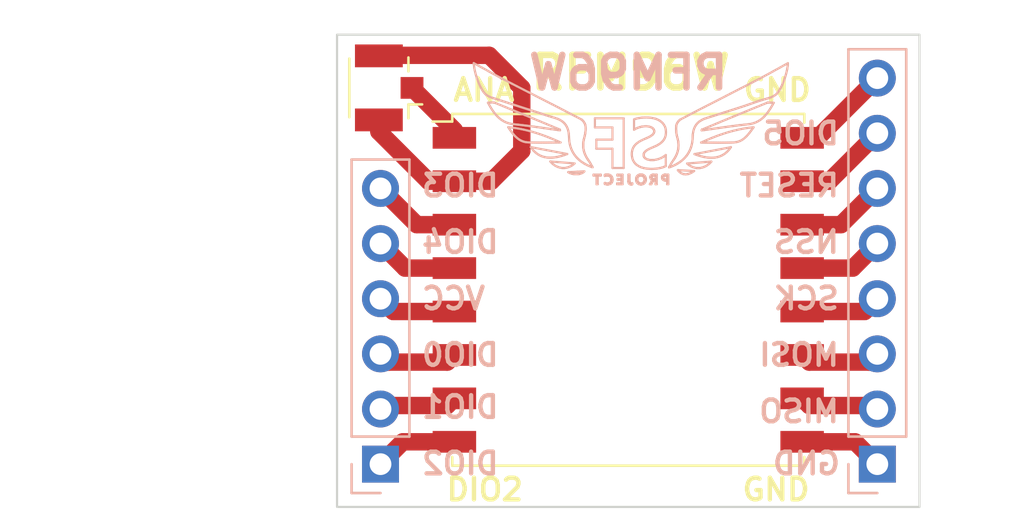
<source format=kicad_pcb>
(kicad_pcb (version 20211014) (generator pcbnew)
  (layers (0 "F.Cu" signal) (31 "B.Cu" signal) (34 "B.Paste" user) (35 "F.Paste" user) (36 "B.SilkS" user "B.Silkscreen") (37 "F.SilkS" user "F.Silkscreen") (38 "B.Mask" user) (39 "F.Mask" user) (44 "Edge.Cuts" user))
  (net 0 "")
  (net 1 "Net-(J1-Pad3)")
  (net 2 "Net-(J1-Pad4)")
  (net 3 "Net-(J1-Pad5)")
  (net 4 "Net-(J1-Pad6)")
  (net 5 "Net-(J1-Pad7)")
  (net 6 "Net-(J1-Pad8)")
  (net 7 "Net-(AE1-Pad1)")
  (net 8 "Net-(AE1-Pad2)")
  (net 9 "Net-(J1-Pad9)")
  (net 10 "Net-(J1-Pad10)")
  (net 11 "Net-(J1-Pad11)")
  (net 12 "Net-(J1-Pad12)")
  (net 13 "Net-(J1-Pad13)")
  (net 14 "Net-(J1-Pad14)")
  (net 15 "Net-(J1-Pad15)")
  (net 16 "Net-(J1-Pad16)")
  (footprint "RF_Module:HOPERF_RFM9XW_SMD" (layer "F.Cu") (at 89.4 68)
    (fp_text reference "J1" hide)
    (fp_text value "Conn_02x08_Counter_Clockwise")
  )
  (footprint "CanSat:U.FL_Hirose_U.FL-R-SMT-1_Vertical" (layer "F.Cu") (at 78.4 58.7 180)
    (fp_text reference "AE1" hide)
    (fp_text value "Antenna_Shield")
  )
  (footprint "Connector_PinHeader_2.54mm:PinHeader_1x08_P2.54mm_Vertical" (layer "B.Cu") (at 100.86 76.03)
    (fp_text reference "J3" hide)
    (fp_text value "Conn_01x08_Male")
  )
  (footprint "Connector_PinHeader_2.54mm:PinHeader_1x06_P2.54mm_Vertical" (layer "B.Cu") (at 78 76.03)
    (fp_text reference "J2" hide)
    (fp_text value "Conn_01x06_Male")
  )
  (gr_line (start 87.3339 61.471371) (end 87.330693 61.441642) (layer "B.SilkS") (width 0.1))
  (gr_curve (pts (xy 88.432498 62.732009) (xy 88.42933 62.731994) (xy 88.426161 62.732032) (xy 88.422995 62.732122)) (layer "B.SilkS") (width 0.1))
  (gr_line (start 90.70921 62.69385) (end 90.565319 62.69385) (layer "B.SilkS") (width 0.1))
  (gr_curve (pts (xy 91.728601 62.14667) (xy 91.72193 62.151032) (xy 91.715229 62.155345) (xy 91.708497 62.159611)) (layer "B.SilkS") (width 0.1))
  (gr_curve (pts (xy 84.568814 61.169141) (xy 84.558592 61.165788) (xy 84.548436 61.162217) (xy 84.538365 61.158435)) (layer "B.SilkS") (width 0.1))
  (gr_curve (pts (xy 91.120374 60.589565) (xy 91.123298 60.603427) (xy 91.125751 60.617377) (xy 91.127771 60.631399)) (layer "B.SilkS") (width 0.1))
  (gr_curve (pts (xy 88.621718 63.079349) (xy 88.6183 63.083098) (xy 88.614739 63.08671) (xy 88.611036 63.090177)) (layer "B.SilkS") (width 0.1))
  (gr_curve (pts (xy 91.003757 61.131858) (xy 90.994035 61.143763) (xy 90.983883 61.155308) (xy 90.973348 61.166506)) (layer "B.SilkS") (width 0.1))
  (gr_curve (pts (xy 88.387045 62.688807) (xy 88.393043 62.688133) (xy 88.399054 62.687607) (xy 88.405076 62.68722)) (layer "B.SilkS") (width 0.1))
  (gr_line (start 90.531319 62.933944) (end 90.531319 62.935194) (layer "B.SilkS") (width 0.1))
  (gr_curve (pts (xy 84.033283 60.359999) (xy 84.019272 60.357642) (xy 84.005297 60.35505) (xy 83.991371 60.352235)) (layer "B.SilkS") (width 0.1))
  (gr_curve (pts (xy 92.269144 61.487734) (xy 92.265868 61.496456) (xy 92.262501 61.505144) (xy 92.259044 61.513796)) (layer "B.SilkS") (width 0.1))
  (gr_curve (pts (xy 94.282804 60.002222) (xy 94.365053 59.968227) (xy 94.447314 59.934262) (xy 94.52959 59.900334)) (layer "B.SilkS") (width 0.1))
  (gr_line (start 92.797533 60.622482) (end 92.797286 60.622846) (layer "B.SilkS") (width 0.1))
  (gr_curve (pts (xy 88.586817 62.804397) (xy 88.585237 62.802153) (xy 88.5836 62.799946) (xy 88.581907 62.797785)) (layer "B.SilkS") (width 0.1))
  (gr_line (start 92.791024 60.632972) (end 92.790731 60.633473) (layer "B.SilkS") (width 0.1))
  (gr_curve (pts (xy 90.050788 62.745475) (xy 90.04819 62.744357) (xy 90.045562 62.743311) (xy 90.042906 62.742338)) (layer "B.SilkS") (width 0.1))
  (gr_line (start 92.789039 60.636389) (end 92.788997 60.636462) (layer "B.SilkS") (width 0.1))
  (gr_curve (pts (xy 89.572067 63.144316) (xy 89.570546 63.14466) (xy 89.569017 63.144972) (xy 89.567483 63.145252)) (layer "B.SilkS") (width 0.1))
  (gr_curve (pts (xy 92.09767 61.803712) (xy 92.093757 61.808999) (xy 92.089802 61.814257) (xy 92.085808 61.819485)) (layer "B.SilkS") (width 0.1))
  (gr_curve (pts (xy 89.749291 60.577551) (xy 89.744272 60.580145) (xy 89.73928 60.582791) (xy 89.734317 60.585492)) (layer "B.SilkS") (width 0.1))
  (gr_curve (pts (xy 89.870536 62.768723) (xy 89.86631 62.772399) (xy 89.862322 62.776334) (xy 89.858585 62.780506)) (layer "B.SilkS") (width 0.1))
  (gr_curve (pts (xy 92.98049 60.096398) (xy 92.971531 60.099321) (xy 92.962592 60.102311) (xy 92.953681 60.10538)) (layer "B.SilkS") (width 0.1))
  (gr_curve (pts (xy 93.901181 59.068847) (xy 93.964927 59.036198) (xy 94.028673 59.00355) (xy 94.092415 58.970893)) (layer "B.SilkS") (width 0.1))
  (gr_curve (pts (xy 90.008878 60.073146) (xy 90.025594 60.071491) (xy 90.042335 60.070072) (xy 90.059088 60.068855)) (layer "B.SilkS") (width 0.1))
  (gr_curve (pts (xy 85.499164 60.546429) (xy 85.476952 60.543242) (xy 85.454739 60.540057) (xy 85.432525 60.536879)) (layer "B.SilkS") (width 0.1))
  (gr_line (start 86.234417 60.612329) (end 86.23425 60.612219) (layer "B.SilkS") (width 0.1))
  (gr_line (start 87.407218 60.867087) (end 87.408415 60.861189) (layer "B.SilkS") (width 0.1))
  (gr_curve (pts (xy 96.070221 57.93475) (xy 96.16973 57.879792) (xy 96.269133 57.824645) (xy 96.368562 57.769543)) (layer "B.SilkS") (width 0.1))
  (gr_curve (pts (xy 91.049315 62.701357) (xy 91.051246 62.700856) (xy 91.053185 62.700385) (xy 91.05513 62.699943)) (layer "B.SilkS") (width 0.1))
  (gr_curve (pts (xy 91.035111 62.705663) (xy 91.036903 62.705036) (xy 91.038706 62.704438) (xy 91.040518 62.703871)) (layer "B.SilkS") (width 0.1))
  (gr_curve (pts (xy 90.039993 63.141954) (xy 90.034869 63.143052) (xy 90.029712 63.143975) (xy 90.024527 63.144734)) (layer "B.SilkS") (width 0.1))
  (gr_curve (pts (xy 90.458156 62.901439) (xy 90.454641 62.898446) (xy 90.451307 62.895248) (xy 90.448179 62.89185)) (layer "B.SilkS") (width 0.1))
  (gr_curve (pts (xy 86.065596 61.214613) (xy 86.042206 61.2148) (xy 86.018817 61.215) (xy 85.995428 61.215207)) (layer "B.SilkS") (width 0.1))
  (gr_curve (pts (xy 93.234491 60.59388) (xy 93.220629 60.595865) (xy 93.206766 60.597848) (xy 93.192903 60.599828)) (layer "B.SilkS") (width 0.1))
  (gr_curve (pts (xy 95.32212 60.264002) (xy 95.303206 60.273181) (xy 95.284036 60.281806) (xy 95.264623 60.289879)) (layer "B.SilkS") (width 0.1))
  (gr_curve (pts (xy 89.514076 63.097709) (xy 89.515466 63.098066) (xy 89.516865 63.098387) (xy 89.518271 63.098672)) (layer "B.SilkS") (width 0.1))
  (gr_curve (pts (xy 89.76569 62.974671) (xy 89.764434 62.96866) (xy 89.763388 62.96261) (xy 89.762535 62.956529)) (layer "B.SilkS") (width 0.1))
  (gr_line (start 86.244972 60.6269) (end 86.244938 60.626843) (layer "B.SilkS") (width 0.1))
  (gr_curve (pts (xy 88.676788 62.928479) (xy 88.67675 62.932429) (xy 88.676637 62.936379) (xy 88.676441 62.940323)) (layer "B.SilkS") (width 0.1))
  (gr_line (start 86.240321 60.619447) (end 86.240286 60.619395) (layer "B.SilkS") (width 0.1))
  (gr_curve (pts (xy 90.163047 63.064393) (xy 90.157802 63.071457) (xy 90.152098 63.078165) (xy 90.14596 63.084475)) (layer "B.SilkS") (width 0.1))
  (gr_curve (pts (xy 86.639334 60.678098) (xy 86.637373 60.669926) (xy 86.635311 60.661777) (xy 86.633146 60.653658)) (layer "B.SilkS") (width 0.1))
  (gr_curve (pts (xy 90.562719 62.963751) (xy 90.562043 62.964246) (xy 90.561377 62.964755) (xy 90.560721 62.965277)) (layer "B.SilkS") (width 0.1))
  (gr_curve (pts (xy 91.085677 62.741417) (xy 91.084441 62.741606) (xy 91.083206 62.741807) (xy 91.081975 62.742022)) (layer "B.SilkS") (width 0.1))
  (gr_curve (pts (xy 91.041262 62.952385) (xy 91.037989 62.951005) (xy 91.034756 62.949533) (xy 91.031569 62.947964)) (layer "B.SilkS") (width 0.1))
  (gr_curve (pts (xy 93.725584 61.802314) (xy 93.71591 61.807457) (xy 93.706143 61.812434) (xy 93.696297 61.817239)) (layer "B.SilkS") (width 0.1))
  (gr_curve (pts (xy 91.696623 60.251514) (xy 91.699746 60.247436) (xy 91.702931 60.243404) (xy 91.706175 60.239423)) (layer "B.SilkS") (width 0.1))
  (gr_line (start 90.655303 62.738631) (end 90.655303 62.907006) (layer "B.SilkS") (width 0.1))
  (gr_curve (pts (xy 92.620821 62.393923) (xy 92.609575 62.393937) (xy 92.598322 62.393676) (xy 92.587088 62.393137)) (layer "B.SilkS") (width 0.1))
  (gr_curve (pts (xy 90.571751 62.90671) (xy 90.575411 62.906912) (xy 90.579077 62.907006) (xy 90.582741 62.907006)) (layer "B.SilkS") (width 0.1))
  (gr_curve (pts (xy 85.536168 61.218904) (xy 85.52114 61.21897) (xy 85.506111 61.219026) (xy 85.491083 61.219071)) (layer "B.SilkS") (width 0.1))
  (gr_curve (pts (xy 94.393723 58.816406) (xy 94.458133 58.78335) (xy 94.522532 58.750273) (xy 94.586927 58.717188)) (layer "B.SilkS") (width 0.1))
  (gr_curve (pts (xy 91.129413 62.968788) (xy 91.122367 62.968787) (xy 91.115323 62.968546) (xy 91.108296 62.968021)) (layer "B.SilkS") (width 0.1))
  (gr_curve (pts (xy 86.67248 60.930786) (xy 86.671837 60.915405) (xy 86.671013 60.900033) (xy 86.66995 60.884674)) (layer "B.SilkS") (width 0.1))
  (gr_curve (pts (xy 83.991562 60.67623) (xy 83.979624 60.659975) (xy 83.967789 60.643645) (xy 83.95602 60.627268)) (layer "B.SilkS") (width 0.1))
  (gr_curve (pts (xy 90.954651 62.798388) (xy 90.955083 62.795659) (xy 90.955594 62.792945) (xy 90.956191 62.790247)) (layer "B.SilkS") (width 0.1))
  (gr_curve (pts (xy 82.553437 58.551734) (xy 82.545304 58.533674) (xy 82.537361 58.515529) (xy 82.529595 58.497308)) (layer "B.SilkS") (width 0.1))
  (gr_line (start 92.790648 60.633616) (end 92.79046 60.633938) (layer "B.SilkS") (width 0.1))
  (gr_curve (pts (xy 90.407803 61.489272) (xy 90.392199 61.496394) (xy 90.376716 61.503776) (xy 90.361384 61.511467)) (layer "B.SilkS") (width 0.1))
  (gr_curve (pts (xy 88.359063 62.693122) (xy 88.364654 62.692008) (xy 88.370274 62.69105) (xy 88.375917 62.690234)) (layer "B.SilkS") (width 0.1))
  (gr_curve (pts (xy 83.179079 59.369855) (xy 83.18264 59.370035) (xy 83.186199 59.370263) (xy 83.189754 59.370547)) (layer "B.SilkS") (width 0.1))
  (gr_line (start 87.494939 61.925375) (end 87.491566 61.919746) (layer "B.SilkS") (width 0.1))
  (gr_curve (pts (xy 96.144374 59.04263) (xy 96.136888 59.047684) (xy 96.129292 59.052581) (xy 96.121607 59.057327)) (layer "B.SilkS") (width 0.1))
  (gr_curve (pts (xy 95.112626 60.587232) (xy 95.104997 60.597968) (xy 95.097354 60.608695) (xy 95.089686 60.619404)) (layer "B.SilkS") (width 0.1))
  (gr_line (start 87.405802 60.358922) (end 87.405131 60.357341) (layer "B.SilkS") (width 0.1))
  (gr_curve (pts (xy 90.418931 62.020778) (xy 90.428131 62.021548) (xy 90.437347 62.022156) (xy 90.446568 62.02262)) (layer "B.SilkS") (width 0.1))
  (gr_line (start 89.582694 63.141288) (end 89.582694 63.091538) (layer "B.SilkS") (width 0.1))
  (gr_curve (pts (xy 95.227085 60.304691) (xy 95.207164 60.312136) (xy 95.18704 60.319006) (xy 95.166731 60.325316)) (layer "B.SilkS") (width 0.1))
  (gr_curve (pts (xy 93.732629 60.522483) (xy 93.710368 60.525639) (xy 93.688108 60.528804) (xy 93.665849 60.531978)) (layer "B.SilkS") (width 0.1))
  (gr_curve (pts (xy 84.203223 60.931004) (xy 84.194456 60.922153) (xy 84.185807 60.913184) (xy 84.177268 60.904113)) (layer "B.SilkS") (width 0.1))
  (gr_curve (pts (xy 84.874862 61.211459) (xy 84.85661 61.210881) (xy 84.838359 61.210275) (xy 84.820108 61.209598)) (layer "B.SilkS") (width 0.1))
  (gr_curve (pts (xy 90.267398 61.0028) (xy 90.274244 60.999706) (xy 90.281079 60.996586) (xy 90.287901 60.993438)) (layer "B.SilkS") (width 0.1))
  (gr_curve (pts (xy 90.515312 60.856789) (xy 90.520828 60.851703) (xy 90.52619 60.846456) (xy 90.531371 60.841028)) (layer "B.SilkS") (width 0.1))
  (gr_curve (pts (xy 90.96139 62.772889) (xy 90.962318 62.770482) (xy 90.963327 62.768108) (xy 90.964421 62.765771)) (layer "B.SilkS") (width 0.1))
  (gr_curve (pts (xy 95.159928 60.520485) (xy 95.159014 60.521775) (xy 95.1581 60.523065) (xy 95.157186 60.524355)) (layer "B.SilkS") (width 0.1))
  (gr_curve (pts (xy 83.991371 60.352235) (xy 83.969904 60.347895) (xy 83.948553 60.343027) (xy 83.92734 60.337578)) (layer "B.SilkS") (width 0.1))
  (gr_curve (pts (xy 89.408665 63.030435) (xy 89.408347 63.028446) (xy 89.408053 63.026454) (xy 89.407784 63.024458)) (layer "B.SilkS") (width 0.1))
  (gr_curve (pts (xy 93.222433 61.918422) (xy 93.211793 61.918367) (xy 93.201153 61.918188) (xy 93.190517 61.917892)) (layer "B.SilkS") (width 0.1))
  (gr_curve (pts (xy 91.651123 60.960991) (xy 91.650075 60.95694) (xy 91.649039 60.952886) (xy 91.648014 60.948829)) (layer "B.SilkS") (width 0.1))
  (gr_curve (pts (xy 83.272673 59.196453) (xy 83.255393 59.190807) (xy 83.238108 59.185179) (xy 83.220826 59.179544)) (layer "B.SilkS") (width 0.1))
  (gr_curve (pts (xy 91.080865 62.695661) (xy 91.083073 62.695415) (xy 91.085284 62.695197) (xy 91.087497 62.695005)) (layer "B.SilkS") (width 0.1))
  (gr_curve (pts (xy 91.108749 62.924146) (xy 91.110455 62.924307) (xy 91.112164 62.924449) (xy 91.113873 62.924572)) (layer "B.SilkS") (width 0.1))
  (gr_curve (pts (xy 91.110609 62.73904) (xy 91.108639 62.739134) (xy 91.10667 62.739246) (xy 91.104702 62.739379)) (layer "B.SilkS") (width 0.1))
  (gr_curve (pts (xy 83.000889 59.37878) (xy 83.00907 59.378249) (xy 83.017247 59.377669) (xy 83.025422 59.377059)) (layer "B.SilkS") (width 0.1))
  (gr_line (start 92.79894 60.620479) (end 92.798907 60.620524) (layer "B.SilkS") (width 0.1))
  (gr_curve (pts (xy 85.921479 60.05132) (xy 85.912071 60.048555) (xy 85.902661 60.045799) (xy 85.89325 60.043044)) (layer "B.SilkS") (width 0.1))
  (gr_curve (pts (xy 83.235635 59.845759) (xy 83.222891 59.828966) (xy 83.210395 59.811988) (xy 83.19812 59.79485)) (layer "B.SilkS") (width 0.1))
  (gr_curve (pts (xy 87.091247 62.672454) (xy 87.081457 62.673584) (xy 87.071646 62.674502) (xy 87.061817 62.675221)) (layer "B.SilkS") (width 0.1))
  (gr_curve (pts (xy 96.67964 57.986629) (xy 96.67718 57.996599) (xy 96.67467 58.006556) (xy 96.672112 58.016502)) (layer "B.SilkS") (width 0.1))
  (gr_curve (pts (xy 93.75243 60.818818) (xy 93.801873 60.802419) (xy 93.851474 60.786506) (xy 93.901239 60.771109)) (layer "B.SilkS") (width 0.1))
  (gr_curve (pts (xy 90.549547 62.976188) (xy 90.548895 62.976944) (xy 90.548253 62.977708) (xy 90.547621 62.978481)) (layer "B.SilkS") (width 0.1))
  (gr_curve (pts (xy 92.367296 60.889522) (xy 92.366774 60.897155) (xy 92.366313 60.904794) (xy 92.3659 60.912434)) (layer "B.SilkS") (width 0.1))
  (gr_curve (pts (xy 84.315512 61.031372) (xy 84.300752 61.019866) (xy 84.286315 61.007963) (xy 84.272176 60.995704)) (layer "B.SilkS") (width 0.1))
  (gr_curve (pts (xy 83.089936 59.372116) (xy 83.111899 59.370561) (xy 83.133888 59.369325) (xy 83.155921 59.369295)) (layer "B.SilkS") (width 0.1))
  (gr_curve (pts (xy 94.411016 60.63394) (xy 94.445271 60.626153) (xy 94.479593 60.618648) (xy 94.513973 60.611437)) (layer "B.SilkS") (width 0.1))
  (gr_curve (pts (xy 90.985919 62.735362) (xy 90.987091 62.734206) (xy 90.98829 62.733075) (xy 90.989512 62.731972)) (layer "B.SilkS") (width 0.1))
  (gr_curve (pts (xy 95.711343 59.212526) (xy 95.700674 59.215557) (xy 95.690003 59.218582) (xy 95.679333 59.22161)) (layer "B.SilkS") (width 0.1))
  (gr_curve (pts (xy 94.8625 59.492412) (xy 94.853387 59.495559) (xy 94.844271 59.4987) (xy 94.835153 59.501832)) (layer "B.SilkS") (width 0.1))
  (gr_curve (pts (xy 90.104288 62.783413) (xy 90.100382 62.7791) (xy 90.096233 62.775018) (xy 90.091855 62.771186)) (layer "B.SilkS") (width 0.1))
  (gr_curve (pts (xy 90.531319 62.933944) (xy 90.526792 62.933083) (xy 90.522294 62.93208) (xy 90.517834 62.930919)) (layer "B.SilkS") (width 0.1))
  (gr_curve (pts (xy 86.601978 60.558111) (xy 86.599116 60.550808) (xy 86.59615 60.543544) (xy 86.593076 60.536327)) (layer "B.SilkS") (width 0.1))
  (gr_curve (pts (xy 88.618883 62.890559) (xy 88.6185 62.88753) (xy 88.618057 62.884507) (xy 88.617551 62.881496)) (layer "B.SilkS") (width 0.1))
  (gr_curve (pts (xy 90.973012 62.750745) (xy 90.974445 62.74866) (xy 90.975953 62.74663) (xy 90.977534 62.744655)) (layer "B.SilkS") (width 0.1))
  (gr_curve (pts (xy 83.604947 60.198579) (xy 83.586966 60.187142) (xy 83.569319 60.175201) (xy 83.552002 60.162783)) (layer "B.SilkS") (width 0.1))
  (gr_curve (pts (xy 92.387098 60.732734) (xy 92.385296 60.742232) (xy 92.383614 60.751755) (xy 92.382045 60.761295)) (layer "B.SilkS") (width 0.1))
  (gr_line (start 87.560755 62.025029) (end 87.556775 62.019469) (layer "B.SilkS") (width 0.1))
  (gr_curve (pts (xy 89.422995 63.07878) (xy 89.421859 63.076384) (xy 89.420792 63.073956) (xy 89.41979 63.071501)) (layer "B.SilkS") (width 0.1))
  (gr_curve (pts (xy 92.36133 61.028602) (xy 92.36094 61.036374) (xy 92.360505 61.044144) (xy 92.360016 61.05191)) (layer "B.SilkS") (width 0.1))
  (gr_curve (pts (xy 93.141749 61.915728) (xy 93.131413 61.915102) (xy 93.121083 61.914371) (xy 93.110762 61.913539)) (layer "B.SilkS") (width 0.1))
  (gr_curve (pts (xy 87.741151 62.324932) (xy 87.742799 62.327946) (xy 87.744449 62.330959) (xy 87.746103 62.333971)) (layer "B.SilkS") (width 0.1))
  (gr_line (start 87.438124 60.591758) (end 87.438176 60.584734) (layer "B.SilkS") (width 0.1))
  (gr_line (start 86.237595 60.615604) (end 86.237564 60.615564) (layer "B.SilkS") (width 0.1))
  (gr_line (start 87.327928 61.405708) (end 87.32758 61.39964) (layer "B.SilkS") (width 0.1))
  (gr_curve (pts (xy 90.06967 62.755092) (xy 90.063596 62.751472) (xy 90.057284 62.748273) (xy 90.050788 62.745475)) (layer "B.SilkS") (width 0.1))
  (gr_curve (pts (xy 86.251937 61.853782) (xy 86.233547 61.858433) (xy 86.215105 61.862874) (xy 86.196609 61.867087)) (layer "B.SilkS") (width 0.1))
  (gr_curve (pts (xy 90.502294 62.755743) (xy 90.501229 62.756464) (xy 90.500183 62.757215) (xy 90.49916 62.757996)) (layer "B.SilkS") (width 0.1))
  (gr_line (start 86.248922 60.633673) (end 86.248735 60.633348) (layer "B.SilkS") (width 0.1))
  (gr_curve (pts (xy 90.019166 63.099146) (xy 90.021566 63.098733) (xy 90.023958 63.09827) (xy 90.026338 63.097755)) (layer "B.SilkS") (width 0.1))
  (gr_curve (pts (xy 94.195523 59.710364) (xy 94.18117 59.714912) (xy 94.166817 59.71946) (xy 94.152465 59.724009)) (layer "B.SilkS") (width 0.1))
  (gr_curve (pts (xy 89.837394 63.019836) (xy 89.838459 63.02192) (xy 89.839569 63.023983) (xy 89.840723 63.02602)) (layer "B.SilkS") (width 0.1))
  (gr_curve (pts (xy 85.7144 60.577368) (xy 85.692709 60.574252) (xy 85.671018 60.571133) (xy 85.649327 60.568014)) (layer "B.SilkS") (width 0.1))
  (gr_curve (pts (xy 85.820587 60.0217) (xy 85.805817 60.017319) (xy 85.791059 60.012897) (xy 85.776315 60.008429)) (layer "B.SilkS") (width 0.1))
  (gr_curve (pts (xy 91.554341 62.246807) (xy 91.5454 62.251314) (xy 91.536423 62.255752) (xy 91.527413 62.260121)) (layer "B.SilkS") (width 0.1))
  (gr_line (start 87.393613 61.716324) (end 87.38398 61.689237) (layer "B.SilkS") (width 0.1))
  (gr_curve (pts (xy 84.948884 59.738546) (xy 84.933533 59.733622) (xy 84.918179 59.728706) (xy 84.902823 59.723798)) (layer "B.SilkS") (width 0.1))
  (gr_curve (pts (xy 89.987414 63.147496) (xy 89.98188 63.14754) (xy 89.976348 63.147434) (xy 89.97082 63.147171)) (layer "B.SilkS") (width 0.1))
  (gr_curve (pts (xy 94.384096 59.650445) (xy 94.376805 59.652774) (xy 94.369513 59.655101) (xy 94.362221 59.657427)) (layer "B.SilkS") (width 0.1))
  (gr_curve (pts (xy 92.463697 60.498034) (xy 92.457777 60.509884) (xy 92.452178 60.521886) (xy 92.446885 60.534027)) (layer "B.SilkS") (width 0.1))
  (gr_curve (pts (xy 88.490369 63.097042) (xy 88.494363 63.096169) (xy 88.498326 63.095168) (xy 88.502253 63.094034)) (layer "B.SilkS") (width 0.1))
  (gr_curve (pts (xy 89.46059 63.018525) (xy 89.460824 63.020516) (xy 89.461084 63.022505) (xy 89.461374 63.024489)) (layer "B.SilkS") (width 0.1))
  (gr_curve (pts (xy 90.043956 63.092888) (xy 90.047529 63.091671) (xy 90.051054 63.090322) (xy 90.054522 63.088834)) (layer "B.SilkS") (width 0.1))
  (gr_curve (pts (xy 90.448178 62.89185) (xy 90.445589 62.889047) (xy 90.443139 62.886119) (xy 90.440842 62.883072)) (layer "B.SilkS") (width 0.1))
  (gr_line (start 92.791591 60.632007) (end 92.791399 60.632333) (layer "B.SilkS") (width 0.1))
  (gr_line (start 88.320178 62.703803) (end 88.320178 62.755631) (layer "B.SilkS") (width 0.1))
  (gr_curve (pts (xy 90.491688 62.871231) (xy 90.492383 62.872103) (xy 90.493097 62.87296) (xy 90.493829 62.873801)) (layer "B.SilkS") (width 0.1))
  (gr_curve (pts (xy 86.692853 62.610237) (xy 86.685273 62.606679) (xy 86.677769 62.602963) (xy 86.670348 62.599083)) (layer "B.SilkS") (width 0.1))
  (gr_curve (pts (xy 90.99485 62.727444) (xy 90.99747 62.72535) (xy 91.000183 62.723367) (xy 91.00297 62.721499)) (layer "B.SilkS") (width 0.1))
  (gr_curve (pts (xy 90.496777 62.759902) (xy 90.49582 62.760705) (xy 90.494885 62.761535) (xy 90.493976 62.762392)) (layer "B.SilkS") (width 0.1))
  (gr_curve (pts (xy 85.82935 61.914444) (xy 85.81185 61.914717) (xy 85.794348 61.914665) (xy 85.776849 61.914256)) (layer "B.SilkS") (width 0.1))
  (gr_curve (pts (xy 92.51374 61.774132) (xy 92.490944 61.766001) (xy 92.468228 61.757641) (xy 92.445591 61.749079)) (layer "B.SilkS") (width 0.1))
  (gr_curve (pts (xy 89.886473 63.128485) (xy 89.881937 63.126535) (xy 89.87747 63.124431) (xy 89.873082 63.122168)) (layer "B.SilkS") (width 0.1))
  (gr_curve (pts (xy 95.932897 59.659116) (xy 95.925218 59.671237) (xy 95.917467 59.683315) (xy 95.909638 59.69534)) (layer "B.SilkS") (width 0.1))
  (gr_curve (pts (xy 83.639456 60.219663) (xy 83.627828 60.212845) (xy 83.61632 60.205813) (xy 83.604947 60.198579)) (layer "B.SilkS") (width 0.1))
  (gr_curve (pts (xy 90.556051 60.59066) (xy 90.553392 60.587193) (xy 90.550623 60.583814) (xy 90.547751 60.580521)) (layer "B.SilkS") (width 0.1))
  (gr_line (start 87.348568 61.110465) (end 87.349815 61.104099) (layer "B.SilkS") (width 0.1))
  (gr_curve (pts (xy 96.083159 59.079492) (xy 96.074488 59.084165) (xy 96.06573 59.088683) (xy 96.056903 59.093057)) (layer "B.SilkS") (width 0.1))
  (gr_curve (pts (xy 87.436328 62.218655) (xy 87.428026 62.214178) (xy 87.419758 62.209637) (xy 87.411527 62.205033)) (layer "B.SilkS") (width 0.1))
  (gr_curve (pts (xy 90.111548 61.751997) (xy 90.110979 61.754966) (xy 90.110477 61.75795) (xy 90.110041 61.760942)) (layer "B.SilkS") (width 0.1))
  (gr_curve (pts (xy 90.109237 63.114074) (xy 90.106433 63.115826) (xy 90.103585 63.11751) (xy 90.100699 63.119125)) (layer "B.SilkS") (width 0.1))
  (gr_curve (pts (xy 90.473336 62.714934) (xy 90.476116 62.713382) (xy 90.478949 62.711932) (xy 90.481829 62.710575)) (layer "B.SilkS") (width 0.1))
  (gr_curve (pts (xy 86.699765 61.233637) (xy 86.697092 61.21881) (xy 86.694638 61.203946) (xy 86.692391 61.189049)) (layer "B.SilkS") (width 0.1))
  (gr_curve (pts (xy 94.792169 59.516525) (xy 94.78301 59.519641) (xy 94.773847 59.522749) (xy 94.764681 59.525849)) (layer "B.SilkS") (width 0.1))
  (gr_curve (pts (xy 83.298617 59.924574) (xy 83.28546 59.908979) (xy 83.272572 59.893162) (xy 83.259928 59.877148)) (layer "B.SilkS") (width 0.1))
  (gr_line (start 86.249269 60.634274) (end 86.248966 60.633749) (layer "B.SilkS") (width 0.1))
  (gr_curve (pts (xy 88.54935 62.711382) (xy 88.552561 62.712919) (xy 88.55574 62.714528) (xy 88.558878 62.716209)) (layer "B.SilkS") (width 0.1))
  (gr_line (start 86.240576 60.619831) (end 86.240321 60.619447) (layer "B.SilkS") (width 0.1))
  (gr_line (start 92.79006 60.634626) (end 92.790016 60.634701) (layer "B.SilkS") (width 0.1))
  (gr_curve (pts (xy 87.198136 62.650698) (xy 87.192662 62.652354) (xy 87.187159 62.653924) (xy 87.181636 62.65541)) (layer "B.SilkS") (width 0.1))
  (gr_curve (pts (xy 88.376175 62.737436) (xy 88.371548 62.738377) (xy 88.366948 62.739442) (xy 88.362379 62.740631)) (layer "B.SilkS") (width 0.1))
  (gr_curve (pts (xy 90.125089 61.871297) (xy 90.127022 61.875421) (xy 90.129106 61.87947) (xy 90.131337 61.883441)) (layer "B.SilkS") (width 0.1))
  (gr_curve (pts (xy 95.153361 60.529756) (xy 95.152447 60.531047) (xy 95.151533 60.532337) (xy 95.15062 60.533628)) (layer "B.SilkS") (width 0.1))
  (gr_curve (pts (xy 85.928095 61.056814) (xy 85.955448 61.068216) (xy 85.982756 61.079728) (xy 86.010019 61.091341)) (layer "B.SilkS") (width 0.1))
  (gr_curve (pts (xy 92.80042 60.169764) (xy 92.792305 60.173902) (xy 92.784245 60.17815) (xy 92.776248 60.182511)) (layer "B.SilkS") (width 0.1))
  (gr_curve (pts (xy 90.831428 62.397163) (xy 90.806532 62.401845) (xy 90.781535 62.405971) (xy 90.756456 62.409569)) (layer "B.SilkS") (width 0.1))
  (gr_curve (pts (xy 83.257964 59.38539) (xy 83.42738 59.453962) (xy 83.596676 59.522832) (xy 83.765875 59.591939)) (layer "B.SilkS") (width 0.1))
  (gr_curve (pts (xy 92.614567 60.296909) (xy 92.605083 60.305646) (xy 92.59584 60.314636) (xy 92.58685 60.323881)) (layer "B.SilkS") (width 0.1))
  (gr_curve (pts (xy 91.041753 62.756089) (xy 91.040965 62.756572) (xy 91.040186 62.75707) (xy 91.039416 62.757583)) (layer "B.SilkS") (width 0.1))
  (gr_curve (pts (xy 94.480137 59.619631) (xy 94.465611 59.624315) (xy 94.451082 59.628989) (xy 94.436549 59.633653)) (layer "B.SilkS") (width 0.1))
  (gr_curve (pts (xy 95.595228 59.245764) (xy 95.58458 59.248882) (xy 95.57394 59.252029) (xy 95.56331 59.255212)) (layer "B.SilkS") (width 0.1))
  (gr_curve (pts (xy 89.985502 60.49344) (xy 89.979912 60.494689) (xy 89.974331 60.495983) (xy 89.968761 60.49732)) (layer "B.SilkS") (width 0.1))
  (gr_curve (pts (xy 90.419291 60.499544) (xy 90.414284 60.49781) (xy 90.409243 60.496165) (xy 90.404179 60.494603)) (layer "B.SilkS") (width 0.1))
  (gr_curve (pts (xy 90.049562 63.139687) (xy 90.04639 63.140512) (xy 90.043198 63.141267) (xy 90.039993 63.141954)) (layer "B.SilkS") (width 0.1))
  (gr_curve (pts (xy 90.518504 62.94246) (xy 90.519294 62.941888) (xy 90.520094 62.94133) (xy 90.520906 62.940789)) (layer "B.SilkS") (width 0.1))
  (gr_curve (pts (xy 90.516018 61.441512) (xy 90.504029 61.446641) (xy 90.492057 61.451813) (xy 90.480105 61.45703)) (layer "B.SilkS") (width 0.1))
  (gr_curve (pts (xy 89.55488 63.146915) (xy 89.552145 63.147149) (xy 89.549405 63.147308) (xy 89.546661 63.147402)) (layer "B.SilkS") (width 0.1))
  (gr_curve (pts (xy 90.539378 61.431579) (xy 90.531584 61.434873) (xy 90.523797 61.438183) (xy 90.516018 61.441512)) (layer "B.SilkS") (width 0.1))
  (gr_curve (pts (xy 95.164521 59.639475) (xy 95.369318 59.55569) (xy 95.574249 59.472235) (xy 95.779358 59.389216)) (layer "B.SilkS") (width 0.1))
  (gr_curve (pts (xy 84.785721 61.208116) (xy 84.768061 61.207184) (xy 84.750422 61.205893) (xy 84.732831 61.204031)) (layer "B.SilkS") (width 0.1))
  (gr_curve (pts (xy 90.772771 60.169293) (xy 90.781974 60.173762) (xy 90.791097 60.178403) (xy 90.800125 60.183213)) (layer "B.SilkS") (width 0.1))
  (gr_curve (pts (xy 89.921584 63.092219) (xy 89.923873 63.092992) (xy 89.92618 63.093714) (xy 89.928501 63.094386)) (layer "B.SilkS") (width 0.1))
  (gr_curve (pts (xy 86.947943 62.675008) (xy 86.938695 62.674315) (xy 86.929462 62.673459) (xy 86.920244 62.67244)) (layer "B.SilkS") (width 0.1))
  (gr_curve (pts (xy 84.112846 60.831642) (xy 84.099985 60.816396) (xy 84.087345 60.800967) (xy 84.074887 60.78539)) (layer "B.SilkS") (width 0.1))
  (gr_curve (pts (xy 92.23078 61.579349) (xy 92.227366 61.586711) (xy 92.223884 61.594041) (xy 92.220333 61.601338)) (layer "B.SilkS") (width 0.1))
  (gr_curve (pts (xy 94.251963 60.672217) (xy 94.304821 60.658799) (xy 94.357838 60.646029) (xy 94.411016 60.63394)) (layer "B.SilkS") (width 0.1))
  (gr_curve (pts (xy 93.085511 60.615112) (xy 93.063542 60.618225) (xy 93.041572 60.62133) (xy 93.0196 60.624423)) (layer "B.SilkS") (width 0.1))
  (gr_curve (pts (xy 95.143524 60.543651) (xy 95.133232 60.558183) (xy 95.122942 60.572717) (xy 95.112626 60.587232)) (layer "B.SilkS") (width 0.1))
  (gr_curve (pts (xy 88.591687 63.106047) (xy 88.589019 63.107958) (xy 88.586301 63.109801) (xy 88.583541 63.111575)) (layer "B.SilkS") (width 0.1))
  (gr_curve (pts (xy 91.653136 60.31818) (xy 91.655619 60.313657) (xy 91.658171 60.309172) (xy 91.660788 60.304725)) (layer "B.SilkS") (width 0.1))
  (gr_curve (pts (xy 89.674497 62.125495) (xy 89.66123 62.106921) (xy 89.649041 62.087611) (xy 89.637913 62.067678)) (layer "B.SilkS") (width 0.1))
  (gr_curve (pts (xy 90.536134 62.900572) (xy 90.537632 62.901045) (xy 90.539141 62.901488) (xy 90.540657 62.901902)) (layer "B.SilkS") (width 0.1))
  (gr_curve (pts (xy 90.004448 62.360575) (xy 89.986351 62.354231) (xy 89.96847 62.347307) (xy 89.950839 62.339762)) (layer "B.SilkS") (width 0.1))
  (gr_curve (pts (xy 89.986869 62.732083) (xy 89.984224 62.732013) (xy 89.981578 62.731992) (xy 89.978932 62.732014)) (layer "B.SilkS") (width 0.1))
  (gr_line (start 92.797028 60.623232) (end 92.797 60.623273) (layer "B.SilkS") (width 0.1))
  (gr_curve (pts (xy 95.447104 60.192874) (xy 95.435819 60.200301) (xy 95.424397 60.207528) (xy 95.412851 60.214544)) (layer "B.SilkS") (width 0.1))
  (gr_curve (pts (xy 90.046654 62.694802) (xy 90.049956 62.695664) (xy 90.053242 62.6966) (xy 90.056502 62.69761)) (layer "B.SilkS") (width 0.1))
  (gr_curve (pts (xy 84.742545 60.442349) (xy 84.720867 60.439584) (xy 84.699187 60.436844) (xy 84.677502 60.434132)) (layer "B.SilkS") (width 0.1))
  (gr_line (start 89.45871 62.982881) (end 89.45871 62.69385) (layer "B.SilkS") (width 0.1))
  (gr_curve (pts (xy 90.198681 62.850997) (xy 90.200061 62.856542) (xy 90.201254 62.86213) (xy 90.20227 62.867753)) (layer "B.SilkS") (width 0.1))
  (gr_curve (pts (xy 91.079874 62.919159) (xy 91.081893 62.919694) (xy 91.083923 62.920185) (xy 91.085962 62.920636)) (layer "B.SilkS") (width 0.1))
  (gr_curve (pts (xy 90.197232 62.99444) (xy 90.195414 63.00077) (xy 90.193326 63.007017) (xy 90.19096 63.013163)) (layer "B.SilkS") (width 0.1))
  (gr_line (start 92.789381 60.635798) (end 92.789335 60.635877) (layer "B.SilkS") (width 0.1))
  (gr_curve (pts (xy 89.54701 63.100443) (xy 89.548486 63.100354) (xy 89.549961 63.100238) (xy 89.551432 63.100092)) (layer "B.SilkS") (width 0.1))
  (gr_curve (pts (xy 90.651224 60.121152) (xy 90.667256 60.126219) (xy 90.683151 60.131697) (xy 90.698891 60.137614)) (layer "B.SilkS") (width 0.1))
  (gr_line (start 87.437646 60.542648) (end 87.436084 60.506484) (layer "B.SilkS") (width 0.1))
  (gr_curve (pts (xy 86.345439 62.386361) (xy 86.328213 62.384571) (xy 86.311069 62.382143) (xy 86.294023 62.379084)) (layer "B.SilkS") (width 0.1))
  (gr_curve (pts (xy 95.40691 59.304417) (xy 95.398116 59.307297) (xy 95.389326 59.310191) (xy 95.380542 59.313098)) (layer "B.SilkS") (width 0.1))
  (gr_curve (pts (xy 93.061099 61.219205) (xy 93.048102 61.219088) (xy 93.035106 61.218972) (xy 93.022109 61.21886)) (layer "B.SilkS") (width 0.1))
  (gr_curve (pts (xy 85.143148 59.06861) (xy 85.212651 59.104207) (xy 85.282154 59.139802) (xy 85.351653 59.175406)) (layer "B.SilkS") (width 0.1))
  (gr_curve (pts (xy 86.920244 62.67244) (xy 86.914368 62.67179) (xy 86.908498 62.671075) (xy 86.902638 62.670293)) (layer "B.SilkS") (width 0.1))
  (gr_curve (pts (xy 90.496675 62.876898) (xy 90.49747 62.877717) (xy 90.498284 62.878518) (xy 90.499114 62.879302)) (layer "B.SilkS") (width 0.1))
  (gr_curve (pts (xy 90.473811 62.820745) (xy 90.47387 62.821986) (xy 90.473949 62.823227) (xy 90.474048 62.824465)) (layer "B.SilkS") (width 0.1))
  (gr_curve (pts (xy 90.515371 60.550008) (xy 90.512992 60.548148) (xy 90.510579 60.546329) (xy 90.508138 60.544552)) (layer "B.SilkS") (width 0.1))
  (gr_curve (pts (xy 94.632446 60.405506) (xy 94.618652 60.407049) (xy 94.60486 60.408609) (xy 94.59107 60.410186)) (layer "B.SilkS") (width 0.1))
  (gr_line (start 86.239686 60.618507) (end 86.239482 60.61821) (layer "B.SilkS") (width 0.1))
  (gr_line (start 86.23502 60.612787) (end 86.23484 60.61264) (layer "B.SilkS") (width 0.1))
  (gr_curve (pts (xy 84.074887 60.78539) (xy 84.066896 60.7754) (xy 84.05898 60.765348) (xy 84.05113 60.755246)) (layer "B.SilkS") (width 0.1))
  (gr_curve (pts (xy 87.137573 62.665447) (xy 87.128267 62.667203) (xy 87.118924 62.668746) (xy 87.10955 62.670089)) (layer "B.SilkS") (width 0.1))
  (gr_curve (pts (xy 92.003744 62.680155) (xy 91.997972 62.679679) (xy 91.992207 62.679072) (xy 91.986462 62.678334)) (layer "B.SilkS") (width 0.1))
  (gr_curve (pts (xy 94.905308 59.477575) (xy 94.891044 59.482535) (xy 94.876775 59.487482) (xy 94.8625 59.492412)) (layer "B.SilkS") (width 0.1))
  (gr_curve (pts (xy 83.229353 59.376444) (xy 83.232227 59.377109) (xy 83.235088 59.377833) (xy 83.23793 59.37862)) (layer "B.SilkS") (width 0.1))
  (gr_curve (pts (xy 83.803373 59.369762) (xy 83.792779 59.366313) (xy 83.782185 59.362863) (xy 83.771591 59.359413)) (layer "B.SilkS") (width 0.1))
  (gr_curve (pts (xy 90.121606 61.863388) (xy 90.122705 61.866051) (xy 90.123867 61.868689) (xy 90.125089 61.871297)) (layer "B.SilkS") (width 0.1))
  (gr_line (start 86.243336 60.624188) (end 86.243297 60.624125) (layer "B.SilkS") (width 0.1))
  (gr_curve (pts (xy 96.702626 57.886057) (xy 96.700869 57.894433) (xy 96.699073 57.902802) (xy 96.69724 57.911162)) (layer "B.SilkS") (width 0.1))
  (gr_curve (pts (xy 91.600376 60.527474) (xy 91.600796 60.518736) (xy 91.601319 60.510003) (xy 91.601928 60.501276)) (layer "B.SilkS") (width 0.1))
  (gr_line (start 88.673366 62.389194) (end 89.188741 62.389194) (layer "B.SilkS") (width 0.1))
  (gr_curve (pts (xy 83.189754 59.370547) (xy 83.195049 59.370968) (xy 83.200333 59.371512) (xy 83.205601 59.372202)) (layer "B.SilkS") (width 0.1))
  (gr_curve (pts (xy 86.0781 60.629068) (xy 86.064043 60.627103) (xy 86.049985 60.625133) (xy 86.035929 60.623158)) (layer "B.SilkS") (width 0.1))
  (gr_curve (pts (xy 92.17526 62.659477) (xy 92.169573 62.661197) (xy 92.163859 62.662833) (xy 92.158122 62.664378)) (layer "B.SilkS") (width 0.1))
  (gr_curve (pts (xy 91.065861 61.038805) (xy 91.061825 61.046374) (xy 91.057612 61.053854) (xy 91.053235 61.06123)) (layer "B.SilkS") (width 0.1))
  (gr_line (start 86.248625 60.633158) (end 86.248581 60.633081) (layer "B.SilkS") (width 0.1))
  (gr_curve (pts (xy 93.178479 60.033833) (xy 93.165176 60.038044) (xy 93.151872 60.042251) (xy 93.138566 60.046452)) (layer "B.SilkS") (width 0.1))
  (gr_curve (pts (xy 90.634756 62.422947) (xy 90.618553 62.424206) (xy 90.602333 62.425266) (xy 90.586105 62.426133)) (layer "B.SilkS") (width 0.1))
  (gr_curve (pts (xy 90.576999 62.956105) (xy 90.576254 62.956372) (xy 90.575515 62.956656) (xy 90.574782 62.956955)) (layer "B.SilkS") (width 0.1))
  (gr_curve (pts (xy 89.59874 61.977715) (xy 89.594866 61.965932) (xy 89.591383 61.95403) (xy 89.588262 61.942027)) (layer "B.SilkS") (width 0.1))
  (gr_curve (pts (xy 91.59971 60.54395) (xy 91.59989 60.538456) (xy 91.600113 60.532964) (xy 91.600376 60.527474)) (layer "B.SilkS") (width 0.1))
  (gr_curve (pts (xy 92.977452 60.630343) (xy 92.955403 60.633432) (xy 92.933351 60.636509) (xy 92.911298 60.639573)) (layer "B.SilkS") (width 0.1))
  (gr_curve (pts (xy 85.776315 60.008429) (xy 85.766925 60.005583) (xy 85.757541 60.002718) (xy 85.748161 59.999837)) (layer "B.SilkS") (width 0.1))
  (gr_curve (pts (xy 90.353759 62.01223) (xy 90.361852 62.013725) (xy 90.36998 62.015045) (xy 90.378127 62.016207)) (layer "B.SilkS") (width 0.1))
  (gr_line (start 86.237564 60.615564) (end 86.237341 60.615279) (layer "B.SilkS") (width 0.1))
  (gr_curve (pts (xy 96.368562 57.769543) (xy 96.494139 57.69995) (xy 96.619755 57.630428) (xy 96.74568 57.561467)) (layer "B.SilkS") (width 0.1))
  (gr_line (start 90.476991 62.993663) (end 90.394882 63.139631) (layer "B.SilkS") (width 0.1))
  (gr_line (start 88.887991 63.139631) (end 89.139694 63.139631) (layer "B.SilkS") (width 0.1))
  (gr_curve (pts (xy 91.605716 60.459479) (xy 91.606285 60.454576) (xy 91.606905 60.449677) (xy 91.607642 60.444797)) (layer "B.SilkS") (width 0.1))
  (gr_curve (pts (xy 84.910315 61.21255) (xy 84.898497 61.212196) (xy 84.886679 61.211834) (xy 84.874862 61.211459)) (layer "B.SilkS") (width 0.1))
  (gr_curve (pts (xy 90.592886 60.701807) (xy 90.592917 60.69881) (xy 90.592885 60.695812) (xy 90.592785 60.692817)) (layer "B.SilkS") (width 0.1))
  (gr_curve (pts (xy 82.658273 57.759906) (xy 82.766939 57.820121) (xy 82.875569 57.8804) (xy 82.984332 57.94044)) (layer "B.SilkS") (width 0.1))
  (gr_curve (pts (xy 90.446568 62.02262) (xy 90.460949 62.023343) (xy 90.475341 62.023717) (xy 90.489739 62.023789)) (layer "B.SilkS") (width 0.1))
  (gr_curve (pts (xy 90.13583 61.891005) (xy 90.138301 61.894946) (xy 90.140924 61.898787) (xy 90.143689 61.902527)) (layer "B.SilkS") (width 0.1))
  (gr_line (start 86.239752 60.618603) (end 86.239718 60.618553) (layer "B.SilkS") (width 0.1))
  (gr_curve (pts (xy 83.884651 59.396214) (xy 83.874118 59.392788) (xy 83.863586 59.389361) (xy 83.853054 59.385934)) (layer "B.SilkS") (width 0.1))
  (gr_curve (pts (xy 85.432525 60.536879) (xy 85.41833 60.534847) (xy 85.404134 60.532818) (xy 85.389938 60.530792)) (layer "B.SilkS") (width 0.1))
  (gr_line (start 92.802681 60.616312) (end 92.802657 60.616331) (layer "B.SilkS") (width 0.1))
  (gr_line (start 86.249859 60.635298) (end 86.249671 60.634973) (layer "B.SilkS") (width 0.1))
  (gr_curve (pts (xy 90.49916 62.757996) (xy 90.498352 62.758613) (xy 90.497557 62.759249) (xy 90.496777 62.759902)) (layer "B.SilkS") (width 0.1))
  (gr_curve (pts (xy 90.824257 61.965569) (xy 90.845131 61.958101) (xy 90.865732 61.949902) (xy 90.886031 61.940986)) (layer "B.SilkS") (width 0.1))
  (gr_curve (pts (xy 91.599117 60.586198) (xy 91.599095 60.580717) (xy 91.59911 60.575234) (xy 91.599163 60.569752)) (layer "B.SilkS") (width 0.1))
  (gr_curve (pts (xy 90.12273 62.731324) (xy 90.126607 62.734269) (xy 90.130371 62.737355) (xy 90.134015 62.740582)) (layer "B.SilkS") (width 0.1))
  (gr_line (start 87.332609 61.216549) (end 87.336335 61.185523) (layer "B.SilkS") (width 0.1))
  (gr_curve (pts (xy 96.029006 59.499812) (xy 96.016966 59.520624) (xy 96.004805 59.541365) (xy 95.992493 59.562017)) (layer "B.SilkS") (width 0.1))
  (gr_curve (pts (xy 84.604707 58.792619) (xy 84.674798 58.828597) (xy 84.744899 58.864556) (xy 84.815009 58.900498)) (layer "B.SilkS") (width 0.1))
  (gr_curve (pts (xy 90.998728 62.9264) (xy 90.996299 62.924296) (xy 90.993942 62.922111) (xy 90.991664 62.919843)) (layer "B.SilkS") (width 0.1))
  (gr_curve (pts (xy 88.61744 62.963031) (xy 88.617965 62.960031) (xy 88.618424 62.957018) (xy 88.618821 62.953998)) (layer "B.SilkS") (width 0.1))
  (gr_curve (pts (xy 96.711098 57.843998) (xy 96.7098 57.850726) (xy 96.708475 57.857448) (xy 96.707124 57.864165)) (layer "B.SilkS") (width 0.1))
  (gr_curve (pts (xy 90.431244 62.867994) (xy 90.429109 62.863968) (xy 90.427219 62.859819) (xy 90.425569 62.855569)) (layer "B.SilkS") (width 0.1))
  (gr_curve (pts (xy 94.364223 61.199311) (xy 94.351742 61.201559) (xy 94.339199 61.203502) (xy 94.326624 61.205154)) (layer "B.SilkS") (width 0.1))
  (gr_curve (pts (xy 95.828814 59.178323) (xy 95.819498 59.181145) (xy 95.810171 59.183933) (xy 95.800836 59.186696)) (layer "B.SilkS") (width 0.1))
  (gr_curve (pts (xy 94.69387 59.549628) (xy 94.679419 59.554447) (xy 94.664962 59.559248) (xy 94.650499 59.564032)) (layer "B.SilkS") (width 0.1))
  (gr_curve (pts (xy 88.442315 63.147431) (xy 88.438518 63.147358) (xy 88.434721 63.147236) (xy 88.430927 63.147062)) (layer "B.SilkS") (width 0.1))
  (gr_curve (pts (xy 93.487211 61.890687) (xy 93.476211 61.893202) (xy 93.465166 61.895537) (xy 93.454089 61.897692)) (layer "B.SilkS") (width 0.1))
  (gr_line (start 87.865991 60.520733) (end 88.673366 60.520733) (layer "B.SilkS") (width 0.1))
  (gr_curve (pts (xy 88.624576 62.769984) (xy 88.626807 62.772713) (xy 88.628973 62.775498) (xy 88.631067 62.778334)) (layer "B.SilkS") (width 0.1))
  (gr_curve (pts (xy 83.018402 59.513357) (xy 83.010561 59.499908) (xy 83.002774 59.486427) (xy 82.995034 59.472919)) (layer "B.SilkS") (width 0.1))
  (gr_curve (pts (xy 86.68831 61.160265) (xy 86.686292 61.145067) (xy 86.684481 61.129843) (xy 86.682881 61.114594)) (layer "B.SilkS") (width 0.1))
  (gr_curve (pts (xy 93.777437 61.222571) (xy 93.763144 61.222666) (xy 93.748852 61.222745) (xy 93.73456 61.222807)) (layer "B.SilkS") (width 0.1))
  (gr_line (start 86.233878 60.612006) (end 86.233854 60.611995) (layer "B.SilkS") (width 0.1))
  (gr_curve (pts (xy 91.035881 62.89635) (xy 91.037232 62.897594) (xy 91.038624 62.898792) (xy 91.040053 62.899944)) (layer "B.SilkS") (width 0.1))
  (gr_curve (pts (xy 89.551432 63.100092) (xy 89.552592 63.099977) (xy 89.553751 63.099844) (xy 89.554906 63.099692)) (layer "B.SilkS") (width 0.1))
  (gr_curve (pts (xy 83.11447 59.671056) (xy 83.102154 59.651839) (xy 83.090027 59.632502) (xy 83.078061 59.613066)) (layer "B.SilkS") (width 0.1))
  (gr_curve (pts (xy 89.569699 63.096578) (xy 89.570996 63.096194) (xy 89.572284 63.09578) (xy 89.573562 63.095336)) (layer "B.SilkS") (width 0.1))
  (gr_curve (pts (xy 94.546638 61.142502) (xy 94.535327 61.147638) (xy 94.523886 61.152507) (xy 94.51234 61.157092)) (layer "B.SilkS") (width 0.1))
  (gr_curve (pts (xy 85.098201 59.786806) (xy 85.083099 59.781881) (xy 85.067993 59.776971) (xy 85.052884 59.772072)) (layer "B.SilkS") (width 0.1))
  (gr_curve (pts (xy 91.490807 62.008718) (xy 91.49547 62.002011) (xy 91.50008 61.995266) (xy 91.504633 61.988484)) (layer "B.SilkS") (width 0.1))
  (gr_curve (pts (xy 90.519101 62.698288) (xy 90.521398 62.697811) (xy 90.523704 62.697376) (xy 90.526017 62.696983)) (layer "B.SilkS") (width 0.1))
  (gr_curve (pts (xy 89.56826 61.674702) (xy 89.568988 61.666158) (xy 89.56986 61.657623) (xy 89.570884 61.64911)) (layer "B.SilkS") (width 0.1))
  (gr_curve (pts (xy 89.928229 62.73856) (xy 89.925935 62.739181) (xy 89.923653 62.739851) (xy 89.921388 62.740572)) (layer "B.SilkS") (width 0.1))
  (gr_curve (pts (xy 96.310528 58.870438) (xy 96.305889 58.877072) (xy 96.301181 58.88366) (xy 96.296402 58.890194)) (layer "B.SilkS") (width 0.1))
  (gr_curve (pts (xy 90.508138 60.544552) (xy 90.501993 60.540079) (xy 90.495663 60.53587) (xy 90.489179 60.531905)) (layer "B.SilkS") (width 0.1))
  (gr_curve (pts (xy 90.534461 62.997199) (xy 90.533594 62.998582) (xy 90.53274 62.999972) (xy 90.531895 63.001368)) (layer "B.SilkS") (width 0.1))
  (gr_line (start 86.243929 60.625163) (end 86.243652 60.624706) (layer "B.SilkS") (width 0.1))
  (gr_curve (pts (xy 84.272176 60.995704) (xy 84.262965 60.987718) (xy 84.25388 60.979581) (xy 84.244922 60.971311)) (layer "B.SilkS") (width 0.1))
  (gr_curve (pts (xy 92.42279 60.596162) (xy 92.419917 60.604548) (xy 92.41717 60.612979) (xy 92.414548 60.621447)) (layer "B.SilkS") (width 0.1))
  (gr_curve (pts (xy 82.568866 58.585399) (xy 82.563647 58.574212) (xy 82.558505 58.56299) (xy 82.553437 58.551734)) (layer "B.SilkS") (width 0.1))
  (gr_curve (pts (xy 89.554906 63.099692) (xy 89.556321 63.099505) (xy 89.557732 63.099289) (xy 89.559138 63.099044)) (layer "B.SilkS") (width 0.1))
  (gr_curve (pts (xy 89.762535 62.956529) (xy 89.761976 62.952546) (xy 89.761499 62.948549) (xy 89.761101 62.944547)) (layer "B.SilkS") (width 0.1))
  (gr_curve (pts (xy 91.411618 62.311919) (xy 91.401958 62.315898) (xy 91.39227 62.319808) (xy 91.382554 62.323651)) (layer "B.SilkS") (width 0.1))
  (gr_curve (pts (xy 89.796403 62.778585) (xy 89.798174 62.775874) (xy 89.80001 62.773203) (xy 89.801908 62.77058)) (layer "B.SilkS") (width 0.1))
  (gr_curve (pts (xy 83.467949 60.096701) (xy 83.457218 60.087498) (xy 83.446635 60.078117) (xy 83.436203 60.068577)) (layer "B.SilkS") (width 0.1))
  (gr_line (start 87.431742 60.456495) (end 87.427094 60.426699) (layer "B.SilkS") (width 0.1))
  (gr_curve (pts (xy 91.636396 61.739374) (xy 91.639116 61.732412) (xy 91.641767 61.725424) (xy 91.64435 61.71841)) (layer "B.SilkS") (width 0.1))
  (gr_curve (pts (xy 86.130251 62.329053) (xy 86.11987 62.324515) (xy 86.109584 62.319744) (xy 86.099411 62.314756)) (layer "B.SilkS") (width 0.1))
  (gr_curve (pts (xy 93.405975 60.569254) (xy 93.384239 60.57238) (xy 93.362504 60.575506) (xy 93.340768 60.57863)) (layer "B.SilkS") (width 0.1))
  (gr_curve (pts (xy 88.640458 62.792132) (xy 88.642358 62.795167) (xy 88.644186 62.798251) (xy 88.645939 62.801374)) (layer "B.SilkS") (width 0.1))
  (gr_curve (pts (xy 89.807153 63.067208) (xy 89.805094 63.064531) (xy 89.803102 63.061799) (xy 89.801181 63.059022)) (layer "B.SilkS") (width 0.1))
  (gr_curve (pts (xy 83.155921 59.369295) (xy 83.163643 59.369299) (xy 83.171365 59.369464) (xy 83.179079 59.369855)) (layer "B.SilkS") (width 0.1))
  (gr_curve (pts (xy 91.009101 62.816595) (xy 91.008983 62.818208) (xy 91.008896 62.819823) (xy 91.008837 62.821439)) (layer "B.SilkS") (width 0.1))
  (gr_curve (pts (xy 86.857934 62.663012) (xy 86.848975 62.661285) (xy 86.840049 62.6594) (xy 86.831158 62.657355)) (layer "B.SilkS") (width 0.1))
  (gr_line (start 86.234814 60.61262) (end 86.234639 60.612486) (layer "B.SilkS") (width 0.1))
  (gr_curve (pts (xy 89.87624 62.764032) (xy 89.874297 62.765543) (xy 89.872393 62.767108) (xy 89.870536 62.768723)) (layer "B.SilkS") (width 0.1))
  (gr_line (start 86.249613 60.634871) (end 86.24931 60.634346) (layer "B.SilkS") (width 0.1))
  (gr_curve (pts (xy 88.52346 62.700771) (xy 88.526926 62.701967) (xy 88.530368 62.703242) (xy 88.533778 62.704591)) (layer "B.SilkS") (width 0.1))
  (gr_curve (pts (xy 83.137762 59.706898) (xy 83.129919 59.695002) (xy 83.122158 59.683052) (xy 83.11447 59.671056)) (layer "B.SilkS") (width 0.1))
  (gr_curve (pts (xy 90.525873 62.896761) (xy 90.527256 62.897357) (xy 90.528652 62.897923) (xy 90.530058 62.898459)) (layer "B.SilkS") (width 0.1))
  (gr_curve (pts (xy 89.805154 60.107262) (xy 89.815258 60.104786) (xy 89.825393 60.102433) (xy 89.835554 60.100201)) (layer "B.SilkS") (width 0.1))
  (gr_curve (pts (xy 92.415402 62.362934) (xy 92.398194 62.357656) (xy 92.381199 62.351743) (xy 92.364425 62.345217)) (layer "B.SilkS") (width 0.1))
  (gr_line (start 86.235687 60.613399) (end 86.235661 60.613373) (layer "B.SilkS") (width 0.1))
  (gr_curve (pts (xy 92.338517 61.232071) (xy 92.335861 61.247108) (xy 92.332982 61.262105) (xy 92.329875 61.277056)) (layer "B.SilkS") (width 0.1))
  (gr_curve (pts (xy 86.714455 61.305213) (xy 86.711121 61.290764) (xy 86.708004 61.276268) (xy 86.705101 61.261727)) (layer "B.SilkS") (width 0.1))
  (gr_curve (pts (xy 85.685587 61.908758) (xy 85.674031 61.907618) (xy 85.662489 61.906304) (xy 85.650974 61.904812)) (layer "B.SilkS") (width 0.1))
  (gr_curve (pts (xy 93.884522 61.221497) (xy 93.870812 61.221683) (xy 93.8571 61.22185) (xy 93.843389 61.221999)) (layer "B.SilkS") (width 0.1))
  (gr_curve (pts (xy 94.917082 59.740884) (xy 94.999541 59.707032) (xy 95.08202 59.673227) (xy 95.164521 59.639475)) (layer "B.SilkS") (width 0.1))
  (gr_curve (pts (xy 88.673348 62.969751) (xy 88.672406 62.975501) (xy 88.67126 62.981212) (xy 88.669898 62.986877)) (layer "B.SilkS") (width 0.1))
  (gr_curve (pts (xy 89.406118 63.008424) (xy 89.405862 63.005004) (xy 89.405665 63.00158) (xy 89.40552 62.998153)) (layer "B.SilkS") (width 0.1))
  (gr_curve (pts (xy 87.04261 62.676373) (xy 87.032687 62.676838) (xy 87.022756 62.677106) (xy 87.012822 62.677185)) (layer "B.SilkS") (width 0.1))
  (gr_curve (pts (xy 87.276484 62.619638) (xy 87.271734 62.622035) (xy 87.266938 62.624346) (xy 87.262105 62.626572)) (layer "B.SilkS") (width 0.1))
  (gr_curve (pts (xy 89.565818 61.71622) (xy 89.566281 61.702362) (xy 89.567082 61.68852) (xy 89.56826 61.674702)) (layer "B.SilkS") (width 0.1))
  (gr_curve (pts (xy 92.671356 61.82602) (xy 92.651706 61.820122) (xy 92.63212 61.814019) (xy 92.612594 61.807725)) (layer "B.SilkS") (width 0.1))
  (gr_curve (pts (xy 91.706745 61.241057) (xy 91.706068 61.233491) (xy 91.705318 61.225931) (xy 91.704496 61.218379)) (layer "B.SilkS") (width 0.1))
  (gr_line (start 87.434456 60.674681) (end 87.434965 60.667785) (layer "B.SilkS") (width 0.1))
  (gr_curve (pts (xy 86.593076 60.536327) (xy 86.588319 60.525158) (xy 86.583307 60.514103) (xy 86.578027 60.503171)) (layer "B.SilkS") (width 0.1))
  (gr_line (start 87.79921 62.739881) (end 87.939788 62.739881) (layer "B.SilkS") (width 0.1))
  (gr_curve (pts (xy 88.673337 62.880566) (xy 88.674283 62.88647) (xy 88.675024 62.892403) (xy 88.675574 62.898358)) (layer "B.SilkS") (width 0.1))
  (gr_curve (pts (xy 90.969415 62.890441) (xy 90.967831 62.887581) (xy 90.966356 62.884664) (xy 90.964991 62.881694)) (layer "B.SilkS") (width 0.1))
  (gr_curve (pts (xy 93.022109 61.21886) (xy 93.001652 61.218683) (xy 92.981195 61.218513) (xy 92.960737 61.218352)) (layer "B.SilkS") (width 0.1))
  (gr_curve (pts (xy 86.035929 60.623158) (xy 86.013938 60.620068) (xy 85.991949 60.616967) (xy 85.969962 60.613857)) (layer "B.SilkS") (width 0.1))
  (gr_curve (pts (xy 85.940164 61.90856) (xy 85.929753 61.909487) (xy 85.919333 61.910313) (xy 85.908907 61.911036)) (layer "B.SilkS") (width 0.1))
  (gr_curve (pts (xy 91.127837 60.84805) (xy 91.126516 60.856928) (xy 91.125013 60.865784) (xy 91.123322 60.874599)) (layer "B.SilkS") (width 0.1))
  (gr_curve (pts (xy 86.686785 62.335827) (xy 86.670108 62.342702) (xy 86.653197 62.348971) (xy 86.636061 62.354612)) (layer "B.SilkS") (width 0.1))
  (gr_line (start 86.238116 60.616293) (end 86.238082 60.616247) (layer "B.SilkS") (width 0.1))
  (gr_curve (pts (xy 95.969287 59.600523) (xy 95.957321 59.620156) (xy 95.945201 59.639693) (xy 95.932897 59.659116)) (layer "B.SilkS") (width 0.1))
  (gr_curve (pts (xy 90.955048 62.849991) (xy 90.954632 62.847685) (xy 90.954274 62.845366) (xy 90.953975 62.843041)) (layer "B.SilkS") (width 0.1))
  (gr_line (start 88.913694 62.93685) (end 89.085788 62.93685) (layer "B.SilkS") (width 0.1))
  (gr_curve (pts (xy 82.799175 58.958377) (xy 82.790528 58.948895) (xy 82.782176 58.939159) (xy 82.774045 58.929237)) (layer "B.SilkS") (width 0.1))
  (gr_line (start 92.798673 60.620849) (end 92.798638 60.620898) (layer "B.SilkS") (width 0.1))
  (gr_line (start 86.247221 60.630731) (end 86.246926 60.630224) (layer "B.SilkS") (width 0.1))
  (gr_curve (pts (xy 91.621562 62.211219) (xy 91.612984 62.215987) (xy 91.604367 62.220687) (xy 91.595714 62.225317)) (layer "B.SilkS") (width 0.1))
  (gr_line (start 92.79603 60.624753) (end 92.795825 60.625072) (layer "B.SilkS") (width 0.1))
  (gr_line (start 92.786631 60.640564) (end 92.786587 60.640641) (layer "B.SilkS") (width 0.1))
  (gr_line (start 87.329223 61.253626) (end 87.331955 61.222809) (layer "B.SilkS") (width 0.1))
  (gr_line (start 92.795488 60.6256) (end 92.795439 60.625678) (layer "B.SilkS") (width 0.1))
  (gr_line (start 86.23782 60.615898) (end 86.237595 60.615604) (layer "B.SilkS") (width 0.1))
  (gr_curve (pts (xy 83.192557 58.054876) (xy 83.301638 58.114493) (xy 83.410983 58.173628) (xy 83.52079 58.231899)) (layer "B.SilkS") (width 0.1))
  (gr_curve (pts (xy 92.329875 61.277056) (xy 92.32791 61.286517) (xy 92.325852 61.29596) (xy 92.323703 61.305381)) (layer "B.SilkS") (width 0.1))
  (gr_line (start 86.243614 60.624643) (end 86.243336 60.624188) (layer "B.SilkS") (width 0.1))
  (gr_line (start 87.393644 60.927508) (end 87.399927 60.900811) (layer "B.SilkS") (width 0.1))
  (gr_curve (pts (xy 90.785973 61.313957) (xy 90.776181 61.319836) (xy 90.7663 61.325569) (xy 90.756342 61.331161)) (layer "B.SilkS") (width 0.1))
  (gr_line (start 86.235443 60.613163) (end 86.235255 60.612991) (layer "B.SilkS") (width 0.1))
  (gr_curve (pts (xy 90.483582 62.858781) (xy 90.484094 62.85976) (xy 90.484628 62.860728) (xy 90.485181 62.861685)) (layer "B.SilkS") (width 0.1))
  (gr_curve (pts (xy 95.852357 59.171112) (xy 95.844517 59.173541) (xy 95.836669 59.175944) (xy 95.828814 59.178323)) (layer "B.SilkS") (width 0.1))
  (gr_curve (pts (xy 92.088922 62.678109) (xy 92.083525 62.678781) (xy 92.078115 62.679358) (xy 92.072697 62.679834)) (layer "B.SilkS") (width 0.1))
  (gr_curve (pts (xy 94.697202 60.39839) (xy 94.675612 60.400722) (xy 94.654027 60.403092) (xy 94.632446 60.405506)) (layer "B.SilkS") (width 0.1))
  (gr_curve (pts (xy 91.052421 62.908295) (xy 91.054003 62.909185) (xy 91.055611 62.91003) (xy 91.05724 62.910832)) (layer "B.SilkS") (width 0.1))
  (gr_curve (pts (xy 87.155015 62.661894) (xy 87.149219 62.663163) (xy 87.143403 62.664347) (xy 87.137573 62.665447)) (layer "B.SilkS") (width 0.1))
  (gr_curve (pts (xy 96.690683 57.940335) (xy 96.687124 57.955795) (xy 96.683442 57.971226) (xy 96.67964 57.986629)) (layer "B.SilkS") (width 0.1))
  (gr_curve (pts (xy 89.958629 62.733085) (xy 89.954636 62.733481) (xy 89.950656 62.73399) (xy 89.946693 62.734623)) (layer "B.SilkS") (width 0.1))
  (gr_curve (pts (xy 90.476891 62.790611) (xy 90.4766 62.791611) (xy 90.47633 62.792617) (xy 90.476082 62.793628)) (layer "B.SilkS") (width 0.1))
  (gr_curve (pts (xy 93.649385 61.838564) (xy 93.639277 61.84283) (xy 93.629091 61.846923) (xy 93.618841 61.850837)) (layer "B.SilkS") (width 0.1))
  (gr_line (start 86.241198 60.620783) (end 86.241162 60.620728) (layer "B.SilkS") (width 0.1))
  (gr_curve (pts (xy 84.820108 61.209598) (xy 84.808643 61.209173) (xy 84.797178 61.20872) (xy 84.785721 61.208116)) (layer "B.SilkS") (width 0.1))
  (gr_curve (pts (xy 94.632614 61.096974) (xy 94.621723 61.103589) (xy 94.610679 61.109965) (xy 94.599498 61.116077)) (layer "B.SilkS") (width 0.1))
  (gr_curve (pts (xy 88.471883 63.146791) (xy 88.468039 63.147053) (xy 88.464188 63.14724) (xy 88.460337 63.147356)) (layer "B.SilkS") (width 0.1))
  (gr_line (start 92.431027 62.526764) (end 91.683495 62.488533) (layer "B.SilkS") (width 0.1))
  (gr_curve (pts (xy 91.642093 60.339492) (xy 91.645599 60.332298) (xy 91.649285 60.325195) (xy 91.653136 60.31818)) (layer "B.SilkS") (width 0.1))
  (gr_curve (pts (xy 83.552002 60.162783) (xy 83.540842 60.154779) (xy 83.529819 60.146578) (xy 83.518942 60.138195)) (layer "B.SilkS") (width 0.1))
  (gr_line (start 92.797286 60.622846) (end 92.79725 60.6229) (layer "B.SilkS") (width 0.1))
  (gr_line (start 87.556604 62.019229) (end 87.540145 61.995659) (layer "B.SilkS") (width 0.1))
  (gr_curve (pts (xy 87.475997 62.239443) (xy 87.462693 62.232669) (xy 87.449468 62.225742) (xy 87.436328 62.218655)) (layer "B.SilkS") (width 0.1))
  (gr_curve (pts (xy 88.353697 62.743053) (xy 88.349184 62.744397) (xy 88.34471 62.745863) (xy 88.340277 62.747452)) (layer "B.SilkS") (width 0.1))
  (gr_curve (pts (xy 85.679645 59.343529) (xy 85.749687 59.379459) (xy 85.81972 59.415406) (xy 85.889742 59.451377)) (layer "B.SilkS") (width 0.1))
  (gr_line (start 87.055598 62.55926) (end 86.637803 62.580627) (layer "B.SilkS") (width 0.1))
  (gr_curve (pts (xy 90.030643 62.691213) (xy 90.036019 62.692229) (xy 90.041359 62.693421) (xy 90.046654 62.694802)) (layer "B.SilkS") (width 0.1))
  (gr_line (start 92.795825 60.625072) (end 92.795789 60.625129) (layer "B.SilkS") (width 0.1))
  (gr_curve (pts (xy 91.601928 60.501276) (xy 91.602321 60.495639) (xy 91.60275 60.490005) (xy 91.603229 60.484375)) (layer "B.SilkS") (width 0.1))
  (gr_curve (pts (xy 90.477834 62.844767) (xy 90.478171 62.845863) (xy 90.47853 62.846953) (xy 90.478911 62.848034)) (layer "B.SilkS") (width 0.1))
  (gr_curve (pts (xy 91.707342 61.437533) (xy 91.707745 61.432873) (xy 91.708117 61.428209) (xy 91.708458 61.423544)) (layer "B.SilkS") (width 0.1))
  (gr_curve (pts (xy 85.094469 60.75454) (xy 85.144541 60.769713) (xy 85.194449 60.785415) (xy 85.244198 60.801617)) (layer "B.SilkS") (width 0.1))
  (gr_line (start 91.243444 63.139631) (end 91.243444 62.69385) (layer "B.SilkS") (width 0.1))
  (gr_line (start 86.242365 60.622619) (end 86.2421 60.622197) (layer "B.SilkS") (width 0.1))
  (gr_curve (pts (xy 86.18116 61.213809) (xy 86.157624 61.213944) (xy 86.134088 61.214099) (xy 86.110553 61.21427)) (layer "B.SilkS") (width 0.1))
  (gr_curve (pts (xy 89.903162 63.084695) (xy 89.906565 63.086341) (xy 89.910026 63.08786) (xy 89.913538 63.089256)) (layer "B.SilkS") (width 0.1))
  (gr_curve (pts (xy 86.836143 61.635297) (xy 86.829554 61.62281) (xy 86.82317 61.610218) (xy 86.816992 61.597522)) (layer "B.SilkS") (width 0.1))
  (gr_curve (pts (xy 85.848899 60.030053) (xy 85.839458 60.027279) (xy 85.83002 60.024498) (xy 85.820587 60.0217)) (layer "B.SilkS") (width 0.1))
  (gr_curve (pts (xy 83.730883 60.267633) (xy 83.71875 60.261982) (xy 83.706717 60.256105) (xy 83.6948 60.250011)) (layer "B.SilkS") (width 0.1))
  (gr_curve (pts (xy 91.058243 62.748226) (xy 91.056889 62.748723) (xy 91.055545 62.749247) (xy 91.054213 62.749799)) (layer "B.SilkS") (width 0.1))
  (gr_curve (pts (xy 89.461374 63.024489) (xy 89.461997 63.02875) (xy 89.462756 63.03299) (xy 89.463694 63.037194)) (layer "B.SilkS") (width 0.1))
  (gr_curve (pts (xy 87.713487 62.342119) (xy 87.703877 62.338618) (xy 87.694288 62.335054) (xy 87.684724 62.331427)) (layer "B.SilkS") (width 0.1))
  (gr_curve (pts (xy 90.483781 62.774899) (xy 90.483142 62.77594) (xy 90.482534 62.777001) (xy 90.481959 62.778079)) (layer "B.SilkS") (width 0.1))
  (gr_curve (pts (xy 95.957627 59.376687) (xy 95.970604 59.377657) (xy 95.983575 59.378704) (xy 95.996549 59.379714)) (layer "B.SilkS") (width 0.1))
  (gr_curve (pts (xy 94.164375 60.463139) (xy 94.142645 60.466006) (xy 94.120917 60.468894) (xy 94.099191 60.471802)) (layer "B.SilkS") (width 0.1))
  (gr_curve (pts (xy 90.433902 62.751375) (xy 90.434885 62.749813) (xy 90.435913 62.748277) (xy 90.436982 62.746772)) (layer "B.SilkS") (width 0.1))
  (gr_curve (pts (xy 93.556542 60.547615) (xy 93.542387 60.549645) (xy 93.528233 60.551677) (xy 93.514079 60.55371)) (layer "B.SilkS") (width 0.1))
  (gr_curve (pts (xy 90.716898 61.997575) (xy 90.730403 61.994353) (xy 90.743835 61.990846) (xy 90.757194 61.987063)) (layer "B.SilkS") (width 0.1))
  (gr_curve (pts (xy 89.413683 63.053578) (xy 89.412897 63.05077) (xy 89.412178 63.047944) (xy 89.411521 63.045103)) (layer "B.SilkS") (width 0.1))
  (gr_curve (pts (xy 92.534187 62.388533) (xy 92.522946 62.387115) (xy 92.511733 62.385419) (xy 92.500575 62.383453)) (layer "B.SilkS") (width 0.1))
  (gr_curve (pts (xy 90.287901 60.993438) (xy 90.305625 60.985261) (xy 90.323261 60.976896) (xy 90.340788 60.968303)) (layer "B.SilkS") (width 0.1))
  (gr_curve (pts (xy 91.033031 62.893596) (xy 91.033958 62.894537) (xy 91.034909 62.895455) (xy 91.035881 62.89635)) (layer "B.SilkS") (width 0.1))
  (gr_line (start 86.246673 60.629791) (end 86.24659 60.629648) (layer "B.SilkS") (width 0.1))
  (gr_curve (pts (xy 89.768069 62.2282) (xy 89.757346 62.218938) (xy 89.746968 62.209295) (xy 89.736948 62.199277)) (layer "B.SilkS") (width 0.1))
  (gr_line (start 86.244208 60.625624) (end 86.244016 60.625307) (layer "B.SilkS") (width 0.1))
  (gr_line (start 92.795789 60.625129) (end 92.795525 60.625542) (layer "B.SilkS") (width 0.1))
  (gr_curve (pts (xy 90.076085 63.130913) (xy 90.067445 63.13443) (xy 90.058582 63.137341) (xy 90.049562 63.139687)) (layer "B.SilkS") (width 0.1))
  (gr_curve (pts (xy 94.863527 60.904236) (xy 94.854828 60.913537) (xy 94.846015 60.922734) (xy 94.83708 60.931809)) (layer "B.SilkS") (width 0.1))
  (gr_line (start 86.247612 60.631405) (end 86.247601 60.631386) (layer "B.SilkS") (width 0.1))
  (gr_curve (pts (xy 92.960737 61.218352) (xy 92.94764 61.21825) (xy 92.934542 61.218151) (xy 92.921444 61.218057)) (layer "B.SilkS") (width 0.1))
  (gr_curve (pts (xy 93.901239 60.771109) (xy 93.933395 60.76116) (xy 93.965619 60.751426) (xy 93.997908 60.741917)) (layer "B.SilkS") (width 0.1))
  (gr_curve (pts (xy 90.800125 60.183213) (xy 90.814218 60.190722) (xy 90.82808 60.198644) (xy 90.841698 60.206987)) (layer "B.SilkS") (width 0.1))
  (gr_curve (pts (xy 86.731497 62.626803) (xy 86.723485 62.623675) (xy 86.715535 62.620392) (xy 86.707654 62.616945)) (layer "B.SilkS") (width 0.1))
  (gr_line (start 87.234158 60.148466) (end 87.223841 60.142703) (layer "B.SilkS") (width 0.1))
  (gr_curve (pts (xy 96.69724 57.911162) (xy 96.695105 57.920897) (xy 96.692918 57.930622) (xy 96.690683 57.940335)) (layer "B.SilkS") (width 0.1))
  (gr_line (start 86.238615 60.616978) (end 86.23838 60.616653) (layer "B.SilkS") (width 0.1))
  (gr_curve (pts (xy 86.110553 61.21427) (xy 86.095567 61.214378) (xy 86.080581 61.214493) (xy 86.065596 61.214613)) (layer "B.SilkS") (width 0.1))
  (gr_curve (pts (xy 86.13041 60.118602) (xy 86.121921 60.115323) (xy 86.113397 60.112135) (xy 86.104843 60.109031)) (layer "B.SilkS") (width 0.1))
  (gr_curve (pts (xy 91.091003 62.740678) (xy 91.089224 62.7409) (xy 91.087449 62.741146) (xy 91.085677 62.741417)) (layer "B.SilkS") (width 0.1))
  (gr_line (start 86.250691 60.63674) (end 86.250649 60.636668) (layer "B.SilkS") (width 0.1))
  (gr_line (start 86.242713 60.623177) (end 86.242673 60.623114) (layer "B.SilkS") (width 0.1))
  (gr_line (start 87.399927 60.900811) (end 87.401173 60.895284) (layer "B.SilkS") (width 0.1))
  (gr_curve (pts (xy 91.012132 62.855927) (xy 91.012609 62.85779) (xy 91.013141 62.859639) (xy 91.013732 62.86147)) (layer "B.SilkS") (width 0.1))
  (gr_curve (pts (xy 90.179695 61.633459) (xy 90.175911 61.637284) (xy 90.172206 61.641191) (xy 90.168593 61.645179)) (layer "B.SilkS") (width 0.1))
  (gr_curve (pts (xy 92.708214 61.836815) (xy 92.695904 61.8333) (xy 92.683618 61.8297) (xy 92.671356 61.82602)) (layer "B.SilkS") (width 0.1))
  (gr_curve (pts (xy 94.51234 61.157092) (xy 94.494287 61.16426) (xy 94.475977 61.170732) (xy 94.45743 61.176504)) (layer "B.SilkS") (width 0.1))
  (gr_curve (pts (xy 88.584744 63.039745) (xy 88.587032 63.036802) (xy 88.589206 63.033774) (xy 88.591268 63.030668)) (layer "B.SilkS") (width 0.1))
  (gr_line (start 92.788586 60.637173) (end 92.788399 60.637498) (layer "B.SilkS") (width 0.1))
  (gr_curve (pts (xy 90.422407 62.776853) (xy 90.422922 62.775115) (xy 90.423482 62.77339) (xy 90.424086 62.771681)) (layer "B.SilkS") (width 0.1))
  (gr_curve (pts (xy 83.064596 59.374019) (xy 83.07304 59.37336) (xy 83.081486 59.372715) (xy 83.089936 59.372116)) (layer "B.SilkS") (width 0.1))
  (gr_curve (pts (xy 92.364676 60.93829) (xy 92.364256 60.948498) (xy 92.363904 60.958709) (xy 92.363579 60.968921)) (layer "B.SilkS") (width 0.1))
  (gr_curve (pts (xy 90.964991 62.881694) (xy 90.962819 62.876985) (xy 90.960935 62.872152) (xy 90.959345 62.867217)) (layer "B.SilkS") (width 0.1))
  (gr_curve (pts (xy 91.01148 62.936248) (xy 91.008762 62.934379) (xy 91.006107 62.932421) (xy 91.003521 62.930372)) (layer "B.SilkS") (width 0.1))
  (gr_curve (pts (xy 82.675254 58.787029) (xy 82.666647 58.772767) (xy 82.658255 58.758379) (xy 82.650053 58.743882)) (layer "B.SilkS") (width 0.1))
  (gr_curve (pts (xy 89.435726 63.100063) (xy 89.434245 63.098081) (xy 89.432829 63.096053) (xy 89.431477 63.093981)) (layer "B.SilkS") (width 0.1))
  (gr_curve (pts (xy 84.784034 60.447673) (xy 84.770205 60.445888) (xy 84.756376 60.444113) (xy 84.742545 60.442349)) (layer "B.SilkS") (width 0.1))
  (gr_curve (pts (xy 95.165371 60.512807) (xy 95.163556 60.515366) (xy 95.161742 60.517925) (xy 95.159928 60.520485)) (layer "B.SilkS") (width 0.1))
  (gr_curve (pts (xy 89.465623 63.044916) (xy 89.466008 63.046294) (xy 89.466416 63.047666) (xy 89.466847 63.04903)) (layer "B.SilkS") (width 0.1))
  (gr_line (start 92.799979 60.619106) (end 92.799948 60.619145) (layer "B.SilkS") (width 0.1))
  (gr_curve (pts (xy 90.404179 60.494603) (xy 90.392211 60.490911) (xy 90.380109 60.487682) (xy 90.367913 60.484834)) (layer "B.SilkS") (width 0.1))
  (gr_curve (pts (xy 93.321729 61.221568) (xy 93.301296 61.2214) (xy 93.280864 61.221225) (xy 93.260432 61.221043)) (layer "B.SilkS") (width 0.1))
  (gr_curve (pts (xy 94.845508 60.382907) (xy 94.831539 60.384313) (xy 94.817572 60.385748) (xy 94.803606 60.387189)) (layer "B.SilkS") (width 0.1))
  (gr_line (start 90.394882 63.139631) (end 90.456679 63.139631) (layer "B.SilkS") (width 0.1))
  (gr_curve (pts (xy 89.711413 60.598468) (xy 89.706633 60.601286) (xy 89.701885 60.604156) (xy 89.697169 60.60708)) (layer "B.SilkS") (width 0.1))
  (gr_curve (pts (xy 87.233673 62.090707) (xy 87.222456 62.082428) (xy 87.211352 62.074) (xy 87.200364 62.065419)) (layer "B.SilkS") (width 0.1))
  (gr_curve (pts (xy 95.029841 60.701595) (xy 95.017517 60.718163) (xy 95.005068 60.734636) (xy 94.992454 60.750984)) (layer "B.SilkS") (width 0.1))
  (gr_curve (pts (xy 90.503944 62.702131) (xy 90.508937 62.700622) (xy 90.513995 62.699349) (xy 90.519101 62.698288)) (layer "B.SilkS") (width 0.1))
  (gr_line (start 86.235661 60.613373) (end 86.235469 60.613188) (layer "B.SilkS") (width 0.1))
  (gr_curve (pts (xy 87.360732 62.562584) (xy 87.354996 62.567767) (xy 87.349085 62.57275) (xy 87.343015 62.577539)) (layer "B.SilkS") (width 0.1))
  (gr_curve (pts (xy 93.843389 61.221999) (xy 93.821405 61.222236) (xy 93.799421 61.222424) (xy 93.777437 61.222571)) (layer "B.SilkS") (width 0.1))
  (gr_line (start 91.125819 62.301444) (end 91.125819 61.79085) (layer "B.SilkS") (width 0.1))
  (gr_curve (pts (xy 86.344982 61.828405) (xy 86.325983 61.833951) (xy 86.306926 61.839298) (xy 86.28781 61.844429)) (layer "B.SilkS") (width 0.1))
  (gr_curve (pts (xy 89.573562 63.095336) (xy 89.574578 63.094983) (xy 89.575588 63.09461) (xy 89.576589 63.094218)) (layer "B.SilkS") (width 0.1))
  (gr_curve (pts (xy 90.559074 62.905546) (xy 90.560802 62.905772) (xy 90.562534 62.905969) (xy 90.564268 62.906139)) (layer "B.SilkS") (width 0.1))
  (gr_curve (pts (xy 82.650053 58.743882) (xy 82.644635 58.734303) (xy 82.639299 58.724677) (xy 82.634042 58.71501)) (layer "B.SilkS") (width 0.1))
  (gr_curve (pts (xy 86.479457 61.785719) (xy 86.46671 61.790076) (xy 86.453937 61.794358) (xy 86.441138 61.79856)) (layer "B.SilkS") (width 0.1))
  (gr_curve (pts (xy 91.673616 60.284039) (xy 91.67645 60.279695) (xy 91.679348 60.275392) (xy 91.682308 60.271133)) (layer "B.SilkS") (width 0.1))
  (gr_curve (pts (xy 84.488626 59.591787) (xy 84.472759 59.586695) (xy 84.456894 59.581597) (xy 84.441031 59.576493)) (layer "B.SilkS") (width 0.1))
  (gr_curve (pts (xy 91.625782 60.849047) (xy 91.624362 60.841591) (xy 91.622994 60.834124) (xy 91.62168 60.826648)) (layer "B.SilkS") (width 0.1))
  (gr_curve (pts (xy 90.547751 60.580521) (xy 90.545902 60.5784) (xy 90.544011 60.576315) (xy 90.542081 60.574268)) (layer "B.SilkS") (width 0.1))
  (gr_curve (pts (xy 91.783867 62.108897) (xy 91.777268 62.113611) (xy 91.770634 62.118274) (xy 91.763965 62.122886)) (layer "B.SilkS") (width 0.1))
  (gr_line (start 87.416031 60.38574) (end 87.405802 60.358922) (layer "B.SilkS") (width 0.1))
  (gr_curve (pts (xy 95.902011 59.155281) (xy 95.892558 59.158395) (xy 95.883085 59.161446) (xy 95.873598 59.164454)) (layer "B.SilkS") (width 0.1))
  (gr_curve (pts (xy 92.356387 61.098663) (xy 92.355511 61.108136) (xy 92.354551 61.117601) (xy 92.353509 61.127058)) (layer "B.SilkS") (width 0.1))
  (gr_curve (pts (xy 91.705229 61.459403) (xy 91.706008 61.45212) (xy 91.706713 61.44483) (xy 91.707342 61.437533)) (layer "B.SilkS") (width 0.1))
  (gr_curve (pts (xy 89.491593 63.087238) (xy 89.492432 63.087872) (xy 89.493289 63.088483) (xy 89.494162 63.089069)) (layer "B.SilkS") (width 0.1))
  (gr_line (start 87.326207 61.363457) (end 87.325972 61.333204) (layer "B.SilkS") (width 0.1))
  (gr_line (start 87.346141 61.54824) (end 87.34499 61.542307) (layer "B.SilkS") (width 0.1))
  (gr_curve (pts (xy 92.389835 62.554932) (xy 92.380064 62.561331) (xy 92.370201 62.567587) (xy 92.360238 62.573684)) (layer "B.SilkS") (width 0.1))
  (gr_curve (pts (xy 87.543033 62.271987) (xy 87.529215 62.265593) (xy 87.515469 62.259046) (xy 87.5018 62.252339)) (layer "B.SilkS") (width 0.1))
  (gr_curve (pts (xy 84.636012 60.428979) (xy 84.614334 60.426306) (xy 84.592653 60.423662) (xy 84.570969 60.42105)) (layer "B.SilkS") (width 0.1))
  (gr_line (start 92.800473 60.618498) (end 92.800443 60.618533) (layer "B.SilkS") (width 0.1))
  (gr_curve (pts (xy 88.500499 63.143351) (xy 88.496862 63.143991) (xy 88.49321 63.144552) (xy 88.489549 63.145036)) (layer "B.SilkS") (width 0.1))
  (gr_curve (pts (xy 95.724491 59.945035) (xy 95.711474 59.960079) (xy 95.698199 59.974894) (xy 95.684644 59.989456)) (layer "B.SilkS") (width 0.1))
  (gr_curve (pts (xy 87.728558 62.301793) (xy 87.730184 62.304793) (xy 87.731812 62.307791) (xy 87.733442 62.310789)) (layer "B.SilkS") (width 0.1))
  (gr_curve (pts (xy 89.606804 61.502834) (xy 89.614121 61.484412) (xy 89.622357 61.466375) (xy 89.631521 61.448799)) (layer "B.SilkS") (width 0.1))
  (gr_curve (pts (xy 92.26576 62.624638) (xy 92.259812 62.627396) (xy 92.25383 62.630083) (xy 92.247814 62.63269)) (layer "B.SilkS") (width 0.1))
  (gr_curve (pts (xy 91.294033 62.332663) (xy 91.296615 62.327949) (xy 91.29919 62.323231) (xy 91.301759 62.318511)) (layer "B.SilkS") (width 0.1))
  (gr_line (start 87.341876 61.148072) (end 87.342921 61.141756) (layer "B.SilkS") (width 0.1))
  (gr_curve (pts (xy 93.738165 59.856016) (xy 93.729359 59.858827) (xy 93.720552 59.861637) (xy 93.711746 59.864447)) (layer "B.SilkS") (width 0.1))
  (gr_curve (pts (xy 93.999029 61.588706) (xy 93.991 61.597374) (xy 93.982842 61.605927) (xy 93.974558 61.614353)) (layer "B.SilkS") (width 0.1))
  (gr_curve (pts (xy 89.510829 63.096798) (xy 89.511904 63.097126) (xy 89.512987 63.097429) (xy 89.514076 63.097709)) (layer "B.SilkS") (width 0.1))
  (gr_curve (pts (xy 91.009392 62.813217) (xy 91.00928 62.814342) (xy 91.009183 62.815468) (xy 91.009101 62.816595)) (layer "B.SilkS") (width 0.1))
  (gr_curve (pts (xy 90.989512 62.731972) (xy 90.991246 62.730408) (xy 90.993026 62.728899) (xy 90.99485 62.727444)) (layer "B.SilkS") (width 0.1))
  (gr_curve (pts (xy 91.687091 61.105839) (xy 91.6861 61.100891) (xy 91.68508 61.095949) (xy 91.684029 61.091014)) (layer "B.SilkS") (width 0.1))
  (gr_curve (pts (xy 83.524344 59.278771) (xy 83.50739 59.273235) (xy 83.490437 59.267697) (xy 83.473483 59.26216)) (layer "B.SilkS") (width 0.1))
  (gr_line (start 87.337259 61.178709) (end 87.341525 61.150241) (layer "B.SilkS") (width 0.1))
  (gr_curve (pts (xy 90.568198 60.608409) (xy 90.56592 60.604638) (xy 90.563504 60.600954) (xy 90.560968 60.597351)) (layer "B.SilkS") (width 0.1))
  (gr_line (start 92.79178 60.631686) (end 92.791729 60.631772) (layer "B.SilkS") (width 0.1))
  (gr_line (start 89.139694 62.69385) (end 88.8996 62.69385) (layer "B.SilkS") (width 0.1))
  (gr_curve (pts (xy 91.289069 62.341705) (xy 91.290727 62.338693) (xy 91.292381 62.335679) (xy 91.294033 62.332663)) (layer "B.SilkS") (width 0.1))
  (gr_curve (pts (xy 89.93071 60.50717) (xy 89.918009 60.510703) (xy 89.90538 60.514485) (xy 89.892828 60.518516)) (layer "B.SilkS") (width 0.1))
  (gr_curve (pts (xy 86.441138 61.79856) (xy 86.421503 61.805006) (xy 86.401807 61.811264) (xy 86.382047 61.817317)) (layer "B.SilkS") (width 0.1))
  (gr_curve (pts (xy 91.094932 62.740223) (xy 91.093621 62.740363) (xy 91.092311 62.740514) (xy 91.091003 62.740678)) (layer "B.SilkS") (width 0.1))
  (gr_curve (pts (xy 87.632804 62.131247) (xy 87.641748 62.145873) (xy 87.650459 62.160637) (xy 87.659007 62.175496)) (layer "B.SilkS") (width 0.1))
  (gr_curve (pts (xy 89.897016 63.081549) (xy 89.89904 63.082644) (xy 89.90109 63.083693) (xy 89.903162 63.084695)) (layer "B.SilkS") (width 0.1))
  (gr_curve (pts (xy 86.680059 61.085112) (xy 86.678717 61.069533) (xy 86.677614 61.053935) (xy 86.67671 61.038325)) (layer "B.SilkS") (width 0.1))
  (gr_curve (pts (xy 93.659267 60.850351) (xy 93.690257 60.839653) (xy 93.721313 60.829139) (xy 93.75243 60.818818)) (layer "B.SilkS") (width 0.1))
  (gr_line (start 86.24931 60.634346) (end 86.249269 60.634274) (layer "B.SilkS") (width 0.1))
  (gr_curve (pts (xy 96.554937 58.383977) (xy 96.550768 58.394921) (xy 96.546542 58.405843) (xy 96.542259 58.416742)) (layer "B.SilkS") (width 0.1))
  (gr_line (start 86.236816 60.614635) (end 86.236606 60.614388) (layer "B.SilkS") (width 0.1))
  (gr_curve (pts (xy 93.144624 62.17528) (xy 93.130614 62.188228) (xy 93.116231 62.200757) (xy 93.101464 62.212838)) (layer "B.SilkS") (width 0.1))
  (gr_curve (pts (xy 88.461647 63.101188) (xy 88.464416 63.100977) (xy 88.467182 63.100717) (xy 88.469941 63.100404)) (layer "B.SilkS") (width 0.1))
  (gr_curve (pts (xy 89.582694 63.141288) (xy 89.579213 63.142504) (xy 89.575662 63.143502) (xy 89.572067 63.144316)) (layer "B.SilkS") (width 0.1))
  (gr_curve (pts (xy 91.599163 60.569752) (xy 91.599247 60.56115) (xy 91.599427 60.552548) (xy 91.59971 60.54395)) (layer "B.SilkS") (width 0.1))
  (gr_curve (pts (xy 90.07007 63.081119) (xy 90.07226 63.079871) (xy 90.074418 63.078567) (xy 90.07654 63.077207)) (layer "B.SilkS") (width 0.1))
  (gr_curve (pts (xy 89.488535 63.084754) (xy 89.489525 63.085617) (xy 89.490545 63.086445) (xy 89.491593 63.087238)) (layer "B.SilkS") (width 0.1))
  (gr_curve (pts (xy 86.036436 60.086052) (xy 86.022085 60.081536) (xy 86.007708 60.077106) (xy 85.993313 60.072733)) (layer "B.SilkS") (width 0.1))
  (gr_curve (pts (xy 86.220239 59.621417) (xy 86.290719 59.657742) (xy 86.361182 59.694102) (xy 86.431622 59.730505)) (layer "B.SilkS") (width 0.1))
  (gr_curve (pts (xy 87.290349 62.130655) (xy 87.278605 62.12275) (xy 87.266964 62.114693) (xy 87.255432 62.106482)) (layer "B.SilkS") (width 0.1))
  (gr_curve (pts (xy 94.586927 58.717188) (xy 94.688043 58.665235) (xy 94.789148 58.613259) (xy 94.890221 58.561221)) (layer "B.SilkS") (width 0.1))
  (gr_curve (pts (xy 90.552668 62.739825) (xy 90.551227 62.739971) (xy 90.549788 62.740132) (xy 90.548352 62.740311)) (layer "B.SilkS") (width 0.1))
  (gr_line (start 87.384407 60.964052) (end 87.385773 60.958808) (layer "B.SilkS") (width 0.1))
  (gr_curve (pts (xy 91.010106 62.8459) (xy 91.010408 62.847883) (xy 91.010763 62.849857) (xy 91.011176 62.85182)) (layer "B.SilkS") (width 0.1))
  (gr_curve (pts (xy 84.955958 60.470346) (xy 84.9342 60.46742) (xy 84.91244 60.464513) (xy 84.890677 60.461628)) (layer "B.SilkS") (width 0.1))
  (gr_curve (pts (xy 91.700808 61.495061) (xy 91.701829 61.487821) (xy 91.702777 61.480572) (xy 91.703649 61.473313)) (layer "B.SilkS") (width 0.1))
  (gr_curve (pts (xy 86.28541 60.192431) (xy 86.274294 60.185929) (xy 86.263043 60.179666) (xy 86.25167 60.173625)) (layer "B.SilkS") (width 0.1))
  (gr_line (start 86.250649 60.636668) (end 86.25061 60.636601) (layer "B.SilkS") (width 0.1))
  (gr_curve (pts (xy 88.327567 63.078535) (xy 88.329706 63.079526) (xy 88.331862 63.080484) (xy 88.334031 63.081408)) (layer "B.SilkS") (width 0.1))
  (gr_curve (pts (xy 92.312519 62.601168) (xy 92.306447 62.604442) (xy 92.300339 62.60765) (xy 92.294195 62.610785)) (layer "B.SilkS") (width 0.1))
  (gr_curve (pts (xy 92.911298 60.639573) (xy 92.897221 60.641528) (xy 92.883142 60.643478) (xy 92.869063 60.645422)) (layer "B.SilkS") (width 0.1))
  (gr_line (start 92.791067 60.632899) (end 92.791024 60.632972) (layer "B.SilkS") (width 0.1))
  (gr_curve (pts (xy 91.604149 60.694263) (xy 91.603723 60.689384) (xy 91.603322 60.684502) (xy 91.602948 60.679619)) (layer "B.SilkS") (width 0.1))
  (gr_curve (pts (xy 92.312997 61.349209) (xy 92.310593 61.358427) (xy 92.308099 61.367621) (xy 92.305513 61.376789)) (layer "B.SilkS") (width 0.1))
  (gr_curve (pts (xy 85.59771 61.896578) (xy 85.586562 61.89457) (xy 85.575443 61.892382) (xy 85.564365 61.890014)) (layer "B.SilkS") (width 0.1))
  (gr_curve (pts (xy 86.108423 61.885297) (xy 86.097261 61.887356) (xy 86.08608 61.889323) (xy 86.074884 61.891191)) (layer "B.SilkS") (width 0.1))
  (gr_line (start 87.370586 61.647285) (end 87.362411 61.618346) (layer "B.SilkS") (width 0.1))
  (gr_curve (pts (xy 82.291641 57.557641) (xy 82.414061 57.624683) (xy 82.536189 57.692255) (xy 82.658273 57.759906)) (layer "B.SilkS") (width 0.1))
  (gr_curve (pts (xy 89.868834 63.061566) (xy 89.870478 63.06307) (xy 89.872159 63.064536) (xy 89.873874 63.065959)) (layer "B.SilkS") (width 0.1))
  (gr_curve (pts (xy 90.589192 60.738137) (xy 90.590086 60.733656) (xy 90.590812 60.729146) (xy 90.591376 60.724612)) (layer "B.SilkS") (width 0.1))
  (gr_curve (pts (xy 89.775866 63.010038) (xy 89.772896 63.002109) (xy 89.770379 62.994022) (xy 89.768279 62.985821)) (layer "B.SilkS") (width 0.1))
  (gr_curve (pts (xy 89.944309 63.144632) (xy 89.940978 63.144144) (xy 89.937656 63.143589) (xy 89.934348 63.142968)) (layer "B.SilkS") (width 0.1))
  (gr_line (start 87.421473 61.784791) (end 87.409313 61.756419) (layer "B.SilkS") (width 0.1))
  (gr_curve (pts (xy 91.660788 60.304725) (xy 91.664905 60.297731) (xy 91.669182 60.290836) (xy 91.673616 60.284039)) (layer "B.SilkS") (width 0.1))
  (gr_curve (pts (xy 90.540657 62.901902) (xy 90.542824 62.902493) (xy 90.545007 62.903025) (xy 90.547203 62.903501)) (layer "B.SilkS") (width 0.1))
  (gr_curve (pts (xy 86.798195 62.278915) (xy 86.788133 62.285105) (xy 86.77793 62.291079) (xy 86.767605 62.296819)) (layer "B.SilkS") (width 0.1))
  (gr_curve (pts (xy 91.036302 62.759781) (xy 91.035582 62.76032) (xy 91.034873 62.760875) (xy 91.034177 62.761444)) (layer "B.SilkS") (width 0.1))
  (gr_line (start 87.437257 60.626425) (end 87.438124 60.591758) (layer "B.SilkS") (width 0.1))
  (gr_curve (pts (xy 95.512103 59.270828) (xy 95.504838 59.273081) (xy 95.497577 59.275349) (xy 95.49032 59.277629)) (layer "B.SilkS") (width 0.1))
  (gr_curve (pts (xy 90.959696 62.777589) (xy 90.960227 62.776011) (xy 90.960792 62.774443) (xy 90.96139 62.772889)) (layer "B.SilkS") (width 0.1))
  (gr_curve (pts (xy 86.762704 59.90204) (xy 86.832997 59.93856) (xy 86.903263 59.975133) (xy 86.973496 60.011769)) (layer "B.SilkS") (width 0.1))
  (gr_curve (pts (xy 89.825307 61.229933) (xy 89.832839 61.224286) (xy 89.840462 61.218757) (xy 89.848165 61.213345)) (layer "B.SilkS") (width 0.1))
  (gr_line (start 87.408415 60.861189) (end 87.414154 60.831165) (layer "B.SilkS") (width 0.1))
  (gr_curve (pts (xy 85.560667 59.940213) (xy 85.55137 59.937175) (xy 85.542077 59.934129) (xy 85.532786 59.931075)) (layer "B.SilkS") (width 0.1))
  (gr_curve (pts (xy 88.620713 62.929809) (xy 88.620855 62.924791) (xy 88.620854 62.919771) (xy 88.620714 62.914752)) (layer "B.SilkS") (width 0.1))
  (gr_curve (pts (xy 90.829979 61.286087) (xy 90.815541 61.29574) (xy 90.800861 61.305018) (xy 90.785973 61.313957)) (layer "B.SilkS") (width 0.1))
  (gr_line (start 91.125272 62.738631) (end 91.189538 62.738631) (layer "B.SilkS") (width 0.1))
  (gr_curve (pts (xy 90.556309 62.9691) (xy 90.555486 62.969872) (xy 90.554679 62.970662) (xy 90.553888 62.971466)) (layer "B.SilkS") (width 0.1))
  (gr_curve (pts (xy 85.79637 61.002925) (xy 85.8404 61.020589) (xy 85.884305 61.038561) (xy 85.928095 61.056814)) (layer "B.SilkS") (width 0.1))
  (gr_curve (pts (xy 89.534831 63.100576) (xy 89.536115 63.100624) (xy 89.537401 63.100651) (xy 89.538686 63.10066)) (layer "B.SilkS") (width 0.1))
  (gr_curve (pts (xy 86.831158 62.657355) (xy 86.825532 62.656061) (xy 86.819921 62.654702) (xy 86.814326 62.653279)) (layer "B.SilkS") (width 0.1))
  (gr_curve (pts (xy 91.986462 62.678334) (xy 91.977496 62.677183) (xy 91.968579 62.675712) (xy 91.959719 62.67392)) (layer "B.SilkS") (width 0.1))
  (gr_line (start 87.334649 61.477372) (end 87.3339 61.471371) (layer "B.SilkS") (width 0.1))
  (gr_curve (pts (xy 90.476661 62.840574) (xy 90.477017 62.841981) (xy 90.477408 62.843379) (xy 90.477834 62.844767)) (layer "B.SilkS") (width 0.1))
  (gr_curve (pts (xy 90.487528 62.708037) (xy 90.492891 62.705778) (xy 90.498376 62.703826) (xy 90.503944 62.702131)) (layer "B.SilkS") (width 0.1))
  (gr_line (start 86.248966 60.633749) (end 86.248922 60.633673) (layer "B.SilkS") (width 0.1))
  (gr_line (start 87.337187 61.179227) (end 87.337259 61.178709) (layer "B.SilkS") (width 0.1))
  (gr_curve (pts (xy 85.704146 59.98619) (xy 85.694807 59.983268) (xy 85.685472 59.980331) (xy 85.676141 59.977381)) (layer "B.SilkS") (width 0.1))
  (gr_curve (pts (xy 90.199981 62.98395) (xy 90.199146 62.987466) (xy 90.198229 62.990966) (xy 90.197232 62.99444)) (layer "B.SilkS") (width 0.1))
  (gr_curve (pts (xy 86.50611 60.38492) (xy 86.499086 60.375606) (xy 86.491825 60.366478) (xy 86.48433 60.357538)) (layer "B.SilkS") (width 0.1))
  (gr_curve (pts (xy 87.033569 61.91287) (xy 87.024505 61.903121) (xy 87.015587 61.893239) (xy 87.006818 61.883223)) (layer "B.SilkS") (width 0.1))
  (gr_curve (pts (xy 90.129327 63.017915) (xy 90.131111 63.0144) (xy 90.132773 63.010826) (xy 90.134317 63.007199)) (layer "B.SilkS") (width 0.1))
  (gr_curve (pts (xy 90.479132 62.784138) (xy 90.478754 62.785074) (xy 90.478397 62.786019) (xy 90.478062 62.786971)) (layer "B.SilkS") (width 0.1))
  (gr_line (start 91.189538 62.925241) (end 91.133147 62.925241) (layer "B.SilkS") (width 0.1))
  (gr_curve (pts (xy 91.840937 62.066127) (xy 91.82956 62.075073) (xy 91.818056 62.083854) (xy 91.806431 62.092474)) (layer "B.SilkS") (width 0.1))
  (gr_curve (pts (xy 90.538947 62.990275) (xy 90.538113 62.991516) (xy 90.537292 62.992765) (xy 90.536481 62.994021)) (layer "B.SilkS") (width 0.1))
  (gr_curve (pts (xy 95.287373 59.344419) (xy 95.27793 59.347637) (xy 95.26849 59.350866) (xy 95.259054 59.354104)) (layer "B.SilkS") (width 0.1))
  (gr_curve (pts (xy 92.500575 62.383453) (xy 92.483029 62.380362) (xy 92.465618 62.376603) (xy 92.448356 62.372193)) (layer "B.SilkS") (width 0.1))
  (gr_curve (pts (xy 96.724719 57.766795) (xy 96.723268 57.775908) (xy 96.72176 57.785013) (xy 96.720199 57.794108)) (layer "B.SilkS") (width 0.1))
  (gr_curve (pts (xy 91.67694 61.614473) (xy 91.678116 61.609943) (xy 91.679263 61.605406) (xy 91.68038 61.600862)) (layer "B.SilkS") (width 0.1))
  (gr_curve (pts (xy 86.229359 60.162131) (xy 86.217389 60.15615) (xy 86.205305 60.150404) (xy 86.19312 60.144875)) (layer "B.SilkS") (width 0.1))
  (gr_curve (pts (xy 83.078061 59.613066) (xy 83.070263 59.6004) (xy 83.062533 59.587692) (xy 83.054864 59.574948)) (layer "B.SilkS") (width 0.1))
  (gr_curve (pts (xy 92.375328 60.807377) (xy 92.374042 60.817441) (xy 92.372867 60.827521) (xy 92.371802 60.837611)) (layer "B.SilkS") (width 0.1))
  (gr_curve (pts (xy 90.956191 62.790247) (xy 90.956564 62.788563) (xy 90.95697 62.786886) (xy 90.957411 62.785219)) (layer "B.SilkS") (width 0.1))
  (gr_curve (pts (xy 92.141268 61.740997) (xy 92.136254 61.748689) (xy 92.131157 61.756327) (xy 92.125979 61.763908)) (layer "B.SilkS") (width 0.1))
  (gr_curve (pts (xy 90.206494 62.93801) (xy 90.206173 62.943989) (xy 90.205664 62.949953) (xy 90.204952 62.955899)) (layer "B.SilkS") (width 0.1))
  (gr_curve (pts (xy 88.667239 62.852715) (xy 88.668801 62.858271) (xy 88.670159 62.86388) (xy 88.671321 62.869533)) (layer "B.SilkS") (width 0.1))
  (gr_curve (pts (xy 95.56331 59.255212) (xy 95.553798 59.25806) (xy 95.544294 59.260937) (xy 95.534798 59.263839)) (layer "B.SilkS") (width 0.1))
  (gr_curve (pts (xy 88.555738 62.771404) (xy 88.553591 62.769694) (xy 88.551398 62.768039) (xy 88.549166 62.766441)) (layer "B.SilkS") (width 0.1))
  (gr_line (start 87.358062 61.065719) (end 87.364724 61.038196) (layer "B.SilkS") (width 0.1))
  (gr_line (start 86.23484 60.61264) (end 86.234814 60.61262) (layer "B.SilkS") (width 0.1))
  (gr_curve (pts (xy 95.679333 59.22161) (xy 95.668299 59.224742) (xy 95.657266 59.227878) (xy 95.646238 59.231029)) (layer "B.SilkS") (width 0.1))
  (gr_curve (pts (xy 91.669274 61.02902) (xy 91.667992 61.024072) (xy 91.666693 61.019128) (xy 91.66537 61.014191)) (layer "B.SilkS") (width 0.1))
  (gr_curve (pts (xy 84.441031 59.576493) (xy 84.430889 59.57323) (xy 84.420747 59.569965) (xy 84.410606 59.566697)) (layer "B.SilkS") (width 0.1))
  (gr_curve (pts (xy 86.652863 60.743321) (xy 86.651339 60.734696) (xy 86.649719 60.726087) (xy 86.647998 60.7175)) (layer "B.SilkS") (width 0.1))
  (gr_curve (pts (xy 90.988112 60.328573) (xy 90.998881 60.340774) (xy 91.009142 60.3534) (xy 91.018888 60.366432)) (layer "B.SilkS") (width 0.1))
  (gr_curve (pts (xy 85.741069 61.912916) (xy 85.722544 61.911956) (xy 85.704048 61.910579) (xy 85.685587 61.908758)) (layer "B.SilkS") (width 0.1))
  (gr_curve (pts (xy 91.066087 62.914706) (xy 91.067381 62.915208) (xy 91.068685 62.915687) (xy 91.069996 62.916144)) (layer "B.SilkS") (width 0.1))
  (gr_curve (pts (xy 93.770543 61.77682) (xy 93.755788 61.785723) (xy 93.7408 61.794224) (xy 93.725584 61.802314)) (layer "B.SilkS") (width 0.1))
  (gr_curve (pts (xy 84.890677 60.461628) (xy 84.876826 60.459791) (xy 84.862975 60.457964) (xy 84.849122 60.456146)) (layer "B.SilkS") (width 0.1))
  (gr_curve (pts (xy 86.707654 62.616945) (xy 86.702692 62.614774) (xy 86.697756 62.612538) (xy 86.692853 62.610237)) (layer "B.SilkS") (width 0.1))
  (gr_curve (pts (xy 88.607538 62.843975) (xy 88.604797 62.836691) (xy 88.60163 62.829578) (xy 88.597999 62.822696)) (layer "B.SilkS") (width 0.1))
  (gr_curve (pts (xy 88.631067 62.778334) (xy 88.634374 62.782812) (xy 88.637504 62.787414) (xy 88.640458 62.792132)) (layer "B.SilkS") (width 0.1))
  (gr_curve (pts (xy 93.244358 60.01297) (xy 93.230946 60.017218) (xy 93.217534 60.021466) (xy 93.204122 60.025714)) (layer "B.SilkS") (width 0.1))
  (gr_curve (pts (xy 90.553888 62.971466) (xy 90.553232 62.972134) (xy 90.552586 62.972811) (xy 90.55195 62.973498)) (layer "B.SilkS") (width 0.1))
  (gr_line (start 87.432535 60.463377) (end 87.431742 60.456495) (layer "B.SilkS") (width 0.1))
  (gr_curve (pts (xy 86.670348 62.599083) (xy 86.665682 62.596643) (xy 86.66105 62.594137) (xy 86.656455 62.591566)) (layer "B.SilkS") (width 0.1))
  (gr_curve (pts (xy 86.805399 61.573056) (xy 86.799456 61.560169) (xy 86.793722 61.547186) (xy 86.788199 61.534113)) (layer "B.SilkS") (width 0.1))
  (gr_curve (pts (xy 93.73456 61.222807) (xy 93.712341 61.222905) (xy 93.690123 61.222966) (xy 93.667904 61.222998)) (layer "B.SilkS") (width 0.1))
  (gr_curve (pts (xy 95.436527 59.294781) (xy 95.426648 59.297973) (xy 95.416776 59.301186) (xy 95.40691 59.304417)) (layer "B.SilkS") (width 0.1))
  (gr_curve (pts (xy 85.317367 59.859362) (xy 85.302641 59.854437) (xy 85.287914 59.849513) (xy 85.273185 59.844597)) (layer "B.SilkS") (width 0.1))
  (gr_curve (pts (xy 90.698891 60.137614) (xy 90.708751 60.141321) (xy 90.718549 60.145199) (xy 90.728272 60.149251)) (layer "B.SilkS") (width 0.1))
  (gr_curve (pts (xy 90.020065 62.689439) (xy 90.023602 62.689959) (xy 90.02713 62.690549) (xy 90.030643 62.691213)) (layer "B.SilkS") (width 0.1))
  (gr_curve (pts (xy 89.848165 61.213345) (xy 89.869521 61.198339) (xy 89.891492 61.184234) (xy 89.91396 61.170944)) (layer "B.SilkS") (width 0.1))
  (gr_line (start 86.591729 61.745252) (end 84.913276 61.427305) (layer "B.SilkS") (width 0.1))
  (gr_curve (pts (xy 91.319772 62.28529) (xy 91.331524 62.263571) (xy 91.343278 62.241852) (xy 91.355244 62.220249)) (layer "B.SilkS") (width 0.1))
  (gr_curve (pts (xy 89.690827 62.147288) (xy 89.685219 62.140151) (xy 89.679772 62.132881) (xy 89.674497 62.125495)) (layer "B.SilkS") (width 0.1))
  (gr_curve (pts (xy 90.41977 62.83478) (xy 90.419437 62.83294) (xy 90.419146 62.831092) (xy 90.418896 62.829239)) (layer "B.SilkS") (width 0.1))
  (gr_curve (pts (xy 93.997908 60.741917) (xy 94.049118 60.726836) (xy 94.10049 60.712319) (xy 94.152029 60.698399)) (layer "B.SilkS") (width 0.1))
  (gr_curve (pts (xy 90.026338 63.097755) (xy 90.030001 63.096963) (xy 90.033635 63.096049) (xy 90.037234 63.095005)) (layer "B.SilkS") (width 0.1))
  (gr_curve (pts (xy 93.868473 61.709287) (xy 93.85964 61.716188) (xy 93.850692 61.722946) (xy 93.841635 61.729551)) (layer "B.SilkS") (width 0.1))
  (gr_line (start 87.393632 61.716375) (end 87.393613 61.716324) (layer "B.SilkS") (width 0.1))
  (gr_line (start 91.189538 62.738631) (end 91.189538 62.925241) (layer "B.SilkS") (width 0.1))
  (gr_curve (pts (xy 83.887553 60.326624) (xy 83.867085 60.320602) (xy 83.846791 60.314022) (xy 83.82669 60.306867)) (layer "B.SilkS") (width 0.1))
  (gr_curve (pts (xy 92.072697 62.679834) (xy 92.064159 62.680585) (xy 92.055603 62.681085) (xy 92.047034 62.681319)) (layer "B.SilkS") (width 0.1))
  (gr_curve (pts (xy 89.846398 63.035262) (xy 89.847657 63.037157) (xy 89.84896 63.039026) (xy 89.850305 63.040861)) (layer "B.SilkS") (width 0.1))
  (gr_curve (pts (xy 86.074884 61.891191) (xy 86.057621 61.894072) (xy 86.040321 61.896719) (xy 86.022984 61.899116)) (layer "B.SilkS") (width 0.1))
  (gr_curve (pts (xy 92.839977 62.358488) (xy 92.823417 62.36391) (xy 92.806678 62.368738) (xy 92.78977 62.372954)) (layer "B.SilkS") (width 0.1))
  (gr_curve (pts (xy 94.125083 59.732691) (xy 94.110821 59.737214) (xy 94.09656 59.74174) (xy 94.0823 59.74627)) (layer "B.SilkS") (width 0.1))
  (gr_curve (pts (xy 82.955892 59.076594) (xy 82.942958 59.069664) (xy 82.930213 59.062393) (xy 82.917701 59.054724)) (layer "B.SilkS") (width 0.1))
  (gr_curve (pts (xy 84.478505 60.598379) (xy 84.513048 60.605356) (xy 84.547533 60.612633) (xy 84.581951 60.620198)) (layer "B.SilkS") (width 0.1))
  (gr_curve (pts (xy 89.543371 63.100606) (xy 89.544585 63.10057) (xy 89.545798 63.100516) (xy 89.54701 63.100443)) (layer "B.SilkS") (width 0.1))
  (gr_line (start 86.249655 60.634944) (end 86.249613 60.634871) (layer "B.SilkS") (width 0.1))
  (gr_curve (pts (xy 86.169203 60.134353) (xy 86.156364 60.128877) (xy 86.143429 60.123632) (xy 86.13041 60.118602)) (layer "B.SilkS") (width 0.1))
  (gr_line (start 87.416366 60.386732) (end 87.416031 60.38574) (layer "B.SilkS") (width 0.1))
  (gr_curve (pts (xy 90.251416 61.98216) (xy 90.258823 61.985318) (xy 90.266326 61.988237) (xy 90.273907 61.990949)) (layer "B.SilkS") (width 0.1))
  (gr_line (start 87.472239 61.886229) (end 87.457083 61.858246) (layer "B.SilkS") (width 0.1))
  (gr_line (start 87.262551 60.167774) (end 87.238962 60.151379) (layer "B.SilkS") (width 0.1))
  (gr_curve (pts (xy 89.500294 63.092639) (xy 89.501482 63.093235) (xy 89.502689 63.093789) (xy 89.503912 63.094306)) (layer "B.SilkS") (width 0.1))
  (gr_curve (pts (xy 91.336158 62.341418) (xy 91.316762 62.348607) (xy 91.297271 62.355539) (xy 91.277697 62.362224)) (layer "B.SilkS") (width 0.1))
  (gr_curve (pts (xy 93.823415 59.828796) (xy 93.815867 59.831207) (xy 93.80832 59.833617) (xy 93.800772 59.836027)) (layer "B.SilkS") (width 0.1))
  (gr_curve (pts (xy 91.710997 61.314707) (xy 91.710806 61.307242) (xy 91.710541 61.29978) (xy 91.710204 61.292321)) (layer "B.SilkS") (width 0.1))
  (gr_curve (pts (xy 90.1477 62.960157) (xy 90.148412 62.955758) (xy 90.148997 62.951342) (xy 90.149465 62.946911)) (layer "B.SilkS") (width 0.1))
  (gr_curve (pts (xy 93.0196 60.624423) (xy 93.005551 60.626401) (xy 92.991502 60.628374) (xy 92.977452 60.630343)) (layer "B.SilkS") (width 0.1))
  (gr_line (start 92.80342 60.615844) (end 92.803258 60.615932) (layer "B.SilkS") (width 0.1))
  (gr_curve (pts (xy 91.69406 61.143568) (xy 91.693233 61.138683) (xy 91.692377 61.133802) (xy 91.691494 61.128927)) (layer "B.SilkS") (width 0.1))
  (gr_curve (pts (xy 92.210286 61.621537) (xy 92.207318 61.627376) (xy 92.204306 61.633193) (xy 92.20125 61.638986)) (layer "B.SilkS") (width 0.1))
  (gr_curve (pts (xy 89.921388 62.740572) (xy 89.917755 62.741729) (xy 89.914167 62.743018) (xy 89.910632 62.744444)) (layer "B.SilkS") (width 0.1))
  (gr_curve (pts (xy 87.659007 62.175496) (xy 87.664462 62.184979) (xy 87.669851 62.194501) (xy 87.675191 62.204049)) (layer "B.SilkS") (width 0.1))
  (gr_curve (pts (xy 89.606449 61.999602) (xy 89.603725 61.992363) (xy 89.601157 61.985062) (xy 89.59874 61.977715)) (layer "B.SilkS") (width 0.1))
  (gr_curve (pts (xy 86.591729 61.745252) (xy 86.554518 61.759328) (xy 86.517102 61.772851) (xy 86.479457 61.785719)) (layer "B.SilkS") (width 0.1))
  (gr_line (start 86.236577 60.614354) (end 86.23637 60.614119) (layer "B.SilkS") (width 0.1))
  (gr_curve (pts (xy 86.28781 61.844429) (xy 86.275875 61.847632) (xy 86.263917 61.850752) (xy 86.251937 61.853782)) (layer "B.SilkS") (width 0.1))
  (gr_curve (pts (xy 92.776248 60.182511) (xy 92.763955 60.189215) (xy 92.751814 60.196186) (xy 92.739839 60.203444)) (layer "B.SilkS") (width 0.1))
  (gr_line (start 86.244291 60.625762) (end 86.244249 60.625693) (layer "B.SilkS") (width 0.1))
  (gr_curve (pts (xy 90.511284 62.888923) (xy 90.51296 62.890027) (xy 90.514673 62.891074) (xy 90.516419 62.892065)) (layer "B.SilkS") (width 0.1))
  (gr_curve (pts (xy 82.843096 59.001097) (xy 82.833544 58.992938) (xy 82.824325 58.984404) (xy 82.81546 58.975504)) (layer "B.SilkS") (width 0.1))
  (gr_curve (pts (xy 95.166731 60.325316) (xy 95.153652 60.329379) (xy 95.140497 60.33321) (xy 95.127285 60.336816)) (layer "B.SilkS") (width 0.1))
  (gr_curve (pts (xy 90.980653 62.740937) (xy 90.982342 62.739016) (xy 90.984098 62.737158) (xy 90.985919 62.735362)) (layer "B.SilkS") (width 0.1))
  (gr_curve (pts (xy 85.564365 61.890014) (xy 85.547173 61.886338) (xy 85.530082 61.882226) (xy 85.513104 61.877664)) (layer "B.SilkS") (width 0.1))
  (gr_curve (pts (xy 82.716684 58.851929) (xy 82.708026 58.839159) (xy 82.699602 58.826234) (xy 82.691377 58.813182)) (layer "B.SilkS") (width 0.1))
  (gr_curve (pts (xy 88.527574 63.084593) (xy 88.531058 63.082982) (xy 88.534486 63.081256) (xy 88.537852 63.07941)) (layer "B.SilkS") (width 0.1))
  (gr_curve (pts (xy 90.558203 62.739343) (xy 90.556356 62.73948) (xy 90.554511 62.73964) (xy 90.552668 62.739825)) (layer "B.SilkS") (width 0.1))
  (gr_curve (pts (xy 95.61401 60.060463) (xy 95.603826 60.070016) (xy 95.593496 60.079419) (xy 95.583024 60.088655)) (layer "B.SilkS") (width 0.1))
  (gr_curve (pts (xy 90.47418 62.804803) (xy 90.474065 62.80593) (xy 90.473972 62.80706) (xy 90.473898 62.80819)) (layer "B.SilkS") (width 0.1))
  (gr_curve (pts (xy 91.703649 61.473313) (xy 91.704206 61.46868) (xy 91.704733 61.464043) (xy 91.705229 61.459403)) (layer "B.SilkS") (width 0.1))
  (gr_line (start 86.242469 60.622785) (end 86.242405 60.622682) (layer "B.SilkS") (width 0.1))
  (gr_curve (pts (xy 82.995034 59.472919) (xy 82.97763 59.442548) (xy 82.960461 59.412044) (xy 82.94344 59.381457)) (layer "B.SilkS") (width 0.1))
  (gr_curve (pts (xy 94.764681 59.525849) (xy 94.750289 59.530717) (xy 94.73589 59.535565) (xy 94.721485 59.540395)) (layer "B.SilkS") (width 0.1))
  (gr_curve (pts (xy 90.5761 62.738631) (xy 90.573607 62.738658) (xy 90.571114 62.73871) (xy 90.568621 62.738793)) (layer "B.SilkS") (width 0.1))
  (gr_curve (pts (xy 93.974558 61.614353) (xy 93.961765 61.627365) (xy 93.948672 61.640073) (xy 93.935267 61.652454)) (layer "B.SilkS") (width 0.1))
  (gr_curve (pts (xy 90.841698 60.206987) (xy 90.850411 60.212325) (xy 90.859024 60.217835) (xy 90.867509 60.223528)) (layer "B.SilkS") (width 0.1))
  (gr_curve (pts (xy 92.437 60.557744) (xy 92.431948 60.570433) (xy 92.427218 60.583243) (xy 92.42279 60.596162)) (layer "B.SilkS") (width 0.1))
  (gr_curve (pts (xy 92.259044 61.513796) (xy 92.253645 61.527309) (xy 92.248026 61.54073) (xy 92.242185 61.554058)) (layer "B.SilkS") (width 0.1))
  (gr_curve (pts (xy 89.791182 61.256864) (xy 89.802328 61.247599) (xy 89.81371 61.238627) (xy 89.825307 61.229933)) (layer "B.SilkS") (width 0.1))
  (gr_curve (pts (xy 84.461972 61.124931) (xy 84.44654 61.117159) (xy 84.431372 61.108892) (xy 84.416463 61.100161)) (layer "B.SilkS") (width 0.1))
  (gr_line (start 86.247987 60.632052) (end 86.24794 60.631972) (layer "B.SilkS") (width 0.1))
  (gr_curve (pts (xy 88.419336 63.101105) (xy 88.421984 63.101291) (xy 88.424635 63.101442) (xy 88.427286 63.101562)) (layer "B.SilkS") (width 0.1))
  (gr_curve (pts (xy 87.006818 61.883223) (xy 87.001189 61.876795) (xy 86.995622 61.870311) (xy 86.990119 61.863775)) (layer "B.SilkS") (width 0.1))
  (gr_curve (pts (xy 91.699856 61.181054) (xy 91.699177 61.17619) (xy 91.698469 61.171329) (xy 91.697734 61.166472)) (layer "B.SilkS") (width 0.1))
  (gr_curve (pts (xy 83.853054 59.385934) (xy 83.836493 59.380545) (xy 83.819933 59.375154) (xy 83.803373 59.369762)) (layer "B.SilkS") (width 0.1))
  (gr_curve (pts (xy 89.834975 62.278288) (xy 89.819182 62.268072) (xy 89.803863 62.25715) (xy 89.789078 62.24552)) (layer "B.SilkS") (width 0.1))
  (gr_curve (pts (xy 94.677584 60.579451) (xy 94.712774 60.573077) (xy 94.748025 60.567022) (xy 94.783327 60.561296)) (layer "B.SilkS") (width 0.1))
  (gr_curve (pts (xy 86.294023 62.379084) (xy 86.28314 62.377131) (xy 86.272297 62.374921) (xy 86.261517 62.372462)) (layer "B.SilkS") (width 0.1))
  (gr_curve (pts (xy 88.509605 63.091739) (xy 88.513361 63.090477) (xy 88.517071 63.089089) (xy 88.520735 63.08758)) (layer "B.SilkS") (width 0.1))
  (gr_curve (pts (xy 93.027887 62.26704) (xy 93.01817 62.273444) (xy 93.008317 62.279653) (xy 92.998343 62.285649)) (layer "B.SilkS") (width 0.1))
  (gr_curve (pts (xy 85.947997 62.218775) (xy 85.933109 62.207011) (xy 85.918598 62.194789) (xy 85.904454 62.182142)) (layer "B.SilkS") (width 0.1))
  (gr_curve (pts (xy 88.553488 63.069623) (xy 88.555415 63.068252) (xy 88.557311 63.066836) (xy 88.559173 63.065377)) (layer "B.SilkS") (width 0.1))
  (gr_curve (pts (xy 90.728272 60.149251) (xy 90.743293 60.155511) (xy 90.758132 60.162184) (xy 90.772771 60.169293)) (layer "B.SilkS") (width 0.1))
  (gr_curve (pts (xy 90.594657 62.952409) (xy 90.593107 62.952567) (xy 90.591562 62.952759) (xy 90.590021 62.95299)) (layer "B.SilkS") (width 0.1))
  (gr_curve (pts (xy 90.756456 62.409569) (xy 90.74087 62.411805) (xy 90.725252 62.413836) (xy 90.709614 62.41567)) (layer "B.SilkS") (width 0.1))
  (gr_curve (pts (xy 90.141154 62.988454) (xy 90.141936 62.98591) (xy 90.142665 62.98335) (xy 90.143344 62.980777)) (layer "B.SilkS") (width 0.1))
  (gr_curve (pts (xy 89.854515 62.720561) (xy 89.85726 62.718784) (xy 89.860049 62.717072) (xy 89.862876 62.715429)) (layer "B.SilkS") (width 0.1))
  (gr_curve (pts (xy 91.601297 60.655197) (xy 91.601052 60.651011) (xy 91.600828 60.646824) (xy 91.600623 60.642636)) (layer "B.SilkS") (width 0.1))
  (gr_curve (pts (xy 84.177268 60.904113) (xy 84.163777 60.889783) (xy 84.150564 60.8752) (xy 84.137585 60.860407)) (layer "B.SilkS") (width 0.1))
  (gr_curve (pts (xy 89.861365 63.05419) (xy 89.863761 63.056743) (xy 89.866251 63.059202) (xy 89.868834 63.061566)) (layer "B.SilkS") (width 0.1))
  (gr_curve (pts (xy 87.181636 62.65541) (xy 87.172814 62.657782) (xy 87.163938 62.659939) (xy 87.155015 62.661894)) (layer "B.SilkS") (width 0.1))
  (gr_curve (pts (xy 89.873874 63.065959) (xy 89.876573 63.068198) (xy 89.879355 63.070331) (xy 89.882216 63.072359)) (layer "B.SilkS") (width 0.1))
  (gr_curve (pts (xy 91.029318 62.889563) (xy 91.03051 62.890949) (xy 91.031748 62.892294) (xy 91.033031 62.893596)) (layer "B.SilkS") (width 0.1))
  (gr_curve (pts (xy 89.415229 63.058792) (xy 89.414687 63.057062) (xy 89.414172 63.055324) (xy 89.413683 63.053578)) (layer "B.SilkS") (width 0.1))
  (gr_curve (pts (xy 93.106532 59.476293) (xy 93.207296 59.424512) (xy 93.308086 59.372782) (xy 93.408893 59.321085)) (layer "B.SilkS") (width 0.1))
  (gr_curve (pts (xy 89.968761 60.49732) (xy 89.95602 60.500379) (xy 89.943336 60.503666) (xy 89.93071 60.50717)) (layer "B.SilkS") (width 0.1))
  (gr_curve (pts (xy 91.776083 60.170595) (xy 91.779693 60.16785) (xy 91.783363 60.165181) (xy 91.787093 60.1626)) (layer "B.SilkS") (width 0.1))
  (gr_curve (pts (xy 90.02838 60.484776) (xy 90.022812 60.485782) (xy 90.017253 60.486833) (xy 90.011702 60.487928)) (layer "B.SilkS") (width 0.1))
  (gr_curve (pts (xy 91.009941 62.808638) (xy 91.009727 62.810161) (xy 91.009545 62.811687) (xy 91.009392 62.813217)) (layer "B.SilkS") (width 0.1))
  (gr_curve (pts (xy 96.346672 58.815851) (xy 96.342054 58.823192) (xy 96.337374 58.830495) (xy 96.332626 58.837752)) (layer "B.SilkS") (width 0.1))
  (gr_curve (pts (xy 82.73284 58.875177) (xy 82.727362 58.867493) (xy 82.721979 58.85974) (xy 82.716684 58.851929)) (layer "B.SilkS") (width 0.1))
  (gr_curve (pts (xy 90.134491 62.831279) (xy 90.132914 62.827559) (xy 90.131221 62.823892) (xy 90.129405 62.820283)) (layer "B.SilkS") (width 0.1))
  (gr_line (start 87.939788 63.139631) (end 87.993694 63.139631) (layer "B.SilkS") (width 0.1))
  (gr_line (start 92.796087 60.624666) (end 92.79603 60.624753) (layer "B.SilkS") (width 0.1))
  (gr_curve (pts (xy 90.960758 61.904187) (xy 90.970296 61.898963) (xy 90.979748 61.893576) (xy 90.989105 61.888034)) (layer "B.SilkS") (width 0.1))
  (gr_curve (pts (xy 89.834392 62.817954) (xy 89.831328 62.824656) (xy 89.828703 62.831547) (xy 89.82646 62.838569)) (layer "B.SilkS") (width 0.1))
  (gr_curve (pts (xy 87.373431 62.183109) (xy 87.365462 62.178391) (xy 87.35753 62.17361) (xy 87.349637 62.168766)) (layer "B.SilkS") (width 0.1))
  (gr_curve (pts (xy 88.34441 63.085531) (xy 88.346655 63.086361) (xy 88.348913 63.087157) (xy 88.351183 63.087919)) (layer "B.SilkS") (width 0.1))
  (gr_line (start 91.129413 62.968788) (end 91.189538 62.968788) (layer "B.SilkS") (width 0.1))
  (gr_curve (pts (xy 90.121977 63.105414) (xy 90.117843 63.108465) (xy 90.113594 63.111351) (xy 90.109237 63.114074)) (layer "B.SilkS") (width 0.1))
  (gr_curve (pts (xy 91.100563 62.73969) (xy 91.098684 62.739846) (xy 91.096807 62.740022) (xy 91.094932 62.740223)) (layer "B.SilkS") (width 0.1))
  (gr_curve (pts (xy 93.33603 59.983934) (xy 93.327457 59.986651) (xy 93.318883 59.989368) (xy 93.310309 59.992084)) (layer "B.SilkS") (width 0.1))
  (gr_curve (pts (xy 89.848031 62.793887) (xy 89.846583 62.795972) (xy 89.845189 62.798096) (xy 89.843851 62.800253)) (layer "B.SilkS") (width 0.1))
  (gr_curve (pts (xy 85.836855 61.216672) (xy 85.813581 61.216887) (xy 85.790307 61.2171) (xy 85.767033 61.217304)) (layer "B.SilkS") (width 0.1))
  (gr_line (start 87.931413 61.500444) (end 88.673366 61.500444) (layer "B.SilkS") (width 0.1))
  (gr_curve (pts (xy 94.783327 60.561296) (xy 94.839133 60.552245) (xy 94.895066 60.544017) (xy 94.951119 60.53665)) (layer "B.SilkS") (width 0.1))
  (gr_curve (pts (xy 90.312932 61.537177) (xy 90.307011 61.540507) (xy 90.301123 61.543895) (xy 90.29527 61.547343)) (layer "B.SilkS") (width 0.1))
  (gr_curve (pts (xy 95.143595 59.394127) (xy 95.134394 59.397342) (xy 95.125195 59.40056) (xy 95.115996 59.403782)) (layer "B.SilkS") (width 0.1))
  (gr_curve (pts (xy 91.098213 62.694274) (xy 91.100558 62.694156) (xy 91.102904 62.694064) (xy 91.105251 62.693996)) (layer "B.SilkS") (width 0.1))
  (gr_curve (pts (xy 89.736948 62.199277) (xy 89.730575 62.192904) (xy 89.724347 62.18638) (xy 89.718277 62.179718)) (layer "B.SilkS") (width 0.1))
  (gr_curve (pts (xy 91.094274 60.500827) (xy 91.097331 60.508744) (xy 91.100202 60.516737) (xy 91.102886 60.524787)) (layer "B.SilkS") (width 0.1))
  (gr_curve (pts (xy 90.581725 60.101889) (xy 90.594481 60.104955) (xy 90.60718 60.108252) (xy 90.619814 60.111794)) (layer "B.SilkS") (width 0.1))
  (gr_curve (pts (xy 85.324338 61.805067) (xy 85.30902 61.797215) (xy 85.293923 61.788948) (xy 85.279053 61.780276)) (layer "B.SilkS") (width 0.1))
  (gr_curve (pts (xy 96.238472 58.961845) (xy 96.233536 58.967268) (xy 96.228504 58.972609) (xy 96.223352 58.977827)) (layer "B.SilkS") (width 0.1))
  (gr_curve (pts (xy 89.801181 63.059022) (xy 89.798131 63.054613) (xy 89.795259 63.050088) (xy 89.79256 63.045457)) (layer "B.SilkS") (width 0.1))
  (gr_curve (pts (xy 91.034177 62.761444) (xy 91.033213 62.762233) (xy 91.032273 62.76305) (xy 91.031359 62.763897)) (layer "B.SilkS") (width 0.1))
  (gr_curve (pts (xy 84.978152 59.747946) (xy 84.968397 59.744809) (xy 84.958641 59.741675) (xy 84.948884 59.738546)) (layer "B.SilkS") (width 0.1))
  (gr_curve (pts (xy 84.849122 60.456146) (xy 84.827429 60.453298) (xy 84.805733 60.450473) (xy 84.784034 60.447673)) (layer "B.SilkS") (width 0.1))
  (gr_curve (pts (xy 89.939714 63.097229) (xy 89.942166 63.097765) (xy 89.94463 63.098252) (xy 89.947102 63.09869)) (layer "B.SilkS") (width 0.1))
  (gr_curve (pts (xy 86.656455 62.591566) (xy 86.650165 62.588045) (xy 86.643945 62.584401) (xy 86.637803 62.580627)) (layer "B.SilkS") (width 0.1))
  (gr_curve (pts (xy 96.627902 58.172416) (xy 96.62294 58.188446) (xy 96.617861 58.204439) (xy 96.612668 58.220396)) (layer "B.SilkS") (width 0.1))
  (gr_curve (pts (xy 90.071395 62.702811) (xy 90.074468 62.70401) (xy 90.077516 62.705278) (xy 90.080534 62.70661)) (layer "B.SilkS") (width 0.1))
  (gr_curve (pts (xy 88.597999 62.822696) (xy 88.59669 62.820214) (xy 88.59532 62.817762) (xy 88.59389 62.815348)) (layer "B.SilkS") (width 0.1))
  (gr_curve (pts (xy 86.659477 60.784905) (xy 86.657502 60.771007) (xy 86.655306 60.757144) (xy 86.652863 60.743321)) (layer "B.SilkS") (width 0.1))
  (gr_line (start 86.241162 60.620728) (end 86.240903 60.62033) (layer "B.SilkS") (width 0.1))
  (gr_curve (pts (xy 89.570884 61.64911) (xy 89.572446 61.636137) (xy 89.574363 61.623214) (xy 89.576672 61.610353)) (layer "B.SilkS") (width 0.1))
  (gr_curve (pts (xy 89.503912 63.094306) (xy 89.504908 63.094726) (xy 89.505915 63.095122) (xy 89.506931 63.095494)) (layer "B.SilkS") (width 0.1))
  (gr_line (start 86.24794 60.631972) (end 86.247899 60.631901) (layer "B.SilkS") (width 0.1))
  (gr_line (start 86.238885 60.617356) (end 86.238866 60.617328) (layer "B.SilkS") (width 0.1))
  (gr_curve (pts (xy 86.907185 61.753957) (xy 86.899313 61.742287) (xy 86.891634 61.730489) (xy 86.884151 61.718566)) (layer "B.SilkS") (width 0.1))
  (gr_line (start 86.23611 60.613834) (end 86.235911 60.613625) (layer "B.SilkS") (width 0.1))
  (gr_line (start 94.124046 61.431131) (end 92.445591 61.749079) (layer "B.SilkS") (width 0.1))
  (gr_curve (pts (xy 92.782571 60.64761) (xy 92.78383 60.645435) (xy 92.785083 60.643256) (xy 92.786335 60.641078)) (layer "B.SilkS") (width 0.1))
  (gr_line (start 92.787967 60.638248) (end 92.787667 60.638769) (layer "B.SilkS") (width 0.1))
  (gr_curve (pts (xy 85.279053 61.780276) (xy 85.269537 61.774726) (xy 85.260114 61.76901) (xy 85.250794 61.763136)) (layer "B.SilkS") (width 0.1))
  (gr_curve (pts (xy 91.05513 62.699943) (xy 91.058261 62.699231) (xy 91.061407 62.698593) (xy 91.064566 62.698023)) (layer "B.SilkS") (width 0.1))
  (gr_curve (pts (xy 85.431838 61.851998) (xy 85.42152 61.848233) (xy 85.411263 61.844289) (xy 85.401081 61.84017)) (layer "B.SilkS") (width 0.1))
  (gr_curve (pts (xy 89.909705 63.136958) (xy 89.904863 63.135491) (xy 89.900074 63.133863) (xy 89.895343 63.13207)) (layer "B.SilkS") (width 0.1))
  (gr_curve (pts (xy 88.506764 62.695662) (xy 88.512388 62.697169) (xy 88.517955 62.698871) (xy 88.52346 62.700771)) (layer "B.SilkS") (width 0.1))
  (gr_curve (pts (xy 90.137181 63.000067) (xy 90.138629 62.996239) (xy 90.139953 62.992367) (xy 90.141154 62.988454)) (layer "B.SilkS") (width 0.1))
  (gr_curve (pts (xy 92.283099 62.307917) (xy 92.272701 62.302396) (xy 92.262422 62.29664) (xy 92.25228 62.290662)) (layer "B.SilkS") (width 0.1))
  (gr_curve (pts (xy 96.509036 58.498055) (xy 96.502268 58.513984) (xy 96.495365 58.529854) (xy 96.488319 58.545662)) (layer "B.SilkS") (width 0.1))
  (gr_curve (pts (xy 89.862876 62.715429) (xy 89.870651 62.710908) (xy 89.878711 62.706902) (xy 89.886991 62.703381)) (layer "B.SilkS") (width 0.1))
  (gr_curve (pts (xy 90.55195 62.973498) (xy 90.551133 62.97438) (xy 90.550333 62.975278) (xy 90.549547 62.976188)) (layer "B.SilkS") (width 0.1))
  (gr_curve (pts (xy 90.110041 61.760942) (xy 90.109353 61.765668) (xy 90.108829 61.770414) (xy 90.108465 61.775176)) (layer "B.SilkS") (width 0.1))
  (gr_curve (pts (xy 89.858585 62.780506) (xy 89.854794 62.784746) (xy 89.851276 62.789218) (xy 89.848031 62.793887)) (layer "B.SilkS") (width 0.1))
  (gr_curve (pts (xy 83.436203 60.068577) (xy 83.420655 60.05436) (xy 83.405442 60.039789) (xy 83.390546 60.024894)) (layer "B.SilkS") (width 0.1))
  (gr_curve (pts (xy 91.721689 60.221296) (xy 91.725037 60.217574) (xy 91.728445 60.213905) (xy 91.731913 60.210295)) (layer "B.SilkS") (width 0.1))
  (gr_line (start 92.801155 60.617721) (end 92.800951 60.617946) (layer "B.SilkS") (width 0.1))
  (gr_curve (pts (xy 84.357727 60.396447) (xy 84.343858 60.394917) (xy 84.329987 60.3934) (xy 84.316114 60.391903)) (layer "B.SilkS") (width 0.1))
  (gr_line (start 87.34499 61.542307) (end 87.339798 61.512904) (layer "B.SilkS") (width 0.1))
  (gr_curve (pts (xy 84.902823 59.723798) (xy 84.892994 59.720656) (xy 84.883164 59.717516) (xy 84.873333 59.71438)) (layer "B.SilkS") (width 0.1))
  (gr_curve (pts (xy 94.092415 58.970893) (xy 94.192866 58.919428) (xy 94.293307 58.867942) (xy 94.393723 58.816406)) (layer "B.SilkS") (width 0.1))
  (gr_curve (pts (xy 91.018909 62.874041) (xy 91.01974 62.875668) (xy 91.020625 62.877265) (xy 91.021566 62.878831)) (layer "B.SilkS") (width 0.1))
  (gr_curve (pts (xy 95.984357 59.125431) (xy 95.977118 59.128344) (xy 95.96985 59.131183) (xy 95.962556 59.133954)) (layer "B.SilkS") (width 0.1))
  (gr_curve (pts (xy 82.390988 58.107019) (xy 82.387293 58.094236) (xy 82.383672 58.081431) (xy 82.380129 58.068605)) (layer "B.SilkS") (width 0.1))
  (gr_curve (pts (xy 94.93258 59.468074) (xy 94.923491 59.471246) (xy 94.914401 59.474413) (xy 94.905308 59.477575)) (layer "B.SilkS") (width 0.1))
  (gr_curve (pts (xy 89.588262 61.942027) (xy 89.586224 61.934191) (xy 89.584341 61.926312) (xy 89.582606 61.918404)) (layer "B.SilkS") (width 0.1))
  (gr_line (start 91.243444 62.69385) (end 91.115319 62.69385) (layer "B.SilkS") (width 0.1))
  (gr_curve (pts (xy 89.45871 62.982881) (xy 89.458711 62.989256) (xy 89.458856 62.995631) (xy 89.4592 63.001996)) (layer "B.SilkS") (width 0.1))
  (gr_line (start 92.796963 60.623329) (end 92.79671 60.62371) (layer "B.SilkS") (width 0.1))
  (gr_line (start 91.189538 63.139631) (end 91.243444 63.139631) (layer "B.SilkS") (width 0.1))
  (gr_curve (pts (xy 85.213961 60.505864) (xy 85.199833 60.503881) (xy 85.185704 60.501903) (xy 85.171575 60.499931)) (layer "B.SilkS") (width 0.1))
  (gr_line (start 86.23637 60.614119) (end 86.23634 60.614086) (layer "B.SilkS") (width 0.1))
  (gr_curve (pts (xy 89.567701 61.813505) (xy 89.567042 61.804469) (xy 89.566528 61.79542) (xy 89.566147 61.786367)) (layer "B.SilkS") (width 0.1))
  (gr_curve (pts (xy 90.989105 61.888034) (xy 91.003877 61.879285) (xy 91.018413 61.87015) (xy 91.03271 61.860644)) (layer "B.SilkS") (width 0.1))
  (gr_curve (pts (xy 85.278962 60.215561) (xy 85.480901 60.299309) (xy 85.682799 60.383156) (xy 85.884696 60.467004)) (layer "B.SilkS") (width 0.1))
  (gr_curve (pts (xy 82.455213 58.306336) (xy 82.450622 58.293421) (xy 82.446105 58.280479) (xy 82.441664 58.267512)) (layer "B.SilkS") (width 0.1))
  (gr_curve (pts (xy 93.847945 59.820963) (xy 93.839768 59.823574) (xy 93.831592 59.826185) (xy 93.823415 59.828796)) (layer "B.SilkS") (width 0.1))
  (gr_curve (pts (xy 94.738468 60.39398) (xy 94.724711 60.395434) (xy 94.710955 60.396904) (xy 94.697202 60.39839)) (layer "B.SilkS") (width 0.1))
  (gr_line (start 87.365887 61.033603) (end 87.367554 61.02711) (layer "B.SilkS") (width 0.1))
  (gr_curve (pts (xy 86.179352 62.348513) (xy 86.162759 62.342604) (xy 86.14639 62.336109) (xy 86.130251 62.329053)) (layer "B.SilkS") (width 0.1))
  (gr_curve (pts (xy 90.485181 62.861685) (xy 90.485868 62.862873) (xy 90.486586 62.864043) (xy 90.487335 62.865193)) (layer "B.SilkS") (width 0.1))
  (gr_line (start 86.250234 60.635949) (end 86.250046 60.635623) (layer "B.SilkS") (width 0.1))
  (gr_curve (pts (xy 90.150877 62.924272) (xy 90.150942 62.921266) (xy 90.15096 62.918259) (xy 90.150931 62.915253)) (layer "B.SilkS") (width 0.1))
  (gr_curve (pts (xy 86.747096 62.63267) (xy 86.741873 62.630779) (xy 86.736672 62.628823) (xy 86.731497 62.626803)) (layer "B.SilkS") (width 0.1))
  (gr_line (start 87.418275 60.392591) (end 87.416366 60.386732) (layer "B.SilkS") (width 0.1))
  (gr_curve (pts (xy 90.480415 62.851982) (xy 90.48084 62.853017) (xy 90.481287 62.854043) (xy 90.481754 62.85506)) (layer "B.SilkS") (width 0.1))
  (gr_curve (pts (xy 88.517149 63.139833) (xy 88.511641 63.141199) (xy 88.506088 63.142368) (xy 88.500499 63.143351)) (layer "B.SilkS") (width 0.1))
  (gr_line (start 87.392346 60.932817) (end 87.393644 60.927508) (layer "B.SilkS") (width 0.1))
  (gr_line (start 86.246297 60.629146) (end 86.246254 60.629074) (layer "B.SilkS") (width 0.1))
  (gr_curve (pts (xy 93.909622 61.675404) (xy 93.896192 61.687044) (xy 93.882478 61.698345) (xy 93.868473 61.709287)) (layer "B.SilkS") (width 0.1))
  (gr_line (start 86.245922 60.628508) (end 86.245882 60.62844) (layer "B.SilkS") (width 0.1))
  (gr_curve (pts (xy 89.842042 62.729332) (xy 89.846086 62.726249) (xy 89.850246 62.723325) (xy 89.854515 62.720561)) (layer "B.SilkS") (width 0.1))
  (gr_curve (pts (xy 90.168593 61.645179) (xy 90.160623 61.653973) (xy 90.153099 61.663158) (xy 90.146116 61.672756)) (layer "B.SilkS") (width 0.1))
  (gr_curve (pts (xy 93.127436 60.60916) (xy 93.113461 60.611148) (xy 93.099486 60.613132) (xy 93.085511 60.615112)) (layer "B.SilkS") (width 0.1))
  (gr_curve (pts (xy 92.360016 61.05191) (xy 92.359561 61.059133) (xy 92.359059 61.066354) (xy 92.358507 61.073571)) (layer "B.SilkS") (width 0.1))
  (gr_line (start 92.787275 60.639448) (end 92.787088 60.639774) (layer "B.SilkS") (width 0.1))
  (gr_curve (pts (xy 91.635719 60.897182) (xy 91.634751 60.89283) (xy 91.633801 60.888475) (xy 91.632869 60.884115)) (layer "B.SilkS") (width 0.1))
  (gr_curve (pts (xy 90.166453 62.777552) (xy 90.169453 62.781966) (xy 90.172277 62.786494) (xy 90.174927 62.791126)) (layer "B.SilkS") (width 0.1))
  (gr_curve (pts (xy 90.757194 61.987063) (xy 90.765775 61.984633) (xy 90.774325 61.98209) (xy 90.78284 61.979436)) (layer "B.SilkS") (width 0.1))
  (gr_curve (pts (xy 94.059818 61.518014) (xy 94.052175 61.527571) (xy 94.044401 61.537026) (xy 94.036498 61.546368)) (layer "B.SilkS") (width 0.1))
  (gr_curve (pts (xy 88.320179 63.074944) (xy 88.322619 63.076187) (xy 88.325082 63.077384) (xy 88.327567 63.078535)) (layer "B.SilkS") (width 0.1))
  (gr_line (start 86.237311 60.615241) (end 86.237092 60.614969) (layer "B.SilkS") (width 0.1))
  (gr_curve (pts (xy 89.718277 62.179718) (xy 89.708734 62.169243) (xy 89.699583 62.158428) (xy 89.690827 62.147288)) (layer "B.SilkS") (width 0.1))
  (gr_line (start 92.803047 60.61606) (end 92.802878 60.616172) (layer "B.SilkS") (width 0.1))
  (gr_curve (pts (xy 83.363895 59.997556) (xy 83.350215 59.983165) (xy 83.336817 59.968514) (xy 83.32368 59.953627)) (layer "B.SilkS") (width 0.1))
  (gr_curve (pts (xy 84.464423 60.408487) (xy 84.450585 60.406891) (xy 84.436745 60.405309) (xy 84.422904 60.40374)) (layer "B.SilkS") (width 0.1))
  (gr_line (start 87.362411 61.618346) (end 87.360857 61.612474) (layer "B.SilkS") (width 0.1))
  (gr_curve (pts (xy 90.540896 62.987424) (xy 90.540238 62.988369) (xy 90.539589 62.989319) (xy 90.538947 62.990275)) (layer "B.SilkS") (width 0.1))
  (gr_line (start 87.401173 60.895284) (end 87.407218 60.867087) (layer "B.SilkS") (width 0.1))
  (gr_line (start 92.793305 60.629132) (end 92.793113 60.62945) (layer "B.SilkS") (width 0.1))
  (gr_curve (pts (xy 85.649327 60.568014) (xy 85.635412 60.566013) (xy 85.621497 60.564011) (xy 85.607582 60.56201)) (layer "B.SilkS") (width 0.1))
  (gr_curve (pts (xy 91.102886 60.524787) (xy 91.107175 60.53765) (xy 91.110989 60.550658) (xy 91.114358 60.563792)) (layer "B.SilkS") (width 0.1))
  (gr_curve (pts (xy 90.085962 62.766288) (xy 90.082806 62.7638) (xy 90.079554 62.761442) (xy 90.07621 62.759214)) (layer "B.SilkS") (width 0.1))
  (gr_curve (pts (xy 92.909427 60.121449) (xy 92.902485 60.124112) (xy 92.895569 60.126839) (xy 92.888678 60.129629)) (layer "B.SilkS") (width 0.1))
  (gr_curve (pts (xy 90.179839 62.800212) (xy 90.184157 62.808678) (xy 90.187917 62.817414) (xy 90.191163 62.82635)) (layer "B.SilkS") (width 0.1))
  (gr_curve (pts (xy 91.659556 60.992785) (xy 91.658415 60.988581) (xy 91.657284 60.984375) (xy 91.656161 60.980166)) (layer "B.SilkS") (width 0.1))
  (gr_curve (pts (xy 85.767033 61.217304) (xy 85.752123 61.217435) (xy 85.737214 61.217563) (xy 85.722304 61.217686)) (layer "B.SilkS") (width 0.1))
  (gr_curve (pts (xy 91.787093 60.1626) (xy 91.79557 60.156736) (xy 91.804353 60.151331) (xy 91.813478 60.146529)) (layer "B.SilkS") (width 0.1))
  (gr_curve (pts (xy 90.158723 61.920427) (xy 90.160864 61.922687) (xy 90.163058 61.9249) (xy 90.165298 61.927063)) (layer "B.SilkS") (width 0.1))
  (gr_curve (pts (xy 90.145757 62.751913) (xy 90.151022 62.757431) (xy 90.155962 62.763246) (xy 90.160559 62.76933)) (layer "B.SilkS") (width 0.1))
  (gr_curve (pts (xy 90.517834 62.930919) (xy 90.515912 62.930419) (xy 90.513998 62.92989) (xy 90.512092 62.92933)) (layer "B.SilkS") (width 0.1))
  (gr_curve (pts (xy 89.526288 63.099935) (xy 89.527538 63.100078) (xy 89.528791 63.100199) (xy 89.530046 63.100299)) (layer "B.SilkS") (width 0.1))
  (gr_curve (pts (xy 91.463826 62.046318) (xy 91.469881 62.038136) (xy 91.475857 62.029897) (xy 91.481753 62.021599)) (layer "B.SilkS") (width 0.1))
  (gr_curve (pts (xy 94.036498 61.546368) (xy 94.024323 61.560758) (xy 94.011839 61.574878) (xy 93.999029 61.588706)) (layer "B.SilkS") (width 0.1))
  (gr_curve (pts (xy 95.15062 60.533628) (xy 95.148254 60.536969) (xy 95.145889 60.54031) (xy 95.143524 60.543651)) (layer "B.SilkS") (width 0.1))
  (gr_curve (pts (xy 93.22152 61.220692) (xy 93.201246 61.220506) (xy 93.180973 61.220317) (xy 93.1607 61.220127)) (layer "B.SilkS") (width 0.1))
  (gr_line (start 87.388337 60.322088) (end 87.385202 60.316224) (layer "B.SilkS") (width 0.1))
  (gr_curve (pts (xy 86.010019 61.091341) (xy 86.051776 61.109128) (xy 86.093428 61.127156) (xy 86.134988 61.145397)) (layer "B.SilkS") (width 0.1))
  (gr_line (start 88.887991 63.094006) (end 88.887991 63.139631) (layer "B.SilkS") (width 0.1))
  (gr_curve (pts (xy 93.800772 59.836027) (xy 93.794474 59.838039) (xy 93.788176 59.84005) (xy 93.781878 59.842061)) (layer "B.SilkS") (width 0.1))
  (gr_curve (pts (xy 83.390546 60.024894) (xy 83.381547 60.015896) (xy 83.372663 60.006779) (xy 83.363895 59.997556)) (layer "B.SilkS") (width 0.1))
  (gr_line (start 89.085788 62.891241) (end 88.913694 62.891241) (layer "B.SilkS") (width 0.1))
  (gr_curve (pts (xy 95.93444 59.144253) (xy 95.923673 59.148053) (xy 95.912855 59.151709) (xy 95.902011 59.155281)) (layer "B.SilkS") (width 0.1))
  (gr_line (start 92.798638 60.620898) (end 92.798401 60.621231) (layer "B.SilkS") (width 0.1))
  (gr_curve (pts (xy 88.612548 62.859177) (xy 88.611089 62.854041) (xy 88.609423 62.848969) (xy 88.607538 62.843975)) (layer "B.SilkS") (width 0.1))
  (gr_line (start 87.294872 60.19587) (end 87.290299 60.191495) (layer "B.SilkS") (width 0.1))
  (gr_curve (pts (xy 91.613265 60.773594) (xy 91.612139 60.76564) (xy 91.611074 60.757677) (xy 91.610071 60.749706)) (layer "B.SilkS") (width 0.1))
  (gr_curve (pts (xy 91.070789 62.696987) (xy 91.074138 62.696476) (xy 91.077498 62.696036) (xy 91.080865 62.695661)) (layer "B.SilkS") (width 0.1))
  (gr_curve (pts (xy 96.738953 57.658885) (xy 96.737596 57.672198) (xy 96.736078 57.685494) (xy 96.734417 57.698774)) (layer "B.SilkS") (width 0.1))
  (gr_curve (pts (xy 86.022144 62.271431) (xy 86.006589 62.261572) (xy 85.991368 62.25121) (xy 85.976476 62.240377)) (layer "B.SilkS") (width 0.1))
  (gr_curve (pts (xy 90.143689 61.902527) (xy 90.145476 61.904942) (xy 90.147323 61.907316) (xy 90.149223 61.909643)) (layer "B.SilkS") (width 0.1))
  (gr_curve (pts (xy 85.92799 60.607907) (xy 85.906137 60.604804) (xy 85.884286 60.601693) (xy 85.862436 60.598575)) (layer "B.SilkS") (width 0.1))
  (gr_curve (pts (xy 90.092034 63.065744) (xy 90.097208 63.061347) (xy 90.102059 63.056587) (xy 90.106569 63.051506)) (layer "B.SilkS") (width 0.1))
  (gr_curve (pts (xy 95.658631 60.016729) (xy 95.64407 60.031623) (xy 95.629202 60.046211) (xy 95.61401 60.060463)) (layer "B.SilkS") (width 0.1))
  (gr_line (start 86.23916 60.617745) (end 86.238921 60.617406) (layer "B.SilkS") (width 0.1))
  (gr_curve (pts (xy 92.943453 61.891754) (xy 92.925679 61.888609) (xy 92.907949 61.885224) (xy 92.890264 61.881616)) (layer "B.SilkS") (width 0.1))
  (gr_line (start 86.247261 60.630801) (end 86.247221 60.630731) (layer "B.SilkS") (width 0.1))
  (gr_curve (pts (xy 93.190517 61.917892) (xy 93.17425 61.91744) (xy 93.157993 61.916713) (xy 93.141749 61.915728)) (layer "B.SilkS") (width 0.1))
  (gr_curve (pts (xy 89.946693 62.734623) (xy 89.944237 62.735016) (xy 89.941787 62.735456) (xy 89.939349 62.735946)) (layer "B.SilkS") (width 0.1))
  (gr_curve (pts (xy 93.99203 60.486303) (xy 93.978051 60.488214) (xy 93.964072 60.490132) (xy 93.950095 60.492057)) (layer "B.SilkS") (width 0.1))
  (gr_curve (pts (xy 94.45743 61.176504) (xy 94.445608 61.180183) (xy 94.433689 61.183578) (xy 94.421703 61.186687)) (layer "B.SilkS") (width 0.1))
  (gr_curve (pts (xy 83.965462 59.422489) (xy 83.95499 59.419085) (xy 83.944518 59.415681) (xy 83.934046 59.412277)) (layer "B.SilkS") (width 0.1))
  (gr_curve (pts (xy 89.472816 63.132123) (xy 89.471482 63.131405) (xy 89.470162 63.130661) (xy 89.468857 63.129892)) (layer "B.SilkS") (width 0.1))
  (gr_curve (pts (xy 90.002098 61.122337) (xy 90.017001 61.114657) (xy 90.032004 61.107173) (xy 90.047096 61.099872)) (layer "B.SilkS") (width 0.1))
  (gr_curve (pts (xy 93.514079 60.55371) (xy 93.492013 60.55688) (xy 93.469948 60.560053) (xy 93.447882 60.563226)) (layer "B.SilkS") (width 0.1))
  (gr_curve (pts (xy 90.137418 62.838588) (xy 90.136491 62.836133) (xy 90.135515 62.833695) (xy 90.134491 62.831279)) (layer "B.SilkS") (width 0.1))
  (gr_curve (pts (xy 84.387851 61.082644) (xy 84.372768 61.073005) (xy 84.357987 61.062913) (xy 84.343491 61.052411)) (layer "B.SilkS") (width 0.1))
  (gr_curve (pts (xy 90.511341 62.750513) (xy 90.510357 62.750997) (xy 90.509382 62.751501) (xy 90.508418 62.752025)) (layer "B.SilkS") (width 0.1))
  (gr_curve (pts (xy 91.08567 62.96528) (xy 91.082859 62.9648) (xy 91.080056 62.964265) (xy 91.077266 62.963674)) (layer "B.SilkS") (width 0.1))
  (gr_curve (pts (xy 90.468923 60.079838) (xy 90.506814 60.085628) (xy 90.544447 60.092954) (xy 90.581725 60.101889)) (layer "B.SilkS") (width 0.1))
  (gr_curve (pts (xy 90.036134 62.740028) (xy 90.03253 62.738889) (xy 90.028888 62.737879) (xy 90.025214 62.736993)) (layer "B.SilkS") (width 0.1))
  (gr_curve (pts (xy 91.584109 61.854652) (xy 91.586371 61.850281) (xy 91.588607 61.845896) (xy 91.590818 61.841498)) (layer "B.SilkS") (width 0.1))
  (gr_curve (pts (xy 92.396255 60.689256) (xy 92.392903 60.703685) (xy 92.389859 60.718181) (xy 92.387098 60.732734)) (layer "B.SilkS") (width 0.1))
  (gr_line (start 92.798907 60.620524) (end 92.798673 60.620849) (layer "B.SilkS") (width 0.1))
  (gr_curve (pts (xy 87.411527 62.205033) (xy 87.398739 62.19788) (xy 87.386039 62.190574) (xy 87.373431 62.183109)) (layer "B.SilkS") (width 0.1))
  (gr_line (start 86.246883 60.63015) (end 86.246861 60.630113) (layer "B.SilkS") (width 0.1))
  (gr_line (start 92.788961 60.636525) (end 92.788773 60.636849) (layer "B.SilkS") (width 0.1))
  (gr_curve (pts (xy 88.594815 62.740183) (xy 88.599506 62.744033) (xy 88.604038 62.748085) (xy 88.608382 62.752319)) (layer "B.SilkS") (width 0.1))
  (gr_line (start 87.375948 60.995634) (end 87.377429 60.990196) (layer "B.SilkS") (width 0.1))
  (gr_curve (pts (xy 88.422995 62.732122) (xy 88.418117 62.732261) (xy 88.413244 62.732521) (xy 88.408379 62.73291)) (layer "B.SilkS") (width 0.1))
  (gr_curve (pts (xy 88.537852 63.07941) (xy 88.539966 63.078251) (xy 88.542056 63.077044) (xy 88.544117 63.075791)) (layer "B.SilkS") (width 0.1))
  (gr_curve (pts (xy 95.779358 59.389216) (xy 95.784738 59.387038) (xy 95.790222 59.385135) (xy 95.795785 59.383481)) (layer "B.SilkS") (width 0.1))
  (gr_curve (pts (xy 89.82137 62.857611) (xy 89.820735 62.860516) (xy 89.820157 62.863434) (xy 89.819635 62.866361)) (layer "B.SilkS") (width 0.1))
  (gr_line (start 92.789148 60.636201) (end 92.789039 60.636389) (layer "B.SilkS") (width 0.1))
  (gr_line (start 92.797569 60.622429) (end 92.797533 60.622482) (layer "B.SilkS") (width 0.1))
  (gr_curve (pts (xy 90.542081 60.574268) (xy 90.539006 60.571005) (xy 90.535833 60.567837) (xy 90.532571 60.564761)) (layer "B.SilkS") (width 0.1))
  (gr_curve (pts (xy 90.378127 62.016207) (xy 90.391681 62.01814) (xy 90.405288 62.019637) (xy 90.418931 62.020778)) (layer "B.SilkS") (width 0.1))
  (gr_curve (pts (xy 87.349637 62.168766) (xy 87.33737 62.161236) (xy 87.325198 62.153554) (xy 87.313127 62.145715)) (layer "B.SilkS") (width 0.1))
  (gr_curve (pts (xy 95.873598 59.164454) (xy 95.866525 59.166696) (xy 95.859445 59.168915) (xy 95.852357 59.171112)) (layer "B.SilkS") (width 0.1))
  (gr_curve (pts (xy 90.417806 62.805326) (xy 90.417885 62.803395) (xy 90.418006 62.801465) (xy 90.418171 62.79954)) (layer "B.SilkS") (width 0.1))
  (gr_curve (pts (xy 82.40072 58.14005) (xy 82.397421 58.129056) (xy 82.394176 58.118046) (xy 82.390988 58.107019)) (layer "B.SilkS") (width 0.1))
  (gr_line (start 92.787623 60.638845) (end 92.787322 60.639367) (layer "B.SilkS") (width 0.1))
  (gr_curve (pts (xy 93.696297 61.817239) (xy 93.680854 61.824773) (xy 93.665215 61.831882) (xy 93.649385 61.838564)) (layer "B.SilkS") (width 0.1))
  (gr_curve (pts (xy 83.054923 59.122382) (xy 83.045047 59.118441) (xy 83.035223 59.11436) (xy 83.025467 59.110128)) (layer "B.SilkS") (width 0.1))
  (gr_curve (pts (xy 84.06249 58.513838) (xy 84.13296 58.550138) (xy 84.203447 58.586406) (xy 84.273941 58.622661)) (layer "B.SilkS") (width 0.1))
  (gr_curve (pts (xy 92.341542 62.584864) (xy 92.331958 62.59046) (xy 92.322286 62.5959) (xy 92.312519 62.601168)) (layer "B.SilkS") (width 0.1))
  (gr_line (start 87.438176 60.584734) (end 87.437836 60.549805) (layer "B.SilkS") (width 0.1))
  (gr_line (start 92.79271 60.630122) (end 92.792668 60.630192) (layer "B.SilkS") (width 0.1))
  (gr_line (start 86.246861 60.630113) (end 86.246673 60.629791) (layer "B.SilkS") (width 0.1))
  (gr_line (start 87.540145 61.995659) (end 87.537611 61.991944) (layer "B.SilkS") (width 0.1))
  (gr_line (start 86.239482 60.61821) (end 86.239471 60.618194) (layer "B.SilkS") (width 0.1))
  (gr_curve (pts (xy 96.659576 58.063758) (xy 96.656804 58.073899) (xy 96.653983 58.084028) (xy 96.651116 58.094142)) (layer "B.SilkS") (width 0.1))
  (gr_curve (pts (xy 91.018888 60.366432) (xy 91.025124 60.374771) (xy 91.031149 60.383276) (xy 91.036952 60.391923)) (layer "B.SilkS") (width 0.1))
  (gr_curve (pts (xy 90.931265 60.27219) (xy 90.943605 60.282916) (xy 90.955505 60.294121) (xy 90.966942 60.305804)) (layer "B.SilkS") (width 0.1))
  (gr_curve (pts (xy 89.843851 62.800253) (xy 89.841712 62.803699) (xy 89.839717 62.807229) (xy 89.837855 62.810832)) (layer "B.SilkS") (width 0.1))
  (gr_curve (pts (xy 93.138566 60.046452) (xy 93.130152 60.049108) (xy 93.121737 60.051762) (xy 93.113321 60.054412)) (layer "B.SilkS") (width 0.1))
  (gr_curve (pts (xy 95.083708 58.461492) (xy 95.18484 58.409304) (xy 95.285928 58.35703) (xy 95.386724 58.30419)) (layer "B.SilkS") (width 0.1))
  (gr_curve (pts (xy 90.042906 62.742338) (xy 90.040667 62.741517) (xy 90.038408 62.740747) (xy 90.036134 62.740028)) (layer "B.SilkS") (width 0.1))
  (gr_curve (pts (xy 90.476991 62.993663) (xy 90.479299 62.989609) (xy 90.481692 62.985605) (xy 90.484195 62.981668)) (layer "B.SilkS") (width 0.1))
  (gr_curve (pts (xy 90.149746 62.892546) (xy 90.149311 62.88808) (xy 90.148751 62.883629) (xy 90.148057 62.879195)) (layer "B.SilkS") (width 0.1))
  (gr_curve (pts (xy 86.767605 62.296819) (xy 86.751574 62.305731) (xy 86.735246 62.31408) (xy 86.718625 62.321838)) (layer "B.SilkS") (width 0.1))
  (gr_curve (pts (xy 90.598126 62.95211) (xy 90.596968 62.952192) (xy 90.595812 62.952291) (xy 90.594657 62.952409)) (layer "B.SilkS") (width 0.1))
  (gr_curve (pts (xy 90.42785 62.762475) (xy 90.429637 62.758653) (xy 90.431654 62.754945) (xy 90.433902 62.751375)) (layer "B.SilkS") (width 0.1))
  (gr_line (start 87.290299 60.191495) (end 87.267281 60.171478) (layer "B.SilkS") (width 0.1))
  (gr_curve (pts (xy 89.966992 63.1012) (xy 89.971175 63.101527) (xy 89.975364 63.101735) (xy 89.979558 63.101833)) (layer "B.SilkS") (width 0.1))
  (gr_curve (pts (xy 94.975343 59.453122) (xy 94.961092 59.458114) (xy 94.946838 59.463099) (xy 94.93258 59.468074)) (layer "B.SilkS") (width 0.1))
  (gr_line (start 90.655303 62.907006) (end 90.582741 62.907006) (layer "B.SilkS") (width 0.1))
  (gr_curve (pts (xy 90.054522 63.088834) (xy 90.059846 63.086556) (xy 90.065039 63.083987) (xy 90.07007 63.081119)) (layer "B.SilkS") (width 0.1))
  (gr_curve (pts (xy 85.308908 61.218971) (xy 85.294833 61.218907) (xy 85.280757 61.218829) (xy 85.266681 61.218737)) (layer "B.SilkS") (width 0.1))
  (gr_curve (pts (xy 88.614552 62.97674) (xy 88.615676 62.972205) (xy 88.616634 62.967633) (xy 88.61744 62.963031)) (layer "B.SilkS") (width 0.1))
  (gr_curve (pts (xy 87.684724 62.331427) (xy 87.669888 62.3258) (xy 87.655111 62.320021) (xy 87.640397 62.314083)) (layer "B.SilkS") (width 0.1))
  (gr_curve (pts (xy 87.640397 62.314083) (xy 87.63111 62.310336) (xy 87.621848 62.306525) (xy 87.612614 62.302651)) (layer "B.SilkS") (width 0.1))
  (gr_curve (pts (xy 94.266345 59.687912) (xy 94.251919 59.692489) (xy 94.237492 59.697063) (xy 94.223064 59.701636)) (layer "B.SilkS") (width 0.1))
  (gr_curve (pts (xy 89.506931 63.095494) (xy 89.508217 63.095965) (xy 89.509517 63.0964) (xy 89.510829 63.096798)) (layer "B.SilkS") (width 0.1))
  (gr_curve (pts (xy 91.077266 62.963674) (xy 91.069939 62.962121) (xy 91.062703 62.960175) (xy 91.0556 62.957788)) (layer "B.SilkS") (width 0.1))
  (gr_curve (pts (xy 93.711746 59.864447) (xy 93.69797 59.868842) (xy 93.684194 59.873235) (xy 93.670417 59.877628)) (layer "B.SilkS") (width 0.1))
  (gr_line (start 87.326778 61.296633) (end 87.32703 61.290456) (layer "B.SilkS") (width 0.1))
  (gr_curve (pts (xy 90.578359 60.627909) (xy 90.576548 60.623806) (xy 90.574574 60.619782) (xy 90.572444 60.615836)) (layer "B.SilkS") (width 0.1))
  (gr_curve (pts (xy 85.776849 61.914256) (xy 85.764918 61.913978) (xy 85.752987 61.913533) (xy 85.741069 61.912916)) (layer "B.SilkS") (width 0.1))
  (gr_curve (pts (xy 90.560721 62.965277) (xy 90.559887 62.965941) (xy 90.559068 62.966626) (xy 90.558265 62.967328)) (layer "B.SilkS") (width 0.1))
  (gr_curve (pts (xy 93.299461 60.584564) (xy 93.277805 60.587673) (xy 93.256148 60.590779) (xy 93.234491 60.59388)) (layer "B.SilkS") (width 0.1))
  (gr_line (start 88.673366 61.500444) (end 88.673366 62.389194) (layer "B.SilkS") (width 0.1))
  (gr_curve (pts (xy 92.77641 60.658117) (xy 92.778488 60.654629) (xy 92.780537 60.651124) (xy 92.782571 60.64761)) (layer "B.SilkS") (width 0.1))
  (gr_curve (pts (xy 95.962556 59.133954) (xy 95.953225 59.137498) (xy 95.943852 59.140931) (xy 95.93444 59.144253)) (layer "B.SilkS") (width 0.1))
  (gr_line (start 87.352326 61.577483) (end 87.346141 61.54824) (layer "B.SilkS") (width 0.1))
  (gr_curve (pts (xy 85.376735 61.219172) (xy 85.354126 61.219139) (xy 85.331517 61.219073) (xy 85.308908 61.218971)) (layer "B.SilkS") (width 0.1))
  (gr_curve (pts (xy 84.951554 61.4807) (xy 84.938401 61.46319) (xy 84.925646 61.445374) (xy 84.913276 61.427305)) (layer "B.SilkS") (width 0.1))
  (gr_curve (pts (xy 82.429209 58.230469) (xy 82.425576 58.219464) (xy 82.421999 58.208442) (xy 82.418476 58.197402)) (layer "B.SilkS") (width 0.1))
  (gr_curve (pts (xy 82.774045 58.929237) (xy 82.768621 58.922619) (xy 82.763296 58.915919) (xy 82.758059 58.909152)) (layer "B.SilkS") (width 0.1))
  (gr_curve (pts (xy 96.029987 59.105866) (xy 96.021882 59.109571) (xy 96.013727 59.113168) (xy 96.005528 59.116664)) (layer "B.SilkS") (width 0.1))
  (gr_curve (pts (xy 86.403046 60.275585) (xy 86.397246 60.270622) (xy 86.391368 60.265748) (xy 86.385418 60.260966)) (layer "B.SilkS") (width 0.1))
  (gr_curve (pts (xy 89.770516 61.274624) (xy 89.777305 61.268591) (xy 89.784197 61.26267) (xy 89.791182 61.256864)) (layer "B.SilkS") (width 0.1))
  (gr_curve (pts (xy 92.382045 60.761295) (xy 92.379526 60.776615) (xy 92.377297 60.791978) (xy 92.375328 60.807377)) (layer "B.SilkS") (width 0.1))
  (gr_curve (pts (xy 91.813478 60.146529) (xy 92.013664 60.041537) (xy 92.21415 59.93712) (xy 92.414843 59.833103)) (layer "B.SilkS") (width 0.1))
  (gr_curve (pts (xy 91.081975 62.742022) (xy 91.080302 62.742314) (xy 91.078634 62.74263) (xy 91.076971 62.742973)) (layer "B.SilkS") (width 0.1))
  (gr_curve (pts (xy 86.022984 61.899116) (xy 86.012109 61.90062) (xy 86.00122 61.902024) (xy 85.990319 61.903326)) (layer "B.SilkS") (width 0.1))
  (gr_curve (pts (xy 89.575349 61.880014) (xy 89.574001 61.871589) (xy 89.572804 61.863138) (xy 89.571748 61.854672)) (layer "B.SilkS") (width 0.1))
  (gr_curve (pts (xy 89.502013 63.143205) (xy 89.499579 63.142613) (xy 89.497163 63.141955) (xy 89.494767 63.141225)) (layer "B.SilkS") (width 0.1))
  (gr_line (start 86.24659 60.629648) (end 86.246547 60.629574) (layer "B.SilkS") (width 0.1))
  (gr_curve (pts (xy 91.021436 62.775713) (xy 91.020748 62.776775) (xy 91.020092 62.777858) (xy 91.019469 62.778958)) (layer "B.SilkS") (width 0.1))
  (gr_curve (pts (xy 88.44742 62.732486) (xy 88.442451 62.732185) (xy 88.437476 62.732032) (xy 88.432498 62.732009)) (layer "B.SilkS") (width 0.1))
  (gr_line (start 92.790731 60.633473) (end 92.790691 60.633542) (layer "B.SilkS") (width 0.1))
  (gr_line (start 86.239195 60.617795) (end 86.23916 60.617745) (layer "B.SilkS") (width 0.1))
  (gr_curve (pts (xy 90.565245 62.961995) (xy 90.564388 62.962559) (xy 90.563546 62.963145) (xy 90.562719 62.963751)) (layer "B.SilkS") (width 0.1))
  (gr_curve (pts (xy 90.530493 62.743603) (xy 90.528983 62.743987) (xy 90.527481 62.7444) (xy 90.525988 62.744845)) (layer "B.SilkS") (width 0.1))
  (gr_curve (pts (xy 86.74022 61.401627) (xy 86.737517 61.392765) (xy 86.734901 61.383875) (xy 86.732372 61.374962)) (layer "B.SilkS") (width 0.1))
  (gr_line (start 87.436963 60.633423) (end 87.437257 60.626425) (layer "B.SilkS") (width 0.1))
  (gr_line (start 92.800198 60.618833) (end 92.799979 60.619106) (layer "B.SilkS") (width 0.1))
  (gr_curve (pts (xy 91.566045 61.888325) (xy 91.568462 61.883973) (xy 91.570855 61.879608) (xy 91.573222 61.875229)) (layer "B.SilkS") (width 0.1))
  (gr_curve (pts (xy 85.990319 61.903326) (xy 85.973627 61.905318) (xy 85.956908 61.907069) (xy 85.940164 61.90856)) (layer "B.SilkS") (width 0.1))
  (gr_curve (pts (xy 89.81546 62.916538) (xy 89.815461 62.925372) (xy 89.815811 62.934201) (xy 89.816588 62.943)) (layer "B.SilkS") (width 0.1))
  (gr_curve (pts (xy 89.468724 63.054493) (xy 89.469189 63.05574) (xy 89.469677 63.056979) (xy 89.470189 63.058207)) (layer "B.SilkS") (width 0.1))
  (gr_curve (pts (xy 86.567732 60.482665) (xy 86.562237 60.472132) (xy 86.556488 60.461735) (xy 86.550478 60.451487)) (layer "B.SilkS") (width 0.1))
  (gr_curve (pts (xy 93.781878 59.842061) (xy 93.774875 59.844297) (xy 93.767873 59.846532) (xy 93.760871 59.848768)) (layer "B.SilkS") (width 0.1))
  (gr_curve (pts (xy 90.526274 62.937566) (xy 90.527915 62.936691) (xy 90.529596 62.935894) (xy 90.531319 62.935194)) (layer "B.SilkS") (width 0.1))
  (gr_curve (pts (xy 84.094653 59.464441) (xy 84.078373 59.459159) (xy 84.062094 59.453875) (xy 84.045815 59.44859)) (layer "B.SilkS") (width 0.1))
  (gr_curve (pts (xy 88.637314 63.059871) (xy 88.634393 63.064039) (xy 88.631314 63.068089) (xy 88.628077 63.072016)) (layer "B.SilkS") (width 0.1))
  (gr_line (start 86.236137 60.613864) (end 86.23611 60.613834) (layer "B.SilkS") (width 0.1))
  (gr_curve (pts (xy 87.33106 62.586572) (xy 87.324623 62.591232) (xy 87.31804 62.595681) (xy 87.311324 62.599929)) (layer "B.SilkS") (width 0.1))
  (gr_curve (pts (xy 87.179637 62.048939) (xy 87.168953 62.04029) (xy 87.15839 62.031495) (xy 87.147952 62.02255)) (layer "B.SilkS") (width 0.1))
  (gr_curve (pts (xy 83.92734 60.337578) (xy 83.914017 60.334157) (xy 83.900749 60.330506) (xy 83.887553 60.326624)) (layer "B.SilkS") (width 0.1))
  (gr_curve (pts (xy 90.19586 62.840616) (xy 90.196875 62.844055) (xy 90.197815 62.847518) (xy 90.198681 62.850997)) (layer "B.SilkS") (width 0.1))
  (gr_curve (pts (xy 89.91396 61.170944) (xy 89.93386 61.159181) (xy 89.954013 61.147854) (xy 89.974379 61.136918)) (layer "B.SilkS") (width 0.1))
  (gr_curve (pts (xy 94.362221 59.657427) (xy 94.355636 59.659526) (xy 94.349051 59.661624) (xy 94.342466 59.663722)) (layer "B.SilkS") (width 0.1))
  (gr_curve (pts (xy 90.170946 60.46888) (xy 90.161842 60.46926) (xy 90.152741 60.469774) (xy 90.143651 60.470411)) (layer "B.SilkS") (width 0.1))
  (gr_curve (pts (xy 92.25228 62.290662) (xy 92.236202 62.281187) (xy 92.220468 62.271159) (xy 92.205079 62.260604)) (layer "B.SilkS") (width 0.1))
  (gr_curve (pts (xy 89.462852 63.126091) (xy 89.461603 63.125244) (xy 89.46037 63.124372) (xy 89.459156 63.123475)) (layer "B.SilkS") (width 0.1))
  (gr_curve (pts (xy 86.753506 61.442867) (xy 86.748862 61.42919) (xy 86.744435 61.415442) (xy 86.74022 61.401627)) (layer "B.SilkS") (width 0.1))
  (gr_line (start 92.800685 60.618248) (end 92.800473 60.618498) (layer "B.SilkS") (width 0.1))
  (gr_curve (pts (xy 96.591874 58.282328) (xy 96.588828 58.291127) (xy 96.585748 58.299914) (xy 96.582633 58.308689)) (layer "B.SilkS") (width 0.1))
  (gr_curve (pts (xy 90.289083 61.996076) (xy 90.301138 61.999918) (xy 90.313335 62.003281) (xy 90.325632 62.006256)) (layer "B.SilkS") (width 0.1))
  (gr_curve (pts (xy 91.021956 62.710944) (xy 91.023608 62.710189) (xy 91.025275 62.709465) (xy 91.026954 62.708772)) (layer "B.SilkS") (width 0.1))
  (gr_curve (pts (xy 85.632313 59.963422) (xy 85.623004 59.960436) (xy 85.6137 59.957439) (xy 85.604398 59.954431)) (layer "B.SilkS") (width 0.1))
  (gr_curve (pts (xy 90.973348 61.166506) (xy 90.966749 61.17352) (xy 90.96 61.180398) (xy 90.953119 61.187136)) (layer "B.SilkS") (width 0.1))
  (gr_curve (pts (xy 85.541584 60.552521) (xy 85.527444 60.55049) (xy 85.513304 60.548459) (xy 85.499164 60.546429)) (layer "B.SilkS") (width 0.1))
  (gr_curve (pts (xy 94.59107 60.410186) (xy 94.56939 60.412664) (xy 94.547715 60.415181) (xy 94.526044 60.417734)) (layer "B.SilkS") (width 0.1))
  (gr_curve (pts (xy 89.597442 61.528428) (xy 89.600336 61.519813) (xy 89.603453 61.511278) (xy 89.606803 61.502834)) (layer "B.SilkS") (width 0.1))
  (gr_line (start 86.239718 60.618553) (end 86.239686 60.618507) (layer "B.SilkS") (width 0.1))
  (gr_curve (pts (xy 92.3659 60.912434) (xy 92.365435 60.92105) (xy 92.365031 60.929669) (xy 92.364676 60.93829)) (layer "B.SilkS") (width 0.1))
  (gr_line (start 87.349815 61.104099) (end 87.356547 61.072346) (layer "B.SilkS") (width 0.1))
  (gr_line (start 86.243052 60.623726) (end 86.243022 60.623677) (layer "B.SilkS") (width 0.1))
  (gr_curve (pts (xy 91.134607 60.777429) (xy 91.134183 60.786744) (xy 91.133583 60.796054) (xy 91.132798 60.805344)) (layer "B.SilkS") (width 0.1))
  (gr_curve (pts (xy 85.904454 62.182142) (xy 85.895286 62.173944) (xy 85.886272 62.165567) (xy 85.877419 62.157028)) (layer "B.SilkS") (width 0.1))
  (gr_curve (pts (xy 94.904064 60.859281) (xy 94.890809 60.874496) (xy 94.877312 60.889497) (xy 94.863527 60.904236)) (layer "B.SilkS") (width 0.1))
  (gr_curve (pts (xy 84.05113 60.755246) (xy 84.038784 60.739359) (xy 84.026602 60.723347) (xy 84.014546 60.70724)) (layer "B.SilkS") (width 0.1))
  (gr_curve (pts (xy 88.405076 62.68722) (xy 88.409025 62.686967) (xy 88.412979 62.686773) (xy 88.416934 62.686635)) (layer "B.SilkS") (width 0.1))
  (gr_curve (pts (xy 85.889742 59.451377) (xy 85.999942 59.507989) (xy 86.110113 59.56466) (xy 86.220239 59.621417)) (layer "B.SilkS") (width 0.1))
  (gr_curve (pts (xy 90.580866 62.954881) (xy 90.579562 62.95524) (xy 90.578272 62.955648) (xy 90.576999 62.956105)) (layer "B.SilkS") (width 0.1))
  (gr_curve (pts (xy 92.507987 60.421499) (xy 92.503443 60.428323) (xy 92.499019 60.435229) (xy 92.494719 60.442209)) (layer "B.SilkS") (width 0.1))
  (gr_curve (pts (xy 92.530153 60.390153) (xy 92.522471 60.400393) (xy 92.515082 60.410845) (xy 92.507987 60.421499)) (layer "B.SilkS") (width 0.1))
  (gr_curve (pts (xy 95.089686 60.619404) (xy 95.077645 60.636222) (xy 95.065545 60.652998) (xy 95.053343 60.669701)) (layer "B.SilkS") (width 0.1))
  (gr_line (start 92.800951 60.617946) (end 92.800922 60.617978) (layer "B.SilkS") (width 0.1))
  (gr_line (start 86.240866 60.620272) (end 86.24061 60.619884) (layer "B.SilkS") (width 0.1))
  (gr_line (start 92.802854 60.616188) (end 92.802681 60.616312) (layer "B.SilkS") (width 0.1))
  (gr_curve (pts (xy 95.380542 59.313098) (xy 95.372963 59.315606) (xy 95.365389 59.318124) (xy 95.357817 59.320651)) (layer "B.SilkS") (width 0.1))
  (gr_curve (pts (xy 89.801908 62.77058) (xy 89.80702 62.763515) (xy 89.812582 62.75679) (xy 89.818569 62.750444)) (layer "B.SilkS") (width 0.1))
  (gr_curve (pts (xy 88.600625 63.014562) (xy 88.60174 63.012357) (xy 88.602806 63.010125) (xy 88.603823 63.007873)) (layer "B.SilkS") (width 0.1))
  (gr_curve (pts (xy 94.421703 61.186687) (xy 94.402704 61.191617) (xy 94.383539 61.195831) (xy 94.364223 61.199311)) (layer "B.SilkS") (width 0.1))
  (gr_line (start 86.243246 60.624041) (end 86.243052 60.623726) (layer "B.SilkS") (width 0.1))
  (gr_curve (pts (xy 90.493976 62.762392) (xy 90.493253 62.763073) (xy 90.492546 62.763771) (xy 90.491857 62.764486)) (layer "B.SilkS") (width 0.1))
  (gr_curve (pts (xy 96.022132 59.381632) (xy 96.046021 59.38333) (xy 96.069933 59.384703) (xy 96.09388 59.385284)) (layer "B.SilkS") (width 0.1))
  (gr_curve (pts (xy 92.11478 62.674154) (xy 92.106197 62.675706) (xy 92.097577 62.67703) (xy 92.088922 62.678109)) (layer "B.SilkS") (width 0.1))
  (gr_curve (pts (xy 90.425569 62.855569) (xy 90.424658 62.853217) (xy 90.423831 62.850834) (xy 90.423085 62.848423)) (layer "B.SilkS") (width 0.1))
  (gr_curve (pts (xy 89.939349 62.735946) (xy 89.935614 62.736696) (xy 89.931906 62.737564) (xy 89.928229 62.73856)) (layer "B.SilkS") (width 0.1))
  (gr_curve (pts (xy 92.360238 62.573684) (xy 92.354044 62.577474) (xy 92.347812 62.581202) (xy 92.341542 62.584864)) (layer "B.SilkS") (width 0.1))
  (gr_curve (pts (xy 91.708458 61.423544) (xy 91.708995 61.416217) (xy 91.709456 61.408885) (xy 91.709844 61.401549)) (layer "B.SilkS") (width 0.1))
  (gr_curve (pts (xy 91.62168 60.826648) (xy 91.620823 60.821771) (xy 91.619988 60.816891) (xy 91.619176 60.812007)) (layer "B.SilkS") (width 0.1))
  (gr_curve (pts (xy 90.525988 62.744845) (xy 90.524822 62.745193) (xy 90.523661 62.74556) (xy 90.522508 62.745947)) (layer "B.SilkS") (width 0.1))
  (gr_line (start 92.788696 60.636983) (end 92.788655 60.637054) (layer "B.SilkS") (width 0.1))
  (gr_curve (pts (xy 93.897379 60.161754) (xy 94.02583 60.10852) (xy 94.154302 60.055335) (xy 94.282804 60.002222)) (layer "B.SilkS") (width 0.1))
  (gr_curve (pts (xy 83.82669 60.306867) (xy 83.813991 60.302346) (xy 83.801369 60.297596) (xy 83.788843 60.292618)) (layer "B.SilkS") (width 0.1))
  (gr_curve (pts (xy 89.729749 60.128301) (xy 89.739347 60.12528) (xy 89.748985 60.122384) (xy 89.758657 60.119611)) (layer "B.SilkS") (width 0.1))
  (gr_curve (pts (xy 91.39717 62.147202) (xy 91.402795 62.137829) (xy 91.408507 62.128507) (xy 91.414322 62.11925)) (layer "B.SilkS") (width 0.1))
  (gr_curve (pts (xy 93.644112 59.886012) (xy 93.630396 59.890382) (xy 93.616679 59.894751) (xy 93.602962 59.899119)) (layer "B.SilkS") (width 0.1))
  (gr_curve (pts (xy 89.950839 62.339762) (xy 89.939817 62.335045) (xy 89.928892 62.330086) (xy 89.91809 62.324884)) (layer "B.SilkS") (width 0.1))
  (gr_curve (pts (xy 93.366786 61.911) (xy 93.348425 61.913055) (xy 93.330021 61.914664) (xy 93.311584 61.915851)) (layer "B.SilkS") (width 0.1))
  (gr_curve (pts (xy 90.513089 62.946741) (xy 90.513883 62.946062) (xy 90.514689 62.945396) (xy 90.515506 62.944744)) (layer "B.SilkS") (width 0.1))
  (gr_curve (pts (xy 85.023853 59.762677) (xy 85.008623 59.757756) (xy 84.993389 59.752846) (xy 84.978152 59.747946)) (layer "B.SilkS") (width 0.1))
  (gr_line (start 86.238648 60.617023) (end 86.238615 60.616978) (layer "B.SilkS") (width 0.1))
  (gr_curve (pts (xy 90.109891 61.820908) (xy 90.110313 61.823754) (xy 90.110802 61.826593) (xy 90.111359 61.829416)) (layer "B.SilkS") (width 0.1))
  (gr_curve (pts (xy 90.709614 62.41567) (xy 90.68471 62.418589) (xy 90.659754 62.421005) (xy 90.634756 62.422947)) (layer "B.SilkS") (width 0.1))
  (gr_curve (pts (xy 89.726475 61.316944) (xy 89.740588 61.302256) (xy 89.755292 61.288155) (xy 89.770516 61.274624)) (layer "B.SilkS") (width 0.1))
  (gr_curve (pts (xy 92.976826 61.897363) (xy 92.965686 61.89559) (xy 92.954561 61.893719) (xy 92.943453 61.891754)) (layer "B.SilkS") (width 0.1))
  (gr_curve (pts (xy 94.890221 58.561221) (xy 94.954731 58.528007) (xy 95.019229 58.494767) (xy 95.083708 58.461492)) (layer "B.SilkS") (width 0.1))
  (gr_curve (pts (xy 94.622789 59.573177) (xy 94.608294 59.577948) (xy 94.593795 59.582704) (xy 94.579291 59.587446)) (layer "B.SilkS") (width 0.1))
  (gr_curve (pts (xy 89.697169 60.60708) (xy 89.68655 60.613664) (xy 89.6761 60.620515) (xy 89.665835 60.627639)) (layer "B.SilkS") (width 0.1))
  (gr_curve (pts (xy 93.535802 59.920493) (xy 93.52711 59.923258) (xy 93.518418 59.926022) (xy 93.509726 59.928786)) (layer "B.SilkS") (width 0.1))
  (gr_curve (pts (xy 90.361384 61.511467) (xy 90.354889 61.514725) (xy 90.348422 61.518039) (xy 90.341985 61.521412)) (layer "B.SilkS") (width 0.1))
  (gr_curve (pts (xy 94.172975 61.215124) (xy 94.161136 61.215519) (xy 94.149297 61.215884) (xy 94.137456 61.216226)) (layer "B.SilkS") (width 0.1))
  (gr_line (start 86.242664 60.623098) (end 86.242469 60.622785) (layer "B.SilkS") (width 0.1))
  (gr_curve (pts (xy 90.524904 63.013375) (xy 90.523006 63.016743) (xy 90.52114 63.020129) (xy 90.519288 63.023522)) (layer "B.SilkS") (width 0.1))
  (gr_curve (pts (xy 84.51892 59.601501) (xy 84.508821 59.598265) (xy 84.498723 59.595027) (xy 84.488626 59.591787)) (layer "B.SilkS") (width 0.1))
  (gr_line (start 87.414154 60.831165) (end 87.415273 60.824925) (layer "B.SilkS") (width 0.1))
  (gr_line (start 92.790016 60.634701) (end 92.78972 60.635211) (layer "B.SilkS") (width 0.1))
  (gr_line (start 87.435627 60.49906) (end 87.432535 60.463377) (layer "B.SilkS") (width 0.1))
  (gr_line (start 86.248361 60.6327) (end 86.248282 60.632564) (layer "B.SilkS") (width 0.1))
  (gr_curve (pts (xy 91.064566 62.698023) (xy 91.066635 62.697649) (xy 91.06871 62.697304) (xy 91.070789 62.696987)) (layer "B.SilkS") (width 0.1))
  (gr_curve (pts (xy 90.977534 62.744655) (xy 90.978545 62.743392) (xy 90.979586 62.742152) (xy 90.980653 62.740937)) (layer "B.SilkS") (width 0.1))
  (gr_curve (pts (xy 86.306136 60.204932) (xy 86.299286 60.200671) (xy 86.292375 60.196505) (xy 86.28541 60.192431)) (layer "B.SilkS") (width 0.1))
  (gr_curve (pts (xy 91.705467 62.514724) (xy 91.697939 62.506165) (xy 91.69062 62.497427) (xy 91.683495 62.488533)) (layer "B.SilkS") (width 0.1))
  (gr_line (start 92.796673 60.623766) (end 92.796627 60.623837) (layer "B.SilkS") (width 0.1))
  (gr_curve (pts (xy 93.562651 61.222938) (xy 93.549571 61.222906) (xy 93.536491 61.222866) (xy 93.523412 61.222818)) (layer "B.SilkS") (width 0.1))
  (gr_line (start 92.786977 60.639965) (end 92.786933 60.640042) (layer "B.SilkS") (width 0.1))
  (gr_curve (pts (xy 96.720199 57.794108) (xy 96.71872 57.802726) (xy 96.717193 57.811335) (xy 96.71562 57.819936)) (layer "B.SilkS") (width 0.1))
  (gr_curve (pts (xy 95.022256 60.360629) (xy 95.000124 60.364656) (xy 94.977893 60.368082) (xy 94.95559 60.37099)) (layer "B.SilkS") (width 0.1))
  (gr_curve (pts (xy 92.929529 60.113932) (xy 92.922808 60.116382) (xy 92.916106 60.118886) (xy 92.909427 60.121449)) (layer "B.SilkS") (width 0.1))
  (gr_curve (pts (xy 91.051438 62.750998) (xy 91.050186 62.751561) (xy 91.048946 62.752151) (xy 91.04772 62.75277)) (layer "B.SilkS") (width 0.1))
  (gr_curve (pts (xy 90.29527 61.547343) (xy 90.28012 61.556272) (xy 90.265215 61.56561) (xy 90.250632 61.575444)) (layer "B.SilkS") (width 0.1))
  (gr_line (start 87.331955 61.222809) (end 87.332609 61.216549) (layer "B.SilkS") (width 0.1))
  (gr_curve (pts (xy 90.516419 62.892065) (xy 90.517685 62.892784) (xy 90.518969 62.893473) (xy 90.520267 62.894133)) (layer "B.SilkS") (width 0.1))
  (gr_curve (pts (xy 90.214726 60.468103) (xy 90.200126 60.468005) (xy 90.185531 60.468271) (xy 90.170946 60.46888)) (layer "B.SilkS") (width 0.1))
  (gr_curve (pts (xy 89.974337 62.686392) (xy 89.9801 62.686343) (xy 89.98586 62.686453) (xy 89.991617 62.686724)) (layer "B.SilkS") (width 0.1))
  (gr_curve (pts (xy 92.673155 62.39188) (xy 92.655739 62.393218) (xy 92.638289 62.393902) (xy 92.620821 62.393923)) (layer "B.SilkS") (width 0.1))
  (gr_curve (pts (xy 89.665835 60.150553) (xy 89.686906 60.142478) (xy 89.708225 60.135075) (xy 89.729749 60.128301)) (layer "B.SilkS") (width 0.1))
  (gr_curve (pts (xy 87.717548 62.281462) (xy 87.721216 62.28824) (xy 87.724883 62.295019) (xy 87.728558 62.301793)) (layer "B.SilkS") (width 0.1))
  (gr_line (start 87.425795 60.757088) (end 87.426121 60.754626) (layer "B.SilkS") (width 0.1))
  (gr_curve (pts (xy 86.464798 62.388456) (xy 86.453543 62.389237) (xy 86.442262 62.38974) (xy 86.430982 62.389963)) (layer "B.SilkS") (width 0.1))
  (gr_curve (pts (xy 93.402319 59.962908) (xy 93.3937 59.965644) (xy 93.385081 59.968379) (xy 93.376462 59.971114)) (layer "B.SilkS") (width 0.1))
  (gr_curve (pts (xy 94.319578 59.671005) (xy 94.311056 59.673715) (xy 94.302533 59.676423) (xy 94.294011 59.67913)) (layer "B.SilkS") (width 0.1))
  (gr_curve (pts (xy 92.371802 60.837611) (xy 92.370824 60.846879) (xy 92.369939 60.856157) (xy 92.369146 60.865443)) (layer "B.SilkS") (width 0.1))
  (gr_curve (pts (xy 93.113321 60.054412) (xy 93.100196 60.058545) (xy 93.087068 60.062668) (xy 93.07394 60.066792)) (layer "B.SilkS") (width 0.1))
  (gr_curve (pts (xy 91.900476 62.656827) (xy 91.891896 62.653585) (xy 91.883438 62.650043) (xy 91.875103 62.646216)) (layer "B.SilkS") (width 0.1))
  (gr_curve (pts (xy 90.62484 62.014907) (xy 90.633475 62.013714) (xy 90.642095 62.012402) (xy 90.650694 62.010972)) (layer "B.SilkS") (width 0.1))
  (gr_curve (pts (xy 86.884151 61.718566) (xy 86.87938 61.710964) (xy 86.874688 61.703311) (xy 86.870078 61.69561)) (layer "B.SilkS") (width 0.1))
  (gr_curve (pts (xy 93.07394 60.066792) (xy 93.065583 60.069417) (xy 93.057226 60.072042) (xy 93.048871 60.074672)) (layer "B.SilkS") (width 0.1))
  (gr_curve (pts (xy 92.475256 60.475844) (xy 92.471277 60.483173) (xy 92.467423 60.490573) (xy 92.463697 60.498034)) (layer "B.SilkS") (width 0.1))
  (gr_curve (pts (xy 91.018161 62.78138) (xy 91.017568 62.782535) (xy 91.017008 62.783707) (xy 91.01648 62.784894)) (layer "B.SilkS") (width 0.1))
  (gr_line (start 92.7869 60.640099) (end 92.786712 60.640425) (layer "B.SilkS") (width 0.1))
  (gr_curve (pts (xy 83.259928 59.877148) (xy 83.251729 59.866764) (xy 83.243633 59.856298) (xy 83.235635 59.845759)) (layer "B.SilkS") (width 0.1))
  (gr_line (start 87.367554 61.02711) (end 87.375948 60.995634) (layer "B.SilkS") (width 0.1))
  (gr_curve (pts (xy 93.841635 61.729551) (xy 93.827551 61.739822) (xy 93.813205 61.74972) (xy 93.798596 61.759231)) (layer "B.SilkS") (width 0.1))
  (gr_curve (pts (xy 85.207435 61.734162) (xy 85.198312 61.72771) (xy 85.189296 61.721102) (xy 85.180393 61.714349)) (layer "B.SilkS") (width 0.1))
  (gr_curve (pts (xy 89.89211 62.7534) (xy 89.889948 62.754642) (xy 89.887817 62.755941) (xy 89.885725 62.757297)) (layer "B.SilkS") (width 0.1))
  (gr_line (start 92.800715 60.618214) (end 92.800685 60.618248) (layer "B.SilkS") (width 0.1))
  (gr_curve (pts (xy 92.706117 62.38856) (xy 92.69516 62.389926) (xy 92.684164 62.391034) (xy 92.673155 62.39188)) (layer "B.SilkS") (width 0.1))
  (gr_curve (pts (xy 94.526044 60.417734) (xy 94.512186 60.419367) (xy 94.498331 60.421015) (xy 94.484477 60.422676)) (layer "B.SilkS") (width 0.1))
  (gr_curve (pts (xy 83.389788 59.234803) (xy 83.378882 59.231234) (xy 83.367977 59.227663) (xy 83.357072 59.224091)) (layer "B.SilkS") (width 0.1))
  (gr_curve (pts (xy 91.504633 61.988484) (xy 91.507517 61.984188) (xy 91.510379 61.979878) (xy 91.513217 61.975552)) (layer "B.SilkS") (width 0.1))
  (gr_curve (pts (xy 91.942913 62.67012) (xy 91.934145 62.667927) (xy 91.925463 62.66542) (xy 91.916873 62.662608)) (layer "B.SilkS") (width 0.1))
  (gr_curve (pts (xy 89.559138 63.099044) (xy 89.560251 63.098849) (xy 89.561361 63.098636) (xy 89.562467 63.098403)) (layer "B.SilkS") (width 0.1))
  (gr_curve (pts (xy 90.473898 62.80819) (xy 90.473803 62.80964) (xy 90.47374 62.811091) (xy 90.473707 62.812544)) (layer "B.SilkS") (width 0.1))
  (gr_curve (pts (xy 91.011965 62.798144) (xy 91.011716 62.799138) (xy 91.011484 62.800137) (xy 91.011268 62.801139)) (layer "B.SilkS") (width 0.1))
  (gr_curve (pts (xy 90.10838 61.807322) (xy 90.108721 61.811868) (xy 90.109222 61.816398) (xy 90.109891 61.820908)) (layer "B.SilkS") (width 0.1))
  (gr_line (start 92.793031 60.629586) (end 92.792991 60.629654) (layer "B.SilkS") (width 0.1))
  (gr_curve (pts (xy 91.481753 62.021599) (xy 91.484793 62.017321) (xy 91.487811 62.013027) (xy 91.490807 62.008718)) (layer "B.SilkS") (width 0.1))
  (gr_curve (pts (xy 85.28058 60.515251) (xy 85.258375 60.512111) (xy 85.236169 60.508982) (xy 85.213961 60.505864)) (layer "B.SilkS") (width 0.1))
  (gr_curve (pts (xy 86.063524 60.094746) (xy 86.054517 60.09178) (xy 86.045482 60.088899) (xy 86.036436 60.086052)) (layer "B.SilkS") (width 0.1))
  (gr_line (start 86.24756 60.631315) (end 86.247261 60.630801) (layer "B.SilkS") (width 0.1))
  (gr_curve (pts (xy 89.478616 63.073694) (xy 89.479463 63.074898) (xy 89.480351 63.076075) (xy 89.481278 63.077219)) (layer "B.SilkS") (width 0.1))
  (gr_curve (pts (xy 83.934046 59.412277) (xy 83.91758 59.406924) (xy 83.901115 59.401569) (xy 83.884651 59.396214)) (layer "B.SilkS") (width 0.1))
  (gr_curve (pts (xy 91.456353 62.292904) (xy 91.441513 62.299412) (xy 91.426601 62.305748) (xy 91.411618 62.311919)) (layer "B.SilkS") (width 0.1))
  (gr_line (start 92.788212 60.637823) (end 92.788025 60.638147) (layer "B.SilkS") (width 0.1))
  (gr_curve (pts (xy 96.651116 58.094142) (xy 96.646592 58.110096) (xy 96.641951 58.126015) (xy 96.637194 58.1419)) (layer "B.SilkS") (width 0.1))
  (gr_curve (pts (xy 86.614859 60.593296) (xy 86.610823 60.581474) (xy 86.606534 60.569743) (xy 86.601978 60.558111)) (layer "B.SilkS") (width 0.1))
  (gr_line (start 86.234062 60.612106) (end 86.234039 60.612093) (layer "B.SilkS") (width 0.1))
  (gr_curve (pts (xy 91.093465 60.978751) (xy 91.09034 60.986757) (xy 91.087031 60.994697) (xy 91.083544 61.002552)) (layer "B.SilkS") (width 0.1))
  (gr_curve (pts (xy 91.711272 61.328944) (xy 91.711211 61.324198) (xy 91.711119 61.319452) (xy 91.710997 61.314707)) (layer "B.SilkS") (width 0.1))
  (gr_curve (pts (xy 96.296402 58.890194) (xy 96.289278 58.899933) (xy 96.281995 58.909552) (xy 96.274534 58.919035)) (layer "B.SilkS") (width 0.1))
  (gr_curve (pts (xy 90.572069 62.958152) (xy 90.571348 62.958494) (xy 90.570633 62.958852) (xy 90.569927 62.959225)) (layer "B.SilkS") (width 0.1))
  (gr_curve (pts (xy 86.186511 60.644112) (xy 86.172432 60.642173) (xy 86.158353 60.640229) (xy 86.144275 60.638278)) (layer "B.SilkS") (width 0.1))
  (gr_curve (pts (xy 89.466847 63.04903) (xy 89.467428 63.050866) (xy 89.468052 63.052688) (xy 89.468724 63.054493)) (layer "B.SilkS") (width 0.1))
  (gr_curve (pts (xy 91.073503 62.74373) (xy 91.071938 62.744091) (xy 91.070379 62.744478) (xy 91.068827 62.744892)) (layer "B.SilkS") (width 0.1))
  (gr_curve (pts (xy 85.976476 62.240377) (xy 85.966841 62.233368) (xy 85.957345 62.226162) (xy 85.947997 62.218775)) (layer "B.SilkS") (width 0.1))
  (gr_curve (pts (xy 88.669898 62.986877) (xy 88.669046 62.990422) (xy 88.668109 62.993948) (xy 88.667086 62.997447)) (layer "B.SilkS") (width 0.1))
  (gr_curve (pts (xy 88.650501 63.038296) (xy 88.64808 63.042867) (xy 88.645492 63.047344) (xy 88.642734 63.05172)) (layer "B.SilkS") (width 0.1))
  (gr_curve (pts (xy 93.192903 60.599828) (xy 93.171081 60.602945) (xy 93.149259 60.606057) (xy 93.127436 60.60916)) (layer "B.SilkS") (width 0.1))
  (gr_curve (pts (xy 92.951113 62.311953) (xy 92.941002 62.317148) (xy 92.930774 62.322128) (xy 92.920446 62.326879)) (layer "B.SilkS") (width 0.1))
  (gr_curve (pts (xy 85.2004 59.820386) (xy 85.190898 59.817239) (xy 85.181394 59.814098) (xy 85.171887 59.810964)) (layer "B.SilkS") (width 0.1))
  (gr_line (start 90.655303 62.951788) (end 90.655303 63.139631) (layer "B.SilkS") (width 0.1))
  (gr_line (start 92.790396 60.634049) (end 92.790354 60.63412) (layer "B.SilkS") (width 0.1))
  (gr_curve (pts (xy 93.073617 61.075556) (xy 93.117039 61.057281) (xy 93.160573 61.039276) (xy 93.204229 61.021566)) (layer "B.SilkS") (width 0.1))
  (gr_curve (pts (xy 92.494719 60.442209) (xy 92.487924 60.453241) (xy 92.481438 60.464457) (xy 92.475256 60.475844)) (layer "B.SilkS") (width 0.1))
  (gr_curve (pts (xy 87.569829 62.284153) (xy 87.560868 62.280161) (xy 87.551936 62.276106) (xy 87.543033 62.271987)) (layer "B.SilkS") (width 0.1))
  (gr_curve (pts (xy 86.705101 61.261727) (xy 86.703234 61.252381) (xy 86.701456 61.243016) (xy 86.699765 61.233637)) (layer "B.SilkS") (width 0.1))
  (gr_curve (pts (xy 85.993313 60.072733) (xy 85.984037 60.069914) (xy 85.974753 60.067119) (xy 85.965464 60.064343)) (layer "B.SilkS") (width 0.1))
  (gr_curve (pts (xy 92.953681 60.10538) (xy 92.945606 60.108161) (xy 92.937554 60.111008) (xy 92.929529 60.113932)) (layer "B.SilkS") (width 0.1))
  (gr_curve (pts (xy 83.136041 59.151698) (xy 83.125199 59.148071) (xy 83.11437 59.144403) (xy 83.103588 59.140606)) (layer "B.SilkS") (width 0.1))
  (gr_curve (pts (xy 89.470189 63.058207) (xy 89.47088 63.059863) (xy 89.471616 63.061499) (xy 89.472402 63.063112)) (layer "B.SilkS") (width 0.1))
  (gr_curve (pts (xy 94.650499 59.564032) (xy 94.641265 59.567087) (xy 94.632028 59.570135) (xy 94.622789 59.573177)) (layer "B.SilkS") (width 0.1))
  (gr_curve (pts (xy 90.575437 60.779745) (xy 90.577347 60.775721) (xy 90.579103 60.771629) (xy 90.580703 60.767472)) (layer "B.SilkS") (width 0.1))
  (gr_line (start 92.799694 60.619471) (end 92.799467 60.619769) (layer "B.SilkS") (width 0.1))
  (gr_curve (pts (xy 85.351653 59.175406) (xy 85.460997 59.231421) (xy 85.570331 59.287454) (xy 85.679645 59.343529)) (layer "B.SilkS") (width 0.1))
  (gr_curve (pts (xy 91.371275 62.19164) (xy 91.379739 62.176731) (xy 91.388348 62.161904) (xy 91.39717 62.147202)) (layer "B.SilkS") (width 0.1))
  (gr_curve (pts (xy 85.881224 61.216258) (xy 85.866434 61.216396) (xy 85.851645 61.216535) (xy 85.836855 61.216672)) (layer "B.SilkS") (width 0.1))
  (gr_curve (pts (xy 88.385086 62.735783) (xy 88.382107 62.736283) (xy 88.379135 62.736834) (xy 88.376175 62.737436)) (layer "B.SilkS") (width 0.1))
  (gr_curve (pts (xy 86.682881 61.114594) (xy 86.68185 61.104776) (xy 86.680907 61.094947) (xy 86.680059 61.085112)) (layer "B.SilkS") (width 0.1))
  (gr_curve (pts (xy 93.94707 61.220519) (xy 93.926221 61.220885) (xy 93.905372 61.221213) (xy 93.884522 61.221497)) (layer "B.SilkS") (width 0.1))
  (gr_curve (pts (xy 93.667904 61.222998) (xy 93.653977 61.223017) (xy 93.640051 61.223025) (xy 93.626125 61.223022)) (layer "B.SilkS") (width 0.1))
  (gr_curve (pts (xy 88.664047 62.842297) (xy 88.665192 62.845744) (xy 88.666256 62.849219) (xy 88.667239 62.852715)) (layer "B.SilkS") (width 0.1))
  (gr_curve (pts (xy 91.702829 61.203865) (xy 91.701908 61.196252) (xy 91.700916 61.188649) (xy 91.699856 61.181054)) (layer "B.SilkS") (width 0.1))
  (gr_line (start 92.803596 60.615759) (end 92.803442 60.615833) (layer "B.SilkS") (width 0.1))
  (gr_curve (pts (xy 89.680761 61.370654) (xy 89.694889 61.351836) (xy 89.710167 61.333919) (xy 89.726475 61.316944)) (layer "B.SilkS") (width 0.1))
  (gr_curve (pts (xy 90.540712 60.830809) (xy 90.548591 60.821797) (xy 90.55593 60.812328) (xy 90.562569 60.802358)) (layer "B.SilkS") (width 0.1))
  (gr_curve (pts (xy 87.311324 62.599929) (xy 87.306975 62.60268) (xy 87.302571 62.605347) (xy 87.298119 62.607928)) (layer "B.SilkS") (width 0.1))
  (gr_curve (pts (xy 95.357817 59.320651) (xy 95.350963 59.322938) (xy 95.344112 59.325232) (xy 95.337263 59.327533)) (layer "B.SilkS") (width 0.1))
  (gr_curve (pts (xy 90.650694 62.010972) (xy 90.664232 62.008722) (xy 90.677717 62.006182) (xy 90.691147 62.003356)) (layer "B.SilkS") (width 0.1))
  (gr_line (start 86.234227 60.612204) (end 86.234062 60.612106) (layer "B.SilkS") (width 0.1))
  (gr_curve (pts (xy 90.473289 62.912419) (xy 90.471781 62.911488) (xy 90.470291 62.910526) (xy 90.468822 62.909533)) (layer "B.SilkS") (width 0.1))
  (gr_curve (pts (xy 89.483404 63.079706) (xy 89.4843 63.0807) (xy 89.485228 63.081664) (xy 89.486188 63.082596)) (layer "B.SilkS") (width 0.1))
  (gr_curve (pts (xy 85.33797 60.832803) (xy 85.386159 60.849159) (xy 85.434193 60.865968) (xy 85.482076 60.8832)) (layer "B.SilkS") (width 0.1))
  (gr_curve (pts (xy 93.523412 61.222818) (xy 93.502904 61.222743) (xy 93.482396 61.222649) (xy 93.461888 61.222539)) (layer "B.SilkS") (width 0.1))
  (gr_curve (pts (xy 91.779926 62.586617) (xy 91.77199 62.580227) (xy 91.764245 62.57361) (xy 91.756679 62.566787)) (layer "B.SilkS") (width 0.1))
  (gr_curve (pts (xy 84.987531 61.526575) (xy 84.975212 61.51154) (xy 84.963226 61.49624) (xy 84.951554 61.4807)) (layer "B.SilkS") (width 0.1))
  (gr_curve (pts (xy 91.64435 61.71841) (xy 91.645991 61.713952) (xy 91.647604 61.709484) (xy 91.649189 61.705006)) (layer "B.SilkS") (width 0.1))
  (gr_curve (pts (xy 89.829868 63.002906) (xy 89.83074 63.005181) (xy 89.831658 63.007439) (xy 89.832622 63.009677)) (layer "B.SilkS") (width 0.1))
  (gr_curve (pts (xy 84.207973 60.550197) (xy 84.243422 60.555651) (xy 84.278822 60.56144) (xy 84.314163 60.567554)) (layer "B.SilkS") (width 0.1))
  (gr_curve (pts (xy 90.580703 60.767472) (xy 90.581722 60.764823) (xy 90.582678 60.762149) (xy 90.583569 60.759454)) (layer "B.SilkS") (width 0.1))
  (gr_curve (pts (xy 91.602948 60.679619) (xy 91.602615 60.675281) (xy 91.602304 60.670941) (xy 91.602013 60.666601)) (layer "B.SilkS") (width 0.1))
  (gr_curve (pts (xy 92.888678 60.129629) (xy 92.881032 60.132724) (xy 92.873418 60.135898) (xy 92.865837 60.139153)) (layer "B.SilkS") (width 0.1))
  (gr_curve (pts (xy 91.055916 62.333333) (xy 91.045118 62.337701) (xy 91.034236 62.341869) (xy 91.023287 62.345844)) (layer "B.SilkS") (width 0.1))
  (gr_line (start 92.795243 60.625988) (end 92.795221 60.626022) (layer "B.SilkS") (width 0.1))
  (gr_curve (pts (xy 86.84898 61.659016) (xy 86.844618 61.651155) (xy 86.840339 61.643247) (xy 86.836143 61.635297)) (layer "B.SilkS") (width 0.1))
  (gr_curve (pts (xy 86.965679 62.676137) (xy 86.959764 62.675828) (xy 86.953851 62.675451) (xy 86.947943 62.675008)) (layer "B.SilkS") (width 0.1))
  (gr_curve (pts (xy 91.011176 62.85182) (xy 91.011466 62.853195) (xy 91.011784 62.854565) (xy 91.012132 62.855927)) (layer "B.SilkS") (width 0.1))
  (gr_curve (pts (xy 90.585882 60.648556) (xy 90.584631 60.644259) (xy 90.58321 60.640016) (xy 90.581616 60.635833)) (layer "B.SilkS") (width 0.1))
  (gr_curve (pts (xy 90.522508 62.745947) (xy 90.521112 62.746417) (xy 90.519726 62.746916) (xy 90.518352 62.747448)) (layer "B.SilkS") (width 0.1))
  (gr_curve (pts (xy 82.491573 58.403999) (xy 82.486695 58.391479) (xy 82.481891 58.378929) (xy 82.477161 58.366352)) (layer "B.SilkS") (width 0.1))
  (gr_curve (pts (xy 89.959093 63.100437) (xy 89.961721 63.10074) (xy 89.964355 63.100994) (xy 89.966992 63.1012)) (layer "B.SilkS") (width 0.1))
  (gr_curve (pts (xy 90.086195 63.070449) (xy 90.088181 63.068933) (xy 90.09013 63.067363) (xy 90.092034 63.065744)) (layer "B.SilkS") (width 0.1))
  (gr_curve (pts (xy 86.099411 62.314756) (xy 86.083287 62.306849) (xy 86.067446 62.298397) (xy 86.05189 62.289426)) (layer "B.SilkS") (width 0.1))
  (gr_curve (pts (xy 90.499114 62.879302) (xy 90.500216 62.88034) (xy 90.501347 62.881346) (xy 90.502507 62.882319)) (layer "B.SilkS") (width 0.1))
  (gr_curve (pts (xy 85.389938 60.530792) (xy 85.367681 60.527616) (xy 85.345423 60.524446) (xy 85.323163 60.521286)) (layer "B.SilkS") (width 0.1))
  (gr_line (start 86.248581 60.633081) (end 86.248548 60.633024) (layer "B.SilkS") (width 0.1))
  (gr_line (start 87.321255 60.223834) (end 87.31692 60.218907) (layer "B.SilkS") (width 0.1))
  (gr_curve (pts (xy 96.602511 58.251125) (xy 96.599014 58.261543) (xy 96.595468 58.271944) (xy 96.591874 58.282328)) (layer "B.SilkS") (width 0.1))
  (gr_curve (pts (xy 93.874626 59.812443) (xy 93.865732 59.815283) (xy 93.856838 59.818123) (xy 93.847945 59.820963)) (layer "B.SilkS") (width 0.1))
  (gr_curve (pts (xy 85.532786 59.931075) (xy 85.518207 59.926283) (xy 85.503635 59.921472) (xy 85.489067 59.916648)) (layer "B.SilkS") (width 0.1))
  (gr_curve (pts (xy 84.873333 59.71438) (xy 84.85787 59.709446) (xy 84.842405 59.704517) (xy 84.826939 59.699593)) (layer "B.SilkS") (width 0.1))
  (gr_curve (pts (xy 83.52079 58.231899) (xy 83.590831 58.269068) (xy 83.661059 58.305886) (xy 83.73138 58.342526)) (layer "B.SilkS") (width 0.1))
  (gr_curve (pts (xy 90.006544 62.733573) (xy 90.004039 62.733252) (xy 90.001526 62.732984) (xy 89.99901 62.732765)) (layer "B.SilkS") (width 0.1))
  (gr_curve (pts (xy 91.711153 61.365354) (xy 91.711246 61.360636) (xy 91.711309 61.355918) (xy 91.711341 61.351199)) (layer "B.SilkS") (width 0.1))
  (gr_curve (pts (xy 84.581951 60.620198) (xy 84.635393 60.631944) (xy 84.688675 60.644386) (xy 84.7418 60.657489)) (layer "B.SilkS") (width 0.1))
  (gr_curve (pts (xy 89.425206 63.083231) (xy 89.424442 63.081761) (xy 89.423705 63.080276) (xy 89.422995 63.07878)) (layer "B.SilkS") (width 0.1))
  (gr_curve (pts (xy 88.363295 63.137899) (xy 88.360844 63.13731) (xy 88.3584 63.136689) (xy 88.355966 63.136034)) (layer "B.SilkS") (width 0.1))
  (gr_curve (pts (xy 88.471284 62.735137) (xy 88.466507 62.73435) (xy 88.461707 62.733723) (xy 88.45689 62.733243)) (layer "B.SilkS") (width 0.1))
  (gr_line (start 92.801606 60.617252) (end 92.80141 60.617451) (layer "B.SilkS") (width 0.1))
  (gr_curve (pts (xy 90.475858 62.837105) (xy 90.476103 62.838266) (xy 90.476371 62.839423) (xy 90.476661 62.840574)) (layer "B.SilkS") (width 0.1))
  (gr_curve (pts (xy 89.41979 63.071501) (xy 89.419137 63.069902) (xy 89.418511 63.06829) (xy 89.417912 63.066669)) (layer "B.SilkS") (width 0.1))
  (gr_line (start 86.243652 60.624706) (end 86.243614 60.624643) (layer "B.SilkS") (width 0.1))
  (gr_curve (pts (xy 91.049119 62.906351) (xy 91.050206 62.907021) (xy 91.051307 62.907669) (xy 91.052421 62.908295)) (layer "B.SilkS") (width 0.1))
  (gr_curve (pts (xy 87.128262 62.005368) (xy 87.118104 61.99634) (xy 87.108075 61.98717) (xy 87.098179 61.977855)) (layer "B.SilkS") (width 0.1))
  (gr_curve (pts (xy 93.028479 61.90484) (xy 93.011226 61.902595) (xy 92.994008 61.900096) (xy 92.976826 61.897363)) (layer "B.SilkS") (width 0.1))
  (gr_curve (pts (xy 93.841741 60.507106) (xy 93.819556 60.510212) (xy 93.797374 60.513331) (xy 93.775193 60.516462)) (layer "B.SilkS") (width 0.1))
  (gr_curve (pts (xy 96.741283 57.634137) (xy 96.740571 57.642392) (xy 96.739793 57.650642) (xy 96.738953 57.658885)) (layer "B.SilkS") (width 0.1))
  (gr_curve (pts (xy 83.518942 60.138195) (xy 83.501579 60.124814) (xy 83.484587 60.110971) (xy 83.467949 60.096701)) (layer "B.SilkS") (width 0.1))
  (gr_curve (pts (xy 87.098179 61.977855) (xy 87.091899 61.971942) (xy 87.085673 61.965972) (xy 87.079503 61.959945)) (layer "B.SilkS") (width 0.1))
  (gr_curve (pts (xy 83.025422 59.377059) (xy 83.038483 59.376085) (xy 83.051538 59.375037) (xy 83.064596 59.374019)) (layer "B.SilkS") (width 0.1))
  (gr_curve (pts (xy 91.008741 62.826959) (xy 91.008741 62.829716) (xy 91.008819 62.832473) (xy 91.008986 62.835225)) (layer "B.SilkS") (width 0.1))
  (gr_curve (pts (xy 90.473707 62.812544) (xy 90.47368 62.813748) (xy 90.473673 62.814953) (xy 90.473683 62.816158)) (layer "B.SilkS") (width 0.1))
  (gr_curve (pts (xy 82.86226 59.016657) (xy 82.855751 59.011624) (xy 82.849352 59.006441) (xy 82.843096 59.001097)) (layer "B.SilkS") (width 0.1))
  (gr_curve (pts (xy 96.542259 58.416742) (xy 96.535669 58.433514) (xy 96.528945 58.450232) (xy 96.522078 58.466892)) (layer "B.SilkS") (width 0.1))
  (gr_curve (pts (xy 95.800836 59.186696) (xy 95.795488 59.188278) (xy 95.790136 59.189852) (xy 95.784782 59.191419)) (layer "B.SilkS") (width 0.1))
  (gr_line (start 92.792731 60.630087) (end 92.79271 60.630122) (layer "B.SilkS") (width 0.1))
  (gr_curve (pts (xy 84.997235 60.725808) (xy 85.029712 60.735158) (xy 85.062125 60.744738) (xy 85.094469 60.75454)) (layer "B.SilkS") (width 0.1))
  (gr_curve (pts (xy 90.515152 62.748757) (xy 90.513867 62.749311) (xy 90.512597 62.749896) (xy 90.511341 62.750513)) (layer "B.SilkS") (width 0.1))
  (gr_curve (pts (xy 91.040054 62.899944) (xy 91.041568 62.901169) (xy 91.043128 62.902342) (xy 91.044724 62.90346)) (layer "B.SilkS") (width 0.1))
  (gr_line (start 86.246485 60.629468) (end 86.246297 60.629146) (layer "B.SilkS") (width 0.1))
  (gr_line (start 92.796427 60.624141) (end 92.796418 60.624156) (layer "B.SilkS") (width 0.1))
  (gr_curve (pts (xy 91.009528 62.841523) (xy 91.009693 62.842985) (xy 91.009885 62.844445) (xy 91.010106 62.8459)) (layer "B.SilkS") (width 0.1))
  (gr_curve (pts (xy 89.4592 63.001996) (xy 89.45932 63.004212) (xy 89.459464 63.006427) (xy 89.459635 63.00864)) (layer "B.SilkS") (width 0.1))
  (gr_curve (pts (xy 92.820363 61.217445) (xy 92.796911 61.217332) (xy 92.773459 61.217242) (xy 92.750007 61.217178)) (layer "B.SilkS") (width 0.1))
  (gr_line (start 87.336335 61.185523) (end 87.337187 61.179227) (layer "B.SilkS") (width 0.1))
  (gr_curve (pts (xy 89.886991 62.703381) (xy 89.895448 62.699787) (xy 89.90414 62.696804) (xy 89.913 62.694396)) (layer "B.SilkS") (width 0.1))
  (gr_line (start 87.430795 60.715084) (end 87.431485 60.708347) (layer "B.SilkS") (width 0.1))
  (gr_curve (pts (xy 94.408752 59.642562) (xy 94.400535 59.645192) (xy 94.392316 59.64782) (xy 94.384096 59.650445)) (layer "B.SilkS") (width 0.1))
  (gr_curve (pts (xy 90.076777 61.085796) (xy 90.10443 61.072939) (xy 90.132346 61.06066) (xy 90.160475 61.048881)) (layer "B.SilkS") (width 0.1))
  (gr_curve (pts (xy 90.475035 62.832679) (xy 90.475274 62.834161) (xy 90.475548 62.835637) (xy 90.475858 62.837105)) (layer "B.SilkS") (width 0.1))
  (gr_curve (pts (xy 95.534798 59.263839) (xy 95.527228 59.266153) (xy 95.519663 59.268483) (xy 95.512103 59.270828)) (layer "B.SilkS") (width 0.1))
  (gr_curve (pts (xy 91.94649 61.974713) (xy 91.936296 61.98445) (xy 91.925955 61.994031) (xy 91.915474 62.003459)) (layer "B.SilkS") (width 0.1))
  (gr_curve (pts (xy 90.58807 60.656851) (xy 90.587411 60.654069) (xy 90.586681 60.651301) (xy 90.585882 60.648556)) (layer "B.SilkS") (width 0.1))
  (gr_curve (pts (xy 90.536481 62.994021) (xy 90.5358 62.995075) (xy 90.535127 62.996135) (xy 90.534461 62.997199)) (layer "B.SilkS") (width 0.1))
  (gr_curve (pts (xy 91.590818 61.841498) (xy 91.594266 61.83464) (xy 91.59765 61.82775) (xy 91.60097 61.820829)) (layer "B.SilkS") (width 0.1))
  (gr_curve (pts (xy 93.516146 60.901203) (xy 93.563703 60.883832) (xy 93.611408 60.866872) (xy 93.659267 60.850351)) (layer "B.SilkS") (width 0.1))
  (gr_curve (pts (xy 95.045494 59.428513) (xy 95.031207 59.433528) (xy 95.01692 59.438544) (xy 95.002632 59.443556)) (layer "B.SilkS") (width 0.1))
  (gr_curve (pts (xy 92.047034 62.681319) (xy 92.041493 62.68147) (xy 92.035945 62.68151) (xy 92.030402 62.681433)) (layer "B.SilkS") (width 0.1))
  (gr_curve (pts (xy 89.483453 63.13717) (xy 89.482035 63.136581) (xy 89.480627 63.135965) (xy 89.479232 63.135322)) (layer "B.SilkS") (width 0.1))
  (gr_curve (pts (xy 84.649131 61.190747) (xy 84.638537 61.188494) (xy 84.627984 61.186026) (xy 84.617492 61.183339)) (layer "B.SilkS") (width 0.1))
  (gr_curve (pts (xy 85.171887 59.810964) (xy 85.156922 59.80603) (xy 85.141952 59.801112) (xy 85.126977 59.796209)) (layer "B.SilkS") (width 0.1))
  (gr_curve (pts (xy 89.892828 60.518516) (xy 89.88731 60.520288) (xy 89.881806 60.522108) (xy 89.87632 60.523976)) (layer "B.SilkS") (width 0.1))
  (gr_curve (pts (xy 82.380129 58.068605) (xy 82.374653 58.048779) (xy 82.36936 58.028904) (xy 82.364261 58.008978)) (layer "B.SilkS") (width 0.1))
  (gr_line (start 86.243297 60.624125) (end 86.243246 60.624041) (layer "B.SilkS") (width 0.1))
  (gr_curve (pts (xy 90.756342 61.331161) (xy 90.740226 61.340211) (xy 90.723912 61.348892) (xy 90.707424 61.357242)) (layer "B.SilkS") (width 0.1))
  (gr_curve (pts (xy 95.357923 60.245804) (xy 95.346103 60.252088) (xy 95.334163 60.258157) (xy 95.32212 60.264002)) (layer "B.SilkS") (width 0.1))
  (gr_curve (pts (xy 90.55206 62.904462) (xy 90.554389 62.90488) (xy 90.556728 62.90524) (xy 90.559074 62.905546)) (layer "B.SilkS") (width 0.1))
  (gr_line (start 89.085788 63.094006) (end 88.887991 63.094006) (layer "B.SilkS") (width 0.1))
  (gr_curve (pts (xy 95.115996 59.403782) (xy 95.101626 59.408814) (xy 95.087259 59.413853) (xy 95.072892 59.418895)) (layer "B.SilkS") (width 0.1))
  (gr_line (start 86.242673 60.623114) (end 86.242664 60.623098) (layer "B.SilkS") (width 0.1))
  (gr_curve (pts (xy 90.455318 60.513937) (xy 90.450842 60.511882) (xy 90.446322 60.509918) (xy 90.441768 60.508041)) (layer "B.SilkS") (width 0.1))
  (gr_curve (pts (xy 92.663707 60.255496) (xy 92.653303 60.263525) (xy 92.64311 60.271818) (xy 92.633143 60.280384)) (layer "B.SilkS") (width 0.1))
  (gr_curve (pts (xy 85.244911 59.83517) (xy 85.230078 59.830231) (xy 85.215241 59.825301) (xy 85.2004 59.820386)) (layer "B.SilkS") (width 0.1))
  (gr_curve (pts (xy 89.571748 61.854672) (xy 89.57004 61.840986) (xy 89.568704 61.82726) (xy 89.567701 61.813505)) (layer "B.SilkS") (width 0.1))
  (gr_line (start 92.792058 60.631217) (end 92.792016 60.631287) (layer "B.SilkS") (width 0.1))
  (gr_curve (pts (xy 88.538281 62.759286) (xy 88.535881 62.75784) (xy 88.533443 62.756453) (xy 88.530975 62.755126)) (layer "B.SilkS") (width 0.1))
  (gr_curve (pts (xy 90.14596 63.084475) (xy 90.140821 63.089764) (xy 90.135387 63.094754) (xy 90.12968 63.099425)) (layer "B.SilkS") (width 0.1))
  (gr_curve (pts (xy 84.720679 59.665805) (xy 84.705025 59.66083) (xy 84.68937 59.655855) (xy 84.673717 59.650877)) (layer "B.SilkS") (width 0.1))
  (gr_curve (pts (xy 89.850655 60.533108) (xy 89.845228 60.535123) (xy 89.839818 60.537186) (xy 89.834426 60.539296)) (layer "B.SilkS") (width 0.1))
  (gr_curve (pts (xy 90.531895 63.001368) (xy 90.531186 63.002539) (xy 90.530484 63.003715) (xy 90.529788 63.004894)) (layer "B.SilkS") (width 0.1))
  (gr_line (start 86.25061 60.636601) (end 86.250422 60.636275) (layer "B.SilkS") (width 0.1))
  (gr_line (start 92.799467 60.619769) (end 92.799435 60.619811) (layer "B.SilkS") (width 0.1))
  (gr_curve (pts (xy 84.647854 59.95433) (xy 84.776515 60.007458) (xy 84.905143 60.060667) (xy 85.033747 60.11393)) (layer "B.SilkS") (width 0.1))
  (gr_curve (pts (xy 87.746103 62.333971) (xy 87.750583 62.342128) (xy 87.755086 62.350272) (xy 87.759624 62.358397)) (layer "B.SilkS") (width 0.1))
  (gr_curve (pts (xy 86.845001 62.247851) (xy 86.829752 62.258734) (xy 86.81415 62.269097) (xy 86.798195 62.278915)) (layer "B.SilkS") (width 0.1))
  (gr_line (start 87.993694 62.739881) (end 88.134678 62.739881) (layer "B.SilkS") (width 0.1))
  (gr_line (start 92.793669 60.628531) (end 92.793631 60.628595) (layer "B.SilkS") (width 0.1))
  (gr_curve (pts (xy 90.160475 61.048881) (xy 90.17775 61.041754) (xy 90.194976 61.034512) (xy 90.212145 61.027134)) (layer "B.SilkS") (width 0.1))
  (gr_curve (pts (xy 91.009848 62.7172) (xy 91.011361 62.716319) (xy 91.012892 62.715469) (xy 91.014438 62.714648)) (layer "B.SilkS") (width 0.1))
  (gr_line (start 92.803235 60.615946) (end 92.80307 60.616045) (layer "B.SilkS") (width 0.1))
  (gr_curve (pts (xy 82.316339 57.78569) (xy 82.313322 57.767904) (xy 82.310512 57.750085) (xy 82.307934 57.732229)) (layer "B.SilkS") (width 0.1))
  (gr_curve (pts (xy 82.529595 58.497308) (xy 82.524529 58.485422) (xy 82.519539 58.473504) (xy 82.514622 58.461556)) (layer "B.SilkS") (width 0.1))
  (gr_curve (pts (xy 86.05189 62.289426) (xy 86.041852 62.283638) (xy 86.031932 62.277634) (xy 86.022144 62.271431)) (layer "B.SilkS") (width 0.1))
  (gr_curve (pts (xy 92.545158 60.370882) (xy 92.540042 60.377215) (xy 92.535038 60.383641) (xy 92.530153 60.390153)) (layer "B.SilkS") (width 0.1))
  (gr_curve (pts (xy 88.351183 63.087919) (xy 88.354774 63.089125) (xy 88.358392 63.090245) (xy 88.362035 63.091284)) (layer "B.SilkS") (width 0.1))
  (gr_curve (pts (xy 90.591376 60.724612) (xy 90.59174 60.721681) (xy 90.592037 60.718741) (xy 90.592269 60.715797)) (layer "B.SilkS") (width 0.1))
  (gr_curve (pts (xy 88.478113 62.689699) (xy 88.484045 62.690596) (xy 88.489943 62.691687) (xy 88.495801 62.692983)) (layer "B.SilkS") (width 0.1))
  (gr_curve (pts (xy 85.908907 61.911036) (xy 85.892773 61.912153) (xy 85.876624 61.913021) (xy 85.860463 61.913622)) (layer "B.SilkS") (width 0.1))
  (gr_curve (pts (xy 92.414843 59.833103) (xy 92.479512 59.799586) (xy 92.544202 59.76611) (xy 92.608911 59.732671)) (layer "B.SilkS") (width 0.1))
  (gr_curve (pts (xy 91.731913 60.210295) (xy 91.737242 60.204747) (xy 91.742711 60.199339) (xy 91.748335 60.194089)) (layer "B.SilkS") (width 0.1))
  (gr_curve (pts (xy 89.783903 62.800522) (xy 89.785364 62.797562) (xy 89.786893 62.794635) (xy 89.788489 62.791746)) (layer "B.SilkS") (width 0.1))
  (gr_line (start 87.475409 61.891883) (end 87.472239 61.886229) (layer "B.SilkS") (width 0.1))
  (gr_curve (pts (xy 89.920335 60.084334) (xy 89.949735 60.079749) (xy 89.979267 60.076078) (xy 90.008878 60.073146)) (layer "B.SilkS") (width 0.1))
  (gr_line (start 92.787667 60.638769) (end 92.787623 60.638845) (layer "B.SilkS") (width 0.1))
  (gr_curve (pts (xy 92.030402 62.681433) (xy 92.021503 62.681309) (xy 92.012615 62.680886) (xy 92.003744 62.680155)) (layer "B.SilkS") (width 0.1))
  (gr_line (start 87.383466 61.687727) (end 87.381509 61.681914) (layer "B.SilkS") (width 0.1))
  (gr_curve (pts (xy 95.804215 59.381175) (xy 95.808832 59.380017) (xy 95.813484 59.379017) (xy 95.818165 59.378154)) (layer "B.SilkS") (width 0.1))
  (gr_curve (pts (xy 85.57214 60.916169) (xy 85.618317 60.933356) (xy 85.66435 60.950921) (xy 85.710248 60.968837)) (layer "B.SilkS") (width 0.1))
  (gr_curve (pts (xy 93.223567 62.093609) (xy 93.206859 62.112892) (xy 93.189476 62.131576) (xy 93.171397 62.149584)) (layer "B.SilkS") (width 0.1))
  (gr_line (start 87.512098 61.953123) (end 87.494939 61.925375) (layer "B.SilkS") (width 0.1))
  (gr_curve (pts (xy 87.147952 62.02255) (xy 87.141338 62.016882) (xy 87.134773 62.011154) (xy 87.128262 62.005368)) (layer "B.SilkS") (width 0.1))
  (gr_curve (pts (xy 86.788199 61.534113) (xy 86.784664 61.525747) (xy 86.781214 61.517343) (xy 86.777851 61.508906)) (layer "B.SilkS") (width 0.1))
  (gr_line (start 92.786587 60.640641) (end 92.786335 60.641078) (layer "B.SilkS") (width 0.1))
  (gr_curve (pts (xy 87.615414 62.103484) (xy 87.621316 62.112671) (xy 87.627107 62.121931) (xy 87.632804 62.131247)) (layer "B.SilkS") (width 0.1))
  (gr_line (start 89.40521 62.69385) (end 89.40521 62.983288) (layer "B.SilkS") (width 0.1))
  (gr_line (start 92.795439 60.625678) (end 92.795243 60.625988) (layer "B.SilkS") (width 0.1))
  (gr_curve (pts (xy 86.777851 61.508906) (xy 86.772556 61.495621) (xy 86.767475 61.482253) (xy 86.762605 61.468807)) (layer "B.SilkS") (width 0.1))
  (gr_curve (pts (xy 96.382675 58.755779) (xy 96.378066 58.763831) (xy 96.373397 58.771849) (xy 96.368664 58.779828)) (layer "B.SilkS") (width 0.1))
  (gr_curve (pts (xy 83.187656 59.168717) (xy 83.170437 59.163088) (xy 83.153222 59.157445) (xy 83.136041 59.151698)) (layer "B.SilkS") (width 0.1))
  (gr_line (start 87.364724 61.038196) (end 87.365887 61.033603) (layer "B.SilkS") (width 0.1))
  (gr_line (start 86.238082 60.616247) (end 86.237854 60.615942) (layer "B.SilkS") (width 0.1))
  (gr_curve (pts (xy 89.819773 62.966616) (xy 89.820315 62.969545) (xy 89.820913 62.972465) (xy 89.821571 62.975371)) (layer "B.SilkS") (width 0.1))
  (gr_curve (pts (xy 92.20125 61.638986) (xy 92.197671 61.645769) (xy 92.194032 61.652519) (xy 92.190333 61.659237)) (layer "B.SilkS") (width 0.1))
  (gr_curve (pts (xy 84.732831 61.204031) (xy 84.7218 61.202863) (xy 84.710788 61.20147) (xy 84.699814 61.199855)) (layer "B.SilkS") (width 0.1))
  (gr_curve (pts (xy 88.435779 62.686409) (xy 88.439818 62.686456) (xy 88.443858 62.686568) (xy 88.447892 62.686756)) (layer "B.SilkS") (width 0.1))
  (gr_curve (pts (xy 90.489384 62.767207) (xy 90.488746 62.767951) (xy 90.488127 62.768711) (xy 90.487526 62.769486)) (layer "B.SilkS") (width 0.1))
  (gr_curve (pts (xy 90.203376 62.967011) (xy 90.202442 62.972696) (xy 90.201314 62.978345) (xy 90.199981 62.98395)) (layer "B.SilkS") (width 0.1))
  (gr_curve (pts (xy 93.884054 60.5012) (xy 93.869949 60.503163) (xy 93.855844 60.505132) (xy 93.841741 60.507106)) (layer "B.SilkS") (width 0.1))
  (gr_curve (pts (xy 83.440943 59.251529) (xy 83.42389 59.245957) (xy 83.406838 59.240382) (xy 83.389788 59.234803)) (layer "B.SilkS") (width 0.1))
  (gr_line (start 87.341929 60.249304) (end 87.321255 60.223834) (layer "B.SilkS") (width 0.1))
  (gr_line (start 87.79921 62.69385) (end 87.79921 62.739881) (layer "B.SilkS") (width 0.1))
  (gr_curve (pts (xy 91.301759 62.318511) (xy 91.303393 62.31551) (xy 91.305025 62.312507) (xy 91.306655 62.309504)) (layer "B.SilkS") (width 0.1))
  (gr_curve (pts (xy 83.19812 59.79485) (xy 83.190156 59.783732) (xy 83.182285 59.772547) (xy 83.1745 59.761304)) (layer "B.SilkS") (width 0.1))
  (gr_curve (pts (xy 90.504366 62.9551) (xy 90.505437 62.953965) (xy 90.506527 62.952849) (xy 90.50764 62.951755)) (layer "B.SilkS") (width 0.1))
  (gr_curve (pts (xy 95.879687 58.03959) (xy 95.943266 58.004767) (xy 96.006765 57.969797) (xy 96.070221 57.93475)) (layer "B.SilkS") (width 0.1))
  (gr_curve (pts (xy 90.135773 61.688351) (xy 90.134245 61.69091) (xy 90.132774 61.693503) (xy 90.131364 61.696128)) (layer "B.SilkS") (width 0.1))
  (gr_curve (pts (xy 94.099191 60.471802) (xy 94.085307 60.473661) (xy 94.071423 60.475528) (xy 94.057541 60.477402)) (layer "B.SilkS") (width 0.1))
  (gr_curve (pts (xy 96.440037 58.648176) (xy 96.432978 58.662343) (xy 96.425781 58.676439) (xy 96.418431 58.690457)) (layer "B.SilkS") (width 0.1))
  (gr_line (start 86.247899 60.631901) (end 86.247799 60.631729) (layer "B.SilkS") (width 0.1))
  (gr_curve (pts (xy 91.125819 62.301444) (xy 91.103014 62.313137) (xy 91.07967 62.323722) (xy 91.055916 62.333333)) (layer "B.SilkS") (width 0.1))
  (gr_line (start 87.491566 61.919746) (end 87.475409 61.891883) (layer "B.SilkS") (width 0.1))
  (gr_curve (pts (xy 90.487526 62.769486) (xy 90.486781 62.770447) (xy 90.486064 62.771431) (xy 90.485377 62.772436)) (layer "B.SilkS") (width 0.1))
  (gr_curve (pts (xy 91.994902 61.926125) (xy 91.985326 61.93623) (xy 91.975595 61.946186) (xy 91.965715 61.955994)) (layer "B.SilkS") (width 0.1))
  (gr_curve (pts (xy 91.01308 62.794096) (xy 91.012676 62.795436) (xy 91.012305 62.796786) (xy 91.011965 62.798144)) (layer "B.SilkS") (width 0.1))
  (gr_line (start 92.793689 60.628498) (end 92.793669 60.628531) (layer "B.SilkS") (width 0.1))
  (gr_curve (pts (xy 90.116932 61.850743) (xy 90.118333 61.855015) (xy 90.119892 61.859232) (xy 90.121606 61.863388)) (layer "B.SilkS") (width 0.1))
  (gr_curve (pts (xy 85.89325 60.043044) (xy 85.878465 60.038717) (xy 85.863679 60.034395) (xy 85.848899 60.030053)) (layer "B.SilkS") (width 0.1))
  (gr_line (start 87.405131 60.357341) (end 87.402529 60.351365) (layer "B.SilkS") (width 0.1))
  (gr_curve (pts (xy 93.950095 60.492057) (xy 93.928079 60.495088) (xy 93.906066 60.498137) (xy 93.884054 60.5012)) (layer "B.SilkS") (width 0.1))
  (gr_line (start 92.793631 60.628595) (end 92.793351 60.629056) (layer "B.SilkS") (width 0.1))
  (gr_curve (pts (xy 89.834426 60.539296) (xy 89.819844 60.545001) (xy 89.805399 60.55105) (xy 89.7911 60.557436)) (layer "B.SilkS") (width 0.1))
  (gr_curve (pts (xy 84.209437 60.380813) (xy 84.187332 60.378595) (xy 84.165225 60.37641) (xy 84.143121 60.374159)) (layer "B.SilkS") (width 0.1))
  (gr_curve (pts (xy 90.558321 62.021716) (xy 90.566969 62.02114) (xy 90.57561 62.020444) (xy 90.584238 62.019629)) (layer "B.SilkS") (width 0.1))
  (gr_line (start 86.245263 60.627391) (end 86.245223 60.627324) (layer "B.SilkS") (width 0.1))
  (gr_curve (pts (xy 94.270976 60.449253) (xy 94.249278 60.452041) (xy 94.227583 60.454853) (xy 94.205891 60.457688)) (layer "B.SilkS") (width 0.1))
  (gr_line (start 87.457083 61.858246) (end 87.454116 61.85257) (layer "B.SilkS") (width 0.1))
  (gr_line (start 86.246214 60.629005) (end 86.245922 60.628508) (layer "B.SilkS") (width 0.1))
  (gr_line (start 86.235045 60.612809) (end 86.23502 60.612787) (layer "B.SilkS") (width 0.1))
  (gr_line (start 86.238346 60.616606) (end 86.238116 60.616293) (layer "B.SilkS") (width 0.1))
  (gr_line (start 87.426974 60.748026) (end 87.430795 60.715084) (layer "B.SilkS") (width 0.1))
  (gr_curve (pts (xy 89.873082 63.122168) (xy 89.870316 63.120742) (xy 89.867581 63.119252) (xy 89.864884 63.117701)) (layer "B.SilkS") (width 0.1))
  (gr_curve (pts (xy 82.303424 57.699062) (xy 82.301293 57.682322) (xy 82.299386 57.665555) (xy 82.297739 57.64876)) (layer "B.SilkS") (width 0.1))
  (gr_curve (pts (xy 88.375917 62.690234) (xy 88.379618 62.689699) (xy 88.383329 62.689225) (xy 88.387045 62.688807)) (layer "B.SilkS") (width 0.1))
  (gr_curve (pts (xy 88.543678 63.131538) (xy 88.538338 63.133577) (xy 88.532921 63.135406) (xy 88.52744 63.137033)) (layer "B.SilkS") (width 0.1))
  (gr_curve (pts (xy 91.66537 61.014191) (xy 91.663457 61.007049) (xy 91.661493 60.999921) (xy 91.659556 60.992785)) (layer "B.SilkS") (width 0.1))
  (gr_curve (pts (xy 91.013732 62.86147) (xy 91.014147 62.862759) (xy 91.014592 62.864039) (xy 91.015067 62.865308)) (layer "B.SilkS") (width 0.1))
  (gr_curve (pts (xy 90.915458 61.927459) (xy 90.930764 61.920105) (xy 90.945865 61.912345) (xy 90.960758 61.904187)) (layer "B.SilkS") (width 0.1))
  (gr_curve (pts (xy 95.818165 59.378154) (xy 95.82128 59.37758) (xy 95.824406 59.377066) (xy 95.82754 59.376608)) (layer "B.SilkS") (width 0.1))
  (gr_curve (pts (xy 92.220333 61.601338) (xy 92.217043 61.6081) (xy 92.213694 61.614833) (xy 92.210286 61.621537)) (layer "B.SilkS") (width 0.1))
  (gr_curve (pts (xy 88.645939 62.801374) (xy 88.650766 62.809973) (xy 88.655027 62.818874) (xy 88.658757 62.828006)) (layer "B.SilkS") (width 0.1))
  (gr_curve (pts (xy 91.02366 62.882127) (xy 91.02467 62.883634) (xy 91.025733 62.885105) (xy 91.026847 62.886538)) (layer "B.SilkS") (width 0.1))
  (gr_curve (pts (xy 94.044605 61.218556) (xy 94.02498 61.218997) (xy 94.005353 61.219414) (xy 93.985727 61.2198)) (layer "B.SilkS") (width 0.1))
  (gr_line (start 87.939788 62.739881) (end 87.939788 63.139631) (layer "B.SilkS") (width 0.1))
  (gr_curve (pts (xy 86.922501 61.776156) (xy 86.917318 61.768811) (xy 86.912212 61.76141) (xy 86.907185 61.753957)) (layer "B.SilkS") (width 0.1))
  (gr_curve (pts (xy 88.612251 62.985194) (xy 88.613083 62.982395) (xy 88.613849 62.979575) (xy 88.614552 62.97674)) (layer "B.SilkS") (width 0.1))
  (gr_line (start 86.236606 60.614388) (end 86.236577 60.614354) (layer "B.SilkS") (width 0.1))
  (gr_curve (pts (xy 89.817518 62.880585) (xy 89.817143 62.883708) (xy 89.816823 62.886839) (xy 89.816555 62.889974)) (layer "B.SilkS") (width 0.1))
  (gr_curve (pts (xy 92.21999 62.644082) (xy 92.214173 62.646321) (xy 92.208324 62.648481) (xy 92.202447 62.650558)) (layer "B.SilkS") (width 0.1))
  (gr_curve (pts (xy 85.995428 61.215207) (xy 85.98058 61.215338) (xy 85.965731 61.215473) (xy 85.950882 61.215609)) (layer "B.SilkS") (width 0.1))
  (gr_curve (pts (xy 95.072892 59.418895) (xy 95.063759 59.4221) (xy 95.054626 59.425306) (xy 95.045494 59.428513)) (layer "B.SilkS") (width 0.1))
  (gr_curve (pts (xy 88.654984 63.029328) (xy 88.65356 63.032352) (xy 88.652065 63.035343) (xy 88.650501 63.038296)) (layer "B.SilkS") (width 0.1))
  (gr_curve (pts (xy 90.174927 62.791126) (xy 90.176637 62.794114) (xy 90.178274 62.797145) (xy 90.179839 62.800212)) (layer "B.SilkS") (width 0.1))
  (gr_curve (pts (xy 91.675198 61.052493) (xy 91.67328 61.044654) (xy 91.671298 61.036832) (xy 91.669274 61.02902)) (layer "B.SilkS") (width 0.1))
  (gr_line (start 86.250987 60.637253) (end 86.250691 60.63674) (layer "B.SilkS") (width 0.1))
  (gr_curve (pts (xy 88.460337 63.147356) (xy 88.45433 63.147537) (xy 88.448322 63.147547) (xy 88.442315 63.147431)) (layer "B.SilkS") (width 0.1))
  (gr_curve (pts (xy 90.04006 62.372238) (xy 90.028113 62.368593) (xy 90.016235 62.364707) (xy 90.004448 62.360575)) (layer "B.SilkS") (width 0.1))
  (gr_curve (pts (xy 90.515506 62.944744) (xy 90.516488 62.94396) (xy 90.517487 62.943198) (xy 90.518504 62.94246)) (layer "B.SilkS") (width 0.1))
  (gr_curve (pts (xy 93.426727 60.934407) (xy 93.456475 60.923182) (xy 93.486281 60.912111) (xy 93.516146 60.901203)) (layer "B.SilkS") (width 0.1))
  (gr_curve (pts (xy 91.13452 60.703564) (xy 91.134966 60.713242) (xy 91.135238 60.72293) (xy 91.135346 60.732618)) (layer "B.SilkS") (width 0.1))
  (gr_curve (pts (xy 90.184033 61.943264) (xy 90.190581 61.948356) (xy 90.197376 61.953117) (xy 90.204366 61.957584)) (layer "B.SilkS") (width 0.1))
  (gr_curve (pts (xy 89.937577 62.689223) (xy 89.940879 62.68872) (xy 89.944194 62.688287) (xy 89.947514 62.687923)) (layer "B.SilkS") (width 0.1))
  (gr_curve (pts (xy 90.094267 62.713241) (xy 90.09709 62.714728) (xy 90.099882 62.716278) (xy 90.102635 62.717891)) (layer "B.SilkS") (width 0.1))
  (gr_curve (pts (xy 90.243253 60.468769) (xy 90.233749 60.468386) (xy 90.224237 60.468167) (xy 90.214726 60.468103)) (layer "B.SilkS") (width 0.1))
  (gr_curve (pts (xy 93.623239 60.538061) (xy 93.601006 60.54124) (xy 93.578774 60.544425) (xy 93.556542 60.547615)) (layer "B.SilkS") (width 0.1))
  (gr_curve (pts (xy 84.273941 58.622661) (xy 84.384176 58.679353) (xy 84.494429 58.736011) (xy 84.604707 58.792619)) (layer "B.SilkS") (width 0.1))
  (gr_line (start 92.799435 60.619811) (end 92.799205 60.620119) (layer "B.SilkS") (width 0.1))
  (gr_curve (pts (xy 95.157186 60.524355) (xy 95.155911 60.526156) (xy 95.154636 60.527956) (xy 95.153361 60.529756)) (layer "B.SilkS") (width 0.1))
  (gr_curve (pts (xy 90.150931 62.915253) (xy 90.150886 62.910595) (xy 90.150727 62.905941) (xy 90.15044 62.901291)) (layer "B.SilkS") (width 0.1))
  (gr_curve (pts (xy 91.025198 62.770507) (xy 91.024418 62.771477) (xy 91.023668 62.77247) (xy 91.022947 62.773485)) (layer "B.SilkS") (width 0.1))
  (gr_curve (pts (xy 91.053235 61.06123) (xy 91.046335 61.072855) (xy 91.039025 61.084222) (xy 91.031318 61.095325)) (layer "B.SilkS") (width 0.1))
  (gr_curve (pts (xy 88.480158 62.73679) (xy 88.477213 62.736176) (xy 88.474253 62.735625) (xy 88.471284 62.735137)) (layer "B.SilkS") (width 0.1))
  (gr_line (start 92.802039 60.616841) (end 92.801852 60.617014) (layer "B.SilkS") (width 0.1))
  (gr_curve (pts (xy 86.134988 61.145397) (xy 86.185899 61.167744) (xy 86.236669 61.190413) (xy 86.287315 61.213352)) (layer "B.SilkS") (width 0.1))
  (gr_curve (pts (xy 86.161908 61.874707) (xy 86.144125 61.878464) (xy 86.126297 61.882) (xy 86.108423 61.885297)) (layer "B.SilkS") (width 0.1))
  (gr_curve (pts (xy 94.294011 59.67913) (xy 94.284789 59.682059) (xy 94.275567 59.684986) (xy 94.266345 59.687912)) (layer "B.SilkS") (width 0.1))
  (gr_curve (pts (xy 89.417912 63.066669) (xy 89.416951 63.064067) (xy 89.416058 63.06144) (xy 89.415229 63.058792)) (layer "B.SilkS") (width 0.1))
  (gr_curve (pts (xy 90.217072 62.410662) (xy 90.18608 62.406032) (xy 90.155236 62.400484) (xy 90.124585 62.393975)) (layer "B.SilkS") (width 0.1))
  (gr_line (start 86.248735 60.633348) (end 86.248625 60.633158) (layer "B.SilkS") (width 0.1))
  (gr_curve (pts (xy 89.490281 63.139765) (xy 89.487979 63.138968) (xy 89.485703 63.138104) (xy 89.483453 63.13717)) (layer "B.SilkS") (width 0.1))
  (gr_curve (pts (xy 90.991664 62.919843) (xy 90.990227 62.918413) (xy 90.988821 62.916951) (xy 90.98745 62.915457)) (layer "B.SilkS") (width 0.1))
  (gr_curve (pts (xy 93.27003 60.004841) (xy 93.261473 60.007551) (xy 93.252915 60.01026) (xy 93.244358 60.01297)) (layer "B.SilkS") (width 0.1))
  (gr_line (start 92.788997 60.636462) (end 92.788961 60.636525) (layer "B.SilkS") (width 0.1))
  (gr_curve (pts (xy 91.114123 60.915164) (xy 91.111903 60.923606) (xy 91.109497 60.932004) (xy 91.106905 60.94034)) (layer "B.SilkS") (width 0.1))
  (gr_curve (pts (xy 83.1745 59.761304) (xy 83.162043 59.743311) (xy 83.149807 59.725168) (xy 83.137762 59.706898)) (layer "B.SilkS") (width 0.1))
  (gr_curve (pts (xy 91.610071 60.749706) (xy 91.609426 60.744583) (xy 91.608807 60.739456) (xy 91.608215 60.734326)) (layer "B.SilkS") (width 0.1))
  (gr_curve (pts (xy 88.466517 62.688194) (xy 88.470392 62.688616) (xy 88.474259 62.689116) (xy 88.478113 62.689699)) (layer "B.SilkS") (width 0.1))
  (gr_curve (pts (xy 91.959719 62.67392) (xy 91.95409 62.672782) (xy 91.948484 62.671514) (xy 91.942913 62.67012)) (layer "B.SilkS") (width 0.1))
  (gr_line (start 86.235229 60.612968) (end 86.235045 60.612809) (layer "B.SilkS") (width 0.1))
  (gr_curve (pts (xy 92.332402 62.3319) (xy 92.315684 62.324493) (xy 92.299248 62.31649) (xy 92.283099 62.307917)) (layer "B.SilkS") (width 0.1))
  (gr_curve (pts (xy 92.205079 62.260604) (xy 92.19515 62.253794) (xy 92.185364 62.246765) (xy 92.175737 62.239534)) (layer "B.SilkS") (width 0.1))
  (gr_line (start 92.799725 60.61943) (end 92.799694 60.619471) (layer "B.SilkS") (width 0.1))
  (gr_curve (pts (xy 90.493829 62.873801) (xy 90.494749 62.874859) (xy 90.495699 62.875891) (xy 90.496675 62.876898)) (layer "B.SilkS") (width 0.1))
  (gr_line (start 87.573493 62.042489) (end 87.560755 62.025029) (layer "B.SilkS") (width 0.1))
  (gr_curve (pts (xy 94.055107 59.754912) (xy 94.040944 59.759416) (xy 94.026783 59.763922) (xy 94.012622 59.768432)) (layer "B.SilkS") (width 0.1))
  (gr_curve (pts (xy 86.772093 62.641182) (xy 86.763707 62.638502) (xy 86.755374 62.635667) (xy 86.747096 62.63267)) (layer "B.SilkS") (width 0.1))
  (gr_line (start 87.865991 60.101092) (end 87.865991 60.520733) (layer "B.SilkS") (width 0.1))
  (gr_line (start 90.655303 63.139631) (end 90.70921 63.139631) (layer "B.SilkS") (width 0.1))
  (gr_curve (pts (xy 90.417968 60.072992) (xy 90.43499 60.074969) (xy 90.451982 60.07725) (xy 90.468923 60.079838)) (layer "B.SilkS") (width 0.1))
  (gr_curve (pts (xy 88.595106 63.024581) (xy 88.597065 63.021308) (xy 88.598903 63.017966) (xy 88.600625 63.014562)) (layer "B.SilkS") (width 0.1))
  (gr_curve (pts (xy 84.815009 58.900498) (xy 84.924374 58.956563) (xy 85.033761 59.012587) (xy 85.143148 59.06861)) (layer "B.SilkS") (width 0.1))
  (gr_curve (pts (xy 83.357072 59.224091) (xy 83.33992 59.218472) (xy 83.322768 59.212851) (xy 83.305615 59.207232)) (layer "B.SilkS") (width 0.1))
  (gr_curve (pts (xy 90.325632 62.006256) (xy 90.334949 62.008507) (xy 90.34433 62.010488) (xy 90.353759 62.01223)) (layer "B.SilkS") (width 0.1))
  (gr_line (start 87.406953 61.750665) (end 87.39579 61.722157) (layer "B.SilkS") (width 0.1))
  (gr_curve (pts (xy 89.637913 62.067678) (xy 89.63152 62.056231) (xy 89.625599 62.044504) (xy 89.620149 62.032573)) (layer "B.SilkS") (width 0.1))
  (gr_curve (pts (xy 87.298119 62.607928) (xy 87.291023 62.612044) (xy 87.283807 62.615943) (xy 87.276484 62.619638)) (layer "B.SilkS") (width 0.1))
  (gr_curve (pts (xy 90.953975 62.843041) (xy 90.953146 62.83661) (xy 90.952756 62.830133) (xy 90.952757 62.823647)) (layer "B.SilkS") (width 0.1))
  (gr_line (start 92.788655 60.637054) (end 92.788586 60.637173) (layer "B.SilkS") (width 0.1))
  (gr_curve (pts (xy 91.573222 61.875229) (xy 91.576913 61.868403) (xy 91.580542 61.861544) (xy 91.584109 61.854652)) (layer "B.SilkS") (width 0.1))
  (gr_curve (pts (xy 85.489067 59.916648) (xy 85.479765 59.913568) (xy 85.470466 59.910483) (xy 85.461168 59.907392)) (layer "B.SilkS") (width 0.1))
  (gr_curve (pts (xy 90.607616 62.951788) (xy 90.60445 62.951788) (xy 90.601284 62.951886) (xy 90.598126 62.95211)) (layer "B.SilkS") (width 0.1))
  (gr_curve (pts (xy 86.633146 60.653658) (xy 86.629813 60.641164) (xy 86.626234 60.628739) (xy 86.622391 60.616392)) (layer "B.SilkS") (width 0.1))
  (gr_line (start 87.424035 61.790518) (end 87.421473 61.784791) (layer "B.SilkS") (width 0.1))
  (gr_curve (pts (xy 92.865837 60.139153) (xy 92.857108 60.142901) (xy 92.848423 60.146755) (xy 92.83979 60.150718)) (layer "B.SilkS") (width 0.1))
  (gr_curve (pts (xy 82.514622 58.461556) (xy 82.506756 58.442444) (xy 82.499076 58.423256) (xy 82.491573 58.403999)) (layer "B.SilkS") (width 0.1))
  (gr_curve (pts (xy 89.562467 63.098403) (xy 89.563824 63.098118) (xy 89.565175 63.097803) (xy 89.566518 63.097458)) (layer "B.SilkS") (width 0.1))
  (gr_curve (pts (xy 88.617551 62.881496) (xy 88.616773 62.876869) (xy 88.615849 62.87227) (xy 88.614766 62.867704)) (layer "B.SilkS") (width 0.1))
  (gr_curve (pts (xy 84.538365 61.158435) (xy 84.522502 61.152477) (xy 84.506848 61.145996) (xy 84.491412 61.139007)) (layer "B.SilkS") (width 0.1))
  (gr_curve (pts (xy 94.513973 60.611437) (xy 94.568363 60.600029) (xy 94.6229 60.589355) (xy 94.677584 60.579451)) (layer "B.SilkS") (width 0.1))
  (gr_curve (pts (xy 88.642734 63.05172) (xy 88.640994 63.05448) (xy 88.639187 63.0572) (xy 88.637314 63.059871)) (layer "B.SilkS") (width 0.1))
  (gr_curve (pts (xy 89.453572 63.119064) (xy 89.45241 63.118084) (xy 89.451268 63.11708) (xy 89.450148 63.116053)) (layer "B.SilkS") (width 0.1))
  (gr_curve (pts (xy 92.414548 60.621447) (xy 92.410352 60.634995) (xy 92.406474 60.648636) (xy 92.402889 60.662357)) (layer "B.SilkS") (width 0.1))
  (gr_line (start 87.437836 60.549805) (end 87.437646 60.542648) (layer "B.SilkS") (width 0.1))
  (gr_curve (pts (xy 95.259054 59.354104) (xy 95.24436 59.359145) (xy 95.229673 59.364208) (xy 95.214993 59.369289)) (layer "B.SilkS") (width 0.1))
  (gr_curve (pts (xy 91.060844 62.912523) (xy 91.062573 62.913295) (xy 91.064322 62.914022) (xy 91.066087 62.914706)) (layer "B.SilkS") (width 0.1))
  (gr_curve (pts (xy 84.997694 60.475984) (xy 84.983783 60.474097) (xy 84.969871 60.472218) (xy 84.955958 60.470346)) (layer "B.SilkS") (width 0.1))
  (gr_curve (pts (xy 90.583569 60.759454) (xy 90.584975 60.755204) (xy 90.586219 60.750905) (xy 90.587302 60.746562)) (layer "B.SilkS") (width 0.1))
  (gr_curve (pts (xy 91.631089 61.752714) (xy 91.632886 61.748278) (xy 91.634655 61.743832) (xy 91.636396 61.739374)) (layer "B.SilkS") (width 0.1))
  (gr_curve (pts (xy 90.78284 61.979436) (xy 90.796742 61.975103) (xy 90.810549 61.970477) (xy 90.824257 61.965569)) (layer "B.SilkS") (width 0.1))
  (gr_curve (pts (xy 92.446885 60.534027) (xy 92.443462 60.541878) (xy 92.440168 60.549787) (xy 92.437 60.557744)) (layer "B.SilkS") (width 0.1))
  (gr_curve (pts (xy 88.387761 63.097217) (xy 88.391662 63.097917) (xy 88.395576 63.098532) (xy 88.399503 63.099068)) (layer "B.SilkS") (width 0.1))
  (gr_line (start 92.787322 60.639367) (end 92.787275 60.639448) (layer "B.SilkS") (width 0.1))
  (gr_curve (pts (xy 90.336234 62.423997) (xy 90.311761 62.422146) (xy 90.287334 62.41977) (xy 90.262966 62.416843)) (layer "B.SilkS") (width 0.1))
  (gr_curve (pts (xy 89.947514 62.687923) (xy 89.952877 62.687335) (xy 89.958255 62.686925) (xy 89.963644 62.686678)) (layer "B.SilkS") (width 0.1))
  (gr_curve (pts (xy 92.012913 61.906742) (xy 92.006974 61.913262) (xy 92.000969 61.919723) (xy 91.994902 61.926125)) (layer "B.SilkS") (width 0.1))
  (gr_curve (pts (xy 84.826939 59.699593) (xy 84.817042 59.696442) (xy 84.807144 59.693293) (xy 84.797246 59.690144)) (layer "B.SilkS") (width 0.1))
  (gr_curve (pts (xy 91.656411 61.683939) (xy 91.657897 61.679458) (xy 91.659355 61.674968) (xy 91.660783 61.670469)) (layer "B.SilkS") (width 0.1))
  (gr_curve (pts (xy 83.556688 59.289333) (xy 83.545907 59.285813) (xy 83.535125 59.282292) (xy 83.524344 59.278771)) (layer "B.SilkS") (width 0.1))
  (gr_curve (pts (xy 89.817583 62.952389) (xy 89.818175 62.957152) (xy 89.818901 62.961896) (xy 89.819773 62.966616)) (layer "B.SilkS") (width 0.1))
  (gr_line (start 92.79197 60.631366) (end 92.79178 60.631686) (layer "B.SilkS") (width 0.1))
  (gr_curve (pts (xy 91.023287 62.345844) (xy 91.005562 62.35228) (xy 90.987664 62.358213) (xy 90.969621 62.363696)) (layer "B.SilkS") (width 0.1))
  (gr_curve (pts (xy 86.870078 61.69561) (xy 86.862844 61.683528) (xy 86.855811 61.671329) (xy 86.84898 61.659016)) (layer "B.SilkS") (width 0.1))
  (gr_line (start 86.234442 60.612345) (end 86.234417 60.612329) (layer "B.SilkS") (width 0.1))
  (gr_curve (pts (xy 88.380507 63.141506) (xy 88.374737 63.140465) (xy 88.368996 63.139269) (xy 88.363295 63.137899)) (layer "B.SilkS") (width 0.1))
  (gr_curve (pts (xy 86.67671 61.038325) (xy 86.676127 61.028269) (xy 86.675627 61.018209) (xy 86.675205 61.008146)) (layer "B.SilkS") (width 0.1))
  (gr_curve (pts (xy 86.551208 62.376922) (xy 86.540088 62.379122) (xy 86.528908 62.381056) (xy 86.517694 62.382713)) (layer "B.SilkS") (width 0.1))
  (gr_curve (pts (xy 86.578027 60.503171) (xy 86.574701 60.496284) (xy 86.571269 60.489446) (xy 86.567732 60.482665)) (layer "B.SilkS") (width 0.1))
  (gr_curve (pts (xy 88.658757 62.828006) (xy 88.660682 62.832708) (xy 88.662444 62.837474) (xy 88.664047 62.842297)) (layer "B.SilkS") (width 0.1))
  (gr_line (start 92.787088 60.639774) (end 92.786977 60.639965) (layer "B.SilkS") (width 0.1))
  (gr_line (start 92.79785 60.62202) (end 92.797814 60.622072) (layer "B.SilkS") (width 0.1))
  (gr_line (start 92.803258 60.615932) (end 92.803235 60.615946) (layer "B.SilkS") (width 0.1))
  (gr_line (start 87.439958 61.824459) (end 87.437193 61.818755) (layer "B.SilkS") (width 0.1))
  (gr_curve (pts (xy 89.494767 63.141225) (xy 89.493263 63.140766) (xy 89.491767 63.14028) (xy 89.490281 63.139765)) (layer "B.SilkS") (width 0.1))
  (gr_curve (pts (xy 91.859145 62.638466) (xy 91.850769 62.634174) (xy 91.842543 62.629602) (xy 91.834466 62.624771)) (layer "B.SilkS") (width 0.1))
  (gr_curve (pts (xy 89.97082 63.147171) (xy 89.967324 63.147005) (xy 89.963829 63.146776) (xy 89.960342 63.14648)) (layer "B.SilkS") (width 0.1))
  (gr_curve (pts (xy 91.607211 61.807616) (xy 91.610416 61.800724) (xy 91.613556 61.793803) (xy 91.61663 61.786852)) (layer "B.SilkS") (width 0.1))
  (gr_curve (pts (xy 90.592785 60.692817) (xy 90.59263 60.68817) (xy 90.592312 60.683532) (xy 90.591821 60.678907)) (layer "B.SilkS") (width 0.1))
  (gr_curve (pts (xy 92.739839 60.203444) (xy 92.732348 60.207985) (xy 92.724922 60.212638) (xy 92.717572 60.217403)) (layer "B.SilkS") (width 0.1))
  (gr_curve (pts (xy 93.935267 61.652454) (xy 93.92684 61.660237) (xy 93.91829 61.667891) (xy 93.909622 61.675404)) (layer "B.SilkS") (width 0.1))
  (gr_curve (pts (xy 90.388557 60.943589) (xy 90.394113 60.940544) (xy 90.399643 60.93745) (xy 90.40514 60.934301)) (layer "B.SilkS") (width 0.1))
  (gr_curve (pts (xy 91.640285 60.917145) (xy 91.638724 60.9105) (xy 91.637201 60.903846) (xy 91.635719 60.897182)) (layer "B.SilkS") (width 0.1))
  (gr_curve (pts (xy 85.969962 60.613857) (xy 85.95597 60.611877) (xy 85.94198 60.609894) (xy 85.92799 60.607907)) (layer "B.SilkS") (width 0.1))
  (gr_curve (pts (xy 82.333552 57.876751) (xy 82.32968 57.858104) (xy 82.326005 57.839417) (xy 82.322544 57.820689)) (layer "B.SilkS") (width 0.1))
  (gr_curve (pts (xy 90.23791 61.976078) (xy 90.242369 61.978198) (xy 90.246874 61.980224) (xy 90.251416 61.98216)) (layer "B.SilkS") (width 0.1))
  (gr_line (start 92.789679 60.635283) (end 92.789381 60.635798) (layer "B.SilkS") (width 0.1))
  (gr_curve (pts (xy 92.78977 62.372954) (xy 92.779033 62.375632) (xy 92.768228 62.378062) (xy 92.757379 62.380236)) (layer "B.SilkS") (width 0.1))
  (gr_curve (pts (xy 90.073522 60.477655) (xy 90.058423 60.479691) (xy 90.043373 60.482069) (xy 90.02838 60.484776)) (layer "B.SilkS") (width 0.1))
  (gr_curve (pts (xy 96.274534 58.919035) (xy 96.27002 58.924772) (xy 96.265441 58.93046) (xy 96.260787 58.936084)) (layer "B.SilkS") (width 0.1))
  (gr_curve (pts (xy 92.131539 62.67083) (xy 92.125972 62.672031) (xy 92.120384 62.673141) (xy 92.11478 62.674154)) (layer "B.SilkS") (width 0.1))
  (gr_line (start 89.188741 60.101092) (end 87.865991 60.101092) (layer "B.SilkS") (width 0.1))
  (gr_curve (pts (xy 92.608911 59.732671) (xy 92.710204 59.680326) (xy 92.811543 59.628069) (xy 92.912916 59.575878)) (layer "B.SilkS") (width 0.1))
  (gr_line (start 86.930764 62.17787) (end 86.2773 62.126337) (layer "B.SilkS") (width 0.1))
  (gr_line (start 88.8996 62.739881) (end 89.085788 62.739881) (layer "B.SilkS") (width 0.1))
  (gr_line (start 92.802275 60.616635) (end 92.80225 60.616657) (layer "B.SilkS") (width 0.1))
  (gr_curve (pts (xy 90.091855 62.771186) (xy 90.089933 62.769503) (xy 90.087967 62.767869) (xy 90.085962 62.766288)) (layer "B.SilkS") (width 0.1))
  (gr_curve (pts (xy 89.833855 63.09561) (xy 89.829784 63.092065) (xy 89.825858 63.088347) (xy 89.8221 63.084475)) (layer "B.SilkS") (width 0.1))
  (gr_curve (pts (xy 89.527562 63.147071) (xy 89.524858 63.146884) (xy 89.52216 63.146633) (xy 89.519468 63.146315)) (layer "B.SilkS") (width 0.1))
  (gr_line (start 87.353679 61.583386) (end 87.352326 61.577483) (layer "B.SilkS") (width 0.1))
  (gr_curve (pts (xy 90.15044 62.901291) (xy 90.15026 62.898373) (xy 90.150029 62.895456) (xy 90.149746 62.892546)) (layer "B.SilkS") (width 0.1))
  (gr_curve (pts (xy 84.566317 59.616663) (xy 84.550516 59.611615) (xy 84.534717 59.606561) (xy 84.51892 59.601501)) (layer "B.SilkS") (width 0.1))
  (gr_curve (pts (xy 84.253462 59.515926) (xy 84.237363 59.510713) (xy 84.221265 59.505497) (xy 84.205168 59.50028)) (layer "B.SilkS") (width 0.1))
  (gr_curve (pts (xy 89.459156 63.123475) (xy 89.457248 63.122064) (xy 89.455386 63.120594) (xy 89.453572 63.119064)) (layer "B.SilkS") (width 0.1))
  (gr_curve (pts (xy 93.360999 61.221877) (xy 93.347909 61.221778) (xy 93.334819 61.221675) (xy 93.321729 61.221568)) (layer "B.SilkS") (width 0.1))
  (gr_curve (pts (xy 86.250987 60.637253) (xy 86.252889 60.640562) (xy 86.254793 60.64387) (xy 86.256715 60.647167)) (layer "B.SilkS") (width 0.1))
  (gr_line (start 87.437193 61.818755) (end 87.424035 61.790518) (layer "B.SilkS") (width 0.1))
  (gr_curve (pts (xy 89.64403 61.426085) (xy 89.650831 61.414378) (xy 89.658048 61.402925) (xy 89.665674 61.391737)) (layer "B.SilkS") (width 0.1))
  (gr_line (start 92.790354 60.63412) (end 92.790272 60.634261) (layer "B.SilkS") (width 0.1))
  (gr_line (start 87.426121 60.754626) (end 87.426974 60.748026) (layer "B.SilkS") (width 0.1))
  (gr_curve (pts (xy 91.022947 62.773485) (xy 91.022428 62.774217) (xy 91.021924 62.77496) (xy 91.021436 62.775713)) (layer "B.SilkS") (width 0.1))
  (gr_curve (pts (xy 90.959345 62.867217) (xy 90.958642 62.865035) (xy 90.957996 62.862834) (xy 90.957408 62.860618)) (layer "B.SilkS") (width 0.1))
  (gr_curve (pts (xy 85.862436 60.598575) (xy 85.848553 60.596594) (xy 85.83467 60.59461) (xy 85.820788 60.592624)) (layer "B.SilkS") (width 0.1))
  (gr_curve (pts (xy 92.800752 61.861442) (xy 92.788837 61.85851) (xy 92.776943 61.855488) (xy 92.765072 61.852381)) (layer "B.SilkS") (width 0.1))
  (gr_curve (pts (xy 92.408892 62.542193) (xy 92.402579 62.546497) (xy 92.396227 62.550745) (xy 92.389835 62.554932)) (layer "B.SilkS") (width 0.1))
  (gr_curve (pts (xy 90.481829 62.710575) (xy 90.48371 62.709689) (xy 90.485611 62.708844) (xy 90.487528 62.708037)) (layer "B.SilkS") (width 0.1))
  (gr_curve (pts (xy 91.794983 62.598288) (xy 91.789892 62.594493) (xy 91.784872 62.590599) (xy 91.779926 62.586617)) (layer "B.SilkS") (width 0.1))
  (gr_curve (pts (xy 94.057541 60.477402) (xy 94.035701 60.480351) (xy 94.013864 60.483318) (xy 93.99203 60.486303)) (layer "B.SilkS") (width 0.1))
  (gr_curve (pts (xy 86.19312 60.144875) (xy 86.185189 60.141276) (xy 86.177214 60.137769) (xy 86.169203 60.134353)) (layer "B.SilkS") (width 0.1))
  (gr_line (start 92.794657 60.626923) (end 92.794608 60.627003) (layer "B.SilkS") (width 0.1))
  (gr_curve (pts (xy 89.514439 63.145638) (xy 89.51187 63.14525) (xy 89.509312 63.144796) (xy 89.506767 63.144271)) (layer "B.SilkS") (width 0.1))
  (gr_curve (pts (xy 96.582633 58.308689) (xy 96.579905 58.316372) (xy 96.577151 58.324045) (xy 96.574371 58.331709)) (layer "B.SilkS") (width 0.1))
  (gr_line (start 92.795525 60.625542) (end 92.795488 60.6256) (layer "B.SilkS") (width 0.1))
  (gr_curve (pts (xy 87.573493 62.042489) (xy 87.588173 62.062329) (xy 87.602077 62.082722) (xy 87.615414 62.103484)) (layer "B.SilkS") (width 0.1))
  (gr_curve (pts (xy 94.968185 60.781998) (xy 94.955451 60.798037) (xy 94.942531 60.813926) (xy 94.929383 60.829627)) (layer "B.SilkS") (width 0.1))
  (gr_curve (pts (xy 86.382047 61.817317) (xy 86.369716 61.821094) (xy 86.357361 61.824792) (xy 86.344982 61.828405)) (layer "B.SilkS") (width 0.1))
  (gr_curve (pts (xy 90.121794 61.716727) (xy 90.120095 61.721021) (xy 90.118551 61.725373) (xy 90.11716 61.729777)) (layer "B.SilkS") (width 0.1))
  (gr_curve (pts (xy 88.320179 62.703803) (xy 88.329518 62.700448) (xy 88.339043 62.697665) (xy 88.348693 62.695381)) (layer "B.SilkS") (width 0.1))
  (gr_curve (pts (xy 88.489549 63.145036) (xy 88.48368 63.145812) (xy 88.477789 63.146389) (xy 88.471883 63.146791)) (layer "B.SilkS") (width 0.1))
  (gr_curve (pts (xy 89.864884 63.117701) (xy 89.860688 63.115287) (xy 89.856582 63.112722) (xy 89.852573 63.110008)) (layer "B.SilkS") (width 0.1))
  (gr_line (start 92.794259 60.627568) (end 92.793985 60.628014) (layer "B.SilkS") (width 0.1))
  (gr_curve (pts (xy 86.994156 62.67711) (xy 86.984658 62.676958) (xy 86.975165 62.676634) (xy 86.965679 62.676137)) (layer "B.SilkS") (width 0.1))
  (gr_line (start 92.794299 60.627503) (end 92.794259 60.627568) (layer "B.SilkS") (width 0.1))
  (gr_line (start 86.233723 60.611932) (end 85.884696 60.467004) (layer "B.SilkS") (width 0.1))
  (gr_curve (pts (xy 91.667273 61.649296) (xy 91.668605 61.644791) (xy 91.669907 61.640277) (xy 91.67118 61.635756)) (layer "B.SilkS") (width 0.1))
  (gr_curve (pts (xy 93.121986 61.219765) (xy 93.10169 61.219575) (xy 93.081395 61.219388) (xy 93.061099 61.219205)) (layer "B.SilkS") (width 0.1))
  (gr_curve (pts (xy 88.573162 62.724542) (xy 88.576101 62.726405) (xy 88.578999 62.728338) (xy 88.581847 62.730337)) (layer "B.SilkS") (width 0.1))
  (gr_curve (pts (xy 90.491857 62.764486) (xy 90.491006 62.765368) (xy 90.490181 62.766275) (xy 90.489384 62.767207)) (layer "B.SilkS") (width 0.1))
  (gr_curve (pts (xy 85.244198 60.801617) (xy 85.275519 60.811817) (xy 85.306777 60.822215) (xy 85.33797 60.832803)) (layer "B.SilkS") (width 0.1))
  (gr_curve (pts (xy 90.211724 61.604353) (xy 90.207297 61.60799) (xy 90.202936 61.61171) (xy 90.198652 61.615515)) (layer "B.SilkS") (width 0.1))
  (gr_curve (pts (xy 94.835153 59.501832) (xy 94.820832 59.50675) (xy 94.806504 59.511648) (xy 94.792169 59.516525)) (layer "B.SilkS") (width 0.1))
  (gr_curve (pts (xy 89.816588 62.943) (xy 89.816865 62.946135) (xy 89.817195 62.949266) (xy 89.817583 62.952389)) (layer "B.SilkS") (width 0.1))
  (gr_curve (pts (xy 90.340788 60.968303) (xy 90.356891 60.960415) (xy 90.372832 60.952204) (xy 90.388557 60.943589)) (layer "B.SilkS") (width 0.1))
  (gr_curve (pts (xy 94.0823 59.74627) (xy 94.073235 59.749149) (xy 94.064171 59.75203) (xy 94.055107 59.754912)) (layer "B.SilkS") (width 0.1))
  (gr_curve (pts (xy 90.489739 62.023789) (xy 90.498787 62.023834) (xy 90.507837 62.02376) (xy 90.516884 62.023557)) (layer "B.SilkS") (width 0.1))
  (gr_curve (pts (xy 92.085808 61.819485) (xy 92.081351 61.825318) (xy 92.076844 61.831113) (xy 92.072289 61.83687)) (layer "B.SilkS") (width 0.1))
  (gr_curve (pts (xy 96.474933 58.575235) (xy 96.467999 58.59032) (xy 96.460929 58.60534) (xy 96.453712 58.620291)) (layer "B.SilkS") (width 0.1))
  (gr_curve (pts (xy 90.560968 60.597351) (xy 90.559376 60.595088) (xy 90.557736 60.592856) (xy 90.556051 60.59066)) (layer "B.SilkS") (width 0.1))
  (gr_curve (pts (xy 94.26751 61.21093) (xy 94.255045 61.211763) (xy 94.242563 61.212376) (xy 94.230081 61.212931)) (layer "B.SilkS") (width 0.1))
  (gr_curve (pts (xy 89.987621 63.101887) (xy 89.991732 63.101844) (xy 89.995841 63.101691) (xy 89.999944 63.101415)) (layer "B.SilkS") (width 0.1))
  (gr_curve (pts (xy 88.49363 62.740084) (xy 88.489179 62.738829) (xy 88.484686 62.737734) (xy 88.480158 62.73679)) (layer "B.SilkS") (width 0.1))
  (gr_curve (pts (xy 90.146116 61.672756) (xy 90.142426 61.67779) (xy 90.138973 61.682992) (xy 90.135773 61.688351)) (layer "B.SilkS") (width 0.1))
  (gr_curve (pts (xy 88.667086 62.997447) (xy 88.665224 63.003814) (xy 88.663077 63.010091) (xy 88.660632 63.016256)) (layer "B.SilkS") (width 0.1))
  (gr_curve (pts (xy 90.495623 62.965349) (xy 90.498385 62.961806) (xy 90.501285 62.958373) (xy 90.504366 62.9551)) (layer "B.SilkS") (width 0.1))
  (gr_curve (pts (xy 84.400885 59.852471) (xy 84.483224 59.886387) (xy 84.565546 59.920342) (xy 84.647854 59.95433)) (layer "B.SilkS") (width 0.1))
  (gr_line (start 86.2773 62.126337) (end 85.813753 62.089783) (layer "B.SilkS") (width 0.1))
  (gr_curve (pts (xy 90.007566 63.100754) (xy 90.011449 63.100341) (xy 90.015317 63.099808) (xy 90.019166 63.099146)) (layer "B.SilkS") (width 0.1))
  (gr_curve (pts (xy 93.401168 61.906616) (xy 93.389732 61.908255) (xy 93.378267 61.909715) (xy 93.366786 61.911)) (layer "B.SilkS") (width 0.1))
  (gr_line (start 92.794608 60.627003) (end 92.794571 60.627063) (layer "B.SilkS") (width 0.1))
  (gr_curve (pts (xy 96.612668 58.220396) (xy 96.60933 58.230654) (xy 96.605944 58.240897) (xy 96.602511 58.251125)) (layer "B.SilkS") (width 0.1))
  (gr_curve (pts (xy 90.562779 62.739049) (xy 90.561253 62.739132) (xy 90.559727 62.73923) (xy 90.558203 62.739343)) (layer "B.SilkS") (width 0.1))
  (gr_curve (pts (xy 90.143706 62.858288) (xy 90.143017 62.855665) (xy 90.142275 62.853054) (xy 90.141479 62.850461)) (layer "B.SilkS") (width 0.1))
  (gr_curve (pts (xy 88.369104 63.093188) (xy 88.372853 63.094141) (xy 88.376622 63.095009) (xy 88.38041 63.095795)) (layer "B.SilkS") (width 0.1))
  (gr_curve (pts (xy 90.176423 61.9371) (xy 90.178917 61.939206) (xy 90.181456 61.941261) (xy 90.184033 61.943264)) (layer "B.SilkS") (width 0.1))
  (gr_curve (pts (xy 93.600922 59.22265) (xy 93.701002 59.171369) (xy 93.801091 59.120108) (xy 93.901181 59.068847)) (layer "B.SilkS") (width 0.1))
  (gr_curve (pts (xy 86.33741 60.225347) (xy 86.327138 60.218309) (xy 86.316709 60.211508) (xy 86.306136 60.204932)) (layer "B.SilkS") (width 0.1))
  (gr_line (start 93.223567 62.093609) (end 92.790607 62.127752) (layer "B.SilkS") (width 0.1))
  (gr_curve (pts (xy 90.168703 63.056374) (xy 90.166883 63.059092) (xy 90.164997 63.061767) (xy 90.163047 63.064393)) (layer "B.SilkS") (width 0.1))
  (gr_curve (pts (xy 92.448356 62.372193) (xy 92.437302 62.36937) (xy 92.42631 62.36628) (xy 92.415402 62.362934)) (layer "B.SilkS") (width 0.1))
  (gr_curve (pts (xy 82.409764 58.1697) (xy 82.406705 58.15983) (xy 82.40369 58.149947) (xy 82.40072 58.14005)) (layer "B.SilkS") (width 0.1))
  (gr_line (start 86.24 60.618969) (end 86.239752 60.618603) (layer "B.SilkS") (width 0.1))
  (gr_line (start 89.139694 63.139631) (end 89.139694 62.69385) (layer "B.SilkS") (width 0.1))
  (gr_curve (pts (xy 90.106569 63.051506) (xy 90.109803 63.047877) (xy 90.112854 63.044092) (xy 90.115721 63.040167)) (layer "B.SilkS") (width 0.1))
  (gr_curve (pts (xy 90.418002 62.820305) (xy 90.417873 62.818361) (xy 90.417787 62.816413) (xy 90.417738 62.814466)) (layer "B.SilkS") (width 0.1))
  (gr_curve (pts (xy 89.922407 62.692069) (xy 89.92743 62.690945) (xy 89.932488 62.689999) (xy 89.937577 62.689223)) (layer "B.SilkS") (width 0.1))
  (gr_curve (pts (xy 89.734317 60.585492) (xy 89.726609 60.589687) (xy 89.718973 60.594011) (xy 89.711413 60.598468)) (layer "B.SilkS") (width 0.1))
  (gr_curve (pts (xy 89.91809 62.324884) (xy 89.889449 62.31109) (xy 89.86167 62.295584) (xy 89.834975 62.278288)) (layer "B.SilkS") (width 0.1))
  (gr_curve (pts (xy 95.386724 58.30419) (xy 95.451069 58.270459) (xy 95.515295 58.236496) (xy 95.579373 58.202259)) (layer "B.SilkS") (width 0.1))
  (gr_curve (pts (xy 86.816992 61.597522) (xy 86.813043 61.589408) (xy 86.809179 61.581251) (xy 86.805399 61.573056)) (layer "B.SilkS") (width 0.1))
  (gr_curve (pts (xy 89.885725 62.757297) (xy 89.882468 62.759406) (xy 89.879304 62.761651) (xy 89.87624 62.764032)) (layer "B.SilkS") (width 0.1))
  (gr_curve (pts (xy 94.764498 61.00009) (xy 94.748783 61.013694) (xy 94.7327 61.026859) (xy 94.716216 61.039526)) (layer "B.SilkS") (width 0.1))
  (gr_curve (pts (xy 91.806431 62.092474) (xy 91.798959 62.098015) (xy 91.791436 62.10349) (xy 91.783867 62.108897)) (layer "B.SilkS") (width 0.1))
  (gr_curve (pts (xy 93.073219 62.235036) (xy 93.058446 62.246179) (xy 93.043338 62.256857) (xy 93.027887 62.26704)) (layer "B.SilkS") (width 0.1))
  (gr_curve (pts (xy 89.895343 63.13207) (xy 89.892361 63.13094) (xy 89.889402 63.129744) (xy 89.886473 63.128485)) (layer "B.SilkS") (width 0.1))
  (gr_line (start 86.243022 60.623677) (end 86.242984 60.623616) (layer "B.SilkS") (width 0.1))
  (gr_curve (pts (xy 93.311584 61.915851) (xy 93.299626 61.916621) (xy 93.287653 61.917214) (xy 93.275677 61.917637)) (layer "B.SilkS") (width 0.1))
  (gr_curve (pts (xy 91.711341 61.351199) (xy 91.711392 61.343781) (xy 91.711369 61.336362) (xy 91.711272 61.328944)) (layer "B.SilkS") (width 0.1))
  (gr_curve (pts (xy 89.840723 63.02602) (xy 89.842507 63.029166) (xy 89.844397 63.032249) (xy 89.846398 63.035262)) (layer "B.SilkS") (width 0.1))
  (gr_curve (pts (xy 90.131337 61.883441) (xy 90.132774 61.885997) (xy 90.134272 61.888521) (xy 90.13583 61.891005)) (layer "B.SilkS") (width 0.1))
  (gr_curve (pts (xy 86.226247 61.213576) (xy 86.211218 61.213644) (xy 86.196189 61.213722) (xy 86.18116 61.213809)) (layer "B.SilkS") (width 0.1))
  (gr_curve (pts (xy 90.191163 62.82635) (xy 90.192879 62.831054) (xy 90.194443 62.835812) (xy 90.19586 62.840616)) (layer "B.SilkS") (width 0.1))
  (gr_curve (pts (xy 90.314523 60.474995) (xy 90.305474 60.473739) (xy 90.296395 60.472673) (xy 90.287304 60.471782)) (layer "B.SilkS") (width 0.1))
  (gr_curve (pts (xy 87.200364 62.065419) (xy 87.193407 62.059987) (xy 87.186497 62.054493) (xy 87.179637 62.048939)) (layer "B.SilkS") (width 0.1))
  (gr_curve (pts (xy 85.13893 61.681176) (xy 85.130196 61.673816) (xy 85.12158 61.666313) (xy 85.113085 61.658679)) (layer "B.SilkS") (width 0.1))
  (gr_curve (pts (xy 89.764387 62.85858) (xy 89.765061 62.85515) (xy 89.765809 62.851733) (xy 89.766631 62.848335)) (layer "B.SilkS") (width 0.1))
  (gr_curve (pts (xy 86.692391 61.189049) (xy 86.690945 61.179467) (xy 86.689586 61.169871) (xy 86.68831 61.160265)) (layer "B.SilkS") (width 0.1))
  (gr_line (start 92.788311 60.637651) (end 92.788212 60.637823) (layer "B.SilkS") (width 0.1))
  (gr_curve (pts (xy 91.085962 62.920636) (xy 91.087463 62.920968) (xy 91.088969 62.921279) (xy 91.090478 62.921569)) (layer "B.SilkS") (width 0.1))
  (gr_curve (pts (xy 83.87195 60.50898) (xy 83.984377 60.519199) (xy 84.096418 60.533036) (xy 84.207973 60.550197)) (layer "B.SilkS") (width 0.1))
  (gr_curve (pts (xy 92.285583 61.441448) (xy 92.283084 61.448905) (xy 92.280522 61.456341) (xy 92.277895 61.463753)) (layer "B.SilkS") (width 0.1))
  (gr_curve (pts (xy 91.04772 62.75277) (xy 91.046861 62.753203) (xy 91.04601 62.75365) (xy 91.045166 62.754112)) (layer "B.SilkS") (width 0.1))
  (gr_curve (pts (xy 82.354879 57.971356) (xy 82.350188 57.952028) (xy 82.345685 57.932656) (xy 82.341383 57.913237)) (layer "B.SilkS") (width 0.1))
  (gr_curve (pts (xy 85.606861 61.218529) (xy 85.583296 61.218674) (xy 85.559732 61.218801) (xy 85.536168 61.218904)) (layer "B.SilkS") (width 0.1))
  (gr_curve (pts (xy 89.407784 63.024458) (xy 89.407351 63.021241) (xy 89.40698 63.018016) (xy 89.406665 63.014785)) (layer "B.SilkS") (width 0.1))
  (gr_curve (pts (xy 94.342466 59.663722) (xy 94.334837 59.666151) (xy 94.327207 59.668579) (xy 94.319578 59.671005)) (layer "B.SilkS") (width 0.1))
  (gr_line (start 88.673366 60.520733) (end 88.673366 61.082389) (layer "B.SilkS") (width 0.1))
  (gr_curve (pts (xy 95.532587 60.130903) (xy 95.52177 60.139497) (xy 95.510805 60.147912) (xy 95.4997 60.156131)) (layer "B.SilkS") (width 0.1))
  (gr_curve (pts (xy 94.3125 60.443947) (xy 94.298658 60.445706) (xy 94.284816 60.447475) (xy 94.270976 60.449253)) (layer "B.SilkS") (width 0.1))
  (gr_curve (pts (xy 90.468822 62.909533) (xy 90.466552 62.907998) (xy 90.464333 62.90639) (xy 90.462171 62.904707)) (layer "B.SilkS") (width 0.1))
  (gr_curve (pts (xy 90.440842 62.883072) (xy 90.439835 62.881737) (xy 90.438858 62.88038) (xy 90.437911 62.879002)) (layer "B.SilkS") (width 0.1))
  (gr_curve (pts (xy 90.476082 62.793628) (xy 90.475767 62.79491) (xy 90.475487 62.796201) (xy 90.475239 62.797499)) (layer "B.SilkS") (width 0.1))
  (gr_line (start 90.607616 62.951788) (end 90.655303 62.951788) (layer "B.SilkS") (width 0.1))
  (gr_curve (pts (xy 90.503362 62.926528) (xy 90.501554 62.925897) (xy 90.499756 62.925236) (xy 90.49797 62.924544)) (layer "B.SilkS") (width 0.1))
  (gr_curve (pts (xy 95.465555 59.285465) (xy 95.455873 59.28855) (xy 95.446197 59.291656) (xy 95.436527 59.294781)) (layer "B.SilkS") (width 0.1))
  (gr_curve (pts (xy 91.075662 62.917974) (xy 91.077059 62.918391) (xy 91.078464 62.918786) (xy 91.079874 62.919159)) (layer "B.SilkS") (width 0.1))
  (gr_curve (pts (xy 91.101811 62.923374) (xy 91.104119 62.923671) (xy 91.106432 62.923927) (xy 91.108749 62.924146)) (layer "B.SilkS") (width 0.1))
  (gr_curve (pts (xy 86.211108 62.359019) (xy 86.200447 62.355759) (xy 86.189855 62.352254) (xy 86.179352 62.348513)) (layer "B.SilkS") (width 0.1))
  (gr_curve (pts (xy 91.915474 62.003459) (xy 91.908753 62.009504) (xy 91.901974 62.015486) (xy 91.895141 62.021404)) (layer "B.SilkS") (width 0.1))
  (gr_curve (pts (xy 91.684029 61.091014) (xy 91.682361 61.08318) (xy 91.680617 61.075364) (xy 91.6788 61.067564)) (layer "B.SilkS") (width 0.1))
  (gr_line (start 92.791687 60.631845) (end 92.791591 60.632007) (layer "B.SilkS") (width 0.1))
  (gr_curve (pts (xy 86.718625 62.321838) (xy 86.708122 62.326742) (xy 86.697502 62.331409) (xy 86.686785 62.335827)) (layer "B.SilkS") (width 0.1))
  (gr_curve (pts (xy 90.590021 62.95299) (xy 90.58896 62.953149) (xy 90.587901 62.953326) (xy 90.586847 62.953523)) (layer "B.SilkS") (width 0.1))
  (gr_line (start 87.360857 61.612474) (end 87.353679 61.583386) (layer "B.SilkS") (width 0.1))
  (gr_curve (pts (xy 94.012622 59.768432) (xy 94.00362 59.771298) (xy 93.994618 59.774166) (xy 93.985616 59.777034)) (layer "B.SilkS") (width 0.1))
  (gr_curve (pts (xy 91.126662 62.925166) (xy 91.128823 62.925215) (xy 91.130985 62.925239) (xy 91.133147 62.925241)) (layer "B.SilkS") (width 0.1))
  (gr_curve (pts (xy 91.875103 62.646216) (xy 91.86973 62.643748) (xy 91.864408 62.641162) (xy 91.859145 62.638466)) (layer "B.SilkS") (width 0.1))
  (gr_curve (pts (xy 96.052433 59.458978) (xy 96.044671 59.472616) (xy 96.036864 59.486229) (xy 96.029006 59.499812)) (layer "B.SilkS") (width 0.1))
  (gr_curve (pts (xy 86.429498 60.299377) (xy 86.420878 60.291227) (xy 86.412058 60.283298) (xy 86.403046 60.275585)) (layer "B.SilkS") (width 0.1))
  (gr_line (start 86.239437 60.618145) (end 86.239195 60.617795) (layer "B.SilkS") (width 0.1))
  (gr_curve (pts (xy 96.121607 59.057327) (xy 96.109016 59.065103) (xy 96.096186 59.072473) (xy 96.083159 59.079492)) (layer "B.SilkS") (width 0.1))
  (gr_curve (pts (xy 90.568621 62.738793) (xy 90.566673 62.738858) (xy 90.564725 62.738942) (xy 90.562779 62.739049)) (layer "B.SilkS") (width 0.1))
  (gr_curve (pts (xy 96.565987 58.354574) (xy 96.562348 58.364391) (xy 96.558665 58.374193) (xy 96.554937 58.383977)) (layer "B.SilkS") (width 0.1))
  (gr_curve (pts (xy 90.518352 62.747448) (xy 90.517277 62.747864) (xy 90.51621 62.7483) (xy 90.515152 62.748757)) (layer "B.SilkS") (width 0.1))
  (gr_curve (pts (xy 86.964037 61.831784) (xy 86.958451 61.824708) (xy 86.952938 61.817572) (xy 86.947501 61.810381)) (layer "B.SilkS") (width 0.1))
  (gr_curve (pts (xy 90.895571 61.238081) (xy 90.882816 61.248331) (xy 90.869772 61.258207) (xy 90.856476 61.267743)) (layer "B.SilkS") (width 0.1))
  (gr_curve (pts (xy 92.343367 61.203013) (xy 92.34184 61.212713) (xy 92.340224 61.2224) (xy 92.338517 61.232071)) (layer "B.SilkS") (width 0.1))
  (gr_curve (pts (xy 91.00297 62.721499) (xy 91.005216 62.719992) (xy 91.007511 62.71856) (xy 91.009848 62.7172)) (layer "B.SilkS") (width 0.1))
  (gr_curve (pts (xy 90.534254 62.742709) (xy 90.532996 62.742988) (xy 90.531742 62.743285) (xy 90.530493 62.743603)) (layer "B.SilkS") (width 0.1))
  (gr_curve (pts (xy 82.634042 58.71501) (xy 82.625535 58.699367) (xy 82.617233 58.683616) (xy 82.609115 58.667769)) (layer "B.SilkS") (width 0.1))
  (gr_line (start 90.5761 62.738631) (end 90.655303 62.738631) (layer "B.SilkS") (width 0.1))
  (gr_curve (pts (xy 85.105393 60.490736) (xy 85.091381 60.488799) (xy 85.077368 60.486869) (xy 85.063355 60.484945)) (layer "B.SilkS") (width 0.1))
  (gr_curve (pts (xy 87.5018 62.252339) (xy 87.493168 62.248104) (xy 87.484566 62.243806) (xy 87.475997 62.239443)) (layer "B.SilkS") (width 0.1))
  (gr_curve (pts (xy 90.476413 60.888522) (xy 90.485936 60.881585) (xy 90.495216 60.874322) (xy 90.504174 60.866669)) (layer "B.SilkS") (width 0.1))
  (gr_curve (pts (xy 84.529482 60.416093) (xy 84.5078 60.413524) (xy 84.486113 60.410988) (xy 84.464423 60.408487)) (layer "B.SilkS") (width 0.1))
  (gr_curve (pts (xy 86.732372 61.374962) (xy 86.728382 61.360897) (xy 86.72461 61.346773) (xy 86.72105 61.332593)) (layer "B.SilkS") (width 0.1))
  (gr_curve (pts (xy 91.745436 62.135514) (xy 91.739847 62.139267) (xy 91.734235 62.142986) (xy 91.728601 62.14667)) (layer "B.SilkS") (width 0.1))
  (gr_curve (pts (xy 90.49797 62.924544) (xy 90.493233 62.922711) (xy 90.488583 62.920667) (xy 90.484038 62.918397)) (layer "B.SilkS") (width 0.1))
  (gr_curve (pts (xy 90.520267 62.894133) (xy 90.522108 62.895068) (xy 90.523978 62.895943) (xy 90.525873 62.896761)) (layer "B.SilkS") (width 0.1))
  (gr_curve (pts (xy 91.709467 61.277999) (xy 91.709033 61.270486) (xy 91.708526 61.262977) (xy 91.707947 61.255473)) (layer "B.SilkS") (width 0.1))
  (gr_curve (pts (xy 85.676141 59.977381) (xy 85.661522 59.972759) (xy 85.646913 59.968104) (xy 85.632313 59.963422)) (layer "B.SilkS") (width 0.1))
  (gr_curve (pts (xy 96.418431 58.690457) (xy 96.413863 58.699169) (xy 96.409237 58.70785) (xy 96.404549 58.716497)) (layer "B.SilkS") (width 0.1))
  (gr_curve (pts (xy 90.969621 62.363696) (xy 90.957741 62.367306) (xy 90.945798 62.370721) (xy 90.933808 62.373952)) (layer "B.SilkS") (width 0.1))
  (gr_curve (pts (xy 87.10955 62.670089) (xy 87.103461 62.670961) (xy 87.097358 62.671749) (xy 87.091247 62.672454)) (layer "B.SilkS") (width 0.1))
  (gr_curve (pts (xy 90.037234 63.095005) (xy 90.03949 63.09435) (xy 90.041732 63.093645) (xy 90.043956 63.092888)) (layer "B.SilkS") (width 0.1))
  (gr_curve (pts (xy 85.491083 61.219071) (xy 85.467713 61.219141) (xy 85.444343 61.219184) (xy 85.420973 61.219194)) (layer "B.SilkS") (width 0.1))
  (gr_curve (pts (xy 91.03271 61.860644) (xy 91.041899 61.854534) (xy 91.050991 61.848271) (xy 91.059977 61.841865)) (layer "B.SilkS") (width 0.1))
  (gr_curve (pts (xy 89.463694 63.037194) (xy 89.464269 63.039784) (xy 89.464908 63.04236) (xy 89.465623 63.044916)) (layer "B.SilkS") (width 0.1))
  (gr_curve (pts (xy 82.477161 58.366352) (xy 82.469662 58.346414) (xy 82.462348 58.326407) (xy 82.455213 58.306336)) (layer "B.SilkS") (width 0.1))
  (gr_curve (pts (xy 95.49032 59.277629) (xy 95.48206 59.280225) (xy 95.473805 59.282837) (xy 95.465555 59.285465)) (layer "B.SilkS") (width 0.1))
  (gr_curve (pts (xy 89.665674 61.391737) (xy 89.67054 61.384597) (xy 89.675573 61.377565) (xy 89.680761 61.370654)) (layer "B.SilkS") (width 0.1))
  (gr_curve (pts (xy 96.637194 58.1419) (xy 96.634144 58.152086) (xy 96.631046 58.162259) (xy 96.627902 58.172416)) (layer "B.SilkS") (width 0.1))
  (gr_curve (pts (xy 85.003553 61.215066) (xy 84.99132 61.214781) (xy 84.979087 61.214475) (xy 84.966854 61.214152)) (layer "B.SilkS") (width 0.1))
  (gr_line (start 92.788355 60.637574) (end 92.788311 60.637651) (layer "B.SilkS") (width 0.1))
  (gr_curve (pts (xy 91.010436 62.805452) (xy 91.010255 62.806512) (xy 91.01009 62.807574) (xy 91.009941 62.808638)) (layer "B.SilkS") (width 0.1))
  (gr_line (start 92.794571 60.627063) (end 92.794299 60.627503) (layer "B.SilkS") (width 0.1))
  (gr_line (start 92.793113 60.62945) (end 92.793031 60.629586) (layer "B.SilkS") (width 0.1))
  (gr_line (start 87.425888 60.420991) (end 87.418275 60.392591) (layer "B.SilkS") (width 0.1))
  (gr_curve (pts (xy 88.38041 63.095795) (xy 88.382853 63.096303) (xy 88.385304 63.096777) (xy 88.387761 63.097217)) (layer "B.SilkS") (width 0.1))
  (gr_curve (pts (xy 90.574782 62.956955) (xy 90.573867 62.957329) (xy 90.572962 62.957728) (xy 90.572069 62.958152)) (layer "B.SilkS") (width 0.1))
  (gr_curve (pts (xy 84.244922 60.971311) (xy 84.230715 60.958194) (xy 84.216829 60.944741) (xy 84.203223 60.931004)) (layer "B.SilkS") (width 0.1))
  (gr_curve (pts (xy 90.250632 61.575444) (xy 90.237231 61.584491) (xy 90.224216 61.59409) (xy 90.211724 61.604353)) (layer "B.SilkS") (width 0.1))
  (gr_curve (pts (xy 91.114933 62.738861) (xy 91.113492 62.738912) (xy 91.11205 62.738971) (xy 91.110609 62.73904)) (layer "B.SilkS") (width 0.1))
  (gr_line (start 93.152461 60.470899) (end 92.803596 60.615759) (layer "B.SilkS") (width 0.1))
  (gr_curve (pts (xy 96.488319 58.545662) (xy 96.483914 58.555545) (xy 96.479453 58.565404) (xy 96.474933 58.575235)) (layer "B.SilkS") (width 0.1))
  (gr_curve (pts (xy 93.171397 62.149584) (xy 93.162634 62.158314) (xy 93.153707 62.166885) (xy 93.144624 62.17528)) (layer "B.SilkS") (width 0.1))
  (gr_curve (pts (xy 85.748161 59.999837) (xy 85.733478 59.995327) (xy 85.718806 59.990776) (xy 85.704146 59.98619)) (layer "B.SilkS") (width 0.1))
  (gr_curve (pts (xy 91.611744 60.423048) (xy 91.612758 60.418582) (xy 91.613876 60.414137) (xy 91.61509 60.409721)) (layer "B.SilkS") (width 0.1))
  (gr_line (start 86.244896 60.626773) (end 86.244611 60.626296) (layer "B.SilkS") (width 0.1))
  (gr_curve (pts (xy 86.663062 60.812129) (xy 86.661959 60.803043) (xy 86.660765 60.793967) (xy 86.659477 60.784905)) (layer "B.SilkS") (width 0.1))
  (gr_curve (pts (xy 82.364261 58.008978) (xy 82.361056 57.996457) (xy 82.357928 57.983916) (xy 82.354879 57.971356)) (layer "B.SilkS") (width 0.1))
  (gr_curve (pts (xy 93.204229 61.021566) (xy 93.232656 61.010035) (xy 93.261134 60.998628) (xy 93.289665 60.987356)) (layer "B.SilkS") (width 0.1))
  (gr_curve (pts (xy 88.45689 62.733243) (xy 88.453739 62.732929) (xy 88.450581 62.732678) (xy 88.44742 62.732486)) (layer "B.SilkS") (width 0.1))
  (gr_curve (pts (xy 85.180393 61.714349) (xy 85.166287 61.703649) (xy 85.152468 61.692585) (xy 85.13893 61.681176)) (layer "B.SilkS") (width 0.1))
  (gr_curve (pts (xy 84.7418 60.657489) (xy 84.775351 60.665765) (xy 84.80884 60.674305) (xy 84.842259 60.683099)) (layer "B.SilkS") (width 0.1))
  (gr_curve (pts (xy 91.131191 60.658992) (xy 91.132738 60.673816) (xy 91.133835 60.688677) (xy 91.13452 60.703564)) (layer "B.SilkS") (width 0.1))
  (gr_curve (pts (xy 84.045815 59.44859) (xy 84.035402 59.445209) (xy 84.024989 59.441828) (xy 84.014577 59.438446)) (layer "B.SilkS") (width 0.1))
  (gr_line (start 87.434965 60.667785) (end 87.436963 60.633423) (layer "B.SilkS") (width 0.1))
  (gr_line (start 86.250046 60.635623) (end 86.25 60.635542) (layer "B.SilkS") (width 0.1))
  (gr_line (start 87.338848 61.506938) (end 87.334649 61.477372) (layer "B.SilkS") (width 0.1))
  (gr_curve (pts (xy 92.125979 61.763908) (xy 92.121228 61.770865) (xy 92.116409 61.777774) (xy 92.111523 61.784634)) (layer "B.SilkS") (width 0.1))
  (gr_curve (pts (xy 86.603245 62.364563) (xy 86.586057 62.369333) (xy 86.568707 62.373458) (xy 86.551208 62.376922)) (layer "B.SilkS") (width 0.1))
  (gr_curve (pts (xy 95.795785 59.383481) (xy 95.798577 59.382651) (xy 95.801389 59.381883) (xy 95.804215 59.381175)) (layer "B.SilkS") (width 0.1))
  (gr_curve (pts (xy 91.660783 61.670469) (xy 91.663018 61.663433) (xy 91.665181 61.656375) (xy 91.667273 61.649296)) (layer "B.SilkS") (width 0.1))
  (gr_curve (pts (xy 88.482567 63.098581) (xy 88.485177 63.098121) (xy 88.48778 63.097608) (xy 88.490369 63.097042)) (layer "B.SilkS") (width 0.1))
  (gr_curve (pts (xy 85.877419 62.157028) (xy 85.85519 62.135587) (xy 85.833979 62.113126) (xy 85.813753 62.089783)) (layer "B.SilkS") (width 0.1))
  (gr_curve (pts (xy 89.519468 63.146315) (xy 89.517789 63.146116) (xy 89.516112 63.145891) (xy 89.514439 63.145638)) (layer "B.SilkS") (width 0.1))
  (gr_line (start 87.345947 60.254663) (end 87.341929 60.249304) (layer "B.SilkS") (width 0.1))
  (gr_line (start 92.798092 60.621671) (end 92.79785 60.62202) (layer "B.SilkS") (width 0.1))
  (gr_line (start 86.234639 60.612486) (end 86.234614 60.612467) (layer "B.SilkS") (width 0.1))
  (gr_line (start 86.234614 60.612467) (end 86.234442 60.612345) (layer "B.SilkS") (width 0.1))
  (gr_curve (pts (xy 91.054213 62.749799) (xy 91.053282 62.750185) (xy 91.052357 62.750584) (xy 91.051438 62.750998)) (layer "B.SilkS") (width 0.1))
  (gr_line (start 92.80307 60.616045) (end 92.803047 60.61606) (layer "B.SilkS") (width 0.1))
  (gr_curve (pts (xy 90.273907 61.990949) (xy 90.278934 61.992747) (xy 90.283996 61.994454) (xy 90.289083 61.996076)) (layer "B.SilkS") (width 0.1))
  (gr_curve (pts (xy 91.6788 61.067564) (xy 91.677628 61.062533) (xy 91.676426 61.05751) (xy 91.675198 61.052493)) (layer "B.SilkS") (width 0.1))
  (gr_curve (pts (xy 90.918935 61.218594) (xy 90.91127 61.225233) (xy 90.903476 61.231729) (xy 90.895571 61.238081)) (layer "B.SilkS") (width 0.1))
  (gr_curve (pts (xy 90.125829 63.024449) (xy 90.127043 63.022297) (xy 90.128209 63.020118) (xy 90.129327 63.017915)) (layer "B.SilkS") (width 0.1))
  (gr_curve (pts (xy 91.661236 62.188504) (xy 91.648109 62.196245) (xy 91.634882 62.203815) (xy 91.621562 62.211219)) (layer "B.SilkS") (width 0.1))
  (gr_curve (pts (xy 83.21515 59.373623) (xy 83.219912 59.374421) (xy 83.224649 59.375354) (xy 83.229353 59.376444)) (layer "B.SilkS") (width 0.1))
  (gr_line (start 86.248241 60.632492) (end 86.248174 60.632376) (layer "B.SilkS") (width 0.1))
  (gr_curve (pts (xy 90.07621 62.759214) (xy 90.074065 62.757786) (xy 90.071883 62.756411) (xy 90.06967 62.755092)) (layer "B.SilkS") (width 0.1))
  (gr_curve (pts (xy 91.709844 61.401549) (xy 91.710091 61.39686) (xy 91.710308 61.39217) (xy 91.710495 61.387479)) (layer "B.SilkS") (width 0.1))
  (gr_curve (pts (xy 87.255432 62.106482) (xy 87.248135 62.101285) (xy 87.240881 62.096027) (xy 87.233673 62.090707)) (layer "B.SilkS") (width 0.1))
  (gr_curve (pts (xy 92.992424 61.11009) (xy 93.019446 61.098479) (xy 93.04651 61.086965) (xy 93.073617 61.075556)) (layer "B.SilkS") (width 0.1))
  (gr_curve (pts (xy 92.164232 61.70444) (xy 92.156783 61.716754) (xy 92.149128 61.728941) (xy 92.141268 61.740997)) (layer "B.SilkS") (width 0.1))
  (gr_curve (pts (xy 91.615474 60.788685) (xy 91.614714 60.783658) (xy 91.613977 60.778628) (xy 91.613265 60.773594)) (layer "B.SilkS") (width 0.1))
  (gr_curve (pts (xy 89.832622 63.009677) (xy 89.834102 63.013114) (xy 89.835691 63.016503) (xy 89.837394 63.019836)) (layer "B.SilkS") (width 0.1))
  (gr_curve (pts (xy 82.418476 58.197402) (xy 82.415533 58.18818) (xy 82.412629 58.178946) (xy 82.409764 58.1697)) (layer "B.SilkS") (width 0.1))
  (gr_curve (pts (xy 84.596488 59.626291) (xy 84.586431 59.623084) (xy 84.576373 59.619875) (xy 84.566317 59.616663)) (layer "B.SilkS") (width 0.1))
  (gr_curve (pts (xy 90.966942 60.305804) (xy 90.974192 60.313208) (xy 90.981255 60.320805) (xy 90.988112 60.328573)) (layer "B.SilkS") (width 0.1))
  (gr_curve (pts (xy 89.913 62.694396) (xy 89.916117 62.69355) (xy 89.919255 62.692774) (xy 89.922407 62.692069)) (layer "B.SilkS") (width 0.1))
  (gr_line (start 87.431485 60.708347) (end 87.434456 60.674681) (layer "B.SilkS") (width 0.1))
  (gr_curve (pts (xy 90.953112 62.812392) (xy 90.953298 62.809501) (xy 90.953561 62.806617) (xy 90.953907 62.803741)) (layer "B.SilkS") (width 0.1))
  (gr_curve (pts (xy 90.080534 62.70661) (xy 90.085186 62.708664) (xy 90.089767 62.710871) (xy 90.094267 62.713241)) (layer "B.SilkS") (width 0.1))
  (gr_curve (pts (xy 90.504174 60.866669) (xy 90.507947 60.863446) (xy 90.511663 60.860153) (xy 90.515312 60.856789)) (layer "B.SilkS") (width 0.1))
  (gr_curve (pts (xy 90.100699 63.119125) (xy 90.092753 63.123571) (xy 90.084526 63.127489) (xy 90.076085 63.130913)) (layer "B.SilkS") (width 0.1))
  (gr_curve (pts (xy 95.127285 60.336816) (xy 95.106264 60.342553) (xy 95.085099 60.34772) (xy 95.063806 60.352341)) (layer "B.SilkS") (width 0.1))
  (gr_line (start 92.793351 60.629056) (end 92.793305 60.629132) (layer "B.SilkS") (width 0.1))
  (gr_curve (pts (xy 91.01648 62.784894) (xy 91.016096 62.785758) (xy 91.015728 62.78663) (xy 91.015377 62.787508)) (layer "B.SilkS") (width 0.1))
  (gr_curve (pts (xy 89.87632 60.523976) (xy 89.867723 60.526903) (xy 89.859168 60.529947) (xy 89.850655 60.533108)) (layer "B.SilkS") (width 0.1))
  (gr_line (start 92.794879 60.626567) (end 92.794852 60.626611) (layer "B.SilkS") (width 0.1))
  (gr_curve (pts (xy 90.160559 62.76933) (xy 90.162592 62.772021) (xy 90.164558 62.774764) (xy 90.166453 62.777552)) (layer "B.SilkS") (width 0.1))
  (gr_line (start 92.794852 60.626611) (end 92.794657 60.626923) (layer "B.SilkS") (width 0.1))
  (gr_curve (pts (xy 96.522078 58.466892) (xy 96.517787 58.477303) (xy 96.51344 58.487692) (xy 96.509036 58.498055)) (layer "B.SilkS") (width 0.1))
  (gr_curve (pts (xy 85.126977 59.796209) (xy 85.117387 59.793069) (xy 85.107795 59.789935) (xy 85.098201 59.786806)) (layer "B.SilkS") (width 0.1))
  (gr_curve (pts (xy 95.337263 59.327533) (xy 95.329407 59.330172) (xy 95.321555 59.33282) (xy 95.313705 59.335476)) (layer "B.SilkS") (width 0.1))
  (gr_curve (pts (xy 88.530975 62.755126) (xy 88.524158 62.751461) (xy 88.517107 62.748257) (xy 88.509882 62.745475)) (layer "B.SilkS") (width 0.1))
  (gr_curve (pts (xy 89.768279 62.985821) (xy 89.767333 62.982125) (xy 89.766471 62.978406) (xy 89.76569 62.974671)) (layer "B.SilkS") (width 0.1))
  (gr_curve (pts (xy 91.076971 62.742973) (xy 91.075812 62.743212) (xy 91.074656 62.743464) (xy 91.073503 62.74373)) (layer "B.SilkS") (width 0.1))
  (gr_line (start 87.32703 61.290456) (end 87.32877 61.259844) (layer "B.SilkS") (width 0.1))
  (gr_line (start 86.23425 60.612219) (end 86.234227 60.612204) (layer "B.SilkS") (width 0.1))
  (gr_curve (pts (xy 90.19096 63.013163) (xy 90.188187 63.020367) (xy 90.185069 63.027432) (xy 90.181582 63.03432)) (layer "B.SilkS") (width 0.1))
  (gr_curve (pts (xy 90.457304 62.725569) (xy 90.460792 62.722827) (xy 90.464435 62.720292) (xy 90.468204 62.717954)) (layer "B.SilkS") (width 0.1))
  (gr_line (start 87.38398 61.689237) (end 87.383466 61.687727) (layer "B.SilkS") (width 0.1))
  (gr_curve (pts (xy 90.134015 62.740582) (xy 90.138088 62.744188) (xy 90.14201 62.747972) (xy 90.145757 62.751913)) (layer "B.SilkS") (width 0.1))
  (gr_curve (pts (xy 87.079503 61.959945) (xy 87.069899 61.950562) (xy 87.060433 61.941042) (xy 87.051108 61.931383)) (layer "B.SilkS") (width 0.1))
  (gr_curve (pts (xy 96.223352 58.977827) (xy 96.214757 58.986532) (xy 96.205827 58.994894) (xy 96.196575 59.0029)) (layer "B.SilkS") (width 0.1))
  (gr_line (start 92.786712 60.640425) (end 92.786631 60.640564) (layer "B.SilkS") (width 0.1))
  (gr_curve (pts (xy 82.691377 58.813182) (xy 82.685917 58.804518) (xy 82.680545 58.795797) (xy 82.675254 58.787029)) (layer "B.SilkS") (width 0.1))
  (gr_curve (pts (xy 86.430982 62.389963) (xy 86.413476 62.390311) (xy 86.395973 62.389987) (xy 86.378492 62.389005)) (layer "B.SilkS") (width 0.1))
  (gr_curve (pts (xy 85.389406 59.883463) (xy 85.374757 59.878566) (xy 85.360109 59.873664) (xy 85.345462 59.868763)) (layer "B.SilkS") (width 0.1))
  (gr_curve (pts (xy 96.177333 59.018715) (xy 96.166634 59.027081) (xy 96.155628 59.035032) (xy 96.144374 59.04263)) (layer "B.SilkS") (width 0.1))
  (gr_line (start 86.246547 60.629574) (end 86.246485 60.629468) (layer "B.SilkS") (width 0.1))
  (gr_curve (pts (xy 92.369146 60.865443) (xy 92.368462 60.873463) (xy 92.367845 60.88149) (xy 92.367296 60.889522)) (layer "B.SilkS") (width 0.1))
  (gr_line (start 86.245592 60.627947) (end 86.245552 60.627879) (layer "B.SilkS") (width 0.1))
  (gr_curve (pts (xy 95.412851 60.214544) (xy 95.394842 60.225487) (xy 95.376531 60.235912) (xy 95.357923 60.245804)) (layer "B.SilkS") (width 0.1))
  (gr_line (start 86.239471 60.618194) (end 86.239437 60.618145) (layer "B.SilkS") (width 0.1))
  (gr_curve (pts (xy 85.604398 59.954431) (xy 85.589813 59.949716) (xy 85.575236 59.944975) (xy 85.560667 59.940213)) (layer "B.SilkS") (width 0.1))
  (gr_curve (pts (xy 90.148057 62.879195) (xy 90.147624 62.876428) (xy 90.147138 62.873667) (xy 90.146598 62.870918)) (layer "B.SilkS") (width 0.1))
  (gr_curve (pts (xy 91.061244 62.747171) (xy 91.060239 62.747509) (xy 91.059238 62.74786) (xy 91.058243 62.748226)) (layer "B.SilkS") (width 0.1))
  (gr_line (start 92.793945 60.628079) (end 92.793882 60.628182) (layer "B.SilkS") (width 0.1))
  (gr_curve (pts (xy 94.579291 59.587446) (xy 94.570034 59.590472) (xy 94.560775 59.593492) (xy 94.551515 59.596507)) (layer "B.SilkS") (width 0.1))
  (gr_curve (pts (xy 91.748335 60.194089) (xy 91.751845 60.190812) (xy 91.755416 60.187597) (xy 91.759046 60.184452)) (layer "B.SilkS") (width 0.1))
  (gr_curve (pts (xy 90.707424 61.357242) (xy 90.696574 61.362738) (xy 90.685648 61.36809) (xy 90.67466 61.373306)) (layer "B.SilkS") (width 0.1))
  (gr_curve (pts (xy 91.025664 62.944914) (xy 91.022667 62.94329) (xy 91.019722 62.941576) (xy 91.016834 62.939764)) (layer "B.SilkS") (width 0.1))
  (gr_curve (pts (xy 91.414322 62.11925) (xy 91.429956 62.094364) (xy 91.446339 62.069954) (xy 91.463826 62.046318)) (layer "B.SilkS") (width 0.1))
  (gr_curve (pts (xy 89.538686 63.10066) (xy 89.540248 63.10067) (xy 89.54181 63.100652) (xy 89.543371 63.100606)) (layer "B.SilkS") (width 0.1))
  (gr_curve (pts (xy 83.607244 59.305835) (xy 83.590392 59.300336) (xy 83.57354 59.294835) (xy 83.556688 59.289333)) (layer "B.SilkS") (width 0.1))
  (gr_curve (pts (xy 91.643251 60.929576) (xy 91.642248 60.925436) (xy 91.641259 60.921292) (xy 91.640285 60.917145)) (layer "B.SilkS") (width 0.1))
  (gr_curve (pts (xy 86.356574 60.23889) (xy 86.350253 60.234283) (xy 86.343862 60.229768) (xy 86.33741 60.225347)) (layer "B.SilkS") (width 0.1))
  (gr_curve (pts (xy 89.440882 63.106459) (xy 89.439085 63.104393) (xy 89.437365 63.102257) (xy 89.435726 63.100063)) (layer "B.SilkS") (width 0.1))
  (gr_curve (pts (xy 94.152029 60.698399) (xy 94.185273 60.68942) (xy 94.218586 60.680689) (xy 94.251963 60.672217)) (layer "B.SilkS") (width 0.1))
  (gr_curve (pts (xy 91.05724 62.910832) (xy 91.05843 62.911418) (xy 91.059632 62.911982) (xy 91.060844 62.912523)) (layer "B.SilkS") (width 0.1))
  (gr_line (start 92.78972 60.635211) (end 92.789679 60.635283) (layer "B.SilkS") (width 0.1))
  (gr_curve (pts (xy 91.685997 62.173626) (xy 91.677785 62.178654) (xy 91.66953 62.183613) (xy 91.661236 62.188504)) (layer "B.SilkS") (width 0.1))
  (gr_curve (pts (xy 90.98745 62.915457) (xy 90.985315 62.913132) (xy 90.983265 62.910732) (xy 90.981303 62.908259)) (layer "B.SilkS") (width 0.1))
  (gr_curve (pts (xy 83.721621 59.343133) (xy 83.710966 59.33966) (xy 83.700311 59.336187) (xy 83.689657 59.332714)) (layer "B.SilkS") (width 0.1))
  (gr_curve (pts (xy 89.590556 61.550507) (xy 89.592693 61.5431) (xy 89.594987 61.535735) (xy 89.597442 61.528428)) (layer "B.SilkS") (width 0.1))
  (gr_curve (pts (xy 92.920446 62.326879) (xy 92.9044 62.334261) (xy 92.888113 62.341089) (xy 92.871591 62.347338)) (layer "B.SilkS") (width 0.1))
  (gr_curve (pts (xy 86.378492 62.389005) (xy 86.367458 62.388385) (xy 86.356431 62.387503) (xy 86.345439 62.386361)) (layer "B.SilkS") (width 0.1))
  (gr_curve (pts (xy 89.91914 63.139595) (xy 89.915977 63.138783) (xy 89.91283 63.137904) (xy 89.909705 63.136958)) (layer "B.SilkS") (width 0.1))
  (gr_curve (pts (xy 89.494162 63.089069) (xy 89.49525 63.089798) (xy 89.496363 63.090489) (xy 89.497499 63.091141)) (layer "B.SilkS") (width 0.1))
  (gr_curve (pts (xy 96.730968 57.724896) (xy 96.729027 57.738883) (xy 96.726939 57.752849) (xy 96.724719 57.766795)) (layer "B.SilkS") (width 0.1))
  (gr_curve (pts (xy 89.856885 63.049183) (xy 89.858338 63.050887) (xy 89.859833 63.052558) (xy 89.861365 63.05419)) (layer "B.SilkS") (width 0.1))
  (gr_curve (pts (xy 95.214993 59.369289) (xy 95.20569 59.372508) (xy 95.19639 59.375734) (xy 95.187092 59.378966)) (layer "B.SilkS") (width 0.1))
  (gr_curve (pts (xy 89.576672 61.610353) (xy 89.578103 61.602379) (xy 89.579686 61.594428) (xy 89.581427 61.586515)) (layer "B.SilkS") (width 0.1))
  (gr_curve (pts (xy 85.650974 61.904812) (xy 85.633153 61.902502) (xy 85.615395 61.899765) (xy 85.59771 61.896578)) (layer "B.SilkS") (width 0.1))
  (gr_line (start 92.801382 60.61748) (end 92.801183 60.61769) (layer "B.SilkS") (width 0.1))
  (gr_line (start 92.802455 60.616487) (end 92.802275 60.616635) (layer "B.SilkS") (width 0.1))
  (gr_curve (pts (xy 89.759475 62.910725) (xy 89.759475 62.902391) (xy 89.759822 62.894063) (xy 89.760552 62.885762)) (layer "B.SilkS") (width 0.1))
  (gr_curve (pts (xy 89.978932 62.732014) (xy 89.974783 62.73205) (xy 89.970638 62.732192) (xy 89.966497 62.732451)) (layer "B.SilkS") (width 0.1))
  (gr_curve (pts (xy 85.755741 60.583304) (xy 85.741961 60.581327) (xy 85.72818 60.579348) (xy 85.7144 60.577368)) (layer "B.SilkS") (width 0.1))
  (gr_curve (pts (xy 92.057742 61.854921) (xy 92.052065 61.861838) (xy 92.046317 61.868698) (xy 92.0405 61.875499)) (layer "B.SilkS") (width 0.1))
  (gr_curve (pts (xy 90.520906 62.940789) (xy 90.521883 62.940138) (xy 90.522876 62.939511) (xy 90.523887 62.938911)) (layer "B.SilkS") (width 0.1))
  (gr_curve (pts (xy 88.448511 63.101828) (xy 88.452895 63.101729) (xy 88.457274 63.10152) (xy 88.461647 63.101188)) (layer "B.SilkS") (width 0.1))
  (gr_curve (pts (xy 89.497499 63.091141) (xy 89.498417 63.091666) (xy 89.499349 63.092166) (xy 89.500294 63.092639)) (layer "B.SilkS") (width 0.1))
  (gr_curve (pts (xy 87.733442 62.310789) (xy 87.736007 62.315506) (xy 87.738575 62.320221) (xy 87.741151 62.324932)) (layer "B.SilkS") (width 0.1))
  (gr_curve (pts (xy 90.564268 62.906139) (xy 90.566758 62.906384) (xy 90.569253 62.906572) (xy 90.571751 62.90671)) (layer "B.SilkS") (width 0.1))
  (gr_line (start 86.250303 60.636069) (end 86.250234 60.635949) (layer "B.SilkS") (width 0.1))
  (gr_curve (pts (xy 90.562569 60.802358) (xy 90.56582 60.797516) (xy 90.568829 60.792517) (xy 90.571584 60.787376)) (layer "B.SilkS") (width 0.1))
  (gr_curve (pts (xy 90.604053 61.404694) (xy 90.582444 61.413534) (xy 90.560884 61.422491) (xy 90.539378 61.431579)) (layer "B.SilkS") (width 0.1))
  (gr_curve (pts (xy 90.181582 63.03432) (xy 90.180073 63.037301) (xy 90.178496 63.040249) (xy 90.17685 63.043156)) (layer "B.SilkS") (width 0.1))
  (gr_curve (pts (xy 84.17428 59.490267) (xy 84.158092 59.485019) (xy 84.141904 59.47977) (xy 84.125716 59.474519)) (layer "B.SilkS") (width 0.1))
  (gr_curve (pts (xy 89.506767 63.144271) (xy 89.505177 63.143943) (xy 89.503591 63.143588) (xy 89.502013 63.143205)) (layer "B.SilkS") (width 0.1))
  (gr_curve (pts (xy 89.559929 63.146395) (xy 89.558249 63.146599) (xy 89.556566 63.146771) (xy 89.55488 63.146915)) (layer "B.SilkS") (width 0.1))
  (gr_curve (pts (xy 90.480627 62.780727) (xy 90.480096 62.78185) (xy 90.479598 62.782987) (xy 90.479132 62.784138)) (layer "B.SilkS") (width 0.1))
  (gr_curve (pts (xy 90.204366 61.957584) (xy 90.215143 61.964467) (xy 90.22637 61.97059) (xy 90.23791 61.976078)) (layer "B.SilkS") (width 0.1))
  (gr_curve (pts (xy 95.8814 59.373122) (xy 95.898812 59.373138) (xy 95.916205 59.373924) (xy 95.933577 59.375015)) (layer "B.SilkS") (width 0.1))
  (gr_curve (pts (xy 95.187092 59.378966) (xy 95.172589 59.384008) (xy 95.15809 59.389063) (xy 95.143595 59.394127)) (layer "B.SilkS") (width 0.1))
  (gr_curve (pts (xy 88.608382 62.752319) (xy 88.614108 62.757899) (xy 88.619513 62.763795) (xy 88.624576 62.769984)) (layer "B.SilkS") (width 0.1))
  (gr_curve (pts (xy 90.964421 62.765771) (xy 90.965111 62.764298) (xy 90.965834 62.762838) (xy 90.96659 62.761397)) (layer "B.SilkS") (width 0.1))
  (gr_line (start 92.788011 60.638171) (end 92.787967 60.638248) (layer "B.SilkS") (width 0.1))
  (gr_line (start 92.79671 60.62371) (end 92.796673 60.623766) (layer "B.SilkS") (width 0.1))
  (gr_curve (pts (xy 90.478911 62.848034) (xy 90.479379 62.849363) (xy 90.47988 62.850679) (xy 90.480415 62.851982)) (layer "B.SilkS") (width 0.1))
  (gr_curve (pts (xy 82.81546 58.975504) (xy 82.809902 58.969923) (xy 82.804483 58.964198) (xy 82.799175 58.958377)) (layer "B.SilkS") (width 0.1))
  (gr_curve (pts (xy 88.52744 63.137033) (xy 88.524032 63.138044) (xy 88.520599 63.138977) (xy 88.517149 63.139833)) (layer "B.SilkS") (width 0.1))
  (gr_curve (pts (xy 90.102635 62.717891) (xy 90.1069 62.72039) (xy 90.111072 62.723039) (xy 90.115145 62.72584)) (layer "B.SilkS") (width 0.1))
  (gr_curve (pts (xy 91.019469 62.778958) (xy 91.019016 62.779756) (xy 91.01858 62.780564) (xy 91.018161 62.78138)) (layer "B.SilkS") (width 0.1))
  (gr_curve (pts (xy 90.114682 61.738297) (xy 90.113475 61.742826) (xy 90.112431 61.747394) (xy 90.111548 61.751997)) (layer "B.SilkS") (width 0.1))
  (gr_curve (pts (xy 95.996549 59.379714) (xy 96.005075 59.380378) (xy 96.013602 59.381026) (xy 96.022132 59.381632)) (layer "B.SilkS") (width 0.1))
  (gr_curve (pts (xy 92.912916 59.575878) (xy 92.977442 59.542658) (xy 93.041981 59.509465) (xy 93.106532 59.476293)) (layer "B.SilkS") (width 0.1))
  (gr_line (start 87.402529 60.351365) (end 87.388337 60.322088) (layer "B.SilkS") (width 0.1))
  (gr_curve (pts (xy 89.999944 63.101415) (xy 90.002488 63.101244) (xy 90.00503 63.101024) (xy 90.007566 63.100754)) (layer "B.SilkS") (width 0.1))
  (gr_line (start 87.341525 61.150241) (end 87.341876 61.148072) (layer "B.SilkS") (width 0.1))
  (gr_curve (pts (xy 88.362379 62.740631) (xy 88.359472 62.741388) (xy 88.356577 62.742196) (xy 88.353697 62.743053)) (layer "B.SilkS") (width 0.1))
  (gr_curve (pts (xy 90.206891 62.926337) (xy 90.206833 62.930229) (xy 90.206703 62.934123) (xy 90.206494 62.93801)) (layer "B.SilkS") (width 0.1))
  (gr_curve (pts (xy 91.0636 60.435373) (xy 91.075382 60.456444) (xy 91.085584 60.478328) (xy 91.094274 60.500827)) (layer "B.SilkS") (width 0.1))
  (gr_curve (pts (xy 90.143651 60.470411) (xy 90.120201 60.472054) (xy 90.09682 60.474518) (xy 90.073522 60.477655)) (layer "B.SilkS") (width 0.1))
  (gr_curve (pts (xy 95.579373 58.202259) (xy 95.679786 58.148607) (xy 95.779836 58.094279) (xy 95.879687 58.03959)) (layer "B.SilkS") (width 0.1))
  (gr_curve (pts (xy 84.332227 59.541406) (xy 84.316212 59.536231) (xy 84.300198 59.531052) (xy 84.284184 59.525871)) (layer "B.SilkS") (width 0.1))
  (gr_curve (pts (xy 91.704496 61.218379) (xy 91.703969 61.213538) (xy 91.703413 61.208699) (xy 91.702829 61.203865)) (layer "B.SilkS") (width 0.1))
  (gr_curve (pts (xy 85.16199 61.217779) (xy 85.141511 61.217536) (xy 85.121033 61.217259) (xy 85.100555 61.216938)) (layer "B.SilkS") (width 0.1))
  (gr_curve (pts (xy 91.047718 62.954972) (xy 91.045551 62.954148) (xy 91.043398 62.953286) (xy 91.041262 62.952385)) (layer "B.SilkS") (width 0.1))
  (gr_curve (pts (xy 91.015377 62.787508) (xy 91.014878 62.788756) (xy 91.014413 62.790017) (xy 91.01398 62.79129)) (layer "B.SilkS") (width 0.1))
  (gr_curve (pts (xy 90.457652 61.466894) (xy 90.440994 61.474259) (xy 90.424376 61.481716) (xy 90.407804 61.489272)) (layer "B.SilkS") (width 0.1))
  (gr_curve (pts (xy 93.101464 62.212838) (xy 93.092197 62.22042) (xy 93.082778 62.227825) (xy 93.073219 62.235036)) (layer "B.SilkS") (width 0.1))
  (gr_curve (pts (xy 91.014438 62.714648) (xy 91.016907 62.713338) (xy 91.019414 62.712105) (xy 91.021956 62.710944)) (layer "B.SilkS") (width 0.1))
  (gr_curve (pts (xy 88.408379 62.73291) (xy 88.405328 62.733154) (xy 88.40228 62.733448) (xy 88.399239 62.733794)) (layer "B.SilkS") (width 0.1))
  (gr_curve (pts (xy 89.821571 62.975371) (xy 89.823032 62.981825) (xy 89.824786 62.988208) (xy 89.826866 62.994491)) (layer "B.SilkS") (width 0.1))
  (gr_line (start 88.913694 62.891241) (end 88.913694 62.93685) (layer "B.SilkS") (width 0.1))
  (gr_curve (pts (xy 84.013275 59.693177) (xy 84.142525 59.746162) (xy 84.271725 59.799268) (xy 84.400885 59.852471)) (layer "B.SilkS") (width 0.1))
  (gr_line (start 92.798368 60.621278) (end 92.798127 60.62162) (layer "B.SilkS") (width 0.1))
  (gr_curve (pts (xy 88.676408 62.910006) (xy 88.676724 62.91616) (xy 88.676848 62.922318) (xy 88.676788 62.928479)) (layer "B.SilkS") (width 0.1))
  (gr_curve (pts (xy 85.420973 61.219194) (xy 85.406227 61.2192) (xy 85.391481 61.219193) (xy 85.376735 61.219172)) (layer "B.SilkS") (width 0.1))
  (gr_curve (pts (xy 93.798596 61.759231) (xy 93.789347 61.765253) (xy 93.779993 61.771119) (xy 93.770543 61.77682)) (layer "B.SilkS") (width 0.1))
  (gr_curve (pts (xy 92.871591 62.347338) (xy 92.86114 62.35129) (xy 92.850595 62.355011) (xy 92.839977 62.358488)) (layer "B.SilkS") (width 0.1))
  (gr_curve (pts (xy 89.835554 60.100201) (xy 89.863641 60.094028) (xy 89.891919 60.088771) (xy 89.920335 60.084334)) (layer "B.SilkS") (width 0.1))
  (gr_curve (pts (xy 86.469708 60.340665) (xy 86.461894 60.33194) (xy 86.453859 60.323421) (xy 86.44561 60.315106)) (layer "B.SilkS") (width 0.1))
  (gr_curve (pts (xy 82.609115 58.667769) (xy 82.603778 58.657351) (xy 82.598521 58.646892) (xy 82.593339 58.636396)) (layer "B.SilkS") (width 0.1))
  (gr_curve (pts (xy 92.358507 61.073571) (xy 92.357867 61.081941) (xy 92.35716 61.090305) (xy 92.356387 61.098663)) (layer "B.SilkS") (width 0.1))
  (gr_curve (pts (xy 85.048816 61.596096) (xy 85.035906 61.582512) (xy 85.023321 61.56863) (xy 85.011043 61.554473)) (layer "B.SilkS") (width 0.1))
  (gr_curve (pts (xy 93.775193 60.516462) (xy 93.761005 60.518464) (xy 93.746817 60.520472) (xy 93.732629 60.522483)) (layer "B.SilkS") (width 0.1))
  (gr_curve (pts (xy 89.521768 63.09931) (xy 89.52327 63.099554) (xy 89.524777 63.099761) (xy 89.526288 63.099935)) (layer "B.SilkS") (width 0.1))
  (gr_curve (pts (xy 91.011268 62.801139) (xy 91.010959 62.802571) (xy 91.010682 62.804009) (xy 91.010436 62.805452)) (layer "B.SilkS") (width 0.1))
  (gr_curve (pts (xy 93.618841 61.850837) (xy 93.602698 61.857001) (xy 93.586396 61.862725) (xy 93.569945 61.868011)) (layer "B.SilkS") (width 0.1))
  (gr_curve (pts (xy 94.326624 61.205154) (xy 94.306984 61.207736) (xy 94.287267 61.20961) (xy 94.26751 61.21093)) (layer "B.SilkS") (width 0.1))
  (gr_curve (pts (xy 85.073484 61.621288) (xy 85.065135 61.613017) (xy 85.056912 61.604615) (xy 85.048816 61.596096)) (layer "B.SilkS") (width 0.1))
  (gr_curve (pts (xy 85.063355 60.484945) (xy 85.04147 60.48194) (xy 85.019583 60.478953) (xy 84.997694 60.475984)) (layer "B.SilkS") (width 0.1))
  (gr_line (start 92.801852 60.617014) (end 92.801825 60.617039) (layer "B.SilkS") (width 0.1))
  (gr_line (start 86.245541 60.627861) (end 86.245352 60.62754) (layer "B.SilkS") (width 0.1))
  (gr_curve (pts (xy 83.220826 59.179544) (xy 83.209768 59.175939) (xy 83.198711 59.172331) (xy 83.187656 59.168717)) (layer "B.SilkS") (width 0.1))
  (gr_line (start 87.385202 60.316224) (end 87.368477 60.287661) (layer "B.SilkS") (width 0.1))
  (gr_curve (pts (xy 84.143121 60.374159) (xy 84.128776 60.372698) (xy 84.114432 60.37121) (xy 84.100113 60.369516)) (layer "B.SilkS") (width 0.1))
  (gr_curve (pts (xy 88.620274 62.905181) (xy 88.619958 62.900294) (xy 88.619498 62.895418) (xy 88.618883 62.890559)) (layer "B.SilkS") (width 0.1))
  (gr_curve (pts (xy 94.721485 59.540395) (xy 94.712283 59.54348) (xy 94.703078 59.546557) (xy 94.69387 59.549628)) (layer "B.SilkS") (width 0.1))
  (gr_curve (pts (xy 89.966497 62.732451) (xy 89.963871 62.732615) (xy 89.961247 62.732826) (xy 89.958629 62.733085)) (layer "B.SilkS") (width 0.1))
  (gr_curve (pts (xy 95.933577 59.375015) (xy 95.941598 59.375519) (xy 95.949613 59.376089) (xy 95.957627 59.376687)) (layer "B.SilkS") (width 0.1))
  (gr_curve (pts (xy 90.146598 62.870918) (xy 90.145765 62.866678) (xy 90.144804 62.862467) (xy 90.143706 62.858288)) (layer "B.SilkS") (width 0.1))
  (gr_curve (pts (xy 90.149223 61.909643) (xy 90.152256 61.913355) (xy 90.155427 61.916947) (xy 90.158723 61.920427)) (layer "B.SilkS") (width 0.1))
  (gr_curve (pts (xy 91.059977 61.841865) (xy 91.082593 61.82574) (xy 91.104541 61.808707) (xy 91.125819 61.79085)) (layer "B.SilkS") (width 0.1))
  (gr_curve (pts (xy 90.591821 60.678907) (xy 90.591511 60.675994) (xy 90.591132 60.673087) (xy 90.590682 60.670193)) (layer "B.SilkS") (width 0.1))
  (gr_curve (pts (xy 88.355966 63.136034) (xy 88.35223 63.13503) (xy 88.348515 63.133947) (xy 88.344827 63.132779)) (layer "B.SilkS") (width 0.1))
  (gr_curve (pts (xy 90.025214 62.736993) (xy 90.022841 62.736421) (xy 90.020455 62.735901) (xy 90.018061 62.735432)) (layer "B.SilkS") (width 0.1))
  (gr_curve (pts (xy 89.816555 62.889974) (xy 89.815801 62.898808) (xy 89.815461 62.90767) (xy 89.81546 62.916538)) (layer "B.SilkS") (width 0.1))
  (gr_line (start 86.238866 60.617328) (end 86.238658 60.617038) (layer "B.SilkS") (width 0.1))
  (gr_curve (pts (xy 88.427286 63.101562) (xy 88.431561 63.101754) (xy 88.435837 63.101863) (xy 88.440116 63.10189)) (layer "B.SilkS") (width 0.1))
  (gr_line (start 87.330144 61.435608) (end 87.327928 61.405708) (layer "B.SilkS") (width 0.1))
  (gr_curve (pts (xy 91.710204 61.292321) (xy 91.709988 61.287546) (xy 91.709742 61.282772) (xy 91.709467 61.277999)) (layer "B.SilkS") (width 0.1))
  (gr_line (start 86.237061 60.61493) (end 86.236847 60.614672) (layer "B.SilkS") (width 0.1))
  (gr_curve (pts (xy 88.583541 63.111575) (xy 88.579157 63.114393) (xy 88.574666 63.117036) (xy 88.570079 63.11951)) (layer "B.SilkS") (width 0.1))
  (gr_line (start 86.238658 60.617038) (end 86.238648 60.617023) (layer "B.SilkS") (width 0.1))
  (gr_line (start 87.993694 63.139631) (end 87.993694 62.739881) (layer "B.SilkS") (width 0.1))
  (gr_curve (pts (xy 91.121235 62.924991) (xy 91.123043 62.925067) (xy 91.124852 62.925125) (xy 91.126662 62.925166)) (layer "B.SilkS") (width 0.1))
  (gr_line (start 92.797229 60.622931) (end 92.797028 60.623232) (layer "B.SilkS") (width 0.1))
  (gr_curve (pts (xy 91.622404 61.773576) (xy 91.625366 61.76665) (xy 91.628261 61.759696) (xy 91.631089 61.752714)) (layer "B.SilkS") (width 0.1))
  (gr_curve (pts (xy 91.61663 61.786852) (xy 91.618581 61.782438) (xy 91.620506 61.778013) (xy 91.622404 61.773576)) (layer "B.SilkS") (width 0.1))
  (gr_line (start 87.533833 61.986361) (end 87.515673 61.958728) (layer "B.SilkS") (width 0.1))
  (gr_line (start 92.796382 60.62421) (end 92.796123 60.624609) (layer "B.SilkS") (width 0.1))
  (gr_curve (pts (xy 94.230081 61.212931) (xy 94.211047 61.213777) (xy 94.192013 61.214488) (xy 94.172975 61.215124)) (layer "B.SilkS") (width 0.1))
  (gr_curve (pts (xy 94.551515 59.596507) (xy 94.536995 59.601234) (xy 94.522471 59.605947) (xy 94.507943 59.610648)) (layer "B.SilkS") (width 0.1))
  (gr_line (start 86.244611 60.626296) (end 86.244572 60.626231) (layer "B.SilkS") (width 0.1))
  (gr_line (start 87.377429 60.990196) (end 87.384407 60.964052) (layer "B.SilkS") (width 0.1))
  (gr_line (start 92.799948 60.619145) (end 92.799725 60.61943) (layer "B.SilkS") (width 0.1))
  (gr_line (start 87.415273 60.824925) (end 87.420528 60.793436) (layer "B.SilkS") (width 0.1))
  (gr_curve (pts (xy 91.382554 62.323651) (xy 91.367153 62.329741) (xy 91.351687 62.335662) (xy 91.336158 62.341418)) (layer "B.SilkS") (width 0.1))
  (gr_curve (pts (xy 92.402889 60.662357) (xy 92.400554 60.671292) (xy 92.398345 60.680261) (xy 92.396255 60.689256)) (layer "B.SilkS") (width 0.1))
  (gr_curve (pts (xy 96.71562 57.819936) (xy 96.714151 57.827964) (xy 96.712644 57.835985) (xy 96.711098 57.843998)) (layer "B.SilkS") (width 0.1))
  (gr_curve (pts (xy 95.872981 59.750351) (xy 95.865219 59.76172) (xy 95.857373 59.773033) (xy 95.849436 59.78428)) (layer "B.SilkS") (width 0.1))
  (gr_curve (pts (xy 90.429826 60.919647) (xy 90.434828 60.916565) (xy 90.439799 60.913431) (xy 90.444732 60.91024)) (layer "B.SilkS") (width 0.1))
  (gr_line (start 86.240286 60.619395) (end 86.240035 60.61902) (layer "B.SilkS") (width 0.1))
  (gr_line (start 86.242405 60.622682) (end 86.242365 60.622619) (layer "B.SilkS") (width 0.1))
  (gr_curve (pts (xy 91.697734 61.166472) (xy 91.696577 61.158827) (xy 91.695353 61.151192) (xy 91.69406 61.143568)) (layer "B.SilkS") (width 0.1))
  (gr_curve (pts (xy 90.12968 63.099425) (xy 90.127163 63.101485) (xy 90.124593 63.103483) (xy 90.121977 63.105414)) (layer "B.SilkS") (width 0.1))
  (gr_curve (pts (xy 89.8345 62.735384) (xy 89.836963 62.733305) (xy 89.839479 62.731287) (xy 89.842042 62.729332)) (layer "B.SilkS") (width 0.1))
  (gr_curve (pts (xy 89.532852 63.147358) (xy 89.531088 63.147288) (xy 89.529324 63.147192) (xy 89.527562 63.147071)) (layer "B.SilkS") (width 0.1))
  (gr_curve (pts (xy 96.404549 58.716497) (xy 96.397405 58.729674) (xy 96.39012 58.742771) (xy 96.382675 58.755779)) (layer "B.SilkS") (width 0.1))
  (gr_curve (pts (xy 90.11716 61.729777) (xy 90.11627 61.732597) (xy 90.115444 61.735439) (xy 90.114682 61.738297)) (layer "B.SilkS") (width 0.1))
  (gr_curve (pts (xy 91.277697 62.362224) (xy 91.28151 62.355397) (xy 91.285298 62.348556) (xy 91.289069 62.341705)) (layer "B.SilkS") (width 0.1))
  (gr_curve (pts (xy 91.069996 62.916144) (xy 91.07187 62.916798) (xy 91.07376 62.917407) (xy 91.075662 62.917974)) (layer "B.SilkS") (width 0.1))
  (gr_curve (pts (xy 96.734417 57.698774) (xy 96.733327 57.707489) (xy 96.732176 57.716196) (xy 96.730968 57.724896)) (layer "B.SilkS") (width 0.1))
  (gr_curve (pts (xy 89.761714 62.875029) (xy 89.762426 62.869518) (xy 89.763314 62.864033) (xy 89.764387 62.85858)) (layer "B.SilkS") (width 0.1))
  (gr_curve (pts (xy 93.538126 61.877644) (xy 93.52127 61.882437) (xy 93.504294 61.88678) (xy 93.487211 61.890687)) (layer "B.SilkS") (width 0.1))
  (gr_curve (pts (xy 90.129405 62.820283) (xy 90.128268 62.818022) (xy 90.127083 62.815785) (xy 90.12585 62.813575)) (layer "B.SilkS") (width 0.1))
  (gr_curve (pts (xy 86.990119 61.863775) (xy 86.981257 61.853249) (xy 86.972562 61.842585) (xy 86.964037 61.831784)) (layer "B.SilkS") (width 0.1))
  (gr_curve (pts (xy 89.565327 61.743526) (xy 89.565357 61.734423) (xy 89.565515 61.725318) (xy 89.565818 61.71622)) (layer "B.SilkS") (width 0.1))
  (gr_curve (pts (xy 88.611036 63.090177) (xy 88.60867 63.092392) (xy 88.606247 63.094548) (xy 88.603771 63.09664)) (layer "B.SilkS") (width 0.1))
  (gr_curve (pts (xy 86.104843 60.109031) (xy 86.091143 60.10406) (xy 86.077367 60.099303) (xy 86.063524 60.094746)) (layer "B.SilkS") (width 0.1))
  (gr_curve (pts (xy 90.539109 62.741726) (xy 90.537485 62.742025) (xy 90.535867 62.742351) (xy 90.534254 62.742709)) (layer "B.SilkS") (width 0.1))
  (gr_curve (pts (xy 91.61509 60.409721) (xy 91.617055 60.40257) (xy 91.619272 60.395495) (xy 91.621688 60.388484)) (layer "B.SilkS") (width 0.1))
  (gr_curve (pts (xy 88.618821 62.953998) (xy 88.619458 62.949145) (xy 88.619933 62.944274) (xy 88.620259 62.93939)) (layer "B.SilkS") (width 0.1))
  (gr_line (start 92.79046 60.633938) (end 92.790396 60.634049) (layer "B.SilkS") (width 0.1))
  (gr_curve (pts (xy 87.262105 62.626572) (xy 87.254391 62.630124) (xy 87.246583 62.633458) (xy 87.238689 62.636587)) (layer "B.SilkS") (width 0.1))
  (gr_curve (pts (xy 94.484477 60.422676) (xy 94.462737 60.425283) (xy 94.441002 60.427924) (xy 94.41927 60.430595)) (layer "B.SilkS") (width 0.1))
  (gr_curve (pts (xy 83.689657 59.332714) (xy 83.672902 59.327252) (xy 83.656149 59.321789) (xy 83.639396 59.316325)) (layer "B.SilkS") (width 0.1))
  (gr_line (start 92.802066 60.616817) (end 92.802039 60.616841) (layer "B.SilkS") (width 0.1))
  (gr_curve (pts (xy 92.717572 60.217403) (xy 92.706234 60.224754) (xy 92.695076 60.232374) (xy 92.684114 60.240276)) (layer "B.SilkS") (width 0.1))
  (gr_curve (pts (xy 89.518271 63.098672) (xy 89.519432 63.098908) (xy 89.520599 63.09912) (xy 89.521768 63.09931)) (layer "B.SilkS") (width 0.1))
  (gr_curve (pts (xy 90.107956 61.784347) (xy 90.107792 61.789059) (xy 90.107771 61.793773) (xy 90.107915 61.798485)) (layer "B.SilkS") (width 0.1))
  (gr_line (start 92.799173 60.620162) (end 92.79894 60.620479) (layer "B.SilkS") (width 0.1))
  (gr_curve (pts (xy 90.527108 63.009499) (xy 90.526368 63.010788) (xy 90.525633 63.01208) (xy 90.524904 63.013375)) (layer "B.SilkS") (width 0.1))
  (gr_curve (pts (xy 91.67118 61.635756) (xy 91.673172 61.628681) (xy 91.675092 61.621586) (xy 91.67694 61.614473)) (layer "B.SilkS") (width 0.1))
  (gr_curve (pts (xy 94.95559 60.37099) (xy 94.941213 60.372865) (xy 94.926806 60.374524) (xy 94.912391 60.376083)) (layer "B.SilkS") (width 0.1))
  (gr_curve (pts (xy 90.569927 62.959225) (xy 90.569042 62.959692) (xy 90.568169 62.960184) (xy 90.56731 62.960698)) (layer "B.SilkS") (width 0.1))
  (gr_curve (pts (xy 94.912391 60.376083) (xy 94.890108 60.378492) (xy 94.867805 60.380663) (xy 94.845508 60.382907)) (layer "B.SilkS") (width 0.1))
  (gr_line (start 88.8996 62.69385) (end 88.8996 62.739881) (layer "B.SilkS") (width 0.1))
  (gr_curve (pts (xy 94.41927 60.430595) (xy 94.405401 60.4323) (xy 94.391533 60.434016) (xy 94.377666 60.435745)) (layer "B.SilkS") (width 0.1))
  (gr_curve (pts (xy 84.422904 60.40374) (xy 84.401182 60.401277) (xy 84.379456 60.398845) (xy 84.357727 60.396447)) (layer "B.SilkS") (width 0.1))
  (gr_curve (pts (xy 90.474048 62.824465) (xy 90.474171 62.825996) (xy 90.474326 62.827524) (xy 90.474516 62.829048)) (layer "B.SilkS") (width 0.1))
  (gr_curve (pts (xy 90.537223 62.695393) (xy 90.539677 62.695111) (xy 90.542137 62.694871) (xy 90.544599 62.69467)) (layer "B.SilkS") (width 0.1))
  (gr_curve (pts (xy 91.003521 62.930372) (xy 91.001895 62.929083) (xy 91.000297 62.927759) (xy 90.998728 62.9264)) (layer "B.SilkS") (width 0.1))
  (gr_curve (pts (xy 91.104702 62.739379) (xy 91.103321 62.739472) (xy 91.101941 62.739575) (xy 91.100563 62.73969)) (layer "B.SilkS") (width 0.1))
  (gr_curve (pts (xy 90.206648 62.908049) (xy 90.206901 62.914142) (xy 90.206983 62.920239) (xy 90.206891 62.926337)) (layer "B.SilkS") (width 0.1))
  (gr_curve (pts (xy 90.544599 62.69467) (xy 90.551491 62.694107) (xy 90.558403 62.693851) (xy 90.565319 62.69385)) (layer "B.SilkS") (width 0.1))
  (gr_curve (pts (xy 93.007875 60.08762) (xy 92.998738 60.090518) (xy 92.989603 60.093424) (xy 92.98049 60.096398)) (layer "B.SilkS") (width 0.1))
  (gr_curve (pts (xy 89.979558 63.101833) (xy 89.982244 63.101896) (xy 89.984933 63.101915) (xy 89.987621 63.101887)) (layer "B.SilkS") (width 0.1))
  (gr_line (start 92.801825 60.617039) (end 92.801633 60.617225) (layer "B.SilkS") (width 0.1))
  (gr_curve (pts (xy 89.8221 63.084475) (xy 89.816785 63.079015) (xy 89.811798 63.073249) (xy 89.807153 63.067208)) (layer "B.SilkS") (width 0.1))
  (gr_curve (pts (xy 86.647998 60.7175) (xy 86.645355 60.704313) (xy 86.642473 60.691176) (xy 86.639334 60.678098)) (layer "B.SilkS") (width 0.1))
  (gr_curve (pts (xy 90.011702 60.487928) (xy 90.002946 60.489655) (xy 89.994212 60.491494) (xy 89.985502 60.49344)) (layer "B.SilkS") (width 0.1))
  (gr_curve (pts (xy 89.406665 63.014785) (xy 89.406459 63.012667) (xy 89.406277 63.010546) (xy 89.406118 63.008424)) (layer "B.SilkS") (width 0.1))
  (gr_curve (pts (xy 91.031359 62.763897) (xy 91.030707 62.7645) (xy 91.030068 62.765118) (xy 91.029443 62.765749)) (layer "B.SilkS") (width 0.1))
  (gr_curve (pts (xy 91.719581 62.530287) (xy 91.714797 62.525173) (xy 91.710092 62.519982) (xy 91.705467 62.514724)) (layer "B.SilkS") (width 0.1))
  (gr_curve (pts (xy 90.421611 62.843211) (xy 90.420894 62.840424) (xy 90.420282 62.837612) (xy 90.41977 62.83478)) (layer "B.SilkS") (width 0.1))
  (gr_curve (pts (xy 91.599488 60.611835) (xy 91.599276 60.603291) (xy 91.599152 60.594745) (xy 91.599117 60.586198)) (layer "B.SilkS") (width 0.1))
  (gr_curve (pts (xy 89.410308 63.039508) (xy 89.409697 63.036495) (xy 89.409152 63.03347) (xy 89.408665 63.030435)) (layer "B.SilkS") (width 0.1))
  (gr_curve (pts (xy 88.413434 63.145887) (xy 88.409786 63.145564) (xy 88.406141 63.14519) (xy 88.402503 63.144764)) (layer "B.SilkS") (width 0.1))
  (gr_curve (pts (xy 86.196609 61.867087) (xy 86.185062 61.869718) (xy 86.173495 61.872259) (xy 86.161908 61.874707)) (layer "B.SilkS") (width 0.1))
  (gr_curve (pts (xy 83.765875 59.591939) (xy 83.848364 59.625631) (xy 83.93083 59.659379) (xy 84.013275 59.693177)) (layer "B.SilkS") (width 0.1))
  (gr_curve (pts (xy 90.341985 61.521412) (xy 90.332225 61.526526) (xy 90.322537 61.531776) (xy 90.312932 61.537177)) (layer "B.SilkS") (width 0.1))
  (gr_curve (pts (xy 86.385418 60.260966) (xy 86.375979 60.25338) (xy 86.36636 60.246023) (xy 86.356574 60.23889)) (layer "B.SilkS") (width 0.1))
  (gr_curve (pts (xy 89.774819 62.821569) (xy 89.777497 62.814406) (xy 89.780517 62.807379) (xy 89.783903 62.800522)) (layer "B.SilkS") (width 0.1))
  (gr_curve (pts (xy 90.481754 62.85506) (xy 90.482331 62.856316) (xy 90.48294 62.857557) (xy 90.483582 62.858781)) (layer "B.SilkS") (width 0.1))
  (gr_line (start 87.330693 61.441642) (end 87.330144 61.435608) (layer "B.SilkS") (width 0.1))
  (gr_curve (pts (xy 90.523887 62.938911) (xy 90.524672 62.938445) (xy 90.525468 62.937996) (xy 90.526274 62.937566)) (layer "B.SilkS") (width 0.1))
  (gr_line (start 92.788025 60.638147) (end 92.788011 60.638171) (layer "B.SilkS") (width 0.1))
  (gr_curve (pts (xy 90.957411 62.785219) (xy 90.958089 62.782652) (xy 90.958849 62.780107) (xy 90.959696 62.777589)) (layer "B.SilkS") (width 0.1))
  (gr_curve (pts (xy 89.582606 61.918404) (xy 89.579815 61.905678) (xy 89.577407 61.892877) (xy 89.575349 61.880014)) (layer "B.SilkS") (width 0.1))
  (gr_curve (pts (xy 90.336405 60.06581) (xy 90.363655 60.067468) (xy 90.390849 60.069843) (xy 90.417968 60.072992)) (layer "B.SilkS") (width 0.1))
  (gr_curve (pts (xy 90.487335 62.865193) (xy 90.487936 62.866118) (xy 90.488558 62.867031) (xy 90.489198 62.867929)) (layer "B.SilkS") (width 0.1))
  (gr_curve (pts (xy 88.337948 63.130492) (xy 88.331931 63.128392) (xy 88.326 63.126056) (xy 88.320179 63.123459)) (layer "B.SilkS") (width 0.1))
  (gr_curve (pts (xy 90.502507 62.882319) (xy 90.504207 62.883776) (xy 90.505964 62.885166) (xy 90.507773 62.886487)) (layer "B.SilkS") (width 0.1))
  (gr_line (start 87.39579 61.722157) (end 87.393632 61.716375) (layer "B.SilkS") (width 0.1))
  (gr_curve (pts (xy 89.766631 62.848335) (xy 89.768827 62.839259) (xy 89.771551 62.830321) (xy 89.774819 62.821569)) (layer "B.SilkS") (width 0.1))
  (gr_curve (pts (xy 90.111359 61.829416) (xy 90.112228 61.833825) (xy 90.11326 61.838198) (xy 90.114455 61.84253)) (layer "B.SilkS") (width 0.1))
  (gr_curve (pts (xy 92.111523 61.784634) (xy 92.106964 61.791035) (xy 92.102346 61.797395) (xy 92.09767 61.803712)) (layer "B.SilkS") (width 0.1))
  (gr_curve (pts (xy 88.567636 63.058225) (xy 88.569375 63.056641) (xy 88.571078 63.055015) (xy 88.57274 63.053351)) (layer "B.SilkS") (width 0.1))
  (gr_curve (pts (xy 89.7911 60.557436) (xy 89.776979 60.563752) (xy 89.763034 60.570451) (xy 89.749291 60.577551)) (layer "B.SilkS") (width 0.1))
  (gr_curve (pts (xy 89.761101 62.944547) (xy 89.759982 62.933308) (xy 89.759477 62.922021) (xy 89.759475 62.910725)) (layer "B.SilkS") (width 0.1))
  (gr_curve (pts (xy 88.675574 62.898358) (xy 88.675932 62.902234) (xy 88.676208 62.906119) (xy 88.676408 62.910006)) (layer "B.SilkS") (width 0.1))
  (gr_curve (pts (xy 93.260432 61.221043) (xy 93.247461 61.220928) (xy 93.234491 61.220811) (xy 93.22152 61.220692)) (layer "B.SilkS") (width 0.1))
  (gr_curve (pts (xy 91.559637 61.899727) (xy 91.561792 61.895937) (xy 91.563928 61.892136) (xy 91.566045 61.888325)) (layer "B.SilkS") (width 0.1))
  (gr_curve (pts (xy 90.19766 60.063036) (xy 90.226169 60.062636) (xy 90.25468 60.062682) (xy 90.283184 60.063467)) (layer "B.SilkS") (width 0.1))
  (gr_curve (pts (xy 86.762605 61.468807) (xy 86.759485 61.460191) (xy 86.756452 61.451543) (xy 86.753506 61.442867)) (layer "B.SilkS") (width 0.1))
  (gr_curve (pts (xy 83.205601 59.372202) (xy 83.208792 59.37262) (xy 83.211976 59.373092) (xy 83.21515 59.373623)) (layer "B.SilkS") (width 0.1))
  (gr_curve (pts (xy 91.68038 61.600862) (xy 91.68213 61.593748) (xy 91.683806 61.586616) (xy 91.685409 61.579468)) (layer "B.SilkS") (width 0.1))
  (gr_curve (pts (xy 90.424086 62.771681) (xy 90.425192 62.768553) (xy 90.426447 62.765481) (xy 90.42785 62.762475)) (layer "B.SilkS") (width 0.1))
  (gr_line (start 87.427094 60.426699) (end 87.425888 60.420991) (layer "B.SilkS") (width 0.1))
  (gr_curve (pts (xy 91.026954 62.708772) (xy 91.029644 62.70766) (xy 91.032365 62.706626) (xy 91.035111 62.705663)) (layer "B.SilkS") (width 0.1))
  (gr_curve (pts (xy 89.928501 63.094386) (xy 89.932206 63.095459) (xy 89.935946 63.096403) (xy 89.939714 63.097229)) (layer "B.SilkS") (width 0.1))
  (gr_line (start 87.356547 61.072346) (end 87.358033 61.065846) (layer "B.SilkS") (width 0.1))
  (gr_curve (pts (xy 91.306655 62.309504) (xy 91.311035 62.301437) (xy 91.315404 62.293364) (xy 91.319772 62.28529)) (layer "B.SilkS") (width 0.1))
  (gr_curve (pts (xy 94.081111 61.217705) (xy 94.068943 61.217999) (xy 94.056774 61.218282) (xy 94.044605 61.218556)) (layer "B.SilkS") (width 0.1))
  (gr_curve (pts (xy 85.345462 59.868763) (xy 85.336097 59.865629) (xy 85.326732 59.862495) (xy 85.317367 59.859362)) (layer "B.SilkS") (width 0.1))
  (gr_curve (pts (xy 86.622391 60.616392) (xy 86.619985 60.60866) (xy 86.617475 60.600959) (xy 86.614859 60.593296)) (layer "B.SilkS") (width 0.1))
  (gr_curve (pts (xy 92.58685 60.323881) (xy 92.581154 60.32974) (xy 92.575559 60.335701) (xy 92.570075 60.341758)) (layer "B.SilkS") (width 0.1))
  (gr_curve (pts (xy 94.436549 59.633653) (xy 94.427285 59.636626) (xy 94.418019 59.639596) (xy 94.408752 59.642562)) (layer "B.SilkS") (width 0.1))
  (gr_curve (pts (xy 91.113873 62.924572) (xy 91.116325 62.924748) (xy 91.118779 62.924887) (xy 91.121235 62.924991)) (layer "B.SilkS") (width 0.1))
  (gr_curve (pts (xy 86.44561 60.315106) (xy 86.440325 60.309777) (xy 86.434952 60.304533) (xy 86.429498 60.299377)) (layer "B.SilkS") (width 0.1))
  (gr_line (start 92.788773 60.636849) (end 92.788696 60.636983) (layer "B.SilkS") (width 0.1))
  (gr_curve (pts (xy 89.566518 63.097458) (xy 89.567583 63.097184) (xy 89.568644 63.096891) (xy 89.569699 63.096578)) (layer "B.SilkS") (width 0.1))
  (gr_curve (pts (xy 94.683906 61.06333) (xy 94.667189 61.075118) (xy 94.650099 61.086354) (xy 94.632614 61.096974)) (layer "B.SilkS") (width 0.1))
  (gr_curve (pts (xy 92.574487 61.795179) (xy 92.554173 61.788353) (xy 92.533925 61.781332) (xy 92.51374 61.774132)) (layer "B.SilkS") (width 0.1))
  (gr_curve (pts (xy 88.59389 62.815348) (xy 88.591676 62.811606) (xy 88.589319 62.807953) (xy 88.586817 62.804397)) (layer "B.SilkS") (width 0.1))
  (gr_line (start 86.247799 60.631729) (end 86.247612 60.631405) (layer "B.SilkS") (width 0.1))
  (gr_curve (pts (xy 91.60097 61.820829) (xy 91.603077 61.816437) (xy 91.605157 61.812033) (xy 91.607211 61.807616)) (layer "B.SilkS") (width 0.1))
  (gr_curve (pts (xy 91.484353 62.280378) (xy 91.475051 62.284622) (xy 91.465716 62.288797) (xy 91.456353 62.292904)) (layer "B.SilkS") (width 0.1))
  (gr_line (start 86.25 60.635542) (end 86.249957 60.635469) (layer "B.SilkS") (width 0.1))
  (gr_curve (pts (xy 91.031318 61.095325) (xy 91.022618 61.107858) (xy 91.013412 61.120054) (xy 91.003757 61.131858)) (layer "B.SilkS") (width 0.1))
  (gr_line (start 92.801633 60.617225) (end 92.801606 60.617252) (layer "B.SilkS") (width 0.1))
  (gr_line (start 92.798401 60.621231) (end 92.798368 60.621278) (layer "B.SilkS") (width 0.1))
  (gr_curve (pts (xy 90.446036 62.735789) (xy 90.449537 62.732112) (xy 90.453307 62.728705) (xy 90.457303 62.725569)) (layer "B.SilkS") (width 0.1))
  (gr_curve (pts (xy 93.152461 60.470899) (xy 93.319156 60.40167) (xy 93.485852 60.332443) (xy 93.652571 60.263271)) (layer "B.SilkS") (width 0.1))
  (gr_line (start 86.245223 60.627324) (end 86.245162 60.62722) (layer "B.SilkS") (width 0.1))
  (gr_curve (pts (xy 84.966854 61.214152) (xy 84.948007 61.213654) (xy 84.929161 61.213113) (xy 84.910315 61.21255)) (layer "B.SilkS") (width 0.1))
  (gr_line (start 86.245352 60.62754) (end 86.245263 60.627391) (layer "B.SilkS") (width 0.1))
  (gr_line (start 92.795221 60.626022) (end 92.795185 60.626081) (layer "B.SilkS") (width 0.1))
  (gr_curve (pts (xy 90.441768 60.508041) (xy 90.43436 60.504988) (xy 90.426863 60.502165) (xy 90.419291 60.499544)) (layer "B.SilkS") (width 0.1))
  (gr_curve (pts (xy 84.643684 59.641324) (xy 84.627951 59.636317) (xy 84.612219 59.631307) (xy 84.596488 59.626291)) (layer "B.SilkS") (width 0.1))
  (gr_curve (pts (xy 90.418896 62.829239) (xy 90.418496 62.826272) (xy 90.4182 62.823292) (xy 90.418002 62.820305)) (layer "B.SilkS") (width 0.1))
  (gr_curve (pts (xy 85.323163 60.521286) (xy 85.308969 60.51927) (xy 85.294775 60.517259) (xy 85.28058 60.515251)) (layer "B.SilkS") (width 0.1))
  (gr_curve (pts (xy 90.018061 62.735432) (xy 90.014243 62.734685) (xy 90.010403 62.734067) (xy 90.006544 62.733573)) (layer "B.SilkS") (width 0.1))
  (gr_curve (pts (xy 82.981951 59.089991) (xy 82.973193 59.085668) (xy 82.964501 59.081207) (xy 82.955892 59.076594)) (layer "B.SilkS") (width 0.1))
  (gr_curve (pts (xy 90.262966 62.416843) (xy 90.247641 62.415002) (xy 90.232338 62.412943) (xy 90.217072 62.410662)) (layer "B.SilkS") (width 0.1))
  (gr_curve (pts (xy 86.947501 61.810381) (xy 86.938981 61.79911) (xy 86.930646 61.787701) (xy 86.922501 61.776156)) (layer "B.SilkS") (width 0.1))
  (gr_curve (pts (xy 91.01398 62.79129) (xy 91.013663 62.79222) (xy 91.013363 62.793155) (xy 91.01308 62.794096)) (layer "B.SilkS") (width 0.1))
  (gr_curve (pts (xy 90.531371 60.841028) (xy 90.534557 60.83769) (xy 90.537675 60.834283) (xy 90.540712 60.830809)) (layer "B.SilkS") (width 0.1))
  (gr_curve (pts (xy 90.134317 63.007199) (xy 90.135321 63.004842) (xy 90.136275 63.002463) (xy 90.137181 63.000067)) (layer "B.SilkS") (width 0.1))
  (gr_curve (pts (xy 84.100113 60.369516) (xy 84.077766 60.366873) (xy 84.055479 60.363732) (xy 84.033283 60.359999)) (layer "B.SilkS") (width 0.1))
  (gr_line (start 86.245162 60.62722) (end 86.244972 60.6269) (layer "B.SilkS") (width 0.1))
  (gr_curve (pts (xy 87.223213 62.642425) (xy 87.214925 62.645395) (xy 87.206563 62.648149) (xy 87.198136 62.650698)) (layer "B.SilkS") (width 0.1))
  (gr_curve (pts (xy 90.906948 60.252114) (xy 90.91522 60.258598) (xy 90.923333 60.265295) (xy 90.931265 60.27219)) (layer "B.SilkS") (width 0.1))
  (gr_curve (pts (xy 90.107915 61.798485) (xy 90.108005 61.801433) (xy 90.108159 61.804381) (xy 90.10838 61.807322)) (layer "B.SilkS") (width 0.1))
  (gr_curve (pts (xy 90.419259 62.790695) (xy 90.419556 62.788859) (xy 90.419898 62.78703) (xy 90.420284 62.78521)) (layer "B.SilkS") (width 0.1))
  (gr_curve (pts (xy 91.090478 62.921569) (xy 91.092642 62.921985) (xy 91.094813 62.922359) (xy 91.096991 62.922694)) (layer "B.SilkS") (width 0.1))
  (gr_curve (pts (xy 90.475239 62.797499) (xy 90.475036 62.798562) (xy 90.474855 62.799631) (xy 90.474694 62.800702)) (layer "B.SilkS") (width 0.1))
  (gr_line (start 86.237854 60.615942) (end 86.23782 60.615898) (layer "B.SilkS") (width 0.1))
  (gr_curve (pts (xy 84.205168 59.50028) (xy 84.194872 59.496943) (xy 84.184576 59.493605) (xy 84.17428 59.490267)) (layer "B.SilkS") (width 0.1))
  (gr_curve (pts (xy 82.295011 57.617789) (xy 82.293453 57.597766) (xy 82.292301 57.577714) (xy 82.291641 57.557641)) (layer "B.SilkS") (width 0.1))
  (gr_curve (pts (xy 88.549166 62.766441) (xy 88.545633 62.763912) (xy 88.542002 62.761528) (xy 88.538281 62.759286)) (layer "B.SilkS") (width 0.1))
  (gr_curve (pts (xy 92.242185 61.554058) (xy 92.238472 61.562528) (xy 92.234671 61.570959) (xy 92.23078 61.579349)) (layer "B.SilkS") (width 0.1))
  (gr_curve (pts (xy 90.141479 62.850461) (xy 90.140252 62.84646) (xy 90.138897 62.842502) (xy 90.137418 62.838588)) (layer "B.SilkS") (width 0.1))
  (gr_curve (pts (xy 91.608215 60.734326) (xy 91.607279 60.726213) (xy 91.606409 60.718092) (xy 91.605608 60.709964)) (layer "B.SilkS") (width 0.1))
  (gr_curve (pts (xy 90.586847 62.953523) (xy 90.584836 62.953898) (xy 90.58284 62.954346) (xy 90.580866 62.954881)) (layer "B.SilkS") (width 0.1))
  (gr_curve (pts (xy 90.436982 62.746772) (xy 90.438659 62.744411) (xy 90.440438 62.742126) (xy 90.442316 62.739921)) (layer "B.SilkS") (width 0.1))
  (gr_curve (pts (xy 89.88781 63.076126) (xy 89.890812 63.078046) (xy 89.893882 63.079853) (xy 89.897016 63.081549)) (layer "B.SilkS") (width 0.1))
  (gr_curve (pts (xy 90.581616 60.635833) (xy 90.580599 60.633165) (xy 90.579512 60.630521) (xy 90.578359 60.627909)) (layer "B.SilkS") (width 0.1))
  (gr_curve (pts (xy 92.294195 62.610785) (xy 92.284803 62.615578) (xy 92.275326 62.620201) (xy 92.26576 62.624638)) (layer "B.SilkS") (width 0.1))
  (gr_line (start 87.326355 61.369563) (end 87.326207 61.363457) (layer "B.SilkS") (width 0.1))
  (gr_curve (pts (xy 83.771591 59.359413) (xy 83.754934 59.353987) (xy 83.738278 59.348561) (xy 83.721621 59.343133)) (layer "B.SilkS") (width 0.1))
  (gr_curve (pts (xy 91.621688 60.388484) (xy 91.623277 60.383874) (xy 91.624953 60.379291) (xy 91.626707 60.37474)) (layer "B.SilkS") (width 0.1))
  (gr_line (start 86.244249 60.625693) (end 86.244208 60.625624) (layer "B.SilkS") (width 0.1))
  (gr_curve (pts (xy 90.468204 62.717954) (xy 90.469891 62.716908) (xy 90.471603 62.715901) (xy 90.473336 62.714934)) (layer "B.SilkS") (width 0.1))
  (gr_curve (pts (xy 89.998045 63.147222) (xy 89.994504 63.147378) (xy 89.990958 63.147468) (xy 89.987414 63.147496)) (layer "B.SilkS") (width 0.1))
  (gr_curve (pts (xy 91.607642 60.444797) (xy 91.608745 60.437501) (xy 91.61011 60.430247) (xy 91.611744 60.423048)) (layer "B.SilkS") (width 0.1))
  (gr_curve (pts (xy 89.78754 63.036348) (xy 89.783106 63.02783) (xy 89.779232 63.019035) (xy 89.775866 63.010038)) (layer "B.SilkS") (width 0.1))
  (gr_curve (pts (xy 88.671321 62.869533) (xy 88.672074 62.873194) (xy 88.672745 62.876875) (xy 88.673337 62.880566)) (layer "B.SilkS") (width 0.1))
  (gr_curve (pts (xy 90.972452 62.895637) (xy 90.9714 62.893929) (xy 90.970387 62.892196) (xy 90.969415 62.890441)) (layer "B.SilkS") (width 0.1))
  (gr_line (start 86.241459 60.621189) (end 86.241198 60.620783) (layer "B.SilkS") (width 0.1))
  (gr_curve (pts (xy 88.561058 63.124099) (xy 88.555372 63.126825) (xy 88.549573 63.129301) (xy 88.543679 63.131538)) (layer "B.SilkS") (width 0.1))
  (gr_curve (pts (xy 84.617492 61.183339) (xy 84.601112 61.179143) (xy 84.584881 61.174411) (xy 84.568814 61.169141)) (layer "B.SilkS") (width 0.1))
  (gr_curve (pts (xy 91.635683 60.3532) (xy 91.637745 60.348597) (xy 91.639883 60.344026) (xy 91.642093 60.339492)) (layer "B.SilkS") (width 0.1))
  (gr_line (start 86.244938 60.626843) (end 86.244896 60.626773) (layer "B.SilkS") (width 0.1))
  (gr_curve (pts (xy 95.264623 60.289879) (xy 95.252204 60.295044) (xy 95.239685 60.299983) (xy 95.227085 60.304691)) (layer "B.SilkS") (width 0.1))
  (gr_curve (pts (xy 92.431027 62.526764) (xy 92.423701 62.531981) (xy 92.416324 62.537126) (xy 92.408892 62.542193)) (layer "B.SilkS") (width 0.1))
  (gr_curve (pts (xy 91.065594 62.7458) (xy 91.064136 62.74623) (xy 91.062685 62.746686) (xy 91.061244 62.747171)) (layer "B.SilkS") (width 0.1))
  (gr_curve (pts (xy 90.571584 60.787376) (xy 90.57293 60.784864) (xy 90.574215 60.782319) (xy 90.575437 60.779745)) (layer "B.SilkS") (width 0.1))
  (gr_curve (pts (xy 87.012822 62.677185) (xy 87.0066 62.677234) (xy 87.000377 62.677209) (xy 86.994156 62.67711)) (layer "B.SilkS") (width 0.1))
  (gr_curve (pts (xy 85.062294 61.216287) (xy 85.042713 61.215927) (xy 85.023132 61.215522) (xy 85.003553 61.215066)) (layer "B.SilkS") (width 0.1))
  (gr_curve (pts (xy 91.834466 62.624771) (xy 91.829231 62.621639) (xy 91.824058 62.618397) (xy 91.818954 62.615057)) (layer "B.SilkS") (width 0.1))
  (gr_line (start 86.237092 60.614969) (end 86.237061 60.61493) (layer "B.SilkS") (width 0.1))
  (gr_curve (pts (xy 88.430927 63.147062) (xy 88.425088 63.146794) (xy 88.419257 63.146404) (xy 88.413434 63.145887)) (layer "B.SilkS") (width 0.1))
  (gr_line (start 87.537611 61.991944) (end 87.533833 61.986361) (layer "B.SilkS") (width 0.1))
  (gr_line (start 86.244016 60.625307) (end 86.24397 60.62523) (layer "B.SilkS") (width 0.1))
  (gr_curve (pts (xy 93.376462 59.971114) (xy 93.362985 59.975389) (xy 93.349508 59.979662) (xy 93.33603 59.983934)) (layer "B.SilkS") (width 0.1))
  (gr_curve (pts (xy 89.481278 63.077219) (xy 89.481965 63.078066) (xy 89.482674 63.078896) (xy 89.483404 63.079706)) (layer "B.SilkS") (width 0.1))
  (gr_curve (pts (xy 86.66995 60.884674) (xy 86.669288 60.875099) (xy 86.668533 60.865528) (xy 86.667679 60.855968)) (layer "B.SilkS") (width 0.1))
  (gr_curve (pts (xy 90.146221 62.96834) (xy 90.146765 62.965622) (xy 90.147257 62.962893) (xy 90.1477 62.960157)) (layer "B.SilkS") (width 0.1))
  (gr_curve (pts (xy 87.675191 62.204049) (xy 87.689549 62.229723) (xy 87.70355 62.255592) (xy 87.717548 62.281462)) (layer "B.SilkS") (width 0.1))
  (gr_curve (pts (xy 88.628077 63.072016) (xy 88.626019 63.074512) (xy 88.623898 63.076959) (xy 88.621718 63.079349)) (layer "B.SilkS") (width 0.1))
  (gr_curve (pts (xy 91.632869 60.884115) (xy 91.631364 60.877075) (xy 91.629907 60.870025) (xy 91.628497 60.862965)) (layer "B.SilkS") (width 0.1))
  (gr_line (start 86.246926 60.630224) (end 86.246883 60.63015) (layer "B.SilkS") (width 0.1))
  (gr_curve (pts (xy 94.951119 60.53665) (xy 95.022368 60.527285) (xy 95.093811 60.51931) (xy 95.165371 60.512807)) (layer "B.SilkS") (width 0.1))
  (gr_line (start 92.788399 60.637498) (end 92.788355 60.637574) (layer "B.SilkS") (width 0.1))
  (gr_curve (pts (xy 92.633143 60.280384) (xy 92.626858 60.285785) (xy 92.620663 60.291295) (xy 92.614567 60.296909)) (layer "B.SilkS") (width 0.1))
  (gr_curve (pts (xy 91.068827 62.744892) (xy 91.067746 62.745181) (xy 91.066668 62.745484) (xy 91.065594 62.7458)) (layer "B.SilkS") (width 0.1))
  (gr_curve (pts (xy 93.760871 59.848768) (xy 93.753302 59.851184) (xy 93.745734 59.8536) (xy 93.738165 59.856016)) (layer "B.SilkS") (width 0.1))
  (gr_curve (pts (xy 91.017195 62.870474) (xy 91.017737 62.871677) (xy 91.018309 62.872867) (xy 91.018909 62.874041)) (layer "B.SilkS") (width 0.1))
  (gr_curve (pts (xy 91.021566 62.878831) (xy 91.022236 62.879947) (xy 91.022935 62.881046) (xy 91.02366 62.882127)) (layer "B.SilkS") (width 0.1))
  (gr_curve (pts (xy 91.619176 60.812007) (xy 91.617885 60.804242) (xy 91.616651 60.796468) (xy 91.615474 60.788685)) (layer "B.SilkS") (width 0.1))
  (gr_curve (pts (xy 88.603823 63.007873) (xy 88.60547 63.004225) (xy 88.606987 63.000522) (xy 88.608382 62.996772)) (layer "B.SilkS") (width 0.1))
  (gr_curve (pts (xy 86.260911 60.654291) (xy 86.236108 60.650919) (xy 86.211308 60.647525) (xy 86.186511 60.644112)) (layer "B.SilkS") (width 0.1))
  (gr_curve (pts (xy 88.581907 62.797785) (xy 88.57808 62.792898) (xy 88.573974 62.78824) (xy 88.5696 62.783834)) (layer "B.SilkS") (width 0.1))
  (gr_curve (pts (xy 90.131364 61.696128) (xy 90.129169 61.700212) (xy 90.127122 61.70437) (xy 90.125224 61.7086)) (layer "B.SilkS") (width 0.1))
  (gr_curve (pts (xy 96.368664 58.779828) (xy 96.361486 58.791929) (xy 96.354162 58.803941) (xy 96.346672 58.815851)) (layer "B.SilkS") (width 0.1))
  (gr_curve (pts (xy 96.672112 58.016502) (xy 96.668052 58.032285) (xy 96.663872 58.048037) (xy 96.659576 58.063758)) (layer "B.SilkS") (width 0.1))
  (gr_line (start 86.235469 60.613188) (end 86.235443 60.613163) (layer "B.SilkS") (width 0.1))
  (gr_curve (pts (xy 90.474694 62.800702) (xy 90.47449 62.802065) (xy 90.47432 62.803432) (xy 90.47418 62.804803)) (layer "B.SilkS") (width 0.1))
  (gr_curve (pts (xy 86.72105 61.332593) (xy 86.718764 61.323488) (xy 86.716566 61.31436) (xy 86.714455 61.305213)) (layer "B.SilkS") (width 0.1))
  (gr_curve (pts (xy 86.788366 62.64617) (xy 86.782922 62.644572) (xy 86.777497 62.642909) (xy 86.772093 62.641182)) (layer "B.SilkS") (width 0.1))
  (gr_line (start 92.80141 60.617451) (end 92.801382 60.61748) (layer "B.SilkS") (width 0.1))
  (gr_line (start 92.797 60.623273) (end 92.796963 60.623329) (layer "B.SilkS") (width 0.1))
  (gr_curve (pts (xy 84.014546 60.70724) (xy 84.006837 60.696939) (xy 83.999178 60.6866) (xy 83.991562 60.67623)) (layer "B.SilkS") (width 0.1))
  (gr_line (start 87.409313 61.756419) (end 87.406953 61.750665) (layer "B.SilkS") (width 0.1))
  (gr_curve (pts (xy 90.056502 62.69761) (xy 90.061527 62.699167) (xy 90.066493 62.700901) (xy 90.071395 62.702811)) (layer "B.SilkS") (width 0.1))
  (gr_curve (pts (xy 91.708497 62.159611) (xy 91.701034 62.164341) (xy 91.693533 62.169013) (xy 91.685997 62.173626)) (layer "B.SilkS") (width 0.1))
  (gr_curve (pts (xy 89.576589 63.094218) (xy 89.57866 63.093408) (xy 89.580697 63.092515) (xy 89.582694 63.091538)) (layer "B.SilkS") (width 0.1))
  (gr_curve (pts (xy 88.469941 63.100404) (xy 88.474167 63.099925) (xy 88.478377 63.09932) (xy 88.482567 63.098581)) (layer "B.SilkS") (width 0.1))
  (gr_curve (pts (xy 88.407129 63.100008) (xy 88.41119 63.100456) (xy 88.41526 63.10082) (xy 88.419336 63.101105)) (layer "B.SilkS") (width 0.1))
  (gr_curve (pts (xy 92.757379 62.380236) (xy 92.740396 62.38364) (xy 92.723304 62.386418) (xy 92.706117 62.38856)) (layer "B.SilkS") (width 0.1))
  (gr_curve (pts (xy 89.910632 62.744444) (xy 89.904259 62.747006) (xy 89.898065 62.749983) (xy 89.89211 62.7534)) (layer "B.SilkS") (width 0.1))
  (gr_curve (pts (xy 90.981303 62.908259) (xy 90.980058 62.90669) (xy 90.978849 62.905092) (xy 90.977678 62.903468)) (layer "B.SilkS") (width 0.1))
  (gr_curve (pts (xy 86.538765 60.432225) (xy 86.532514 60.422309) (xy 86.526015 60.412556) (xy 86.519267 60.402971)) (layer "B.SilkS") (width 0.1))
  (gr_line (start 87.436084 60.506484) (end 87.435627 60.49906) (layer "B.SilkS") (width 0.1))
  (gr_curve (pts (xy 93.670417 59.877628) (xy 93.661649 59.880423) (xy 93.652881 59.883217) (xy 93.644112 59.886012)) (layer "B.SilkS") (width 0.1))
  (gr_curve (pts (xy 91.656161 60.980166) (xy 91.654458 60.973781) (xy 91.652777 60.967389) (xy 91.651123 60.960991)) (layer "B.SilkS") (width 0.1))
  (gr_line (start 88.320178 63.074944) (end 88.320178 63.123459) (layer "B.SilkS") (width 0.1))
  (gr_curve (pts (xy 93.447882 60.563226) (xy 93.433913 60.565235) (xy 93.419944 60.567244) (xy 93.405975 60.569254)) (layer "B.SilkS") (width 0.1))
  (gr_line (start 87.420528 60.793436) (end 87.42153 60.786956) (layer "B.SilkS") (width 0.1))
  (gr_curve (pts (xy 90.886031 61.940986) (xy 90.895916 61.936645) (xy 90.905728 61.932134) (xy 90.915458 61.927459)) (layer "B.SilkS") (width 0.1))
  (gr_curve (pts (xy 91.965715 61.955994) (xy 91.959367 61.962295) (xy 91.952958 61.968535) (xy 91.94649 61.974713)) (layer "B.SilkS") (width 0.1))
  (gr_curve (pts (xy 86.667679 60.855968) (xy 86.666372 60.841331) (xy 86.664833 60.826717) (xy 86.663062 60.812129)) (layer "B.SilkS") (width 0.1))
  (gr_line (start 92.796123 60.624609) (end 92.796087 60.624666) (layer "B.SilkS") (width 0.1))
  (gr_curve (pts (xy 96.196575 59.0029) (xy 96.190298 59.008333) (xy 96.183873 59.013602) (xy 96.177333 59.018715)) (layer "B.SilkS") (width 0.1))
  (gr_curve (pts (xy 90.587302 60.746562) (xy 90.587999 60.743769) (xy 90.588629 60.740959) (xy 90.589192 60.738137)) (layer "B.SilkS") (width 0.1))
  (gr_line (start 86.250422 60.636275) (end 86.250345 60.63614) (layer "B.SilkS") (width 0.1))
  (gr_curve (pts (xy 91.818954 62.615057) (xy 91.810791 62.609714) (xy 91.802803 62.604118) (xy 91.794983 62.598288)) (layer "B.SilkS") (width 0.1))
  (gr_curve (pts (xy 95.583024 60.088655) (xy 95.566571 60.103163) (xy 95.549765 60.117258) (xy 95.532587 60.130903)) (layer "B.SilkS") (width 0.1))
  (gr_line (start 92.792344 60.630735) (end 92.792058 60.631217) (layer "B.SilkS") (width 0.1))
  (gr_curve (pts (xy 90.489198 62.867929) (xy 90.489999 62.869051) (xy 90.490829 62.870152) (xy 90.491688 62.871231)) (layer "B.SilkS") (width 0.1))
  (gr_curve (pts (xy 88.5696 62.783834) (xy 88.565226 62.779422) (xy 88.560598 62.775273) (xy 88.555738 62.771404)) (layer "B.SilkS") (width 0.1))
  (gr_curve (pts (xy 91.742088 62.553168) (xy 91.73439 62.545735) (xy 91.726892 62.538101) (xy 91.719581 62.530287)) (layer "B.SilkS") (width 0.1))
  (gr_line (start 87.358033 61.065846) (end 87.358062 61.065719) (layer "B.SilkS") (width 0.1))
  (gr_curve (pts (xy 90.287304 60.471782) (xy 90.272651 60.470345) (xy 90.257963 60.469361) (xy 90.243253 60.468769)) (layer "B.SilkS") (width 0.1))
  (gr_curve (pts (xy 91.534423 61.942252) (xy 91.536871 61.938287) (xy 91.5393 61.934309) (xy 91.541708 61.930319)) (layer "B.SilkS") (width 0.1))
  (gr_curve (pts (xy 88.340277 62.747452) (xy 88.337448 62.748466) (xy 88.334637 62.74953) (xy 88.331845 62.750643)) (layer "B.SilkS") (width 0.1))
  (gr_line (start 92.800443 60.618533) (end 92.800228 60.618795) (layer "B.SilkS") (width 0.1))
  (gr_curve (pts (xy 91.698763 61.508893) (xy 91.699475 61.504287) (xy 91.700157 61.499676) (xy 91.700808 61.495061)) (layer "B.SilkS") (width 0.1))
  (gr_curve (pts (xy 88.603771 63.09664) (xy 88.59987 63.099937) (xy 88.595839 63.103073) (xy 88.591687 63.106047)) (layer "B.SilkS") (width 0.1))
  (gr_line (start 92.797814 60.622072) (end 92.797569 60.622429) (layer "B.SilkS") (width 0.1))
  (gr_curve (pts (xy 89.459635 63.00864) (xy 89.459889 63.011941) (xy 89.460204 63.015236) (xy 89.46059 63.018525)) (layer "B.SilkS") (width 0.1))
  (gr_curve (pts (xy 88.440116 63.10189) (xy 88.442914 63.101908) (xy 88.445713 63.10189) (xy 88.448511 63.101828)) (layer "B.SilkS") (width 0.1))
  (gr_curve (pts (xy 91.008986 62.835225) (xy 91.009113 62.837329) (xy 91.009293 62.839428) (xy 91.009528 62.841523)) (layer "B.SilkS") (width 0.1))
  (gr_curve (pts (xy 95.82754 59.376608) (xy 95.832707 59.375851) (xy 95.837894 59.375243) (xy 95.843093 59.374759)) (layer "B.SilkS") (width 0.1))
  (gr_curve (pts (xy 88.520735 63.08758) (xy 88.523035 63.086632) (xy 88.525316 63.085636) (xy 88.527574 63.084593)) (layer "B.SilkS") (width 0.1))
  (gr_curve (pts (xy 95.684644 59.989456) (xy 95.676085 59.998651) (xy 95.667414 60.007746) (xy 95.658631 60.016729)) (layer "B.SilkS") (width 0.1))
  (gr_curve (pts (xy 85.860463 61.913622) (xy 85.850096 61.914007) (xy 85.839723 61.914283) (xy 85.82935 61.914444)) (layer "B.SilkS") (width 0.1))
  (gr_curve (pts (xy 95.853568 59.373946) (xy 95.862834 59.373363) (xy 95.872116 59.373126) (xy 95.8814 59.373122)) (layer "B.SilkS") (width 0.1))
  (gr_curve (pts (xy 84.491412 61.139007) (xy 84.481505 61.13452) (xy 84.471686 61.129824) (xy 84.461972 61.124931)) (layer "B.SilkS") (width 0.1))
  (gr_curve (pts (xy 83.23793 59.37862) (xy 83.244729 59.380502) (xy 83.251423 59.382741) (xy 83.257964 59.38539)) (layer "B.SilkS") (width 0.1))
  (gr_curve (pts (xy 90.509127 62.42881) (xy 90.492695 62.42908) (xy 90.476257 62.42916) (xy 90.459823 62.429035)) (layer "B.SilkS") (width 0.1))
  (gr_curve (pts (xy 91.541708 61.930319) (xy 91.54389 61.926704) (xy 91.546056 61.92308) (xy 91.548204 61.919445)) (layer "B.SilkS") (width 0.1))
  (gr_curve (pts (xy 88.502253 63.094034) (xy 88.50472 63.093322) (xy 88.507172 63.092557) (xy 88.509605 63.091739)) (layer "B.SilkS") (width 0.1))
  (gr_curve (pts (xy 96.056903 59.093057) (xy 96.047998 59.09747) (xy 96.039023 59.101736) (xy 96.029987 59.105866)) (layer "B.SilkS") (width 0.1))
  (gr_curve (pts (xy 91.756679 62.566787) (xy 91.751738 62.562332) (xy 91.746875 62.557789) (xy 91.742088 62.553168)) (layer "B.SilkS") (width 0.1))
  (gr_curve (pts (xy 88.591268 63.030668) (xy 88.592594 63.02867) (xy 88.593874 63.026639) (xy 88.595106 63.024581)) (layer "B.SilkS") (width 0.1))
  (gr_curve (pts (xy 92.765072 61.852381) (xy 92.746062 61.847404) (xy 92.72711 61.84221) (xy 92.708214 61.836815)) (layer "B.SilkS") (width 0.1))
  (gr_curve (pts (xy 96.09388 59.385284) (xy 96.080176 59.409911) (xy 96.066375 59.434484) (xy 96.052433 59.458978)) (layer "B.SilkS") (width 0.1))
  (gr_curve (pts (xy 90.437911 62.879002) (xy 90.436429 62.876843) (xy 90.435022 62.874633) (xy 90.433693 62.872375)) (layer "B.SilkS") (width 0.1))
  (gr_line (start 92.80248 60.616467) (end 92.802455 60.616487) (layer "B.SilkS") (width 0.1))
  (gr_line (start 90.70921 63.139631) (end 90.70921 62.69385) (layer "B.SilkS") (width 0.1))
  (gr_curve (pts (xy 93.1607 61.220127) (xy 93.147795 61.220006) (xy 93.13489 61.219885) (xy 93.121986 61.219765)) (layer "B.SilkS") (width 0.1))
  (gr_curve (pts (xy 89.82646 62.838569) (xy 89.82446 62.844832) (xy 89.822775 62.851189) (xy 89.82137 62.857611)) (layer "B.SilkS") (width 0.1))
  (gr_curve (pts (xy 90.507773 62.886487) (xy 90.508923 62.887327) (xy 90.510094 62.888139) (xy 90.511284 62.888923)) (layer "B.SilkS") (width 0.1))
  (gr_line (start 86.2421 60.622197) (end 86.242061 60.622135) (layer "B.SilkS") (width 0.1))
  (gr_curve (pts (xy 93.110762 61.913539) (xy 93.094143 61.912201) (xy 93.077547 61.910603) (xy 93.060976 61.908762)) (layer "B.SilkS") (width 0.1))
  (gr_curve (pts (xy 88.620259 62.93939) (xy 88.620472 62.9362) (xy 88.620622 62.933005) (xy 88.620713 62.929809)) (layer "B.SilkS") (width 0.1))
  (gr_curve (pts (xy 91.553643 61.910161) (xy 91.555656 61.906692) (xy 91.557654 61.903214) (xy 91.559637 61.899727)) (layer "B.SilkS") (width 0.1))
  (gr_curve (pts (xy 90.204028 62.878743) (xy 90.204851 62.884628) (xy 90.205489 62.890535) (xy 90.205954 62.896458)) (layer "B.SilkS") (width 0.1))
  (gr_line (start 86.236847 60.614672) (end 86.236816 60.614635) (layer "B.SilkS") (width 0.1))
  (gr_curve (pts (xy 95.646238 59.231029) (xy 95.629221 59.235892) (xy 95.612214 59.240791) (xy 95.595228 59.245764)) (layer "B.SilkS") (width 0.1))
  (gr_curve (pts (xy 90.487397 62.97676) (xy 90.489023 62.974336) (xy 90.490694 62.971942) (xy 90.49242 62.969588)) (layer "B.SilkS") (width 0.1))
  (gr_curve (pts (xy 94.992454 60.750984) (xy 94.984434 60.761377) (xy 94.976348 60.771718) (xy 94.968185 60.781998)) (layer "B.SilkS") (width 0.1))
  (gr_curve (pts (xy 91.682308 60.271133) (xy 91.686929 60.264484) (xy 91.6917 60.257942) (xy 91.696623 60.251514)) (layer "B.SilkS") (width 0.1))
  (gr_curve (pts (xy 91.707947 61.255473) (xy 91.707576 61.250666) (xy 91.707175 61.24586) (xy 91.706745 61.241057)) (layer "B.SilkS") (width 0.1))
  (gr_line (start 86.248548 60.633024) (end 86.248361 60.6327) (layer "B.SilkS") (width 0.1))
  (gr_curve (pts (xy 93.943412 59.790491) (xy 93.934466 59.793344) (xy 93.925521 59.796198) (xy 93.916576 59.799053)) (layer "B.SilkS") (width 0.1))
  (gr_curve (pts (xy 90.11985 63.034229) (xy 90.121959 63.031041) (xy 90.123951 63.027779) (xy 90.125829 63.024449)) (layer "B.SilkS") (width 0.1))
  (gr_curve (pts (xy 94.803606 60.387189) (xy 94.781891 60.38943) (xy 94.760178 60.391685) (xy 94.738468 60.39398)) (layer "B.SilkS") (width 0.1))
  (gr_curve (pts (xy 90.526017 62.696983) (xy 90.529737 62.69635) (xy 90.533474 62.695823) (xy 90.537223 62.695393)) (layer "B.SilkS") (width 0.1))
  (gr_curve (pts (xy 90.462171 62.904707) (xy 90.460809 62.903647) (xy 90.45947 62.902557) (xy 90.458156 62.901439)) (layer "B.SilkS") (width 0.1))
  (gr_curve (pts (xy 91.548204 61.919445) (xy 91.550029 61.916358) (xy 91.551842 61.913263) (xy 91.553643 61.910161)) (layer "B.SilkS") (width 0.1))
  (gr_curve (pts (xy 95.81209 59.835762) (xy 95.804138 59.846414) (xy 95.796089 59.856997) (xy 95.78794 59.867499)) (layer "B.SilkS") (width 0.1))
  (gr_line (start 87.515673 61.958728) (end 87.512098 61.953123) (layer "B.SilkS") (width 0.1))
  (gr_curve (pts (xy 92.247814 62.63269) (xy 92.238618 62.636677) (xy 92.229344 62.640481) (xy 92.21999 62.644082)) (layer "B.SilkS") (width 0.1))
  (gr_line (start 87.368477 60.287661) (end 87.364856 60.281984) (layer "B.SilkS") (width 0.1))
  (gr_curve (pts (xy 90.024527 63.144734) (xy 90.021151 63.145228) (xy 90.017764 63.145652) (xy 90.014371 63.146009)) (layer "B.SilkS") (width 0.1))
  (gr_curve (pts (xy 92.072289 61.83687) (xy 92.067494 61.842929) (xy 92.062645 61.848946) (xy 92.057742 61.854921)) (layer "B.SilkS") (width 0.1))
  (gr_line (start 86.238921 60.617406) (end 86.238885 60.617356) (layer "B.SilkS") (width 0.1))
  (gr_curve (pts (xy 95.843093 59.374759) (xy 95.84658 59.374435) (xy 95.850073 59.374166) (xy 95.853568 59.373946)) (layer "B.SilkS") (width 0.1))
  (gr_curve (pts (xy 94.137456 61.216226) (xy 94.118676 61.216768) (xy 94.099894 61.21725) (xy 94.081111 61.217705)) (layer "B.SilkS") (width 0.1))
  (gr_curve (pts (xy 95.849436 59.78428) (xy 95.837212 59.801603) (xy 95.824773 59.818772) (xy 95.81209 59.835762)) (layer "B.SilkS") (width 0.1))
  (gr_curve (pts (xy 90.442316 62.739921) (xy 90.443517 62.73851) (xy 90.444759 62.737132) (xy 90.446036 62.735789)) (layer "B.SilkS") (width 0.1))
  (gr_curve (pts (xy 91.031569 62.947964) (xy 91.029581 62.946986) (xy 91.027612 62.945969) (xy 91.025664 62.944914)) (layer "B.SilkS") (width 0.1))
  (gr_curve (pts (xy 92.362544 61.000686) (xy 92.362202 61.009994) (xy 92.361798 61.0193) (xy 92.36133 61.028602)) (layer "B.SilkS") (width 0.1))
  (gr_curve (pts (xy 86.973496 60.011769) (xy 87.056992 60.055322) (xy 87.140442 60.098963) (xy 87.223841 60.142703)) (layer "B.SilkS") (width 0.1))
  (gr_curve (pts (xy 93.340768 60.57863) (xy 93.326999 60.580609) (xy 93.31323 60.582587) (xy 93.299461 60.584564)) (layer "B.SilkS") (width 0.1))
  (gr_line (start 87.380989 62.54262) (end 87.055598 62.55926) (layer "B.SilkS") (width 0.1))
  (gr_curve (pts (xy 90.529788 63.004894) (xy 90.528885 63.006423) (xy 90.527992 63.007959) (xy 90.527108 63.009499)) (layer "B.SilkS") (width 0.1))
  (gr_line (start 92.790084 60.634584) (end 92.79006 60.634626) (layer "B.SilkS") (width 0.1))
  (gr_curve (pts (xy 92.750007 61.217178) (xy 92.830478 61.180729) (xy 92.91126 61.144968) (xy 92.992424 61.11009)) (layer "B.SilkS") (width 0.1))
  (gr_curve (pts (xy 88.399239 62.733794) (xy 88.394504 62.734332) (xy 88.389786 62.734994) (xy 88.385086 62.735783)) (layer "B.SilkS") (width 0.1))
  (gr_curve (pts (xy 92.298521 61.400765) (xy 92.296348 61.407977) (xy 92.294117 61.415171) (xy 92.291828 61.422348)) (layer "B.SilkS") (width 0.1))
  (gr_curve (pts (xy 90.014371 63.146009) (xy 90.008942 63.146581) (xy 90.003498 63.146981) (xy 89.998045 63.147222)) (layer "B.SilkS") (width 0.1))
  (gr_curve (pts (xy 85.965464 60.064343) (xy 85.950814 60.059964) (xy 85.93615 60.055632) (xy 85.921479 60.05132)) (layer "B.SilkS") (width 0.1))
  (gr_curve (pts (xy 92.587088 62.393137) (xy 92.569398 62.392289) (xy 92.551758 62.39075) (xy 92.534187 62.388533)) (layer "B.SilkS") (width 0.1))
  (gr_curve (pts (xy 89.913538 63.089256) (xy 89.916192 63.090317) (xy 89.918875 63.091304) (xy 89.921584 63.092219)) (layer "B.SilkS") (width 0.1))
  (gr_curve (pts (xy 89.760552 62.885762) (xy 89.760867 62.882177) (xy 89.761254 62.878598) (xy 89.761714 62.875029)) (layer "B.SilkS") (width 0.1))
  (gr_curve (pts (xy 93.289665 60.987356) (xy 93.335217 60.969357) (xy 93.380902 60.951699) (xy 93.426727 60.934407)) (layer "B.SilkS") (width 0.1))
  (gr_curve (pts (xy 91.628497 60.862965) (xy 91.627571 60.85833) (xy 91.626666 60.853691) (xy 91.625782 60.849047)) (layer "B.SilkS") (width 0.1))
  (gr_line (start 86.244572 60.626231) (end 86.244291 60.625762) (layer "B.SilkS") (width 0.1))
  (gr_line (start 86.240035 60.61902) (end 86.24 60.618969) (layer "B.SilkS") (width 0.1))
  (gr_curve (pts (xy 93.204122 60.025714) (xy 93.195575 60.028421) (xy 93.187027 60.031128) (xy 93.178479 60.033833)) (layer "B.SilkS") (width 0.1))
  (gr_curve (pts (xy 84.410606 59.566697) (xy 84.394668 59.561563) (xy 84.378731 59.556423) (xy 84.362796 59.551279)) (layer "B.SilkS") (width 0.1))
  (gr_curve (pts (xy 90.125224 61.7086) (xy 90.12402 61.711282) (xy 90.122876 61.713993) (xy 90.121794 61.716727)) (layer "B.SilkS") (width 0.1))
  (gr_curve (pts (xy 87.061817 62.675221) (xy 87.055421 62.675689) (xy 87.049017 62.676072) (xy 87.04261 62.676373)) (layer "B.SilkS") (width 0.1))
  (gr_line (start 86.234039 60.612093) (end 86.233878 60.612006) (layer "B.SilkS") (width 0.1))
  (gr_curve (pts (xy 92.859752 61.217655) (xy 92.846623 61.217579) (xy 92.833493 61.217509) (xy 92.820363 61.217445)) (layer "B.SilkS") (width 0.1))
  (gr_curve (pts (xy 90.489178 60.531905) (xy 90.478267 60.525223) (xy 90.466939 60.519271) (xy 90.455318 60.513937)) (layer "B.SilkS") (width 0.1))
  (gr_curve (pts (xy 90.572444 60.615836) (xy 90.57109 60.613327) (xy 90.569672 60.61085) (xy 90.568198 60.608409)) (layer "B.SilkS") (width 0.1))
  (gr_line (start 88.134678 62.69385) (end 87.79921 62.69385) (layer "B.SilkS") (width 0.1))
  (gr_line (start 92.801183 60.61769) (end 92.801155 60.617721) (layer "B.SilkS") (width 0.1))
  (gr_curve (pts (xy 90.512092 62.92933) (xy 90.509159 62.928469) (xy 90.506248 62.927536) (xy 90.503362 62.926528)) (layer "B.SilkS") (width 0.1))
  (gr_line (start 87.326025 61.327061) (end 87.326778 61.296633) (layer "B.SilkS") (width 0.1))
  (gr_curve (pts (xy 90.543151 62.741039) (xy 90.541801 62.74125) (xy 90.540453 62.741478) (xy 90.539109 62.741726)) (layer "B.SilkS") (width 0.1))
  (gr_curve (pts (xy 90.459823 62.429035) (xy 90.434467 62.428841) (xy 90.409122 62.428159) (xy 90.383795 62.426937)) (layer "B.SilkS") (width 0.1))
  (gr_curve (pts (xy 84.25097 60.38503) (xy 84.237128 60.383605) (xy 84.223283 60.382202) (xy 84.209437 60.380813)) (layer "B.SilkS") (width 0.1))
  (gr_curve (pts (xy 95.73581 59.205558) (xy 95.727656 59.207888) (xy 95.7195 59.210209) (xy 95.711343 59.212526)) (layer "B.SilkS") (width 0.1))
  (gr_line (start 86.249671 60.634973) (end 86.249655 60.634944) (layer "B.SilkS") (width 0.1))
  (gr_curve (pts (xy 88.334031 63.081408) (xy 88.337457 63.082866) (xy 88.340918 63.08424) (xy 88.34441 63.085531)) (layer "B.SilkS") (width 0.1))
  (gr_curve (pts (xy 92.158122 62.664378) (xy 92.149315 62.666749) (xy 92.140454 62.668906) (xy 92.131539 62.67083)) (layer "B.SilkS") (width 0.1))
  (gr_curve (pts (xy 90.149465 62.946911) (xy 90.149771 62.944014) (xy 90.150027 62.94111) (xy 90.150235 62.938204)) (layer "B.SilkS") (width 0.1))
  (gr_curve (pts (xy 85.266681 61.218737) (xy 85.245163 61.218597) (xy 85.223645 61.218422) (xy 85.202127 61.218213)) (layer "B.SilkS") (width 0.1))
  (gr_line (start 86.247601 60.631386) (end 86.24756 60.631315) (layer "B.SilkS") (width 0.1))
  (gr_curve (pts (xy 96.005528 59.116664) (xy 95.998502 59.119659) (xy 95.991443 59.122581) (xy 95.984357 59.125431)) (layer "B.SilkS") (width 0.1))
  (gr_curve (pts (xy 90.418171 62.79954) (xy 90.418425 62.796579) (xy 90.418785 62.793629) (xy 90.419259 62.790695)) (layer "B.SilkS") (width 0.1))
  (gr_curve (pts (xy 84.699814 61.199855) (xy 84.682825 61.197354) (xy 84.665927 61.19432) (xy 84.649131 61.190747)) (layer "B.SilkS") (width 0.1))
  (gr_curve (pts (xy 89.405304 62.991411) (xy 89.405243 62.988704) (xy 89.405212 62.985996) (xy 89.40521 62.983288)) (layer "B.SilkS") (width 0.1))
  (gr_line (start 87.342921 61.141756) (end 87.348568 61.110465) (layer "B.SilkS") (width 0.1))
  (gr_curve (pts (xy 91.862386 62.048943) (xy 91.85529 62.054736) (xy 91.848139 62.060465) (xy 91.840937 62.066127)) (layer "B.SilkS") (width 0.1))
  (gr_curve (pts (xy 82.94344 59.381457) (xy 82.962608 59.380989) (xy 82.981758 59.380021) (xy 83.000889 59.37878)) (layer "B.SilkS") (width 0.1))
  (gr_curve (pts (xy 83.025467 59.110128) (xy 83.010801 59.103767) (xy 82.996288 59.097066) (xy 82.981951 59.089991)) (layer "B.SilkS") (width 0.1))
  (gr_curve (pts (xy 85.651914 61.218229) (xy 85.636896 61.218336) (xy 85.621879 61.218436) (xy 85.606861 61.218529)) (layer "B.SilkS") (width 0.1))
  (gr_curve (pts (xy 87.380989 62.54262) (xy 87.374539 62.549564) (xy 87.367767 62.556225) (xy 87.360732 62.562584)) (layer "B.SilkS") (width 0.1))
  (gr_curve (pts (xy 90.150235 62.938204) (xy 90.150567 62.933566) (xy 90.150778 62.928921) (xy 90.150877 62.924272)) (layer "B.SilkS") (width 0.1))
  (gr_curve (pts (xy 88.674931 62.958483) (xy 88.674488 62.96225) (xy 88.673961 62.966009) (xy 88.673348 62.969751)) (layer "B.SilkS") (width 0.1))
  (gr_curve (pts (xy 91.016834 62.939764) (xy 91.015025 62.93863) (xy 91.013239 62.937457) (xy 91.01148 62.936248)) (layer "B.SilkS") (width 0.1))
  (gr_curve (pts (xy 86.874068 62.226151) (xy 86.864535 62.233589) (xy 86.854842 62.240828) (xy 86.845001 62.247851)) (layer "B.SilkS") (width 0.1))
  (gr_curve (pts (xy 88.331845 62.750643) (xy 88.327915 62.752209) (xy 88.324025 62.753872) (xy 88.320179 62.755631)) (layer "B.SilkS") (width 0.1))
  (gr_curve (pts (xy 85.202127 61.218213) (xy 85.188748 61.218082) (xy 85.175369 61.217938) (xy 85.16199 61.217779)) (layer "B.SilkS") (width 0.1))
  (gr_curve (pts (xy 90.586105 62.426133) (xy 90.560463 62.427502) (xy 90.534802 62.428388) (xy 90.509127 62.42881)) (layer "B.SilkS") (width 0.1))
  (gr_curve (pts (xy 94.793717 60.973917) (xy 94.784123 60.9828) (xy 94.774384 60.991532) (xy 94.764498 61.00009)) (layer "B.SilkS") (width 0.1))
  (gr_curve (pts (xy 91.527413 62.260121) (xy 91.51314 62.267044) (xy 91.498785 62.273794) (xy 91.484353 62.280378)) (layer "B.SilkS") (width 0.1))
  (gr_curve (pts (xy 93.468925 59.941755) (xy 93.460267 59.944506) (xy 93.451609 59.947256) (xy 93.442952 59.950006)) (layer "B.SilkS") (width 0.1))
  (gr_curve (pts (xy 93.275677 61.917637) (xy 93.257934 61.918262) (xy 93.240184 61.918514) (xy 93.222433 61.918422)) (layer "B.SilkS") (width 0.1))
  (gr_line (start 87.31692 60.218907) (end 87.294872 60.19587) (layer "B.SilkS") (width 0.1))
  (gr_line (start 87.421766 60.785402) (end 87.425795 60.757088) (layer "B.SilkS") (width 0.1))
  (gr_line (start 92.786933 60.640042) (end 92.7869 60.640099) (layer "B.SilkS") (width 0.1))
  (gr_curve (pts (xy 92.570075 60.341758) (xy 92.561497 60.351232) (xy 92.55319 60.360941) (xy 92.545158 60.370882)) (layer "B.SilkS") (width 0.1))
  (gr_curve (pts (xy 90.977678 62.903468) (xy 90.975841 62.900921) (xy 90.974099 62.89831) (xy 90.972452 62.895637)) (layer "B.SilkS") (width 0.1))
  (gr_curve (pts (xy 89.620149 62.032573) (xy 89.615201 62.021743) (xy 89.610641 62.010746) (xy 89.606449 61.999602)) (layer "B.SilkS") (width 0.1))
  (gr_line (start 86.23838 60.616653) (end 86.238346 60.616606) (layer "B.SilkS") (width 0.1))
  (gr_line (start 92.791399 60.632333) (end 92.791357 60.632405) (layer "B.SilkS") (width 0.1))
  (gr_curve (pts (xy 90.212145 61.027134) (xy 90.219477 61.023983) (xy 90.226798 61.020808) (xy 90.234108 61.017606)) (layer "B.SilkS") (width 0.1))
  (gr_curve (pts (xy 91.916873 62.662608) (xy 91.911366 62.660804) (xy 91.905897 62.658875) (xy 91.900476 62.656827)) (layer "B.SilkS") (width 0.1))
  (gr_curve (pts (xy 90.953907 62.803741) (xy 90.954122 62.801952) (xy 90.95437 62.800167) (xy 90.954651 62.798388)) (layer "B.SilkS") (width 0.1))
  (gr_curve (pts (xy 86.25167 60.173625) (xy 86.244282 60.1697) (xy 86.236843 60.16587) (xy 86.229359 60.162131)) (layer "B.SilkS") (width 0.1))
  (gr_curve (pts (xy 93.576772 59.907457) (xy 93.563116 59.911804) (xy 93.549459 59.916149) (xy 93.535802 59.920493)) (layer "B.SilkS") (width 0.1))
  (gr_curve (pts (xy 90.953119 61.187136) (xy 90.942051 61.197974) (xy 90.930644 61.208452) (xy 90.918935 61.218594)) (layer "B.SilkS") (width 0.1))
  (gr_curve (pts (xy 90.002897 62.687462) (xy 90.008639 62.687948) (xy 90.014363 62.688602) (xy 90.020065 62.689439)) (layer "B.SilkS") (width 0.1))
  (gr_line (start 92.796418 60.624156) (end 92.796382 60.62421) (layer "B.SilkS") (width 0.1))
  (gr_curve (pts (xy 85.401081 61.84017) (xy 85.385147 61.833724) (xy 85.369396 61.826848) (xy 85.353836 61.819545)) (layer "B.SilkS") (width 0.1))
  (gr_curve (pts (xy 91.040518 62.703871) (xy 91.043429 62.702958) (xy 91.046362 62.702123) (xy 91.049315 62.701357)) (layer "B.SilkS") (width 0.1))
  (gr_curve (pts (xy 84.284184 59.525871) (xy 84.273943 59.522557) (xy 84.263702 59.519242) (xy 84.253462 59.515926)) (layer "B.SilkS") (width 0.1))
  (gr_curve (pts (xy 91.895141 62.021404) (xy 91.884357 62.030743) (xy 91.873437 62.039922) (xy 91.862386 62.048943)) (layer "B.SilkS") (width 0.1))
  (gr_curve (pts (xy 92.855767 61.87429) (xy 92.837376 61.870231) (xy 92.819039 61.865943) (xy 92.800752 61.861442)) (layer "B.SilkS") (width 0.1))
  (gr_curve (pts (xy 94.223064 59.701636) (xy 94.213884 59.704546) (xy 94.204703 59.707455) (xy 94.195523 59.710364)) (layer "B.SilkS") (width 0.1))
  (gr_curve (pts (xy 92.175737 62.239534) (xy 92.151686 62.22147) (xy 92.12862 62.202147) (xy 92.106557 62.181696)) (layer "B.SilkS") (width 0.1))
  (gr_curve (pts (xy 91.763965 62.122886) (xy 91.757818 62.127138) (xy 91.751641 62.131347) (xy 91.745436 62.135514)) (layer "B.SilkS") (width 0.1))
  (gr_curve (pts (xy 91.626707 60.37474) (xy 91.629505 60.36748) (xy 91.632503 60.360301) (xy 91.635683 60.3532)) (layer "B.SilkS") (width 0.1))
  (gr_curve (pts (xy 89.566147 61.786367) (xy 89.565547 61.772094) (xy 89.56528 61.757812) (xy 89.565327 61.743526)) (layer "B.SilkS") (width 0.1))
  (gr_curve (pts (xy 92.0405 61.875499) (xy 92.031468 61.886057) (xy 92.022271 61.896472) (xy 92.012913 61.906742)) (layer "B.SilkS") (width 0.1))
  (gr_curve (pts (xy 91.045166 62.754112) (xy 91.044013 62.754743) (xy 91.042874 62.755401) (xy 91.041753 62.756089)) (layer "B.SilkS") (width 0.1))
  (gr_curve (pts (xy 93.461888 61.222539) (xy 93.448794 61.222468) (xy 93.435699 61.222391) (xy 93.422605 61.222308)) (layer "B.SilkS") (width 0.1))
  (gr_line (start 90.456679 63.139631) (end 90.519288 63.023522) (layer "B.SilkS") (width 0.1))
  (gr_curve (pts (xy 84.750551 59.675299) (xy 84.740594 59.672134) (xy 84.730636 59.668969) (xy 84.720679 59.665805)) (layer "B.SilkS") (width 0.1))
  (gr_line (start 92.793882 60.628182) (end 92.793689 60.628498) (layer "B.SilkS") (width 0.1))
  (gr_curve (pts (xy 90.590682 60.670193) (xy 90.589984 60.665713) (xy 90.589116 60.661263) (xy 90.58807 60.656851)) (layer "B.SilkS") (width 0.1))
  (gr_line (start 87.364856 60.281984) (end 87.345947 60.254663) (layer "B.SilkS") (width 0.1))
  (gr_line (start 92.795185 60.626081) (end 92.794916 60.626508) (layer "B.SilkS") (width 0.1))
  (gr_curve (pts (xy 91.685409 61.579468) (xy 91.686431 61.574914) (xy 91.687422 61.570353) (xy 91.688384 61.565786)) (layer "B.SilkS") (width 0.1))
  (gr_line (start 87.238962 60.151379) (end 87.234158 60.148466) (layer "B.SilkS") (width 0.1))
  (gr_line (start 86.249957 60.635469) (end 86.249859 60.635298) (layer "B.SilkS") (width 0.1))
  (gr_curve (pts (xy 89.581427 61.586515) (xy 89.584089 61.574418) (xy 89.587121 61.562409) (xy 89.590556 61.550507)) (layer "B.SilkS") (width 0.1))
  (gr_curve (pts (xy 92.921444 61.218057) (xy 92.90088 61.21791) (xy 92.880316 61.217775) (xy 92.859752 61.217655)) (layer "B.SilkS") (width 0.1))
  (gr_curve (pts (xy 92.305513 61.376789) (xy 92.303252 61.384802) (xy 92.300922 61.392794) (xy 92.298521 61.400765)) (layer "B.SilkS") (width 0.1))
  (gr_line (start 87.385773 60.958808) (end 87.392346 60.932817) (layer "B.SilkS") (width 0.1))
  (gr_curve (pts (xy 88.348693 62.695381) (xy 88.352136 62.694566) (xy 88.355594 62.693814) (xy 88.359063 62.693122)) (layer "B.SilkS") (width 0.1))
  (gr_curve (pts (xy 90.205954 62.896458) (xy 90.206258 62.900316) (xy 90.206487 62.904182) (xy 90.206648 62.908049)) (layer "B.SilkS") (width 0.1))
  (gr_line (start 91.189538 62.968788) (end 91.189538 63.139631) (layer "B.SilkS") (width 0.1))
  (gr_curve (pts (xy 89.567483 63.145252) (xy 89.564977 63.145711) (xy 89.562458 63.146088) (xy 89.559929 63.146395)) (layer "B.SilkS") (width 0.1))
  (gr_curve (pts (xy 90.383795 62.426937) (xy 90.36793 62.426172) (xy 90.352072 62.425194) (xy 90.336234 62.423997)) (layer "B.SilkS") (width 0.1))
  (gr_curve (pts (xy 92.998343 62.285649) (xy 92.982892 62.294937) (xy 92.967149 62.303714) (xy 92.951113 62.311953)) (layer "B.SilkS") (width 0.1))
  (gr_curve (pts (xy 85.607582 60.56201) (xy 85.585583 60.558846) (xy 85.563584 60.555683) (xy 85.541584 60.552521)) (layer "B.SilkS") (width 0.1))
  (gr_curve (pts (xy 82.593339 58.636396) (xy 82.584992 58.619489) (xy 82.576839 58.602486) (xy 82.568866 58.585399)) (layer "B.SilkS") (width 0.1))
  (gr_curve (pts (xy 91.603229 60.484375) (xy 91.603937 60.476065) (xy 91.604753 60.467766) (xy 91.605716 60.459479)) (layer "B.SilkS") (width 0.1))
  (gr_line (start 92.790607 62.127752) (end 92.106557 62.181696) (layer "B.SilkS") (width 0.1))
  (gr_curve (pts (xy 94.52959 59.900334) (xy 94.658714 59.847086) (xy 94.787874 59.793928) (xy 94.917082 59.740884)) (layer "B.SilkS") (width 0.1))
  (gr_curve (pts (xy 89.837855 62.810832) (xy 89.836644 62.813177) (xy 89.83549 62.815553) (xy 89.834392 62.817954)) (layer "B.SilkS") (width 0.1))
  (gr_curve (pts (xy 86.287315 61.213352) (xy 86.266959 61.213407) (xy 86.246603 61.213483) (xy 86.226247 61.213576)) (layer "B.SilkS") (width 0.1))
  (gr_curve (pts (xy 85.482076 60.8832) (xy 85.512157 60.894025) (xy 85.542179 60.905017) (xy 85.57214 60.916169)) (layer "B.SilkS") (width 0.1))
  (gr_curve (pts (xy 83.473483 59.26216) (xy 83.462636 59.258617) (xy 83.451789 59.255073) (xy 83.440943 59.251529)) (layer "B.SilkS") (width 0.1))
  (gr_curve (pts (xy 89.960342 63.14648) (xy 89.954979 63.146025) (xy 89.949633 63.145413) (xy 89.944309 63.144632)) (layer "B.SilkS") (width 0.1))
  (gr_curve (pts (xy 82.895058 59.040225) (xy 82.883866 59.032733) (xy 82.872916 59.024896) (xy 82.86226 59.016657)) (layer "B.SilkS") (width 0.1))
  (gr_curve (pts (xy 89.468857 63.129892) (xy 89.466816 63.128688) (xy 89.464814 63.127421) (xy 89.462852 63.126091)) (layer "B.SilkS") (width 0.1))
  (gr_curve (pts (xy 92.83979 60.150718) (xy 92.826539 60.156801) (xy 92.81341 60.163141) (xy 92.80042 60.169764)) (layer "B.SilkS") (width 0.1))
  (gr_line (start 92.799205 60.620119) (end 92.799173 60.620162) (layer "B.SilkS") (width 0.1))
  (gr_line (start 92.792922 60.629768) (end 92.792731 60.630087) (layer "B.SilkS") (width 0.1))
  (gr_line (start 86.241796 60.621716) (end 86.241759 60.621658) (layer "B.SilkS") (width 0.1))
  (gr_curve (pts (xy 82.322544 57.820689) (xy 82.32039 57.809038) (xy 82.31832 57.797371) (xy 82.316339 57.78569)) (layer "B.SilkS") (width 0.1))
  (gr_line (start 86.235911 60.613625) (end 86.235882 60.613595) (layer "B.SilkS") (width 0.1))
  (gr_curve (pts (xy 91.706175 60.239423) (xy 91.7112 60.233256) (xy 91.716368 60.22721) (xy 91.721689 60.221296)) (layer "B.SilkS") (width 0.1))
  (gr_curve (pts (xy 85.513104 61.877664) (xy 85.502377 61.874781) (xy 85.491695 61.871718) (xy 85.481071 61.868475)) (layer "B.SilkS") (width 0.1))
  (gr_curve (pts (xy 89.852573 63.110008) (xy 89.850033 63.108287) (xy 89.847531 63.106506) (xy 89.845073 63.104669)) (layer "B.SilkS") (width 0.1))
  (gr_line (start 92.794916 60.626508) (end 92.794879 60.626567) (layer "B.SilkS") (width 0.1))
  (gr_curve (pts (xy 87.051108 61.931383) (xy 87.045204 61.925267) (xy 87.039356 61.919095) (xy 87.033569 61.91287)) (layer "B.SilkS") (width 0.1))
  (gr_curve (pts (xy 91.114358 60.563792) (xy 91.11655 60.572336) (xy 91.118553 60.580933) (xy 91.120374 60.589565)) (layer "B.SilkS") (width 0.1))
  (gr_curve (pts (xy 86.875245 62.666147) (xy 86.869464 62.665167) (xy 86.863692 62.664122) (xy 86.857934 62.663012)) (layer "B.SilkS") (width 0.1))
  (gr_curve (pts (xy 89.428934 63.089911) (xy 89.427624 63.087722) (xy 89.426383 63.085494) (xy 89.425206 63.083231)) (layer "B.SilkS") (width 0.1))
  (gr_line (start 88.673366 61.082389) (end 87.931413 61.082389) (layer "B.SilkS") (width 0.1))
  (gr_curve (pts (xy 91.123322 60.874599) (xy 91.12071 60.888222) (xy 91.117651 60.901749) (xy 91.114123 60.915164)) (layer "B.SilkS") (width 0.1))
  (gr_curve (pts (xy 90.50764 62.951755) (xy 90.508439 62.950968) (xy 90.509249 62.950193) (xy 90.510072 62.949431)) (layer "B.SilkS") (width 0.1))
  (gr_curve (pts (xy 84.362796 59.551279) (xy 84.352606 59.54799) (xy 84.342416 59.544699) (xy 84.332227 59.541406)) (layer "B.SilkS") (width 0.1))
  (gr_curve (pts (xy 91.036952 60.391923) (xy 91.046426 60.406041) (xy 91.055308 60.420538) (xy 91.0636 60.435373)) (layer "B.SilkS") (width 0.1))
  (gr_curve (pts (xy 85.722304 61.217686) (xy 85.698841 61.21788) (xy 85.675378 61.218062) (xy 85.651914 61.218229)) (layer "B.SilkS") (width 0.1))
  (gr_curve (pts (xy 90.420284 62.78521) (xy 90.420882 62.782397) (xy 90.421588 62.77961) (xy 90.422407 62.776853)) (layer "B.SilkS") (width 0.1))
  (gr_line (start 86.245552 60.627879) (end 86.245541 60.627861) (layer "B.SilkS") (width 0.1))
  (gr_curve (pts (xy 88.533778 62.704591) (xy 88.539046 62.706676) (xy 88.544239 62.708937) (xy 88.54935 62.711382)) (layer "B.SilkS") (width 0.1))
  (gr_line (start 87.325972 61.333204) (end 87.326025 61.327061) (layer "B.SilkS") (width 0.1))
  (gr_curve (pts (xy 86.636061 62.354612) (xy 86.625204 62.358185) (xy 86.614258 62.361506) (xy 86.603245 62.364563)) (layer "B.SilkS") (width 0.1))
  (gr_curve (pts (xy 86.48433 60.357538) (xy 86.479549 60.351835) (xy 86.474673 60.346209) (xy 86.469708 60.340665)) (layer "B.SilkS") (width 0.1))
  (gr_curve (pts (xy 90.49242 62.969588) (xy 90.493467 62.96816) (xy 90.494534 62.966746) (xy 90.495623 62.965349)) (layer "B.SilkS") (width 0.1))
  (gr_curve (pts (xy 83.933586 60.595903) (xy 83.920288 60.577235) (xy 83.907044 60.558529) (xy 83.893798 60.539825)) (layer "B.SilkS") (width 0.1))
  (gr_line (start 86.24061 60.619884) (end 86.240576 60.619831) (layer "B.SilkS") (width 0.1))
  (gr_curve (pts (xy 95.4997 60.156131) (xy 95.482505 60.168857) (xy 95.464976 60.181115) (xy 95.447104 60.192874)) (layer "B.SilkS") (width 0.1))
  (gr_line (start 86.245882 60.62844) (end 86.245592 60.627947) (layer "B.SilkS") (width 0.1))
  (gr_curve (pts (xy 87.759624 62.358397) (xy 87.744191 62.353126) (xy 87.728811 62.347702) (xy 87.713487 62.342119)) (layer "B.SilkS") (width 0.1))
  (gr_curve (pts (xy 93.442952 59.950006) (xy 93.429408 59.954308) (xy 93.415864 59.958609) (xy 93.402319 59.962908)) (layer "B.SilkS") (width 0.1))
  (gr_line (start 92.792016 60.631287) (end 92.79197 60.631366) (layer "B.SilkS") (width 0.1))
  (gr_curve (pts (xy 89.963644 62.686678) (xy 89.967206 62.686515) (xy 89.970772 62.686423) (xy 89.974337 62.686392)) (layer "B.SilkS") (width 0.1))
  (gr_line (start 89.45871 62.69385) (end 89.40521 62.69385) (layer "B.SilkS") (width 0.1))
  (gr_curve (pts (xy 86.261517 62.372462) (xy 86.244553 62.368593) (xy 86.227747 62.364106) (xy 86.211108 62.359019)) (layer "B.SilkS") (width 0.1))
  (gr_line (start 87.267281 60.171478) (end 87.262551 60.167774) (layer "B.SilkS") (width 0.1))
  (gr_curve (pts (xy 88.620714 62.914752) (xy 88.620625 62.91156) (xy 88.62048 62.908368) (xy 88.620274 62.905181)) (layer "B.SilkS") (width 0.1))
  (gr_curve (pts (xy 90.473683 62.816158) (xy 90.473697 62.817688) (xy 90.473739 62.819217) (xy 90.473811 62.820745)) (layer "B.SilkS") (width 0.1))
  (gr_curve (pts (xy 84.137585 60.860407) (xy 84.129245 60.850901) (xy 84.121001 60.841308) (xy 84.112846 60.831642)) (layer "B.SilkS") (width 0.1))
  (gr_curve (pts (xy 90.165298 61.927063) (xy 90.168893 61.930534) (xy 90.172605 61.933877) (xy 90.176423 61.9371)) (layer "B.SilkS") (width 0.1))
  (gr_curve (pts (xy 90.933808 62.373952) (xy 90.900007 62.38306) (xy 90.865837 62.390705) (xy 90.831429 62.397163)) (layer "B.SilkS") (width 0.1))
  (gr_line (start 92.791357 60.632405) (end 92.791067 60.632899) (layer "B.SilkS") (width 0.1))
  (gr_curve (pts (xy 94.716216 61.039526) (xy 94.70561 61.047677) (xy 94.694838 61.055622) (xy 94.683906 61.06333)) (layer "B.SilkS") (width 0.1))
  (gr_curve (pts (xy 88.676441 62.940323) (xy 88.676139 62.946392) (xy 88.675642 62.952448) (xy 88.674931 62.958483)) (layer "B.SilkS") (width 0.1))
  (gr_curve (pts (xy 90.367913 60.484834) (xy 90.350278 60.480722) (xy 90.332458 60.477485) (xy 90.314523 60.474995)) (layer "B.SilkS") (width 0.1))
  (gr_curve (pts (xy 90.234108 61.017606) (xy 90.245232 61.012734) (xy 90.25633 61.007801) (xy 90.267398 61.0028)) (layer "B.SilkS") (width 0.1))
  (gr_curve (pts (xy 87.313127 62.145715) (xy 87.305493 62.140757) (xy 87.297899 62.135737) (xy 87.290349 62.130655)) (layer "B.SilkS") (width 0.1))
  (gr_curve (pts (xy 92.291828 61.422348) (xy 92.289793 61.428729) (xy 92.287711 61.435096) (xy 92.285583 61.441448)) (layer "B.SilkS") (width 0.1))
  (gr_curve (pts (xy 86.519267 60.402971) (xy 86.51498 60.396883) (xy 86.510594 60.390864) (xy 86.50611 60.38492)) (layer "B.SilkS") (width 0.1))
  (gr_curve (pts (xy 90.547203 62.903501) (xy 90.548816 62.903851) (xy 90.550436 62.90417) (xy 90.55206 62.904462)) (layer "B.SilkS") (width 0.1))
  (gr_curve (pts (xy 91.526308 61.955237) (xy 91.529036 61.950923) (xy 91.531741 61.946595) (xy 91.534423 61.942252)) (layer "B.SilkS") (width 0.1))
  (gr_curve (pts (xy 91.108296 62.968021) (xy 91.105296 62.967797) (xy 91.102299 62.967521) (xy 91.099309 62.967191)) (layer "B.SilkS") (width 0.1))
  (gr_curve (pts (xy 93.985727 61.2198) (xy 93.972841 61.220053) (xy 93.959956 61.220293) (xy 93.94707 61.220519)) (layer "B.SilkS") (width 0.1))
  (gr_curve (pts (xy 89.934348 63.142968) (xy 89.929243 63.142008) (xy 89.924172 63.140887) (xy 89.91914 63.139595)) (layer "B.SilkS") (width 0.1))
  (gr_curve (pts (xy 95.313705 59.335476) (xy 95.304925 59.338448) (xy 95.296147 59.341429) (xy 95.287373 59.344419)) (layer "B.SilkS") (width 0.1))
  (gr_curve (pts (xy 90.504947 62.754032) (xy 90.50405 62.754583) (xy 90.503165 62.755153) (xy 90.502294 62.755743)) (layer "B.SilkS") (width 0.1))
  (gr_curve (pts (xy 90.480105 61.45703) (xy 90.472613 61.4603) (xy 90.465128 61.463588) (xy 90.457652 61.466894)) (layer "B.SilkS") (width 0.1))
  (gr_curve (pts (xy 89.818569 62.750444) (xy 89.823594 62.745128) (xy 89.82891 62.740101) (xy 89.8345 62.735384)) (layer "B.SilkS") (width 0.1))
  (gr_line (start 87.339798 61.512904) (end 87.338848 61.506938) (layer "B.SilkS") (width 0.1))
  (gr_curve (pts (xy 96.74568 57.561467) (xy 96.744882 57.585729) (xy 96.743368 57.609956) (xy 96.741283 57.634137)) (layer "B.SilkS") (width 0.1))
  (gr_curve (pts (xy 84.316114 60.391903) (xy 84.294405 60.389561) (xy 84.272691 60.387267) (xy 84.25097 60.38503)) (layer "B.SilkS") (width 0.1))
  (gr_line (start 92.790272 60.634261) (end 92.790084 60.634584) (layer "B.SilkS") (width 0.1))
  (gr_curve (pts (xy 91.135346 60.732618) (xy 91.135512 60.747561) (xy 91.135286 60.7625) (xy 91.134607 60.777429)) (layer "B.SilkS") (width 0.1))
  (gr_curve (pts (xy 87.612614 62.302651) (xy 87.598285 62.29664) (xy 87.584022 62.290476) (xy 87.569829 62.284153)) (layer "B.SilkS") (width 0.1))
  (gr_curve (pts (xy 84.673717 59.650877) (xy 84.663706 59.647694) (xy 84.653695 59.64451) (xy 84.643684 59.641324)) (layer "B.SilkS") (width 0.1))
  (gr_curve (pts (xy 92.363579 60.968921) (xy 92.363242 60.97951) (xy 92.362933 60.990099) (xy 92.362544 61.000686)) (layer "B.SilkS") (width 0.1))
  (gr_curve (pts (xy 91.355244 62.220249) (xy 91.36054 62.210687) (xy 91.365878 62.201147) (xy 91.371275 62.19164)) (layer "B.SilkS") (width 0.1))
  (gr_line (start 87.556775 62.019469) (end 87.556604 62.019229) (layer "B.SilkS") (width 0.1))
  (gr_curve (pts (xy 90.12585 62.813575) (xy 90.123944 62.810158) (xy 90.121925 62.806807) (xy 90.119788 62.803529)) (layer "B.SilkS") (width 0.1))
  (gr_curve (pts (xy 89.541261 63.147504) (xy 89.538457 63.147516) (xy 89.535654 63.147469) (xy 89.532852 63.147358)) (layer "B.SilkS") (width 0.1))
  (gr_curve (pts (xy 96.707124 57.864165) (xy 96.705655 57.871469) (xy 96.704155 57.878766) (xy 96.702626 57.886057)) (layer "B.SilkS") (width 0.1))
  (gr_curve (pts (xy 96.332626 58.837752) (xy 96.325424 58.848758) (xy 96.318066 58.859659) (xy 96.310528 58.870438)) (layer "B.SilkS") (width 0.1))
  (gr_curve (pts (xy 85.100555 61.216938) (xy 85.087801 61.216739) (xy 85.075047 61.216522) (xy 85.062294 61.216287)) (layer "B.SilkS") (width 0.1))
  (gr_curve (pts (xy 89.431477 63.093981) (xy 89.430603 63.092641) (xy 89.429755 63.091284) (xy 89.428934 63.089911)) (layer "B.SilkS") (width 0.1))
  (gr_curve (pts (xy 82.984332 57.94044) (xy 83.053669 57.978715) (xy 83.123059 58.016894) (xy 83.192557 58.054876)) (layer "B.SilkS") (width 0.1))
  (gr_curve (pts (xy 91.096991 62.922694) (xy 91.098595 62.922941) (xy 91.100202 62.923168) (xy 91.101811 62.923374)) (layer "B.SilkS") (width 0.1))
  (gr_curve (pts (xy 93.048871 60.074672) (xy 93.035201 60.078974) (xy 93.021535 60.083287) (xy 93.007875 60.08762)) (layer "B.SilkS") (width 0.1))
  (gr_curve (pts (xy 93.060976 61.908762) (xy 93.050132 61.907558) (xy 93.039298 61.906249) (xy 93.028479 61.90484)) (layer "B.SilkS") (width 0.1))
  (gr_line (start 92.791729 60.631772) (end 92.791687 60.631845) (layer "B.SilkS") (width 0.1))
  (gr_line (start 86.248174 60.632376) (end 86.247987 60.632052) (layer "B.SilkS") (width 0.1))
  (gr_curve (pts (xy 83.305615 59.207232) (xy 83.294635 59.203636) (xy 83.283655 59.200041) (xy 83.272673 59.196453)) (layer "B.SilkS") (width 0.1))
  (gr_curve (pts (xy 91.083544 61.002552) (xy 91.078086 61.014847) (xy 91.07219 61.026935) (xy 91.065861 61.038805)) (layer "B.SilkS") (width 0.1))
  (gr_curve (pts (xy 82.341383 57.913237) (xy 82.338692 57.901093) (xy 82.33608 57.88893) (xy 82.333552 57.876751)) (layer "B.SilkS") (width 0.1))
  (gr_line (start 86.235255 60.612991) (end 86.235229 60.612968) (layer "B.SilkS") (width 0.1))
  (gr_line (start 92.79725 60.6229) (end 92.797229 60.622931) (layer "B.SilkS") (width 0.1))
  (gr_curve (pts (xy 95.063806 60.352341) (xy 95.050005 60.355335) (xy 95.03615 60.358101) (xy 95.022256 60.360629)) (layer "B.SilkS") (width 0.1))
  (gr_curve (pts (xy 89.845073 63.104669) (xy 89.841223 63.101788) (xy 89.837481 63.098768) (xy 89.833855 63.09561)) (layer "B.SilkS") (width 0.1))
  (gr_curve (pts (xy 83.103588 59.140606) (xy 83.087248 59.134852) (xy 83.071015 59.128803) (xy 83.054923 59.122382)) (layer "B.SilkS") (width 0.1))
  (gr_curve (pts (xy 88.402503 63.144764) (xy 88.395139 63.143901) (xy 88.387803 63.142821) (xy 88.380507 63.141506)) (layer "B.SilkS") (width 0.1))
  (gr_curve (pts (xy 90.957408 62.860618) (xy 90.956477 62.857109) (xy 90.955692 62.853564) (xy 90.955048 62.849991)) (layer "B.SilkS") (width 0.1))
  (gr_line (start 89.665835 60.150553) (end 89.665835 60.627639) (layer "B.SilkS") (width 0.1))
  (gr_curve (pts (xy 90.526109 60.558891) (xy 90.522613 60.55583) (xy 90.519032 60.55287) (xy 90.515371 60.550008)) (layer "B.SilkS") (width 0.1))
  (gr_curve (pts (xy 94.377666 60.435745) (xy 94.355941 60.438452) (xy 94.334219 60.441188) (xy 94.3125 60.443947)) (layer "B.SilkS") (width 0.1))
  (gr_curve (pts (xy 89.789078 62.24552) (xy 89.781945 62.239908) (xy 89.774936 62.234132) (xy 89.768069 62.2282)) (layer "B.SilkS") (width 0.1))
  (gr_curve (pts (xy 95.992493 59.562017) (xy 95.984819 59.574889) (xy 95.977086 59.587726) (xy 95.969287 59.600523)) (layer "B.SilkS") (width 0.1))
  (gr_curve (pts (xy 93.916576 59.799053) (xy 93.902593 59.803515) (xy 93.888609 59.807979) (xy 93.874626 59.812443)) (layer "B.SilkS") (width 0.1))
  (gr_curve (pts (xy 90.047096 61.099872) (xy 90.056953 61.095104) (xy 90.066848 61.090413) (xy 90.076777 61.085796)) (layer "B.SilkS") (width 0.1))
  (gr_curve (pts (xy 88.57274 63.053351) (xy 88.575349 63.050738) (xy 88.577858 63.048031) (xy 88.580263 63.045229)) (layer "B.SilkS") (width 0.1))
  (gr_line (start 92.802878 60.616172) (end 92.802854 60.616188) (layer "B.SilkS") (width 0.1))
  (gr_curve (pts (xy 91.125272 62.738631) (xy 91.121825 62.738668) (xy 91.118379 62.73874) (xy 91.114933 62.738861)) (layer "B.SilkS") (width 0.1))
  (gr_curve (pts (xy 83.788843 60.292618) (xy 83.769285 60.284846) (xy 83.749961 60.276518) (xy 83.730883 60.267633)) (layer "B.SilkS") (width 0.1))
  (gr_curve (pts (xy 93.569945 61.868011) (xy 93.559395 61.871402) (xy 93.548784 61.874613) (xy 93.538126 61.877644)) (layer "B.SilkS") (width 0.1))
  (gr_curve (pts (xy 94.205891 60.457688) (xy 94.192051 60.459496) (xy 94.178213 60.461313) (xy 94.164375 60.463139)) (layer "B.SilkS") (width 0.1))
  (gr_curve (pts (xy 90.558265 62.967328) (xy 90.557603 62.967907) (xy 90.556951 62.968498) (xy 90.556309 62.9691)) (layer "B.SilkS") (width 0.1))
  (gr_curve (pts (xy 89.486188 63.082596) (xy 89.48695 63.083337) (xy 89.487733 63.084057) (xy 89.488535 63.084754)) (layer "B.SilkS") (width 0.1))
  (gr_curve (pts (xy 84.343491 61.052411) (xy 84.334042 61.045566) (xy 84.324714 61.038546) (xy 84.315512 61.031372)) (layer "B.SilkS") (width 0.1))
  (gr_curve (pts (xy 84.314163 60.567554) (xy 84.369087 60.577057) (xy 84.423869 60.587343) (xy 84.478505 60.598379)) (layer "B.SilkS") (width 0.1))
  (gr_curve (pts (xy 90.478062 62.786971) (xy 90.477638 62.788174) (xy 90.477248 62.789387) (xy 90.476891 62.790611)) (layer "B.SilkS") (width 0.1))
  (gr_curve (pts (xy 91.008837 62.821439) (xy 91.00877 62.823279) (xy 91.008739 62.825119) (xy 91.008741 62.826959)) (layer "B.SilkS") (width 0.1))
  (gr_line (start 86.237341 60.615279) (end 86.237311 60.615241) (layer "B.SilkS") (width 0.1))
  (gr_line (start 92.790691 60.633542) (end 92.790648 60.633616) (layer "B.SilkS") (width 0.1))
  (gr_curve (pts (xy 92.277895 61.463753) (xy 92.275054 61.471774) (xy 92.272137 61.479768) (xy 92.269144 61.487734)) (layer "B.SilkS") (width 0.1))
  (gr_curve (pts (xy 91.513217 61.975552) (xy 91.517637 61.968817) (xy 91.522001 61.962045) (xy 91.526308 61.955237)) (layer "B.SilkS") (width 0.1))
  (gr_line (start 92.792383 60.630669) (end 92.792344 60.630735) (layer "B.SilkS") (width 0.1))
  (gr_curve (pts (xy 93.454089 61.897692) (xy 93.436524 61.90111) (xy 93.41888 61.904078) (xy 93.401168 61.906616)) (layer "B.SilkS") (width 0.1))
  (gr_curve (pts (xy 90.584238 62.019629) (xy 90.597805 62.018347) (xy 90.611341 62.016772) (xy 90.62484 62.014907)) (layer "B.SilkS") (width 0.1))
  (gr_curve (pts (xy 88.509882 62.745475) (xy 88.504555 62.743428) (xy 88.499125 62.741634) (xy 88.49363 62.740084)) (layer "B.SilkS") (width 0.1))
  (gr_curve (pts (xy 94.152465 59.724009) (xy 94.143338 59.726902) (xy 94.13421 59.729796) (xy 94.125083 59.732691)) (layer "B.SilkS") (width 0.1))
  (gr_curve (pts (xy 90.115721 63.040167) (xy 90.117143 63.03822) (xy 90.11852 63.03624) (xy 90.11985 63.034229)) (layer "B.SilkS") (width 0.1))
  (gr_curve (pts (xy 89.450148 63.116053) (xy 89.446868 63.113046) (xy 89.443775 63.109843) (xy 89.440882 63.106459)) (layer "B.SilkS") (width 0.1))
  (gr_line (start 86.242984 60.623616) (end 86.242713 60.623177) (layer "B.SilkS") (width 0.1))
  (gr_curve (pts (xy 91.600623 60.642636) (xy 91.600386 60.637786) (xy 91.600176 60.632934) (xy 91.599994 60.628082)) (layer "B.SilkS") (width 0.1))
  (gr_curve (pts (xy 90.115145 62.72584) (xy 90.117715 62.727608) (xy 90.120246 62.729437) (xy 90.12273 62.731324)) (layer "B.SilkS") (width 0.1))
  (gr_curve (pts (xy 91.105251 62.693996) (xy 91.108607 62.693899) (xy 91.111963 62.693852) (xy 91.115319 62.69385)) (layer "B.SilkS") (width 0.1))
  (gr_curve (pts (xy 90.119788 62.803529) (xy 90.118442 62.801465) (xy 90.11705 62.79943) (xy 90.115613 62.797429)) (layer "B.SilkS") (width 0.1))
  (gr_curve (pts (xy 92.353509 61.127058) (xy 92.352414 61.137003) (xy 92.351228 61.14694) (xy 92.349953 61.156864)) (layer "B.SilkS") (width 0.1))
  (gr_line (start 92.803442 60.615833) (end 92.80342 60.615844) (layer "B.SilkS") (width 0.1))
  (gr_curve (pts (xy 92.323703 61.305381) (xy 92.320358 61.320045) (xy 92.316791 61.334656) (xy 92.312997 61.349209)) (layer "B.SilkS") (width 0.1))
  (gr_curve (pts (xy 89.758657 60.119611) (xy 89.774074 60.11519) (xy 89.789577 60.111079) (xy 89.805154 60.107262)) (layer "B.SilkS") (width 0.1))
  (gr_curve (pts (xy 84.677502 60.434132) (xy 84.663673 60.432403) (xy 84.649843 60.430685) (xy 84.636012 60.428979)) (layer "B.SilkS") (width 0.1))
  (gr_curve (pts (xy 90.485377 62.772436) (xy 90.484825 62.773243) (xy 90.484293 62.774065) (xy 90.483781 62.774899)) (layer "B.SilkS") (width 0.1))
  (gr_line (start 89.085788 62.739881) (end 89.085788 62.891241) (layer "B.SilkS") (width 0.1))
  (gr_curve (pts (xy 90.423085 62.848423) (xy 90.422552 62.846698) (xy 90.422061 62.84496) (xy 90.421611 62.843211)) (layer "B.SilkS") (width 0.1))
  (gr_curve (pts (xy 92.890264 61.881616) (xy 92.878746 61.879267) (xy 92.867246 61.876823) (xy 92.855767 61.87429)) (layer "B.SilkS") (width 0.1))
  (gr_curve (pts (xy 96.453712 58.620291) (xy 96.449211 58.629614) (xy 96.444654 58.63891) (xy 96.440037 58.648176)) (layer "B.SilkS") (width 0.1))
  (gr_curve (pts (xy 83.639396 59.316325) (xy 83.628678 59.312829) (xy 83.617961 59.309332) (xy 83.607244 59.305835)) (layer "B.SilkS") (width 0.1))
  (gr_curve (pts (xy 83.95602 60.627268) (xy 83.948518 60.61683) (xy 83.941044 60.606372) (xy 83.933586 60.595903)) (layer "B.SilkS") (width 0.1))
  (gr_curve (pts (xy 91.688384 61.565786) (xy 91.689891 61.558631) (xy 91.691324 61.55146) (xy 91.692684 61.544276)) (layer "B.SilkS") (width 0.1))
  (gr_curve (pts (xy 89.826866 62.994491) (xy 89.827801 62.997318) (xy 89.828801 63.000124) (xy 89.829868 63.002906)) (layer "B.SilkS") (width 0.1))
  (gr_curve (pts (xy 90.40514 60.934301) (xy 90.413445 60.929545) (xy 90.421678 60.924666) (xy 90.429826 60.919647)) (layer "B.SilkS") (width 0.1))
  (gr_curve (pts (xy 86.144275 60.638278) (xy 86.122215 60.635222) (xy 86.100157 60.632151) (xy 86.0781 60.629068)) (layer "B.SilkS") (width 0.1))
  (gr_curve (pts (xy 86.930764 62.17787) (xy 86.912551 62.194753) (xy 86.89365 62.210871) (xy 86.874068 62.226151)) (layer "B.SilkS") (width 0.1))
  (gr_curve (pts (xy 90.108465 61.775176) (xy 90.108231 61.778229) (xy 90.108063 61.781288) (xy 90.107956 61.784347)) (layer "B.SilkS") (width 0.1))
  (gr_curve (pts (xy 91.026847 62.886538) (xy 91.027645 62.887566) (xy 91.02847 62.888575) (xy 91.029318 62.889563)) (layer "B.SilkS") (width 0.1))
  (gr_curve (pts (xy 91.099309 62.967191) (xy 91.094745 62.966686) (xy 91.090197 62.966054) (xy 91.08567 62.96528)) (layer "B.SilkS") (width 0.1))
  (gr_line (start 87.32877 61.259844) (end 87.329223 61.253626) (layer "B.SilkS") (width 0.1))
  (gr_curve (pts (xy 91.691494 61.128927) (xy 91.690096 61.121218) (xy 91.688629 61.113522) (xy 91.687091 61.105839)) (layer "B.SilkS") (width 0.1))
  (gr_curve (pts (xy 90.059088 60.068855) (xy 90.086781 60.066843) (xy 90.114506 60.065385) (xy 90.142253 60.064399)) (layer "B.SilkS") (width 0.1))
  (gr_curve (pts (xy 82.758059 58.909152) (xy 82.749423 58.897997) (xy 82.741027 58.886664) (xy 82.73284 58.875177)) (layer "B.SilkS") (width 0.1))
  (gr_curve (pts (xy 92.349953 61.156864) (xy 92.347974 61.172277) (xy 92.345783 61.187661) (xy 92.343367 61.203013)) (layer "B.SilkS") (width 0.1))
  (gr_curve (pts (xy 91.695193 61.530519) (xy 91.696458 61.523323) (xy 91.697647 61.516114) (xy 91.698763 61.508893)) (layer "B.SilkS") (width 0.1))
  (gr_curve (pts (xy 90.204952 62.955899) (xy 90.204507 62.959613) (xy 90.203982 62.96332) (xy 90.203376 62.967011)) (layer "B.SilkS") (width 0.1))
  (gr_curve (pts (xy 89.411521 63.045103) (xy 89.411091 63.043244) (xy 89.410687 63.041378) (xy 89.410308 63.039508)) (layer "B.SilkS") (width 0.1))
  (gr_curve (pts (xy 89.79256 63.045457) (xy 89.790814 63.042462) (xy 89.789141 63.039423) (xy 89.78754 63.036348)) (layer "B.SilkS") (width 0.1))
  (gr_curve (pts (xy 88.447892 62.686756) (xy 88.454114 62.687046) (xy 88.460324 62.68752) (xy 88.466517 62.688194)) (layer "B.SilkS") (width 0.1))
  (gr_curve (pts (xy 91.087497 62.695005) (xy 91.091064 62.694696) (xy 91.094637 62.694454) (xy 91.098213 62.694274)) (layer "B.SilkS") (width 0.1))
  (gr_curve (pts (xy 88.559173 63.065377) (xy 88.562081 63.063097) (xy 88.564903 63.060713) (xy 88.567636 63.058225)) (layer "B.SilkS") (width 0.1))
  (gr_curve (pts (xy 89.479232 63.135322) (xy 89.477061 63.134321) (xy 89.474922 63.133255) (xy 89.472816 63.132123)) (layer "B.SilkS") (width 0.1))
  (gr_curve (pts (xy 92.612594 61.807725) (xy 92.599866 61.803622) (xy 92.587164 61.799439) (xy 92.574487 61.795179)) (layer "B.SilkS") (width 0.1))
  (gr_curve (pts (xy 93.509726 59.928786) (xy 93.496126 59.93311) (xy 93.482525 59.937433) (xy 93.468925 59.941755)) (layer "B.SilkS") (width 0.1))
  (gr_curve (pts (xy 91.595714 62.225317) (xy 91.582012 62.232651) (xy 91.568219 62.239812) (xy 91.554341 62.246807)) (layer "B.SilkS") (width 0.1))
  (gr_curve (pts (xy 91.599994 60.628082) (xy 91.59979 60.622667) (xy 91.599621 60.617251) (xy 91.599488 60.611835)) (layer "B.SilkS") (width 0.1))
  (gr_curve (pts (xy 92.684114 60.240276) (xy 92.677231 60.245238) (xy 92.670425 60.250312) (xy 92.663707 60.255496)) (layer "B.SilkS") (width 0.1))
  (gr_curve (pts (xy 88.558878 62.716209) (xy 88.563739 62.718814) (xy 88.568503 62.72159) (xy 88.573162 62.724542)) (layer "B.SilkS") (width 0.1))
  (gr_line (start 87.42153 60.786956) (end 87.421766 60.785402) (layer "B.SilkS") (width 0.1))
  (gr_curve (pts (xy 91.106905 60.94034) (xy 91.102877 60.9533) (xy 91.098399 60.966108) (xy 91.093465 60.978751)) (layer "B.SilkS") (width 0.1))
  (gr_curve (pts (xy 86.550478 60.451487) (xy 86.546677 60.445005) (xy 86.542772 60.438582) (xy 86.538765 60.432225)) (layer "B.SilkS") (width 0.1))
  (gr_line (start 86.242061 60.622135) (end 86.241796 60.621716) (layer "B.SilkS") (width 0.1))
  (gr_curve (pts (xy 92.202447 62.650558) (xy 92.193453 62.653735) (xy 92.184391 62.656715) (xy 92.17526 62.659477)) (layer "B.SilkS") (width 0.1))
  (gr_curve (pts (xy 84.125716 59.474519) (xy 84.115362 59.47116) (xy 84.105007 59.467801) (xy 84.094653 59.464441)) (layer "B.SilkS") (width 0.1))
  (gr_curve (pts (xy 90.952757 62.823647) (xy 90.952757 62.819894) (xy 90.95287 62.816138) (xy 90.953112 62.812392)) (layer "B.SilkS") (width 0.1))
  (gr_curve (pts (xy 91.132798 60.805344) (xy 91.131591 60.81963) (xy 91.129946 60.833869) (xy 91.127837 60.84805)) (layer "B.SilkS") (width 0.1))
  (gr_curve (pts (xy 88.399503 63.099068) (xy 88.40204 63.099415) (xy 88.404583 63.099728) (xy 88.407129 63.100008)) (layer "B.SilkS") (width 0.1))
  (gr_curve (pts (xy 91.648014 60.948829) (xy 91.646396 60.942419) (xy 91.644806 60.936001) (xy 91.643251 60.929576)) (layer "B.SilkS") (width 0.1))
  (gr_curve (pts (xy 90.592269 60.715797) (xy 90.592635 60.711141) (xy 90.592837 60.706476) (xy 90.592886 60.701807)) (layer "B.SilkS") (width 0.1))
  (gr_curve (pts (xy 86.675205 61.008146) (xy 86.674543 60.992381) (xy 86.674074 60.976609) (xy 86.673563 60.960838)) (layer "B.SilkS") (width 0.1))
  (gr_curve (pts (xy 85.171575 60.499931) (xy 85.149516 60.496852) (xy 85.127456 60.493786) (xy 85.105393 60.490736)) (layer "B.SilkS") (width 0.1))
  (gr_curve (pts (xy 95.909638 59.69534) (xy 95.897615 59.713807) (xy 95.885406 59.732151) (xy 95.872981 59.750351)) (layer "B.SilkS") (width 0.1))
  (gr_curve (pts (xy 84.570969 60.42105) (xy 84.557141 60.419385) (xy 84.543313 60.417732) (xy 84.529482 60.416093)) (layer "B.SilkS") (width 0.1))
  (gr_curve (pts (xy 90.142253 60.064399) (xy 90.160715 60.063743) (xy 90.179188 60.063296) (xy 90.19766 60.063036)) (layer "B.SilkS") (width 0.1))
  (gr_curve (pts (xy 89.788489 62.791746) (xy 89.790965 62.787262) (xy 89.793603 62.782873) (xy 89.796403 62.778585)) (layer "B.SilkS") (width 0.1))
  (gr_curve (pts (xy 91.044724 62.90346) (xy 91.04616 62.904467) (xy 91.047626 62.90543) (xy 91.049119 62.906351)) (layer "B.SilkS") (width 0.1))
  (gr_curve (pts (xy 90.17685 63.043156) (xy 90.174299 63.047662) (xy 90.171584 63.052071) (xy 90.168703 63.056374)) (layer "B.SilkS") (width 0.1))
  (gr_curve (pts (xy 91.015067 62.865308) (xy 91.01572 62.867053) (xy 91.016428 62.868776) (xy 91.017195 62.870474)) (layer "B.SilkS") (width 0.1))
  (gr_line (start 86.235882 60.613595) (end 86.235687 60.613399) (layer "B.SilkS") (width 0.1))
  (gr_curve (pts (xy 85.250794 61.763136) (xy 85.236084 61.753866) (xy 85.221631 61.744203) (xy 85.207435 61.734162)) (layer "B.SilkS") (width 0.1))
  (gr_line (start 86.246254 60.629074) (end 86.246214 60.629005) (layer "B.SilkS") (width 0.1))
  (gr_curve (pts (xy 90.508418 62.752025) (xy 90.507243 62.752663) (xy 90.506086 62.753332) (xy 90.504947 62.754032)) (layer "B.SilkS") (width 0.1))
  (gr_line (start 86.24397 60.62523) (end 86.243929 60.625163) (layer "B.SilkS") (width 0.1))
  (gr_curve (pts (xy 89.99901 62.732765) (xy 89.99497 62.732414) (xy 89.990922 62.732191) (xy 89.986869 62.732083)) (layer "B.SilkS") (width 0.1))
  (gr_curve (pts (xy 85.481071 61.868475) (xy 85.464515 61.863422) (xy 85.4481 61.857932) (xy 85.431838 61.851998)) (layer "B.SilkS") (width 0.1))
  (gr_curve (pts (xy 90.67466 61.373306) (xy 90.651387 61.384353) (xy 90.627832 61.394786) (xy 90.604054 61.404694)) (layer "B.SilkS") (width 0.1))
  (gr_curve (pts (xy 90.143344 62.980777) (xy 90.14443 62.976661) (xy 90.145386 62.972514) (xy 90.146221 62.96834)) (layer "B.SilkS") (width 0.1))
  (gr_curve (pts (xy 88.614766 62.867704) (xy 88.614089 62.864847) (xy 88.61335 62.862002) (xy 88.612548 62.859177)) (layer "B.SilkS") (width 0.1))
  (gr_line (start 86.240903 60.62033) (end 86.240866 60.620272) (layer "B.SilkS") (width 0.1))
  (gr_curve (pts (xy 89.474108 63.066425) (xy 89.475472 63.068931) (xy 89.476968 63.071363) (xy 89.478616 63.073694)) (layer "B.SilkS") (width 0.1))
  (gr_curve (pts (xy 85.273185 59.844597) (xy 85.263761 59.841451) (xy 85.254337 59.838309) (xy 85.244911 59.83517)) (layer "B.SilkS") (width 0.1))
  (gr_curve (pts (xy 89.530046 63.100299) (xy 89.531639 63.100425) (xy 89.533234 63.100516) (xy 89.534831 63.100576)) (layer "B.SilkS") (width 0.1))
  (gr_curve (pts (xy 92.364425 62.345217) (xy 92.353652 62.341026) (xy 92.342971 62.336582) (xy 92.332402 62.3319)) (layer "B.SilkS") (width 0.1))
  (gr_curve (pts (xy 82.441664 58.267512) (xy 82.437444 58.255187) (xy 82.433292 58.242839) (xy 82.429209 58.230469)) (layer "B.SilkS") (width 0.1))
  (gr_curve (pts (xy 93.602962 59.899119) (xy 93.594233 59.901899) (xy 93.585503 59.904678) (xy 93.576772 59.907457)) (layer "B.SilkS") (width 0.1))
  (gr_line (start 87.454116 61.85257) (end 87.439958 61.824459) (layer "B.SilkS") (width 0.1))
  (gr_curve (pts (xy 86.431622 59.730505) (xy 86.542042 59.787569) (xy 86.652408 59.844738) (xy 86.762704 59.90204)) (layer "B.SilkS") (width 0.1))
  (gr_curve (pts (xy 90.691147 62.003356) (xy 90.699756 62.001545) (xy 90.708341 61.999617) (xy 90.716898 61.997575)) (layer "B.SilkS") (width 0.1))
  (gr_curve (pts (xy 90.20227 62.867753) (xy 90.202929 62.871403) (xy 90.203515 62.875069) (xy 90.204028 62.878743)) (layer "B.SilkS") (width 0.1))
  (gr_curve (pts (xy 87.343015 62.577539) (xy 87.339093 62.580631) (xy 87.335105 62.583643) (xy 87.33106 62.586572)) (layer "B.SilkS") (width 0.1))
  (gr_curve (pts (xy 89.974379 61.136918) (xy 89.983577 61.131979) (xy 89.992818 61.12712) (xy 90.002098 61.122337)) (layer "B.SilkS") (width 0.1))
  (gr_curve (pts (xy 83.32368 59.953627) (xy 83.315218 59.944037) (xy 83.306865 59.934349) (xy 83.298617 59.924574)) (layer "B.SilkS") (width 0.1))
  (gr_line (start 92.796627 60.623837) (end 92.796427 60.624141) (layer "B.SilkS") (width 0.1))
  (gr_curve (pts (xy 88.544117 63.075791) (xy 88.547313 63.073847) (xy 88.550439 63.071791) (xy 88.553488 63.069623)) (layer "B.SilkS") (width 0.1))
  (gr_line (start 92.792991 60.629654) (end 92.792922 60.629768) (layer "B.SilkS") (width 0.1))
  (gr_curve (pts (xy 95.002632 59.443556) (xy 94.993537 59.446747) (xy 94.98444 59.449936) (xy 94.975343 59.453122)) (layer "B.SilkS") (width 0.1))
  (gr_curve (pts (xy 89.40552 62.998153) (xy 89.405426 62.995907) (xy 89.405354 62.993659) (xy 89.405304 62.991411)) (layer "B.SilkS") (width 0.1))
  (gr_curve (pts (xy 90.114455 61.84253) (xy 90.115216 61.845286) (xy 90.116042 61.848026) (xy 90.116932 61.850743)) (layer "B.SilkS") (width 0.1))
  (gr_curve (pts (xy 90.619814 60.111794) (xy 90.630333 60.114742) (xy 90.640807 60.11786) (xy 90.651224 60.121152)) (layer "B.SilkS") (width 0.1))
  (gr_curve (pts (xy 90.516884 62.023557) (xy 90.530709 62.023247) (xy 90.544523 62.022635) (xy 90.558321 62.021716)) (layer "B.SilkS") (width 0.1))
  (gr_curve (pts (xy 90.484195 62.981668) (xy 90.485243 62.98002) (xy 90.48631 62.978383) (xy 90.487397 62.97676)) (layer "B.SilkS") (width 0.1))
  (gr_line (start 86.248282 60.632564) (end 86.248241 60.632492) (layer "B.SilkS") (width 0.1))
  (gr_line (start 92.798127 60.62162) (end 92.798092 60.621671) (layer "B.SilkS") (width 0.1))
  (gr_curve (pts (xy 90.474516 62.829048) (xy 90.474667 62.830261) (xy 90.474839 62.831472) (xy 90.475035 62.832679)) (layer "B.SilkS") (width 0.1))
  (gr_curve (pts (xy 93.665849 60.531978) (xy 93.651645 60.534003) (xy 93.637442 60.536031) (xy 93.623239 60.538061)) (layer "B.SilkS") (width 0.1))
  (gr_curve (pts (xy 82.307934 57.732229) (xy 82.306339 57.721187) (xy 82.304832 57.71013) (xy 82.303424 57.699062)) (layer "B.SilkS") (width 0.1))
  (gr_curve (pts (xy 89.991617 62.686724) (xy 89.99538 62.6869) (xy 89.999142 62.687145) (xy 90.002897 62.687462)) (layer "B.SilkS") (width 0.1))
  (gr_line (start 92.793985 60.628014) (end 92.793945 60.628079) (layer "B.SilkS") (width 0.1))
  (gr_curve (pts (xy 91.692684 61.544276) (xy 91.69355 61.539696) (xy 91.694387 61.53511) (xy 91.695193 61.530519)) (layer "B.SilkS") (width 0.1))
  (gr_curve (pts (xy 92.869063 60.645422) (xy 92.838183 60.649685) (xy 92.807299 60.653918) (xy 92.77641 60.658117)) (layer "B.SilkS") (width 0.1))
  (gr_line (start 86.250345 60.63614) (end 86.250303 60.636069) (layer "B.SilkS") (width 0.1))
  (gr_line (start 92.802657 60.616331) (end 92.80248 60.616467) (layer "B.SilkS") (width 0.1))
  (gr_curve (pts (xy 85.820788 60.592624) (xy 85.799105 60.589522) (xy 85.777423 60.586415) (xy 85.755741 60.583304)) (layer "B.SilkS") (width 0.1))
  (gr_curve (pts (xy 85.710248 60.968837) (xy 85.739009 60.980064) (xy 85.767716 60.991429) (xy 85.79637 61.002925)) (layer "B.SilkS") (width 0.1))
  (gr_curve (pts (xy 95.759697 59.198704) (xy 95.751738 59.200999) (xy 95.743775 59.203283) (xy 95.73581 59.205558)) (layer "B.SilkS") (width 0.1))
  (gr_curve (pts (xy 90.484038 62.918397) (xy 90.480369 62.916562) (xy 90.47678 62.914574) (xy 90.473289 62.912419)) (layer "B.SilkS") (width 0.1))
  (gr_curve (pts (xy 85.950882 61.215609) (xy 85.927663 61.215822) (xy 85.904443 61.21604) (xy 85.881224 61.216258)) (layer "B.SilkS") (width 0.1))
  (gr_curve (pts (xy 83.73138 58.342526) (xy 83.841586 58.399948) (xy 83.952018 58.456932) (xy 84.06249 58.513838)) (layer "B.SilkS") (width 0.1))
  (gr_curve (pts (xy 89.850305 63.040861) (xy 89.852396 63.043715) (xy 89.854589 63.04649) (xy 89.856885 63.049183)) (layer "B.SilkS") (width 0.1))
  (gr_line (start 86.241495 60.621246) (end 86.241459 60.621189) (layer "B.SilkS") (width 0.1))
  (gr_curve (pts (xy 95.78794 59.867499) (xy 95.775359 59.883713) (xy 95.762538 59.899736) (xy 95.749449 59.915544)) (layer "B.SilkS") (width 0.1))
  (gr_curve (pts (xy 86.902638 62.670293) (xy 86.893483 62.669072) (xy 86.884351 62.66769) (xy 86.875245 62.666147)) (layer "B.SilkS") (width 0.1))
  (gr_curve (pts (xy 90.532571 60.564761) (xy 90.530453 60.562765) (xy 90.528298 60.560808) (xy 90.526109 60.558891)) (layer "B.SilkS") (width 0.1))
  (gr_curve (pts (xy 90.856476 61.267743) (xy 90.847747 61.274004) (xy 90.838909 61.280117) (xy 90.829979 61.286087)) (layer "B.SilkS") (width 0.1))
  (gr_curve (pts (xy 93.626125 61.223022) (xy 93.604967 61.223018) (xy 93.583809 61.222989) (xy 93.562651 61.222938)) (layer "B.SilkS") (width 0.1))
  (gr_curve (pts (xy 90.96659 62.761397) (xy 90.96777 62.759151) (xy 90.969028 62.756948) (xy 90.970367 62.754793)) (layer "B.SilkS") (width 0.1))
  (gr_curve (pts (xy 89.882216 63.072359) (xy 89.88405 63.073658) (xy 89.885916 63.074915) (xy 89.88781 63.076126)) (layer "B.SilkS") (width 0.1))
  (gr_curve (pts (xy 91.127771 60.631399) (xy 91.129093 60.640572) (xy 91.130229 60.649775) (xy 91.131191 60.658992)) (layer "B.SilkS") (width 0.1))
  (gr_line (start 87.931413 61.082389) (end 87.931413 61.500444) (layer "B.SilkS") (width 0.1))
  (gr_curve (pts (xy 88.570079 63.11951) (xy 88.56711 63.121111) (xy 88.5641 63.122641) (xy 88.561058 63.124099)) (layer "B.SilkS") (width 0.1))
  (gr_curve (pts (xy 90.283184 60.063467) (xy 90.300934 60.063956) (xy 90.318681 60.064731) (xy 90.336405 60.06581)) (layer "B.SilkS") (width 0.1))
  (gr_curve (pts (xy 85.417377 59.892806) (xy 85.408052 59.889694) (xy 85.398729 59.886579) (xy 85.389406 59.883463)) (layer "B.SilkS") (width 0.1))
  (gr_curve (pts (xy 94.124046 61.431131) (xy 94.10369 61.460863) (xy 94.082319 61.489878) (xy 94.059818 61.518014)) (layer "B.SilkS") (width 0.1))
  (gr_curve (pts (xy 93.422605 61.222308) (xy 93.40207 61.222177) (xy 93.381534 61.222033) (xy 93.360999 61.221877)) (layer "B.SilkS") (width 0.1))
  (gr_curve (pts (xy 85.113085 61.658679) (xy 85.099579 61.64654) (xy 85.086383 61.634069) (xy 85.073484 61.621288)) (layer "B.SilkS") (width 0.1))
  (gr_curve (pts (xy 88.581847 62.730337) (xy 88.586292 62.733457) (xy 88.590617 62.736739) (xy 88.594815 62.740183)) (layer "B.SilkS") (width 0.1))
  (gr_curve (pts (xy 94.83708 60.931809) (xy 94.822943 60.946169) (xy 94.808504 60.960224) (xy 94.793717 60.973917)) (layer "B.SilkS") (width 0.1))
  (gr_curve (pts (xy 90.547621 62.978481) (xy 90.546807 62.979475) (xy 90.546009 62.980482) (xy 90.545226 62.9815)) (layer "B.SilkS") (width 0.1))
  (gr_curve (pts (xy 86.517694 62.382713) (xy 86.500139 62.385308) (xy 86.482501 62.387227) (xy 86.464798 62.388456)) (layer "B.SilkS") (width 0.1))
  (gr_curve (pts (xy 94.507943 59.610648) (xy 94.498676 59.613647) (xy 94.489407 59.616641) (xy 94.480137 59.619631)) (layer "B.SilkS") (width 0.1))
  (gr_curve (pts (xy 84.014577 59.438446) (xy 83.998205 59.433128) (xy 83.981833 59.427809) (xy 83.965462 59.422489)) (layer "B.SilkS") (width 0.1))
  (gr_line (start 86.241759 60.621658) (end 86.241495 60.621246) (layer "B.SilkS") (width 0.1))
  (gr_curve (pts (xy 90.417738 62.814466) (xy 90.417663 62.811419) (xy 90.417682 62.808371) (xy 90.417806 62.805326)) (layer "B.SilkS") (width 0.1))
  (gr_curve (pts (xy 92.190333 61.659237) (xy 92.18637 61.666435) (xy 92.182337 61.673595) (xy 92.178236 61.680717)) (layer "B.SilkS") (width 0.1))
  (gr_curve (pts (xy 84.416463 61.100161) (xy 84.406814 61.09451) (xy 84.397274 61.088666) (xy 84.387851 61.082644)) (layer "B.SilkS") (width 0.1))
  (gr_line (start 89.085788 62.93685) (end 89.085788 63.094006) (layer "B.SilkS") (width 0.1))
  (gr_curve (pts (xy 90.970367 62.754793) (xy 90.971217 62.753424) (xy 90.972099 62.752073) (xy 90.973012 62.750745)) (layer "B.SilkS") (width 0.1))
  (gr_curve (pts (xy 85.052884 59.772072) (xy 85.043208 59.768936) (xy 85.033532 59.765804) (xy 85.023853 59.762677)) (layer "B.SilkS") (width 0.1))
  (gr_curve (pts (xy 90.481959 62.778079) (xy 90.481494 62.778951) (xy 90.48105 62.779834) (xy 90.480627 62.780727)) (layer "B.SilkS") (width 0.1))
  (gr_line (start 92.800922 60.617978) (end 92.800715 60.618214) (layer "B.SilkS") (width 0.1))
  (gr_line (start 86.233854 60.611995) (end 86.233723 60.611932) (layer "B.SilkS") (width 0.1))
  (gr_curve (pts (xy 85.033747 60.11393) (xy 85.115494 60.147787) (xy 85.197231 60.181666) (xy 85.278962 60.215561)) (layer "B.SilkS") (width 0.1))
  (gr_curve (pts (xy 86.256715 60.647167) (xy 86.258103 60.649548) (xy 86.259501 60.651923) (xy 86.260911 60.654291)) (layer "B.SilkS") (width 0.1))
  (gr_curve (pts (xy 88.416934 62.686635) (xy 88.423213 62.686415) (xy 88.429495 62.686334) (xy 88.435779 62.686409)) (layer "B.SilkS") (width 0.1))
  (gr_curve (pts (xy 92.178236 61.680717) (xy 92.173653 61.688674) (xy 92.168984 61.696583) (xy 92.164232 61.70444)) (layer "B.SilkS") (width 0.1))
  (gr_curve (pts (xy 91.602013 60.666601) (xy 91.601758 60.6628) (xy 91.601519 60.658999) (xy 91.601297 60.655197)) (layer "B.SilkS") (width 0.1))
  (gr_curve (pts (xy 90.433693 62.872375) (xy 90.432845 62.870933) (xy 90.432028 62.869472) (xy 90.431244 62.867994)) (layer "B.SilkS") (width 0.1))
  (gr_curve (pts (xy 93.985616 59.777034) (xy 93.971547 59.781518) (xy 93.957479 59.786003) (xy 93.943412 59.790491)) (layer "B.SilkS") (width 0.1))
  (gr_curve (pts (xy 90.510072 62.949431) (xy 90.51106 62.948515) (xy 90.512065 62.947617) (xy 90.513089 62.946741)) (layer "B.SilkS") (width 0.1))
  (gr_curve (pts (xy 90.867509 60.223528) (xy 90.880997 60.232579) (xy 90.894162 60.242092) (xy 90.906948 60.252114)) (layer "B.SilkS") (width 0.1))
  (gr_curve (pts (xy 88.608382 62.996772) (xy 88.609802 62.992958) (xy 88.61109 62.989096) (xy 88.612251 62.985194)) (layer "B.SilkS") (width 0.1))
  (gr_curve (pts (xy 93.310309 59.992084) (xy 93.296883 59.996337) (xy 93.283456 60.000589) (xy 93.27003 60.004841)) (layer "B.SilkS") (width 0.1))
  (gr_curve (pts (xy 91.0556 62.957788) (xy 91.052955 62.956902) (xy 91.050327 62.955964) (xy 91.047718 62.954972)) (layer "B.SilkS") (width 0.1))
  (gr_curve (pts (xy 90.530058 62.898459) (xy 90.532063 62.899223) (xy 90.534089 62.899926) (xy 90.536134 62.900572)) (layer "B.SilkS") (width 0.1))
  (gr_curve (pts (xy 89.819635 62.866361) (xy 89.818791 62.871081) (xy 89.81809 62.875824) (xy 89.817518 62.880585)) (layer "B.SilkS") (width 0.1))
  (gr_curve (pts (xy 82.917701 59.054724) (xy 82.91006 59.050041) (xy 82.902505 59.045209) (xy 82.895058 59.040225)) (layer "B.SilkS") (width 0.1))
  (gr_curve (pts (xy 87.238689 62.636587) (xy 87.233564 62.638619) (xy 87.228403 62.640564) (xy 87.223213 62.642425)) (layer "B.SilkS") (width 0.1))
  (gr_curve (pts (xy 82.297739 57.64876) (xy 82.296728 57.638446) (xy 82.295815 57.628121) (xy 82.295011 57.617789)) (layer "B.SilkS") (width 0.1))
  (gr_curve (pts (xy 96.574371 58.331709) (xy 96.571602 58.33934) (xy 96.568808 58.346962) (xy 96.565987 58.354574)) (layer "B.SilkS") (width 0.1))
  (gr_curve (pts (xy 96.260787 58.936084) (xy 96.253545 58.944838) (xy 96.246123 58.95344) (xy 96.238472 58.961845)) (layer "B.SilkS") (width 0.1))
  (gr_curve (pts (xy 93.408893 59.321085) (xy 93.472897 59.288262) (xy 93.536907 59.255452) (xy 93.600922 59.22265)) (layer "B.SilkS") (width 0.1))
  (gr_curve (pts (xy 86.814326 62.653279) (xy 86.80563 62.651067) (xy 86.796975 62.648699) (xy 86.788366 62.64617)) (layer "B.SilkS") (width 0.1))
  (gr_curve (pts (xy 88.580263 63.045229) (xy 88.5818 63.043438) (xy 88.583295 63.041608) (xy 88.584744 63.039745)) (layer "B.SilkS") (width 0.1))
  (gr_curve (pts (xy 90.444732 60.91024) (xy 90.455485 60.903286) (xy 90.466062 60.896064) (xy 90.476413 60.888522)) (layer "B.SilkS") (width 0.1))
  (gr_line (start 87.37234 61.653125) (end 87.370586 61.647285) (layer "B.SilkS") (width 0.1))
  (gr_curve (pts (xy 85.461168 59.907392) (xy 85.446567 59.90254) (xy 85.431971 59.897676) (xy 85.417377 59.892806)) (layer "B.SilkS") (width 0.1))
  (gr_line (start 87.32758 61.39964) (end 87.326355 61.369563) (layer "B.SilkS") (width 0.1))
  (gr_line (start 92.800228 60.618795) (end 92.800198 60.618833) (layer "B.SilkS") (width 0.1))
  (gr_curve (pts (xy 90.07654 63.077207) (xy 90.07985 63.075087) (xy 90.08307 63.072834) (xy 90.086195 63.070449)) (layer "B.SilkS") (width 0.1))
  (gr_curve (pts (xy 90.115613 62.797429) (xy 90.112106 62.792546) (xy 90.108331 62.787864) (xy 90.104288 62.783413)) (layer "B.SilkS") (width 0.1))
  (gr_line (start 92.80225 60.616657) (end 92.802066 60.616817) (layer "B.SilkS") (width 0.1))
  (gr_curve (pts (xy 88.660632 63.016256) (xy 88.658889 63.020672) (xy 88.657008 63.025032) (xy 88.654984 63.029328)) (layer "B.SilkS") (width 0.1))
  (gr_curve (pts (xy 84.797246 59.690144) (xy 84.781682 59.685194) (xy 84.766117 59.680246) (xy 84.750551 59.675299)) (layer "B.SilkS") (width 0.1))
  (gr_curve (pts (xy 95.053343 60.669701) (xy 95.045554 60.680365) (xy 95.037723 60.690999) (xy 95.029841 60.701595)) (layer "B.SilkS") (width 0.1))
  (gr_line (start 92.789335 60.635877) (end 92.789148 60.636201) (layer "B.SilkS") (width 0.1))
  (gr_curve (pts (xy 83.6948 60.250011) (xy 83.676061 60.240428) (xy 83.657611 60.230307) (xy 83.639456 60.219663)) (layer "B.SilkS") (width 0.1))
  (gr_curve (pts (xy 88.495801 62.692983) (xy 88.499474 62.693795) (xy 88.503131 62.694688) (xy 88.506764 62.695662)) (layer "B.SilkS") (width 0.1))
  (gr_curve (pts (xy 86.673563 60.960838) (xy 86.673239 60.950819) (xy 86.672898 60.940801) (xy 86.67248 60.930786)) (layer "B.SilkS") (width 0.1))
  (gr_curve (pts (xy 85.353836 61.819545) (xy 85.343922 61.81489) (xy 85.334085 61.810063) (xy 85.324338 61.805067)) (layer "B.SilkS") (width 0.1))
  (gr_curve (pts (xy 91.605608 60.709964) (xy 91.605093 60.704733) (xy 91.604606 60.699499) (xy 91.604149 60.694263)) (layer "B.SilkS") (width 0.1))
  (gr_curve (pts (xy 93.652571 60.263271) (xy 93.734167 60.229416) (xy 93.815769 60.195575) (xy 93.897379 60.161754)) (layer "B.SilkS") (width 0.1))
  (gr_curve (pts (xy 84.842259 60.683099) (xy 84.894082 60.696736) (xy 84.94574 60.710982) (xy 84.997235 60.725808)) (layer "B.SilkS") (width 0.1))
  (gr_line (start 89.188741 62.389194) (end 89.188741 60.101092) (layer "B.SilkS") (width 0.1))
  (gr_curve (pts (xy 88.344827 63.132779) (xy 88.342523 63.13205) (xy 88.34023 63.131288) (xy 88.337948 63.130492)) (layer "B.SilkS") (width 0.1))
  (gr_curve (pts (xy 90.124585 62.393975) (xy 90.096112 62.38793) (xy 90.067901 62.380735) (xy 90.04006 62.372238)) (layer "B.SilkS") (width 0.1))
  (gr_curve (pts (xy 91.026911 62.768466) (xy 91.026325 62.769134) (xy 91.025754 62.769815) (xy 91.025198 62.770507)) (layer "B.SilkS") (width 0.1))
  (gr_curve (pts (xy 91.039416 62.757583) (xy 91.038358 62.758287) (xy 91.037319 62.759019) (xy 91.036302 62.759781)) (layer "B.SilkS") (width 0.1))
  (gr_line (start 92.792668 60.630192) (end 92.792383 60.630669) (layer "B.SilkS") (width 0.1))
  (gr_curve (pts (xy 90.198652 61.615515) (xy 90.192145 61.621295) (xy 90.185817 61.62727) (xy 90.179695 61.633459)) (layer "B.SilkS") (width 0.1))
  (gr_line (start 87.381509 61.681914) (end 87.37234 61.653125) (layer "B.SilkS") (width 0.1))
  (gr_curve (pts (xy 91.029443 62.765749) (xy 91.028571 62.766629) (xy 91.027727 62.767535) (xy 91.026911 62.768466)) (layer "B.SilkS") (width 0.1))
  (gr_curve (pts (xy 90.548352 62.740311) (xy 90.546614 62.740527) (xy 90.54488 62.740768) (xy 90.543151 62.741039)) (layer "B.SilkS") (width 0.1))
  (gr_curve (pts (xy 89.631521 61.448799) (xy 89.635517 61.441135) (xy 89.639689 61.433558) (xy 89.64403 61.426085)) (layer "B.SilkS") (width 0.1))
  (gr_curve (pts (xy 89.947102 63.09869) (xy 89.95108 63.099394) (xy 89.955079 63.099973) (xy 89.959093 63.100437)) (layer "B.SilkS") (width 0.1))
  (gr_curve (pts (xy 94.599498 61.116077) (xy 94.582204 61.125531) (xy 94.564584 61.134352) (xy 94.546638 61.142502)) (layer "B.SilkS") (width 0.1))
  (gr_curve (pts (xy 91.710495 61.387479) (xy 91.710789 61.380106) (xy 91.711008 61.372731) (xy 91.711153 61.365354)) (layer "B.SilkS") (width 0.1))
  (gr_curve (pts (xy 85.011043 61.554473) (xy 85.003076 61.545285) (xy 84.995238 61.535982) (xy 84.987531 61.526575)) (layer "B.SilkS") (width 0.1))
  (gr_curve (pts (xy 89.472402 63.063112) (xy 89.472947 63.064228) (xy 89.473515 63.065333) (xy 89.474108 63.066425)) (layer "B.SilkS") (width 0.1))
  (gr_curve (pts (xy 83.054864 59.574948) (xy 83.042563 59.554505) (xy 83.030419 59.533968) (xy 83.018402 59.513357)) (layer "B.SilkS") (width 0.1))
  (gr_curve (pts (xy 90.56731 62.960698) (xy 90.566613 62.961116) (xy 90.565924 62.961549) (xy 90.565245 62.961995)) (layer "B.SilkS") (width 0.1))
  (gr_line (start 88.134678 62.739881) (end 88.134678 62.69385) (layer "B.SilkS") (width 0.1))
  (gr_line (start 86.23634 60.614086) (end 86.236137 60.613864) (layer "B.SilkS") (width 0.1))
  (gr_curve (pts (xy 91.759046 60.184452) (xy 91.764581 60.179658) (xy 91.770253 60.175028) (xy 91.776083 60.170595)) (layer "B.SilkS") (width 0.1))
  (gr_curve (pts (xy 95.784782 59.191419) (xy 95.776426 59.193864) (xy 95.768063 59.19629) (xy 95.759697 59.198704)) (layer "B.SilkS") (width 0.1))
  (gr_curve (pts (xy 95.749449 59.915544) (xy 95.741236 59.925463) (xy 95.732918 59.935297) (xy 95.724491 59.945035)) (layer "B.SilkS") (width 0.1))
  (gr_curve (pts (xy 90.543301 62.98406) (xy 90.542485 62.985171) (xy 90.541684 62.986293) (xy 90.540896 62.987424)) (layer "B.SilkS") (width 0.1))
  (gr_curve (pts (xy 90.545226 62.9815) (xy 90.544575 62.982346) (xy 90.543933 62.9832) (xy 90.543301 62.98406)) (layer "B.SilkS") (width 0.1))
  (gr_curve (pts (xy 88.362035 63.091284) (xy 88.364382 63.091953) (xy 88.366739 63.092587) (xy 88.369104 63.093188)) (layer "B.SilkS") (width 0.1))
  (gr_curve (pts (xy 91.649189 61.705006) (xy 91.651666 61.698008) (xy 91.654074 61.690985) (xy 91.656411 61.683939)) (layer "B.SilkS") (width 0.1))
  (gr_curve (pts (xy 89.546661 63.147402) (xy 89.544862 63.147463) (xy 89.543061 63.147496) (xy 89.541261 63.147504)) (layer "B.SilkS") (width 0.1))
  (gr_curve (pts (xy 94.929383 60.829627) (xy 94.921038 60.839592) (xy 94.912602 60.849481) (xy 94.904064 60.859281)) (layer "B.SilkS") (width 0.1))
  (gr_rect (start 76 56.25) (end 102.8 78) (layer "Edge.Cuts") (width 0.1) (fill none))
  (gr_text "GND" (at 97.6 76) (layer "B.SilkS") (effects (font (size 1 1) (thickness 0.2)) (justify mirror)))
  (gr_text "DIO5" (at 99.2 60.8) (layer "B.SilkS") (effects (font (size 1 1) (thickness 0.2)) (justify left mirror)))
  (gr_text "DIO3" (at 79.8 63.2) (layer "B.SilkS") (effects (font (size 1 1) (thickness 0.2)) (justify right mirror)))
  (gr_text "DIO2" (at 79.8 76) (layer "B.SilkS") (effects (font (size 1 1) (thickness 0.2)) (justify right mirror)))
  (gr_text "DIO4" (at 79.8 65.8) (layer "B.SilkS") (effects (font (size 1 1) (thickness 0.2)) (justify right mirror)))
  (gr_text "RFM96W" (at 89.4 58) (layer "B.SilkS") (effects (font (size 1.5 1.5) (thickness 0.3)) (justify mirror)))
  (gr_text "MISO" (at 99.2 73.6) (layer "B.SilkS") (effects (font (size 1 1) (thickness 0.2)) (justify left mirror)))
  (gr_text "VCC" (at 79.8 68.4) (layer "B.SilkS") (effects (font (size 1 1) (thickness 0.2)) (justify right mirror)))
  (gr_text "DIO1" (at 79.8 73.4) (layer "B.SilkS") (effects (font (size 1 1) (thickness 0.2)) (justify right mirror)))
  (gr_text "DIO0" (at 79.8 71) (layer "B.SilkS") (effects (font (size 1 1) (thickness 0.2)) (justify right mirror)))
  (gr_text "SCK" (at 99.2 68.4) (layer "B.SilkS") (effects (font (size 1 1) (thickness 0.2)) (justify left mirror)))
  (gr_text "MOSI" (at 99.2 71) (layer "B.SilkS") (effects (font (size 1 1) (thickness 0.2)) (justify left mirror)))
  (gr_text "NSS" (at 99.2 65.8) (layer "B.SilkS") (effects (font (size 1 1) (thickness 0.2)) (justify left mirror)))
  (gr_text "RESET" (at 99.2 63.2) (layer "B.SilkS") (effects (font (size 1 1) (thickness 0.2)) (justify left mirror)))
  (gr_text "ANA" (at 82.76 58.8) (layer "F.SilkS") (effects (font (size 1 1) (thickness 0.2))))
  (gr_text "RFM96W" (at 89.51 58) (layer "F.SilkS") (effects (font (size 1.5 1.5) (thickness 0.3))))
  (gr_text "GND" (at 96.2 77.2) (layer "F.SilkS") (effects (font (size 1 1) (thickness 0.2))))
  (gr_text "GND" (at 96.26 58.8) (layer "F.SilkS") (effects (font (size 1 1) (thickness 0.2))))
  (gr_text "DIO2" (at 82.8 77.2) (layer "F.SilkS") (effects (font (size 1 1) (thickness 0.2))))
  (segment (start 78 63.33) (end 79.67 65) (width 0.8) (layer "F.Cu") (net 1))
  (segment (start 79.67 65) (end 81.4 65) (width 0.8) (layer "F.Cu") (net 1))
  (segment (start 81.4 67) (end 79.13 67) (width 0.8) (layer "F.Cu") (net 2))
  (segment (start 79.13 67) (end 78 65.87) (width 0.8) (layer "F.Cu") (net 2))
  (segment (start 78.59 69) (end 78 68.41) (width 0.8) (layer "F.Cu") (net 3))
  (segment (start 81.4 69) (end 78.59 69) (width 0.8) (layer "F.Cu") (net 3))
  (segment (start 81.07 71.33) (end 78.38 71.33) (width 0.8) (layer "F.Cu") (net 4))
  (segment (start 78.38 71.33) (end 78 70.95) (width 0.8) (layer "F.Cu") (net 4))
  (segment (start 81.4 71) (end 81.07 71.33) (width 0.8) (layer "F.Cu") (net 4))
  (segment (start 78.16 73.33) (end 78 73.49) (width 0.8) (layer "F.Cu") (net 5))
  (segment (start 81.4 73) (end 81.07 73.33) (width 0.8) (layer "F.Cu") (net 5))
  (segment (start 81.07 73.33) (end 78.16 73.33) (width 0.8) (layer "F.Cu") (net 5))
  (segment (start 81.4 75) (end 79.03 75) (width 0.8) (layer "F.Cu") (net 6))
  (segment (start 79.03 75) (end 78 76.03) (width 0.8) (layer "F.Cu") (net 6))
  (segment (start 81.4 60.65) (end 79.45 58.7) (width 0.8) (layer "F.Cu") (net 7))
  (segment (start 84.5 58.7) (end 83 57.2) (width 0.8) (layer "F.Cu") (net 8))
  (segment (start 80.21 63) (end 77.925 60.715) (width 0.8) (layer "F.Cu") (net 8))
  (segment (start 77.95 57.2) (end 77.925 57.225) (width 0.8) (layer "F.Cu") (net 8))
  (segment (start 83.1 63) (end 84.5 61.6) (width 0.8) (layer "F.Cu") (net 8))
  (segment (start 84.5 61.6) (end 84.5 58.7) (width 0.8) (layer "F.Cu") (net 8))
  (segment (start 77.925 60.715) (end 77.925 60.175) (width 0.8) (layer "F.Cu") (net 8))
  (segment (start 83 57.2) (end 77.95 57.2) (width 0.8) (layer "F.Cu") (net 8))
  (segment (start 81.4 63) (end 80.21 63) (width 0.8) (layer "F.Cu") (net 8))
  (segment (start 81.4 63) (end 83.1 63) (width 0.8) (layer "F.Cu") (net 8))
  (segment (start 99.83 75) (end 100.86 76.03) (width 0.8) (layer "F.Cu") (net 9))
  (segment (start 97.4 75) (end 99.83 75) (width 0.8) (layer "F.Cu") (net 9))
  (segment (start 97.4 73) (end 97.73 73.33) (width 0.8) (layer "F.Cu") (net 10))
  (segment (start 97.73 73.33) (end 100.7 73.33) (width 0.8) (layer "F.Cu") (net 10))
  (segment (start 100.7 73.33) (end 100.86 73.49) (width 0.8) (layer "F.Cu") (net 10))
  (segment (start 100.48 71.33) (end 100.86 70.95) (width 0.8) (layer "F.Cu") (net 11))
  (segment (start 97.73 71.33) (end 100.48 71.33) (width 0.8) (layer "F.Cu") (net 11))
  (segment (start 97.4 71) (end 97.73 71.33) (width 0.8) (layer "F.Cu") (net 11))
  (segment (start 97.4 69) (end 100.27 69) (width 0.8) (layer "F.Cu") (net 12))
  (segment (start 100.27 69) (end 100.86 68.41) (width 0.8) (layer "F.Cu") (net 12))
  (segment (start 97.4 67) (end 99.73 67) (width 0.8) (layer "F.Cu") (net 13))
  (segment (start 99.73 67) (end 100.86 65.87) (width 0.8) (layer "F.Cu") (net 13))
  (segment (start 99.19 65) (end 100.86 63.33) (width 0.8) (layer "F.Cu") (net 14))
  (segment (start 97.4 65) (end 99.19 65) (width 0.8) (layer "F.Cu") (net 14))
  (segment (start 97.4 63) (end 98.65 63) (width 0.8) (layer "F.Cu") (net 15))
  (segment (start 98.65 63) (end 100.86 60.79) (width 0.8) (layer "F.Cu") (net 15))
  (segment (start 97.4 61) (end 98.11 61) (width 0.8) (layer "F.Cu") (net 16))
  (segment (start 98.11 61) (end 100.86 58.25) (width 0.8) (layer "F.Cu") (net 16))
)
</source>
